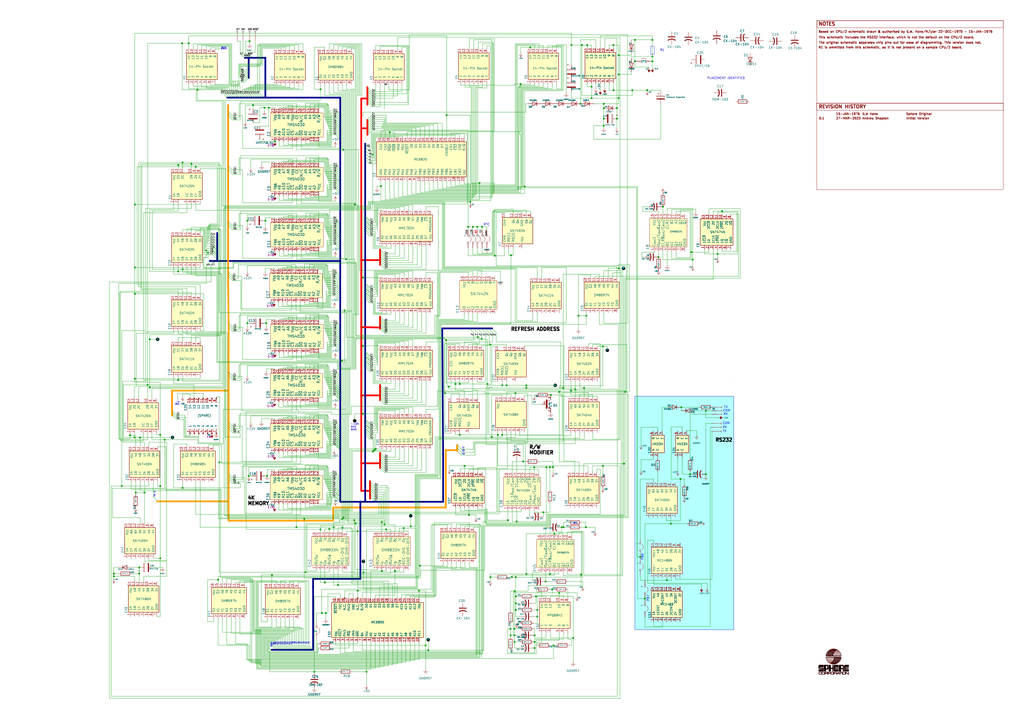
<source format=kicad_sch>
(kicad_sch (version 20230121) (generator eeschema)
  (paper "A2")
  (title_block (title "CPU/2") (date "2023-03-27") (rev "0.1") (comment 1 "                Source: https://github.com/alshapton/sphere-1") (comment 2 "                Author: Andrew Shapton") (comment 3 "                2nd-Generation SPHERE-1 CPU/2 Card"))
  (lib_symbols
    (symbol "Sphere:(SPARE)" (pin_names (offset 1.016))
      (property "Reference" "E25" (at -6.2992 10.16 0))
      (property "Value" "(SPARE)" (at 0 0 90))
      (symbol "(SPARE)_1_1"
        (pin no_connect line (at -10.16 7.62 0) (length 2.54) (name "1") (number "1"))
        (pin no_connect line (at 10.16 -2.54 180) (length 2.54) (name "10") (number "10"))
        (pin no_connect line (at 10.16 0 180) (length 2.54) (name "11") (number "11"))
        (pin no_connect line (at 10.16 2.54 180) (length 2.54) (name "12") (number "12"))
        (pin no_connect line (at 10.16 5.08 180) (length 2.54) (name "13") (number "13"))
        (pin no_connect line (at 10.16 7.62 180) (length 2.54) (name "14") (number "14"))
        (pin no_connect line (at -10.16 5.08 0) (length 2.54) (name "2") (number "2"))
        (pin no_connect line (at -10.16 2.54 0) (length 2.54) (name "3") (number "3"))
        (pin no_connect line (at -10.16 0 0) (length 2.54) (name "4") (number "4"))
        (pin no_connect line (at -10.16 -2.54 0) (length 2.54) (name "5") (number "5"))
        (pin no_connect line (at -10.16 -5.08 0) (length 2.54) (name "6") (number "6"))
        (pin no_connect line (at -10.16 -7.62 0) (length 2.54) (name "7") (number "7"))
        (pin no_connect line (at 10.16 -7.62 180) (length 2.54) (name "8") (number "8"))
        (pin no_connect line (at 10.16 -5.08 180) (length 2.54) (name "9") (number "9"))
      )
    )
    (symbol "Sphere:14-Pin Socket" (pin_names (offset 1.016))
      (property "Reference" "X?" (at -6.2992 10.16 0))
      (property "Value" "14-Pin Socket" (at 0 0 90))
      (symbol "14-Pin Socket_1_1"
        (pin passive line (at -10.16 7.62 0) (length 2.54) (name "1") (number "1"))
        (pin passive line (at 10.16 -2.54 180) (length 2.54) (name "10") (number "10"))
        (pin passive line (at 10.16 0 180) (length 2.54) (name "11") (number "11"))
        (pin passive line (at 10.16 2.54 180) (length 2.54) (name "12") (number "12"))
        (pin passive line (at 10.16 5.08 180) (length 2.54) (name "13") (number "13"))
        (pin passive line (at 10.16 7.62 180) (length 2.54) (name "14") (number "14"))
        (pin passive line (at -10.16 5.08 0) (length 2.54) (name "2") (number "2"))
        (pin passive line (at -10.16 2.54 0) (length 2.54) (name "3") (number "3"))
        (pin passive line (at -10.16 0 0) (length 2.54) (name "4") (number "4"))
        (pin passive line (at -10.16 -2.54 0) (length 2.54) (name "5") (number "5"))
        (pin passive line (at -10.16 -5.08 0) (length 2.54) (name "6") (number "6"))
        (pin passive line (at -10.16 -7.62 0) (length 2.54) (name "7") (number "7"))
        (pin passive line (at 10.16 -7.62 180) (length 2.54) (name "8") (number "8"))
        (pin passive line (at 10.16 -5.08 180) (length 2.54) (name "9") (number "9"))
      )
    )
    (symbol "Sphere:1N4001" (pin_numbers hide) (pin_names hide)
      (property "Reference" "D" (at 0 2.54 0))
      (property "Value" "1N4001" (at 0 -2.54 0))
      (symbol "1N4001_1_1"
        (pin passive line (at -3.81 0 0) (length 2.54) (name "K") (number "1"))
        (pin passive line (at 3.81 0 180) (length 2.54) (name "A") (number "2"))
      )
    )
    (symbol "Sphere:1N5225B" (pin_numbers hide) (pin_names (offset 1.016) hide)
      (property "Reference" "D" (at 0 2.54 0))
      (property "Value" "1N5225B" (at 0 -2.54 0))
      (symbol "1N5225B_1_1"
        (pin passive line (at -3.81 0 0) (length 2.54) (name "A1") (number "1"))
        (pin passive line (at 3.81 0 180) (length 2.54) (name "A2") (number "2"))
      )
    )
    (symbol "Sphere:1N914" (pin_numbers hide) (pin_names hide)
      (property "Reference" "D" (at 0 2.54 0))
      (property "Value" "1N914" (at 0 -2.54 0))
      (symbol "1N914_1_1"
        (pin passive line (at -3.81 0 0) (length 2.54) (name "K") (number "1"))
        (pin passive line (at 3.81 0 180) (length 2.54) (name "A") (number "2"))
      )
    )
    (symbol "Sphere:2N2369A" (pin_names (offset 1.016))
      (property "Reference" "Q1" (at -10.16 7.62 0))
      (symbol "2N2369A_1_1"
        (pin passive line (at 2.54 -5.08 90) (length 2.54) (name "E") (number "1"))
        (pin passive line (at -2.54 0 0) (length 2.54) (name "B") (number "2"))
        (pin passive line (at 2.54 5.08 270) (length 2.54) (name "C") (number "3"))
      )
    )
    (symbol "Sphere:4N33N" (pin_names (offset 1.016))
      (property "Reference" "E?" (at -5.0292 10.16 0))
      (property "Value" "4N33N" (at 0 5.08 90))
      (symbol "4N33N_1_1"
        (pin input line (at -8.89 7.62 0) (length 2.54) (name "A") (number "1"))
        (pin output line (at -8.89 5.08 0) (length 2.54) (name "C") (number "2"))
        (pin no_connect line (at -8.89 2.54 0) (length 2.54) hide (name "N/C") (number "3"))
        (pin output line (at 6.35 2.54 180) (length 2.54) (name "E") (number "4"))
        (pin bidirectional line (at 6.35 5.08 180) (length 2.54) (name "C") (number "5"))
        (pin input line (at 6.35 7.62 180) (length 2.54) (name "B") (number "6"))
      )
    )
    (symbol "Sphere:CK-104" (pin_numbers hide) (pin_names (offset 0.254) hide)
      (property "Reference" "C" (at 0.635 2.54 0))
      (property "Value" "CK-104" (at 0.635 -2.54 0))
      (symbol "CK-104_1_1"
        (pin passive line (at 0 3.81 270) (length 2.794) (name "~") (number "1"))
        (pin passive line (at 0 -3.81 90) (length 3.302) (name "~") (number "2"))
      )
    )
    (symbol "Sphere:DD-101" (pin_numbers hide) (pin_names (offset 0.254) hide)
      (property "Reference" "C" (at 0.635 2.54 0))
      (property "Value" "DD-101" (at 0.635 -2.54 0))
      (symbol "DD-101_1_1"
        (pin passive line (at 0 3.81 270) (length 2.794) (name "~") (number "1"))
        (pin passive line (at 0 -3.81 90) (length 3.302) (name "~") (number "2"))
      )
    )
    (symbol "Sphere:DD-680" (pin_numbers hide) (pin_names (offset 0.254) hide)
      (property "Reference" "C?" (at 0.635 2.54 0))
      (property "Value" "DD-680" (at 0.635 -2.54 0))
      (symbol "DD-680_1_1"
        (pin passive line (at 0 3.81 270) (length 2.794) (name "~") (number "1"))
        (pin passive line (at 0 -3.81 90) (length 3.302) (name "~") (number "2"))
      )
    )
    (symbol "Sphere:DDM-103" (pin_numbers hide) (pin_names (offset 0.254) hide)
      (property "Reference" "C" (at 0.635 2.54 0))
      (property "Value" "DDM-103" (at 0.635 -2.54 0))
      (symbol "DDM-103_1_1"
        (pin passive line (at 0 3.81 270) (length 2.794) (name "~") (number "1"))
        (pin passive line (at 0 -3.81 90) (length 3.302) (name "~") (number "2"))
      )
    )
    (symbol "Sphere:DDM-103'" (pin_numbers hide) (pin_names (offset 0.254) hide)
      (property "Reference" "C" (at 0.635 2.54 0))
      (property "Value" "DDM-103'" (at 0.635 -2.54 0))
      (symbol "DDM-103'_1_1"
        (pin passive line (at 0 3.81 270) (length 2.794) (name "~") (number "1"))
        (pin passive line (at 0 -3.81 90) (length 3.302) (name "~") (number "2"))
      )
    )
    (symbol "Sphere:DM8097N" (pin_names (offset 1.016))
      (property "Reference" "E?" (at -6.2992 10.16 0))
      (property "Value" "DM8097N" (at 0 0 90))
      (symbol "DM8097N_1_1"
        (pin input line (at -10.16 7.62 0) (length 2.54) (name "~{G}1") (number "1"))
        (pin input line (at 10.16 -7.62 180) (length 2.54) (name "A4") (number "10"))
        (pin output line (at 10.16 -5.08 180) (length 2.54) (name "Y5") (number "11"))
        (pin input line (at 10.16 -2.54 180) (length 2.54) (name "A5") (number "12"))
        (pin output line (at 10.16 0 180) (length 2.54) (name "Y6") (number "13"))
        (pin input line (at 10.16 2.54 180) (length 2.54) (name "A6") (number "14"))
        (pin input line (at 10.16 5.08 180) (length 2.54) (name "~{G}2") (number "15"))
        (pin power_in line (at 10.16 7.62 180) (length 2.54) (name "V_{CC}") (number "16"))
        (pin input line (at -10.16 5.08 0) (length 2.54) (name "A1") (number "2"))
        (pin output line (at -10.16 2.54 0) (length 2.54) (name "Y1") (number "3"))
        (pin input line (at -10.16 0 0) (length 2.54) (name "A2") (number "4"))
        (pin output line (at -10.16 -2.54 0) (length 2.54) (name "Y3") (number "5"))
        (pin input line (at -10.16 -5.08 0) (length 2.54) (name "A3") (number "6"))
        (pin output line (at -10.16 -7.62 0) (length 2.54) (name "Y3") (number "7"))
        (pin power_out line (at -10.16 -10.16 0) (length 2.54) (name "GND") (number "8"))
        (pin output line (at 10.16 -10.16 180) (length 2.54) (name "Y4") (number "9"))
      )
    )
    (symbol "Sphere:DM8098N" (pin_names (offset 1.016))
      (property "Reference" "E?" (at -6.2992 10.16 0))
      (property "Value" "DM8098N" (at 0 0 90))
      (symbol "DM8098N_1_1"
        (pin input line (at -10.16 7.62 0) (length 2.54) (name "~{G}1") (number "1"))
        (pin input line (at 10.16 -7.62 180) (length 2.54) (name "A4") (number "10"))
        (pin output line (at 10.16 -5.08 180) (length 2.54) (name "Y5") (number "11"))
        (pin input line (at 10.16 -2.54 180) (length 2.54) (name "A5") (number "12"))
        (pin output line (at 10.16 0 180) (length 2.54) (name "Y6") (number "13"))
        (pin input line (at 10.16 2.54 180) (length 2.54) (name "A6") (number "14"))
        (pin input line (at 10.16 5.08 180) (length 2.54) (name "~{G}2") (number "15"))
        (pin power_in line (at 10.16 7.62 180) (length 2.54) (name "V_{CC}") (number "16"))
        (pin input line (at -10.16 5.08 0) (length 2.54) (name "A1") (number "2"))
        (pin output line (at -10.16 2.54 0) (length 2.54) (name "Y1") (number "3"))
        (pin input line (at -10.16 0 0) (length 2.54) (name "A2") (number "4"))
        (pin output line (at -10.16 -2.54 0) (length 2.54) (name "Y3") (number "5"))
        (pin input line (at -10.16 -5.08 0) (length 2.54) (name "A3") (number "6"))
        (pin output line (at -10.16 -7.62 0) (length 2.54) (name "Y3") (number "7"))
        (pin power_out line (at -10.16 -10.16 0) (length 2.54) (name "GND") (number "8"))
        (pin output line (at 10.16 -10.16 180) (length 2.54) (name "Y4") (number "9"))
      )
    )
    (symbol "Sphere:DM8833N" (pin_names (offset 0.254))
      (property "Reference" "E?" (at -17.78 13.97 0))
      (property "Value" "DM8833N" (at -10.16 3.81 90))
      (symbol "DM8833N_1_1"
        (pin output line (at -21.59 10.16 0) (length 2.54) (name "BUS_{A}") (number "1"))
        (pin output line (at 0 -5.08 180) (length 2.54) (name "O_{C}") (number "10"))
        (pin input line (at 0 -2.54 180) (length 2.54) (name "I_{C}") (number "11"))
        (pin output line (at 0 0 180) (length 2.54) (name "B_{C}") (number "12"))
        (pin output line (at 0 2.54 180) (length 2.54) (name "O_{D}") (number "13"))
        (pin input line (at 0 5.08 180) (length 2.54) (name "I_{D}") (number "14"))
        (pin output line (at 0 7.62 180) (length 2.54) (name "B_{D}") (number "15"))
        (pin power_in line (at 0 10.16 180) (length 2.54) (name "V_{CC}") (number "16"))
        (pin input line (at -21.59 7.62 0) (length 2.54) (name "I_{A}") (number "2"))
        (pin output line (at -21.59 5.08 0) (length 2.54) (name "O_{A}") (number "3"))
        (pin output line (at -21.59 2.54 0) (length 2.54) (name "BUS_{B}") (number "4"))
        (pin input line (at -21.59 0 0) (length 2.54) (name "I_{B}") (number "5"))
        (pin output line (at -21.59 -2.54 0) (length 2.54) (name "O_{B}") (number "6"))
        (pin passive line (at -21.59 -5.08 0) (length 2.54) (name "REC-DIS") (number "7"))
        (pin passive line (at -21.59 -7.62 0) (length 2.54) (name "GND") (number "8"))
        (pin input line (at 0 -7.62 180) (length 2.54) (name "OVR-DIS") (number "9"))
      )
    )
    (symbol "Sphere:DM9602N" (pin_names (offset 0.254))
      (property "Reference" "E?" (at -17.78 13.97 0))
      (property "Value" "DM9602N" (at -10.16 -2.54 90))
      (symbol "DM9602N_1_1"
        (pin input line (at -21.59 10.16 0) (length 2.54) (name "C_{ext}1") (number "1"))
        (pin input line (at 0 -5.08 180) (length 2.54) (name "Q2") (number "10"))
        (pin input line (at 0 -2.54 180) (length 2.54) (name "A2") (number "11"))
        (pin output line (at 0 0 180) (length 2.54) (name "B2") (number "12"))
        (pin output line (at 0 2.54 180) (length 2.54) (name "CLR2") (number "13"))
        (pin input line (at 0 5.08 180) (length 2.54) (name "R_{ext}/C_{ext}2") (number "14"))
        (pin input line (at 0 7.62 180) (length 2.54) (name "C_{ext}2") (number "15"))
        (pin power_in line (at 0 10.16 180) (length 2.54) (name "V_{CC}") (number "16"))
        (pin input line (at -21.59 7.62 0) (length 2.54) (name "R_{ext}/C_{ext}1") (number "2"))
        (pin input line (at -21.59 5.08 0) (length 2.54) (name "CLR1") (number "3"))
        (pin output line (at -21.59 2.54 0) (length 2.54) (name "B1") (number "4"))
        (pin output line (at -21.59 0 0) (length 2.54) (name "A1") (number "5"))
        (pin input line (at -21.59 -2.54 0) (length 2.54) (name "Q1") (number "6"))
        (pin input line (at -21.59 -5.08 0) (length 2.54) (name "~{Q}1") (number "7"))
        (pin passive line (at -21.59 -7.62 0) (length 2.54) (name "GND") (number "8"))
        (pin input line (at 0 -7.62 180) (length 2.54) (name "~{Q}2") (number "9"))
      )
    )
    (symbol "Sphere:EK47/16" (pin_numbers hide) (pin_names (offset 0.254) hide)
      (property "Reference" "C" (at 2.54 7.62 0))
      (property "Value" "EK47/16" (at 2.54 2.54 0))
      (symbol "EK47/16_1_1"
        (pin passive line (at 0 5.08 270) (length 2.54) (name "~") (number "1"))
        (pin passive line (at 0 -2.54 90) (length 2.54) (name "~") (number "2"))
      )
    )
    (symbol "Sphere:GRAPHICS-LOGO" (pin_names (offset 1.016)))
    (symbol "Sphere:Jumper_Open" (pin_names (offset 0) hide)
      (property "Reference" "JP?" (at 0 2.794 0))
      (property "Value" "Jumper_Open" (at 0 -2.286 0))
      (symbol "Jumper_Open_1_1"
        (pin passive line (at -5.08 0 0) (length 2.54) (name "") (number ""))
        (pin passive line (at 5.08 0 180) (length 2.54) (name "") (number ""))
      )
    )
    (symbol "Sphere:MC1488N" (pin_names (offset 1.016))
      (property "Reference" "E?" (at -6.2992 10.16 0))
      (property "Value" "MC1488N" (at 0 0 90))
      (symbol "MC1488N_1_0"
        (pin output line (at 10.16 -7.62 180) (length 2.54) (name "") (number ""))
      )
      (symbol "MC1488N_1_1"
        (pin power_in line (at -10.16 7.62 0) (length 2.54) (name "V_{CC}-") (number "1"))
        (pin input line (at 10.16 -2.54 180) (length 2.54) (name "3B") (number "10"))
        (pin output line (at 10.16 0 180) (length 2.54) (name "4Y") (number "11"))
        (pin input line (at 10.16 2.54 180) (length 2.54) (name "4A") (number "12"))
        (pin output line (at 10.16 5.08 180) (length 2.54) (name "4B") (number "13"))
        (pin power_in line (at 10.16 7.62 180) (length 2.54) (name "V_{CC}+") (number "14"))
        (pin input line (at -10.16 5.08 0) (length 2.54) (name "1A") (number "2"))
        (pin output line (at -10.16 2.54 0) (length 2.54) (name "1Y") (number "3"))
        (pin input line (at -10.16 0 0) (length 2.54) (name "2A") (number "4"))
        (pin input line (at -10.16 -2.54 0) (length 2.54) (name "2B") (number "5"))
        (pin output line (at -10.16 -5.08 0) (length 2.54) (name "2Y") (number "6"))
        (pin passive line (at -10.16 -7.62 0) (length 2.54) (name "GND") (number "7"))
        (pin output line (at 10.16 -7.62 180) (length 2.54) (name "3Y") (number "8"))
        (pin input line (at 10.16 -5.08 180) (length 2.54) (name "3A") (number "9"))
      )
    )
    (symbol "Sphere:MC1489" (pin_names (offset 1.016))
      (property "Reference" "E?" (at -6.2992 10.16 0))
      (property "Value" "MC1489" (at 0 0 90))
      (symbol "MC1489_1_0"
        (pin output line (at 10.16 -7.62 180) (length 2.54) (name "") (number ""))
      )
      (symbol "MC1489_1_1"
        (pin input line (at -10.16 7.62 0) (length 2.54) (name "1A") (number "1"))
        (pin input line (at 10.16 -2.54 180) (length 2.54) (name "3A") (number "10"))
        (pin output line (at 10.16 0 180) (length 2.54) (name "4Y") (number "11"))
        (pin input line (at 10.16 2.54 180) (length 2.54) (name "4CONT") (number "12"))
        (pin input line (at 10.16 5.08 180) (length 2.54) (name "4A") (number "13"))
        (pin power_in line (at 10.16 7.62 180) (length 2.54) (name "V_{CC}") (number "14"))
        (pin input line (at -10.16 5.08 0) (length 2.54) (name "1CONT") (number "2"))
        (pin output line (at -10.16 2.54 0) (length 2.54) (name "1Y") (number "3"))
        (pin input line (at -10.16 0 0) (length 2.54) (name "2A") (number "4"))
        (pin input line (at -10.16 -2.54 0) (length 2.54) (name "2CONT") (number "5"))
        (pin output line (at -10.16 -5.08 0) (length 2.54) (name "2Y") (number "6"))
        (pin passive line (at -10.16 -7.62 0) (length 2.54) (name "GND") (number "7"))
        (pin output line (at 10.16 -7.62 180) (length 2.54) (name "3Y") (number "8"))
        (pin input line (at 10.16 -5.08 180) (length 2.54) (name "3CONT") (number "9"))
      )
    )
    (symbol "Sphere:MC6800"
      (property "Reference" "E" (at -8.89 34.29 0))
      (property "Value" "MC6800" (at -1.27 10.16 90))
      (symbol "MC6800_1_1"
        (pin power_in line (at -12.7 30.48 0) (length 2.54) (name "V_{SS}") (number "1"))
        (pin output line (at -12.7 7.62 0) (length 2.54) (name "A1") (number "10"))
        (pin output line (at -12.7 5.08 0) (length 2.54) (name "A2") (number "11"))
        (pin output line (at -12.7 2.54 0) (length 2.54) (name "A3") (number "12"))
        (pin output line (at -12.7 0 0) (length 2.54) (name "A4") (number "13"))
        (pin output line (at -12.7 -2.54 0) (length 2.54) (name "A5") (number "14"))
        (pin output line (at -12.7 -5.08 0) (length 2.54) (name "A6") (number "15"))
        (pin output line (at -12.7 -7.62 0) (length 2.54) (name "A7") (number "16"))
        (pin output line (at -12.7 -10.16 0) (length 2.54) (name "A8") (number "17"))
        (pin output line (at -12.7 -12.7 0) (length 2.54) (name "A9") (number "18"))
        (pin output line (at -12.7 -15.24 0) (length 2.54) (name "A10") (number "19"))
        (pin input line (at -12.7 27.94 0) (length 2.54) (name "~{HALT}") (number "2"))
        (pin output line (at -12.7 -17.78 0) (length 2.54) (name "A11") (number "20"))
        (pin power_in line (at 12.7 -17.78 180) (length 2.54) (name "V_{SS}") (number "21"))
        (pin output line (at 12.7 -15.24 180) (length 2.54) (name "A12") (number "22"))
        (pin output line (at 12.7 -12.7 180) (length 2.54) (name "A13") (number "23"))
        (pin output line (at 12.7 -10.16 180) (length 2.54) (name "A14") (number "24"))
        (pin output line (at 12.7 -7.62 180) (length 2.54) (name "A15") (number "25"))
        (pin bidirectional line (at 12.7 -5.08 180) (length 2.54) (name "D7") (number "26"))
        (pin bidirectional line (at 12.7 -2.54 180) (length 2.54) (name "D6") (number "27"))
        (pin bidirectional line (at 12.7 0 180) (length 2.54) (name "D5") (number "28"))
        (pin bidirectional line (at 12.7 2.54 180) (length 2.54) (name "D4") (number "29"))
        (pin input line (at -12.7 25.4 0) (length 2.54) (name "Phi1") (number "3"))
        (pin bidirectional line (at 12.7 5.08 180) (length 2.54) (name "D3") (number "30"))
        (pin bidirectional line (at 12.7 7.62 180) (length 2.54) (name "D2") (number "31"))
        (pin bidirectional line (at 12.7 10.16 180) (length 2.54) (name "D1") (number "32"))
        (pin bidirectional line (at 12.7 12.7 180) (length 2.54) (name "D0") (number "33"))
        (pin output line (at 12.7 15.24 180) (length 2.54) (name "R/~{W}") (number "34"))
        (pin no_connect line (at 12.7 17.78 180) (length 2.54) (name "N.C.") (number "35"))
        (pin input line (at 12.7 20.32 180) (length 2.54) (name "DBE") (number "36"))
        (pin input line (at 12.7 22.86 180) (length 2.54) (name "Phi2") (number "37"))
        (pin no_connect line (at 12.7 25.4 180) (length 2.54) (name "N.C.") (number "38"))
        (pin input line (at 12.7 27.94 180) (length 2.54) (name "TSC") (number "39"))
        (pin input line (at -12.7 22.86 0) (length 2.54) (name "~{IRQ}") (number "4"))
        (pin input line (at 12.7 30.48 180) (length 2.54) (name "~{RESET}") (number "40"))
        (pin output line (at -12.7 20.32 0) (length 2.54) (name "VMA") (number "5"))
        (pin input line (at -12.7 17.78 0) (length 2.54) (name "~{NMI}") (number "6"))
        (pin output line (at -12.7 15.24 0) (length 2.54) (name "BA") (number "7"))
        (pin power_in line (at -12.7 12.7 0) (length 2.54) (name "V_{CC}") (number "8"))
        (pin output line (at -12.7 10.16 0) (length 2.54) (name "A0") (number "9"))
      )
    )
    (symbol "Sphere:MC6820" (pin_names (offset 1.016))
      (property "Reference" "E3" (at -35.56 -8.89 90))
      (property "Value" "MC6820" (at -8.89 -1.27 90))
      (symbol "MC6820_1_1"
        (pin power_in line (at -12.7 30.48 0) (length 2.54) (name "VSS") (number "1"))
        (pin bidirectional line (at -12.7 7.62 0) (length 2.54) (name "PB0") (number "10"))
        (pin bidirectional line (at -12.7 5.08 0) (length 2.54) (name "PB1") (number "11"))
        (pin bidirectional line (at -12.7 2.54 0) (length 2.54) (name "PB2") (number "12"))
        (pin bidirectional line (at -12.7 0 0) (length 2.54) (name "PB3") (number "13"))
        (pin bidirectional line (at -12.7 -2.54 0) (length 2.54) (name "PB4") (number "14"))
        (pin bidirectional line (at -12.7 -5.08 0) (length 2.54) (name "PB5") (number "15"))
        (pin bidirectional line (at -12.7 -7.62 0) (length 2.54) (name "PB6") (number "16"))
        (pin bidirectional line (at -12.7 -10.16 0) (length 2.54) (name "PB7") (number "17"))
        (pin input line (at -12.7 -12.7 0) (length 2.54) (name "CB1") (number "18"))
        (pin bidirectional line (at -12.7 -15.24 0) (length 2.54) (name "CB2") (number "19"))
        (pin bidirectional line (at -12.7 27.94 0) (length 2.54) (name "PA0") (number "2"))
        (pin power_in line (at -12.7 -17.78 0) (length 2.54) (name "V_{CC}") (number "20"))
        (pin input line (at 12.7 -17.78 180) (length 2.54) (name "R/~{W}") (number "21"))
        (pin input line (at 12.7 -15.24 180) (length 2.54) (name "CS0") (number "22"))
        (pin input line (at 12.7 -12.7 180) (length 2.54) (name "~{CS2}") (number "23"))
        (pin input line (at 12.7 -10.16 180) (length 2.54) (name "CS1") (number "24"))
        (pin input line (at 12.7 -7.62 180) (length 2.54) (name "ENABLE") (number "25"))
        (pin bidirectional line (at 12.7 -5.08 180) (length 2.54) (name "D7") (number "26"))
        (pin bidirectional line (at 12.7 -2.54 180) (length 2.54) (name "D6") (number "27"))
        (pin bidirectional line (at 12.7 0 180) (length 2.54) (name "D5") (number "28"))
        (pin bidirectional line (at 12.7 2.54 180) (length 2.54) (name "D4") (number "29"))
        (pin bidirectional line (at -12.7 25.4 0) (length 2.54) (name "PA1") (number "3"))
        (pin bidirectional line (at 12.7 5.08 180) (length 2.54) (name "D3") (number "30"))
        (pin bidirectional line (at 12.7 7.62 180) (length 2.54) (name "D2") (number "31"))
        (pin bidirectional line (at 12.7 10.16 180) (length 2.54) (name "D1") (number "32"))
        (pin bidirectional line (at 12.7 12.7 180) (length 2.54) (name "D0") (number "33"))
        (pin input line (at 12.7 15.24 180) (length 2.54) (name "~{RESET}") (number "34"))
        (pin input line (at 12.7 17.78 180) (length 2.54) (name "RS1") (number "35"))
        (pin input line (at 12.7 20.32 180) (length 2.54) (name "RS0") (number "36"))
        (pin open_collector line (at 12.7 22.86 180) (length 2.54) (name "~{IRQB}") (number "37"))
        (pin open_collector line (at 12.7 25.4 180) (length 2.54) (name "~{IRQA}") (number "38"))
        (pin bidirectional line (at 12.7 27.94 180) (length 2.54) (name "CA2") (number "39"))
        (pin bidirectional line (at -12.7 22.86 0) (length 2.54) (name "PA2") (number "4"))
        (pin input line (at 12.7 30.48 180) (length 2.54) (name "CA1") (number "40"))
        (pin bidirectional line (at -12.7 20.32 0) (length 2.54) (name "PA3") (number "5"))
        (pin bidirectional line (at -12.7 17.78 0) (length 2.54) (name "PA4") (number "6"))
        (pin bidirectional line (at -12.7 15.24 0) (length 2.54) (name "PA5") (number "7"))
        (pin bidirectional line (at -12.7 12.7 0) (length 2.54) (name "PA6") (number "8"))
        (pin bidirectional line (at -12.7 10.16 0) (length 2.54) (name "PA7") (number "9"))
      )
    )
    (symbol "Sphere:MM1702A" (pin_names (offset 1.016))
      (property "Reference" "E" (at -8.8392 15.24 0))
      (property "Value" "MM1702A" (at -2.54 -1.27 90))
      (symbol "MM1702A_1_0"
        (pin input line (at 7.62 -15.24 180) (length 2.54) (name "PROGRAM") (number "13"))
        (pin bidirectional line (at 7.62 -10.16 180) (length 2.54) (name "V_{BB}") (number "15"))
        (pin bidirectional line (at 7.62 -7.62 180) (length 2.54) (name "V_{GG}") (number "16"))
      )
      (symbol "MM1702A_1_1"
        (pin input line (at -12.7 12.7 0) (length 2.54) (name "A2") (number "1"))
        (pin output line (at -12.7 -10.16 0) (length 2.54) (name "D6") (number "10"))
        (pin output line (at -12.7 -12.7 0) (length 2.54) (name "D7") (number "11"))
        (pin bidirectional line (at -12.7 -15.24 0) (length 2.54) (name "V_{CC}") (number "12"))
        (pin input line (at 7.62 -12.7 180) (length 2.54) (name "~{CS}") (number "14"))
        (pin input line (at 7.62 -5.08 180) (length 2.54) (name "A7") (number "17"))
        (pin input line (at 7.62 -2.54 180) (length 2.54) (name "A6") (number "18"))
        (pin input line (at 7.62 0 180) (length 2.54) (name "A5") (number "19"))
        (pin input line (at -12.7 10.16 0) (length 2.54) (name "A1") (number "2"))
        (pin input line (at 7.62 2.54 180) (length 2.54) (name "A4") (number "20"))
        (pin input line (at 7.62 5.08 180) (length 2.54) (name "A3") (number "21"))
        (pin bidirectional line (at 7.62 7.62 180) (length 2.54) (name "V_{CC}") (number "22"))
        (pin bidirectional line (at 7.62 10.16 180) (length 2.54) (name "V_{CC}") (number "23"))
        (pin bidirectional line (at 7.62 12.7 180) (length 2.54) (name "V_{DO}") (number "24"))
        (pin input line (at -12.7 7.62 0) (length 2.54) (name "A0") (number "3"))
        (pin output line (at -12.7 5.08 0) (length 2.54) (name "D0") (number "4"))
        (pin output line (at -12.7 2.54 0) (length 2.54) (name "D1") (number "5"))
        (pin output line (at -12.7 0 0) (length 2.54) (name "D2") (number "6"))
        (pin output line (at -12.7 -2.54 0) (length 2.54) (name "D3") (number "7"))
        (pin output line (at -12.7 -5.08 0) (length 2.54) (name "D4") (number "8"))
        (pin output line (at -12.7 -7.62 0) (length 2.54) (name "D5") (number "9"))
      )
    )
    (symbol "Sphere:MPQ6842" (pin_names (offset 1.016))
      (property "Reference" "E?" (at -6.2992 10.16 0))
      (property "Value" "MPQ6842" (at 0 0 90))
      (symbol "MPQ6842_1_1"
        (pin open_collector line (at -10.16 7.62 0) (length 2.54) (name "1") (number "1"))
        (pin open_emitter line (at 10.16 -2.54 180) (length 2.54) (name "10") (number "10"))
        (pin no_connect line (at 10.16 0 180) (length 2.54) hide (name "11") (number "11"))
        (pin open_emitter line (at 10.16 2.54 180) (length 2.54) (name "12") (number "12"))
        (pin passive line (at 10.16 5.08 180) (length 2.54) (name "13") (number "13"))
        (pin open_collector line (at 10.16 7.62 180) (length 2.54) (name "14") (number "14"))
        (pin passive line (at -10.16 5.08 0) (length 2.54) (name "2") (number "2"))
        (pin open_emitter line (at -10.16 2.54 0) (length 2.54) (name "3") (number "3"))
        (pin no_connect line (at -10.16 0 0) (length 2.54) hide (name "4") (number "4"))
        (pin open_emitter line (at -10.16 -2.54 0) (length 2.54) (name "5") (number "5"))
        (pin passive line (at -10.16 -5.08 0) (length 2.54) (name "6") (number "6"))
        (pin open_collector line (at -10.16 -7.62 0) (length 2.54) (name "7") (number "7"))
        (pin open_collector line (at 10.16 -7.62 180) (length 2.54) (name "8") (number "8"))
        (pin passive line (at 10.16 -5.08 180) (length 2.54) (name "9") (number "9"))
      )
    )
    (symbol "Sphere:NULL" (pin_numbers hide) (pin_names (offset 0) hide) (in_bom no)
      (symbol "NULL_1_1"
        (pin passive line (at -5.08 0 0) (length 2.54) (name "0") (number "0"))
      )
    )
    (symbol "Sphere:RC07GF100" (pin_numbers hide) (pin_names (offset 0))
      (property "Reference" "R" (at 2.032 0 90))
      (property "Value" "10 Ohm  ¼W" (at 0 0 90))
      (symbol "RC07GF100_1_1"
        (pin passive line (at 0 3.81 270) (length 1.27) (name "~") (number "1"))
        (pin passive line (at 0 -3.81 90) (length 1.27) (name "~") (number "2"))
      )
    )
    (symbol "Sphere:RC07GF102" (pin_numbers hide) (pin_names (offset 0))
      (property "Reference" "R" (at 2.032 0 90))
      (property "Value" "1 kOhm  ¼W" (at 0 0 90))
      (symbol "RC07GF102_1_1"
        (pin passive line (at 0 3.81 270) (length 1.27) (name "~") (number "1"))
        (pin passive line (at 0 -3.81 90) (length 1.27) (name "~") (number "2"))
      )
    )
    (symbol "Sphere:RC07GF103" (pin_numbers hide) (pin_names (offset 0))
      (property "Reference" "R" (at 2.032 0 90))
      (property "Value" "10 kOhm  ¼W" (at 0 0 90))
      (symbol "RC07GF103_1_1"
        (pin passive line (at 0 3.81 270) (length 1.27) (name "~") (number "1"))
        (pin passive line (at 0 -3.81 90) (length 1.27) (name "~") (number "2"))
      )
    )
    (symbol "Sphere:RC07GF153" (pin_numbers hide) (pin_names (offset 0))
      (property "Reference" "R" (at 2.032 0 90))
      (property "Value" "15 kOhm  ¼W" (at 0 0 90))
      (symbol "RC07GF153_1_1"
        (pin passive line (at 0 3.81 270) (length 1.27) (name "~") (number "1"))
        (pin passive line (at 0 -3.81 90) (length 1.27) (name "~") (number "2"))
      )
    )
    (symbol "Sphere:RC07GF202" (pin_numbers hide) (pin_names (offset 0))
      (property "Reference" "R" (at 2.032 0 90))
      (property "Value" "2 kOhm  ¼W" (at 0 0 90))
      (symbol "RC07GF202_1_1"
        (pin passive line (at 0 3.81 270) (length 1.27) (name "~") (number "1"))
        (pin passive line (at 0 -3.81 90) (length 1.27) (name "~") (number "2"))
      )
    )
    (symbol "Sphere:RC07GF220" (pin_numbers hide) (pin_names (offset 0))
      (property "Reference" "R" (at 2.032 0 90))
      (property "Value" "22 Ohm  ¼W" (at 0 0 90))
      (symbol "RC07GF220_1_1"
        (pin passive line (at 0 3.81 270) (length 1.27) (name "~") (number "1"))
        (pin passive line (at 0 -3.81 90) (length 1.27) (name "~") (number "2"))
      )
    )
    (symbol "Sphere:RC07GF332" (pin_numbers hide) (pin_names (offset 0))
      (property "Reference" "R" (at 2.032 0 90))
      (property "Value" "3.3 kOhm  ¼W" (at 0 0 90))
      (symbol "RC07GF332_1_1"
        (pin passive line (at 0 3.81 270) (length 1.27) (name "~") (number "1"))
        (pin passive line (at 0 -3.81 90) (length 1.27) (name "~") (number "2"))
      )
    )
    (symbol "Sphere:RC07GF363" (pin_numbers hide) (pin_names (offset 0))
      (property "Reference" "R" (at 2.032 0 90))
      (property "Value" "36 kOhm  ¼W" (at 0 0 90))
      (symbol "RC07GF363_1_1"
        (pin passive line (at 0 3.81 270) (length 1.27) (name "~") (number "1"))
        (pin passive line (at 0 -3.81 90) (length 1.27) (name "~") (number "2"))
      )
    )
    (symbol "Sphere:RC07GF471" (pin_numbers hide) (pin_names (offset 0))
      (property "Reference" "R" (at 2.032 0 90))
      (property "Value" "470 Ohm  ¼W" (at 0 0 90))
      (symbol "RC07GF471_1_1"
        (pin passive line (at 0 3.81 270) (length 1.27) (name "~") (number "1"))
        (pin passive line (at 0 -3.81 90) (length 1.27) (name "~") (number "2"))
      )
    )
    (symbol "Sphere:RC07GF472" (pin_numbers hide) (pin_names (offset 0))
      (property "Reference" "R" (at 2.032 0 90))
      (property "Value" "4.7 kOhm  ¼W" (at 0 0 90))
      (symbol "RC07GF472_1_1"
        (pin passive line (at 0 3.81 270) (length 1.27) (name "~") (number "1"))
        (pin passive line (at 0 -3.81 90) (length 1.27) (name "~") (number "2"))
      )
    )
    (symbol "Sphere:RC07GF511" (pin_numbers hide) (pin_names (offset 0))
      (property "Reference" "R" (at 2.032 0 90))
      (property "Value" "512 Ohm  ¼W" (at 0 0 90))
      (symbol "RC07GF511_1_1"
        (pin passive line (at 0 3.81 270) (length 1.27) (name "~") (number "1"))
        (pin passive line (at 0 -3.81 90) (length 1.27) (name "~") (number "2"))
      )
    )
    (symbol "Sphere:RC32GF112" (pin_numbers hide) (pin_names (offset 0))
      (property "Reference" "R" (at 2.032 0 90))
      (property "Value" "1.1 kOhm  1W" (at 0 0 90))
      (symbol "RC32GF112_1_1"
        (pin passive line (at 0 3.81 270) (length 1.27) (name "~") (number "1"))
        (pin passive line (at 0 -3.81 90) (length 1.27) (name "~") (number "2"))
      )
    )
    (symbol "Sphere:RC32GF821" (pin_numbers hide) (pin_names (offset 0))
      (property "Reference" "R" (at 2.032 0 90))
      (property "Value" "820 Ohm  1W" (at 0 0 90))
      (symbol "RC32GF821_1_1"
        (pin passive line (at 0 3.81 270) (length 1.27) (name "~") (number "1"))
        (pin passive line (at 0 -3.81 90) (length 1.27) (name "~") (number "2"))
      )
    )
    (symbol "Sphere:RC42GF131" (pin_numbers hide) (pin_names (offset 0))
      (property "Reference" "R" (at 2.032 0 90))
      (property "Value" "130 Ohm  2W" (at 0 0 90))
      (symbol "RC42GF131_1_1"
        (pin passive line (at 0 3.81 270) (length 1.27) (name "~") (number "1"))
        (pin passive line (at 0 -3.81 90) (length 1.27) (name "~") (number "2"))
      )
    )
    (symbol "Sphere:RC42GF333" (pin_numbers hide) (pin_names (offset 0))
      (property "Reference" "R" (at 2.032 0 90))
      (property "Value" "33 kOhm  ¼W" (at 0 0 90))
      (symbol "RC42GF333_1_1"
        (pin passive line (at 0 3.81 270) (length 1.27) (name "~") (number "1"))
        (pin passive line (at 0 -3.81 90) (length 1.27) (name "~") (number "2"))
      )
    )
    (symbol "Sphere:RNC65H1102F" (pin_numbers hide) (pin_names (offset 0))
      (property "Reference" "R" (at 2.032 0 90))
      (property "Value" "11 kOhm  ¼W" (at 0 0 90))
      (symbol "RNC65H1102F_1_1"
        (pin passive line (at 0 3.81 270) (length 1.27) (name "~") (number "1"))
        (pin passive line (at 0 -3.81 90) (length 1.27) (name "~") (number "2"))
      )
    )
    (symbol "Sphere:RNC65H2712F" (pin_numbers hide) (pin_names (offset 0))
      (property "Reference" "R" (at 2.032 0 90))
      (property "Value" "27.1 kOhm  ¼W  " (at 0 0 90))
      (symbol "RNC65H2712F_1_1"
        (pin passive line (at 0 3.81 270) (length 1.27) (name "~") (number "1"))
        (pin passive line (at 0 -3.81 90) (length 1.27) (name "~") (number "2"))
      )
    )
    (symbol "Sphere:Resistor (R14)" (pin_numbers hide) (pin_names (offset 0))
      (property "Reference" "R" (at 2.032 0 90))
      (property "Value" "Resistor (R14)    " (at 0 0 90))
      (symbol "Resistor (R14)_1_1"
        (pin passive line (at 0 3.81 270) (length 1.27) (name "~") (number "1"))
        (pin passive line (at 0 -3.81 90) (length 1.27) (name "~") (number "2"))
      )
    )
    (symbol "Sphere:SN7400N" (pin_names (offset 1.016))
      (property "Reference" "E?" (at -6.2992 10.16 0))
      (property "Value" "SN7400N" (at 0 0 90))
      (symbol "SN7400N_1_1"
        (pin input line (at -10.16 7.62 0) (length 2.54) (name "1A") (number "1"))
        (pin input line (at 10.16 -2.54 180) (length 2.54) (name "3A") (number "10"))
        (pin output line (at 10.16 0 180) (length 2.54) (name "4Y") (number "11"))
        (pin input line (at 10.16 2.54 180) (length 2.54) (name "4B") (number "12"))
        (pin input line (at 10.16 5.08 180) (length 2.54) (name "4A") (number "13"))
        (pin input line (at 10.16 7.62 180) (length 2.54) (name "V_{CC}") (number "14"))
        (pin input line (at -10.16 5.08 0) (length 2.54) (name "1B") (number "2"))
        (pin output line (at -10.16 2.54 0) (length 2.54) (name "1Y") (number "3"))
        (pin input line (at -10.16 0 0) (length 2.54) (name "2A") (number "4"))
        (pin input line (at -10.16 -2.54 0) (length 2.54) (name "2B") (number "5"))
        (pin output line (at -10.16 -5.08 0) (length 2.54) (name "2Y") (number "6"))
        (pin power_out line (at -10.16 -7.62 0) (length 2.54) (name "GND") (number "7"))
        (pin output line (at 10.16 -7.62 180) (length 2.54) (name "3Y") (number "8"))
        (pin input line (at 10.16 -5.08 180) (length 2.54) (name "3B") (number "9"))
      )
    )
    (symbol "Sphere:SN7402N" (pin_names (offset 1.016))
      (property "Reference" "E" (at -6.2992 10.16 0))
      (property "Value" "SN7402N" (at 0 0 90))
      (symbol "SN7402N_1_1"
        (pin output line (at -10.16 7.62 0) (length 2.54) (name "1Y") (number "1"))
        (pin output line (at 10.16 -2.54 180) (length 2.54) (name "3Y") (number "10"))
        (pin output line (at 10.16 0 180) (length 2.54) (name "4A") (number "11"))
        (pin input line (at 10.16 2.54 180) (length 2.54) (name "4B") (number "12"))
        (pin output line (at 10.16 5.08 180) (length 2.54) (name "4Y") (number "13"))
        (pin power_in line (at 10.16 7.62 180) (length 2.54) (name "V_{CC}") (number "14"))
        (pin input line (at -10.16 5.08 0) (length 2.54) (name "1A") (number "2"))
        (pin input line (at -10.16 2.54 0) (length 2.54) (name "1B") (number "3"))
        (pin output line (at -10.16 0 0) (length 2.54) (name "2Y") (number "4"))
        (pin input line (at -10.16 -2.54 0) (length 2.54) (name "2A") (number "5"))
        (pin input line (at -10.16 -5.08 0) (length 2.54) (name "2B") (number "6"))
        (pin power_in line (at -10.16 -7.62 0) (length 2.54) (name "GND") (number "7"))
        (pin input line (at 10.16 -7.62 180) (length 2.54) (name "3A") (number "8"))
        (pin input line (at 10.16 -5.08 180) (length 2.54) (name "3B") (number "9"))
      )
    )
    (symbol "Sphere:SN7404N" (pin_names (offset 1.016))
      (property "Reference" "E" (at -6.2992 10.16 0))
      (property "Value" "SN7404N" (at 0 0 90))
      (symbol "SN7404N_1_1"
        (pin input line (at -10.16 7.62 0) (length 2.54) (name "1A") (number "1"))
        (pin output line (at 10.16 -2.54 180) (length 2.54) (name "5Y") (number "10"))
        (pin input line (at 10.16 0 180) (length 2.54) (name "5A") (number "11"))
        (pin output line (at 10.16 2.54 180) (length 2.54) (name "6Y") (number "12"))
        (pin input line (at 10.16 5.08 180) (length 2.54) (name "6A") (number "13"))
        (pin power_in line (at 10.16 7.62 180) (length 2.54) (name "V_{CC}") (number "14"))
        (pin output line (at -10.16 5.08 0) (length 2.54) (name "1Y") (number "2"))
        (pin input line (at -10.16 2.54 0) (length 2.54) (name "2A") (number "3"))
        (pin output line (at -10.16 0 0) (length 2.54) (name "2Y") (number "4"))
        (pin input line (at -10.16 -2.54 0) (length 2.54) (name "3A") (number "5"))
        (pin output line (at -10.16 -5.08 0) (length 2.54) (name "3Y") (number "6"))
        (pin power_in line (at -10.16 -7.62 0) (length 2.54) (name "GND") (number "7"))
        (pin output line (at 10.16 -7.62 180) (length 2.54) (name "4Y") (number "8"))
        (pin input line (at 10.16 -5.08 180) (length 2.54) (name "4A") (number "9"))
      )
    )
    (symbol "Sphere:SN7405N" (pin_names (offset 1.016))
      (property "Reference" "E" (at -6.2992 10.16 0))
      (property "Value" "SN7405N" (at 0 0 90))
      (symbol "SN7405N_1_1"
        (pin input line (at -10.16 7.62 0) (length 2.54) (name "1A") (number "1"))
        (pin output line (at 10.16 -2.54 180) (length 2.54) (name "5Y") (number "10"))
        (pin input line (at 10.16 0 180) (length 2.54) (name "5A") (number "11"))
        (pin output line (at 10.16 2.54 180) (length 2.54) (name "6Y") (number "12"))
        (pin input line (at 10.16 5.08 180) (length 2.54) (name "6A") (number "13"))
        (pin power_in line (at 10.16 7.62 180) (length 2.54) (name "V_{CC}") (number "14"))
        (pin output line (at -10.16 5.08 0) (length 2.54) (name "1Y") (number "2"))
        (pin input line (at -10.16 2.54 0) (length 2.54) (name "2A") (number "3"))
        (pin output line (at -10.16 0 0) (length 2.54) (name "2Y") (number "4"))
        (pin input line (at -10.16 -2.54 0) (length 2.54) (name "3A") (number "5"))
        (pin output line (at -10.16 -5.08 0) (length 2.54) (name "3Y") (number "6"))
        (pin power_in line (at -10.16 -7.62 0) (length 2.54) (name "GND") (number "7"))
        (pin output line (at 10.16 -7.62 180) (length 2.54) (name "4Y") (number "8"))
        (pin passive line (at 10.16 -5.08 180) (length 2.54) (name "4A") (number "9"))
      )
    )
    (symbol "Sphere:SN7408N" (pin_names (offset 1.016))
      (property "Reference" "E" (at -6.2992 10.16 0))
      (property "Value" "SN7408N" (at 0 0 90))
      (symbol "SN7408N_1_1"
        (pin input line (at -10.16 7.62 0) (length 2.54) (name "") (number "1"))
        (pin passive line (at 10.16 -2.54 180) (length 2.54) (name "") (number "10"))
        (pin output line (at 10.16 0 180) (length 2.54) (name "") (number "11"))
        (pin input line (at 10.16 2.54 180) (length 2.54) (name "") (number "12"))
        (pin input line (at 10.16 5.08 180) (length 2.54) (name "") (number "13"))
        (pin power_in line (at 10.16 7.62 180) (length 2.54) (name "V_{CC}") (number "14"))
        (pin input line (at -10.16 5.08 0) (length 2.54) (name "") (number "2"))
        (pin output line (at -10.16 2.54 0) (length 2.54) (name "") (number "3"))
        (pin input line (at -10.16 0 0) (length 2.54) (name "") (number "4"))
        (pin input line (at -10.16 -2.54 0) (length 2.54) (name "") (number "5"))
        (pin output line (at -10.16 -5.08 0) (length 2.54) (name "") (number "6"))
        (pin power_in line (at -10.16 -7.62 0) (length 2.54) (name "GND") (number "7"))
        (pin output line (at 10.16 -7.62 180) (length 2.54) (name "") (number "8"))
        (pin passive line (at 10.16 -5.08 180) (length 2.54) (name "") (number "9"))
      )
    )
    (symbol "Sphere:SN7411N" (pin_names (offset 1.016))
      (property "Reference" "E?" (at -6.2992 10.16 0))
      (property "Value" "SN7411N" (at 0 0 90))
      (symbol "SN7411N_1_0"
        (pin output line (at 10.16 -7.62 180) (length 2.54) (name "") (number ""))
      )
      (symbol "SN7411N_1_1"
        (pin input line (at -10.16 7.62 0) (length 2.54) (name "1A") (number "1"))
        (pin input line (at 10.16 -2.54 180) (length 2.54) (name "3B") (number "10"))
        (pin input line (at 10.16 0 180) (length 2.54) (name "3C") (number "11"))
        (pin output line (at 10.16 2.54 180) (length 2.54) (name "1Y") (number "12"))
        (pin input line (at 10.16 5.08 180) (length 2.54) (name "1C") (number "13"))
        (pin power_in line (at 10.16 7.62 180) (length 2.54) (name "V_{CC}") (number "14"))
        (pin input line (at -10.16 5.08 0) (length 2.54) (name "1B") (number "2"))
        (pin input line (at -10.16 2.54 0) (length 2.54) (name "2A") (number "3"))
        (pin input line (at -10.16 0 0) (length 2.54) (name "2B") (number "4"))
        (pin input line (at -10.16 -2.54 0) (length 2.54) (name "2C") (number "5"))
        (pin output line (at -10.16 -5.08 0) (length 2.54) (name "2Y") (number "6"))
        (pin passive line (at -10.16 -7.62 0) (length 2.54) (name "GND") (number "7"))
        (pin output line (at 10.16 -7.62 180) (length 2.54) (name "3Y") (number "8"))
        (pin input line (at 10.16 -5.08 180) (length 2.54) (name "3A") (number "9"))
      )
    )
    (symbol "Sphere:SN74123N" (pin_names (offset 0.254))
      (property "Reference" "E?" (at -17.78 13.97 0))
      (property "Value" "SN74123N" (at -10.16 1.27 90))
      (symbol "SN74123N_1_1"
        (pin input line (at -21.59 10.16 0) (length 2.54) (name "1A") (number "1"))
        (pin input line (at 0 -5.08 180) (length 2.54) (name "2B") (number "10"))
        (pin input line (at 0 -2.54 180) (length 2.54) (name "2~{CLR}") (number "11"))
        (pin output line (at 0 0 180) (length 2.54) (name "2~{Q}") (number "12"))
        (pin output line (at 0 2.54 180) (length 2.54) (name "1Q") (number "13"))
        (pin input line (at 0 5.08 180) (length 2.54) (name "1C_{ext}") (number "14"))
        (pin input line (at 0 7.62 180) (length 2.54) (name "1R_{ext}/C_{ext}") (number "15"))
        (pin power_in line (at 0 10.16 180) (length 2.54) (name "V_{CC}") (number "16"))
        (pin input line (at -21.59 7.62 0) (length 2.54) (name "1B") (number "2"))
        (pin input line (at -21.59 5.08 0) (length 2.54) (name "1~{CLR}") (number "3"))
        (pin output line (at -21.59 2.54 0) (length 2.54) (name "1~{Q}") (number "4"))
        (pin output line (at -21.59 0 0) (length 2.54) (name "2Q") (number "5"))
        (pin input line (at -21.59 -2.54 0) (length 2.54) (name "2C_{ext}") (number "6"))
        (pin input line (at -21.59 -5.08 0) (length 2.54) (name "2R_{ext}/C_{ext}") (number "7"))
        (pin passive line (at -21.59 -7.62 0) (length 2.54) (name "GND") (number "8"))
        (pin input line (at 0 -7.62 180) (length 2.54) (name "2A") (number "9"))
      )
    )
    (symbol "Sphere:SN7420N" (pin_names (offset 1.016))
      (property "Reference" "E" (at -6.2992 10.16 0))
      (property "Value" "SN7420N" (at 0 0 90))
      (symbol "SN7420N_1_1"
        (pin input line (at -10.16 7.62 0) (length 2.54) (name "1A") (number "1"))
        (pin passive line (at 10.16 -2.54 180) (length 2.54) (name "2B") (number "10"))
        (pin no_connect line (at 10.16 0 180) (length 2.54) hide (name "11") (number "11"))
        (pin passive line (at 10.16 2.54 180) (length 2.54) (name "2C") (number "12"))
        (pin input line (at 10.16 5.08 180) (length 2.54) (name "2D") (number "13"))
        (pin power_in line (at 10.16 7.62 180) (length 2.54) (name "V_{CC}") (number "14"))
        (pin input line (at -10.16 5.08 0) (length 2.54) (name "1B") (number "2"))
        (pin no_connect line (at -10.16 2.54 0) (length 2.54) hide (name "N/C") (number "3"))
        (pin input line (at -10.16 0 0) (length 2.54) (name "1C") (number "4"))
        (pin input line (at -10.16 -2.54 0) (length 2.54) (name "1D") (number "5"))
        (pin output line (at -10.16 -5.08 0) (length 2.54) (name "1Y") (number "6"))
        (pin power_in line (at -10.16 -7.62 0) (length 2.54) (name "GND") (number "7"))
        (pin output line (at 10.16 -7.62 180) (length 2.54) (name "2Y") (number "8"))
        (pin passive line (at 10.16 -5.08 180) (length 2.54) (name "2A") (number "9"))
      )
    )
    (symbol "Sphere:SN7442N" (pin_names (offset 0.254))
      (property "Reference" "E?" (at -17.78 13.97 0))
      (property "Value" "SN7442N" (at -11.43 2.54 90))
      (symbol "SN7442N_1_1"
        (pin input line (at -21.59 10.16 0) (length 2.54) (name "0") (number "1"))
        (pin input line (at 0 -5.08 180) (length 2.54) (name "8") (number "10"))
        (pin input line (at 0 -2.54 180) (length 2.54) (name "9") (number "11"))
        (pin output line (at 0 0 180) (length 2.54) (name "D") (number "12"))
        (pin output line (at 0 2.54 180) (length 2.54) (name "C") (number "13"))
        (pin output line (at 0 5.08 180) (length 2.54) (name "B") (number "14"))
        (pin output line (at 0 7.62 180) (length 2.54) (name "A") (number "15"))
        (pin power_in line (at 0 10.16 180) (length 2.54) (name "V_{CC}") (number "16"))
        (pin input line (at -21.59 7.62 0) (length 2.54) (name "1") (number "2"))
        (pin input line (at -21.59 5.08 0) (length 2.54) (name "2") (number "3"))
        (pin input line (at -21.59 2.54 0) (length 2.54) (name "3") (number "4"))
        (pin input line (at -21.59 0 0) (length 2.54) (name "4") (number "5"))
        (pin input line (at -21.59 -2.54 0) (length 2.54) (name "5") (number "6"))
        (pin input line (at -21.59 -5.08 0) (length 2.54) (name "6") (number "7"))
        (pin passive line (at -21.59 -7.62 0) (length 2.54) (name "GND") (number "8"))
        (pin input line (at 0 -7.62 180) (length 2.54) (name "7") (number "9"))
      )
    )
    (symbol "Sphere:SN7474N" (pin_names (offset 1.016))
      (property "Reference" "E" (at -6.35 11.43 0))
      (property "Value" "SN7474N" (at 0 0 90))
      (symbol "SN7474N_1_1"
        (pin input line (at -10.16 7.62 0) (length 2.54) (name "1~{CLR}") (number "1"))
        (pin input line (at 10.16 -2.54 180) (length 2.54) (name "2~{PRE}") (number "10"))
        (pin input line (at 10.16 0 180) (length 2.54) (name "2CLK") (number "11"))
        (pin input line (at 10.16 2.54 180) (length 2.54) (name "2D") (number "12"))
        (pin input line (at 10.16 5.08 180) (length 2.54) (name "2~{CLR}") (number "13"))
        (pin power_in line (at 10.16 7.62 180) (length 2.54) (name "V_{CC}") (number "14"))
        (pin input line (at -10.16 5.08 0) (length 2.54) (name "1D") (number "2"))
        (pin input line (at -10.16 2.54 0) (length 2.54) (name "1CLK") (number "3"))
        (pin input line (at -10.16 0 0) (length 2.54) (name "1~{PRE}") (number "4"))
        (pin output line (at -10.16 -2.54 0) (length 2.54) (name "1Q") (number "5"))
        (pin output line (at -10.16 -5.08 0) (length 2.54) (name "1~{Q}") (number "6"))
        (pin power_in line (at -10.16 -7.62 0) (length 2.54) (name "GND") (number "7"))
        (pin output line (at 10.16 -7.62 180) (length 2.54) (name "2~{Q}") (number "8"))
        (pin output line (at 10.16 -5.08 180) (length 2.54) (name "2Q") (number "9"))
      )
    )
    (symbol "Sphere:SN7486N" (pin_names (offset 1.016))
      (property "Reference" "E?" (at -6.2992 10.16 0))
      (property "Value" "SN7486N" (at 0 0 90))
      (symbol "SN7486N_1_1"
        (pin input line (at -10.16 7.62 0) (length 2.54) (name "1A") (number "1"))
        (pin input line (at 10.16 -2.54 180) (length 2.54) (name "3B") (number "10"))
        (pin output line (at 10.16 0 180) (length 2.54) (name "4Y") (number "11"))
        (pin input line (at 10.16 2.54 180) (length 2.54) (name "4A") (number "12"))
        (pin input line (at 10.16 5.08 180) (length 2.54) (name "4B") (number "13"))
        (pin input line (at 10.16 7.62 180) (length 2.54) (name "V_{CC}") (number "14"))
        (pin input line (at -10.16 5.08 0) (length 2.54) (name "1B") (number "2"))
        (pin output line (at -10.16 2.54 0) (length 2.54) (name "1Y") (number "3"))
        (pin input line (at -10.16 0 0) (length 2.54) (name "2A") (number "4"))
        (pin input line (at -10.16 -2.54 0) (length 2.54) (name "2B") (number "5"))
        (pin output line (at -10.16 -5.08 0) (length 2.54) (name "2Y") (number "6"))
        (pin power_out line (at -10.16 -7.62 0) (length 2.54) (name "GND") (number "7"))
        (pin output line (at 10.16 -7.62 180) (length 2.54) (name "3Y") (number "8"))
        (pin input line (at 10.16 -5.08 180) (length 2.54) (name "3A") (number "9"))
      )
    )
    (symbol "Sphere:SN7493N" (pin_names (offset 1.016))
      (property "Reference" "E?" (at -6.2992 10.16 0))
      (property "Value" "SN7493N" (at 0 0 90))
      (symbol "SN7493N_1_0"
        (pin output line (at 10.16 -7.62 180) (length 2.54) (name "") (number ""))
      )
      (symbol "SN7493N_1_1"
        (pin input line (at -10.16 7.62 0) (length 2.54) (name "CKB") (number "1"))
        (pin power_out line (at 10.16 -2.54 180) (length 2.54) (name "GND") (number "10"))
        (pin output line (at 10.16 0 180) (length 2.54) (name "Q_{D}") (number "11"))
        (pin output line (at 10.16 2.54 180) (length 2.54) (name "Q_{A}") (number "12"))
        (pin no_connect line (at 10.16 5.08 180) (length 2.54) hide (name "N/C") (number "13"))
        (pin input line (at 10.16 7.62 180) (length 2.54) (name "CKA") (number "14"))
        (pin input line (at -10.16 5.08 0) (length 2.54) (name "R0(1)") (number "2"))
        (pin input line (at -10.16 2.54 0) (length 2.54) (name "R0(2)") (number "3"))
        (pin no_connect line (at -10.16 0 0) (length 2.54) hide (name "N/C") (number "4"))
        (pin power_in line (at -10.16 -2.54 0) (length 2.54) (name "V_{CC}") (number "5"))
        (pin no_connect line (at -10.16 -5.08 0) (length 2.54) hide (name "N/C") (number "6"))
        (pin no_connect line (at -10.16 -7.62 0) (length 2.54) hide (name "N/C") (number "7"))
        (pin output line (at 10.16 -7.62 180) (length 2.54) (name "Q_{C}") (number "8"))
        (pin output line (at 10.16 -5.08 180) (length 2.54) (name "Q_{B}") (number "9"))
      )
    )
    (symbol "Sphere:TMS4030" (pin_names (offset 0.762))
      (property "Reference" "E" (at -16.51 25.4 0))
      (property "Value" "TMS4030" (at -10.16 8.89 90))
      (property "Footprint" "Package_DIP:DIP-22_W10.16mm_Socket" (at -11.43 0 0))
      (symbol "TMS4030_1_1"
        (pin power_in line (at -20.32 20.32 0) (length 2.54) (name "V_{BB}") (number "1"))
        (pin input line (at -20.32 -2.54 0) (length 2.54) (name "A2") (number "10"))
        (pin power_in line (at -20.32 -5.08 0) (length 2.54) (name "V_{CC}") (number "11"))
        (pin bidirectional line (at -1.27 -5.08 180) (length 2.54) (name "R/~{W}") (number "12"))
        (pin input line (at -1.27 -2.54 180) (length 2.54) (name "A3") (number "13"))
        (pin input line (at -1.27 0 180) (length 2.54) (name "A4") (number "14"))
        (pin input line (at -1.27 2.54 180) (length 2.54) (name "A5") (number "15"))
        (pin free line (at -1.27 5.08 180) (length 2.54) (name "N/C") (number "16"))
        (pin input line (at -1.27 7.62 180) (length 2.54) (name "CE") (number "17"))
        (pin power_in line (at -1.27 10.16 180) (length 2.54) (name "V_{DD}") (number "18"))
        (pin input line (at -1.27 12.7 180) (length 2.54) (name "A6") (number "19"))
        (pin input line (at -20.32 17.78 0) (length 2.54) (name "A9") (number "2"))
        (pin input line (at -1.27 15.24 180) (length 2.54) (name "A7") (number "20"))
        (pin input line (at -1.27 17.78 180) (length 2.54) (name "A9") (number "21"))
        (pin power_in line (at -1.27 20.32 180) (length 2.54) (name "V_{SS}") (number "22"))
        (pin input line (at -20.32 15.24 0) (length 2.54) (name "A10") (number "3"))
        (pin input line (at -20.32 12.7 0) (length 2.54) (name "A11") (number "4"))
        (pin input line (at -20.32 10.16 0) (length 2.54) (name "~{CS}") (number "5"))
        (pin input line (at -20.32 7.62 0) (length 2.54) (name "DI") (number "6"))
        (pin output line (at -20.32 5.08 0) (length 2.54) (name "~{DO}") (number "7"))
        (pin input line (at -20.32 2.54 0) (length 2.54) (name "A0") (number "8"))
        (pin input line (at -20.32 0 0) (length 2.54) (name "A1") (number "9"))
      )
    )
    (symbol "Sphere:Tantalum Capacitor" (pin_numbers hide) (pin_names (offset 0.254))
      (property "Reference" "C5" (at 0.635 2.54 0))
      (property "Value" "Tantalum Capacitor" (at 0.635 -2.54 0))
      (symbol "Tantalum Capacitor_1_1"
        (pin passive line (at 0 3.81 270) (length 2.794) (name "~") (number "1"))
        (pin passive line (at 0 -3.81 90) (length 2.794) (name "~") (number "2"))
      )
    )
    (symbol "power:+12V" (power) (pin_names (offset 0))
      (property "Value" "+12V" (at 0 3.556 0))
      (symbol "+12V_1_1"
        (pin power_in line (at 0 0 90) (length 0) hide (name "+12V") (number "1"))
      )
    )
    (symbol "power:+5V" (power) (pin_names (offset 0))
      (property "Value" "+5V" (at 0 3.556 0))
      (symbol "+5V_1_1"
        (pin power_in line (at 0 0 90) (length 0) hide (name "+5V") (number "1"))
      )
    )
    (symbol "power:-12V" (power) (pin_names (offset 0))
      (property "Value" "-12V" (at 0 3.81 0))
      (symbol "-12V_0_0"
        (pin power_in line (at 0 0 90) (length 0) hide (name "-12V") (number "1"))
      )
    )
    (symbol "power:-3V3" (power) (pin_names (offset 0))
      (property "Value" "-3V3" (at 0 3.81 0))
      (symbol "-3V3_0_0"
        (pin power_in line (at 0 0 90) (length 0) hide (name "-3V3") (number "1"))
      )
    )
    (symbol "power:-5V" (power) (pin_names (offset 0))
      (property "Value" "-5V" (at 0 3.81 0))
      (symbol "-5V_0_0"
        (pin power_in line (at 0 0 90) (length 0) hide (name "-5V") (number "1"))
      )
    )
    (symbol "power:GNDREF" (power) (pin_names (offset 0))
      (property "Value" "GNDREF" (at 0 -3.81 0))
      (symbol "GNDREF_1_1"
        (pin power_in line (at 0 0 270) (length 0) hide (name "GNDREF") (number "1"))
      )
    )
  )
  (junction (at 243.586 328.168))
  (junction (at 296.418 148.082))
  (junction (at 188.468 337.82))
  (junction (at 401.066 146.304))
  (junction (at 185.928 51.816))
  (junction (at 125.984 151.384))
  (junction (at 153.924 56.642) (diameter 1))
  (junction (at 234.188 306.324))
  (junction (at 266.7 222.758))
  (junction (at 92.964 281.94))
  (junction (at 105.918 94.234))
  (junction (at 265.176 261.112) (diameter 1) (color 255 153 0 1))
  (junction (at 243.078 342.646))
  (junction (at 78.232 170.434))
  (junction (at 310.134 375.92))
  (junction (at 176.53 300.99))
  (junction (at 298.45 372.364))
  (junction (at 248.412 377.19))
  (junction (at 350.266 62.738))
  (junction (at 278.13 106.172))
  (junction (at 294.64 301.752))
  (junction (at 305.308 332.994))
  (junction (at 144.272 276.098))
  (junction (at 191.008 306.832))
  (junction (at 358.902 32.004))
  (junction (at 196.088 339.344))
  (junction (at 296.164 368.554))
  (junction (at 378.46 32.766))
  (junction (at 384.556 119.888))
  (junction (at 299.212 334.772))
  (junction (at 296.926 334.772))
  (junction (at 378.46 35.56))
  (junction (at 109.474 25.146))
  (junction (at 155.956 62.484))
  (junction (at 127.254 268.224))
  (junction (at 266.7 252.222))
  (junction (at 258.826 197.358))
  (junction (at 206.248 303.53))
  (junction (at 199.136 86.868))
  (junction (at 282.702 222.758))
  (junction (at 335.534 183.134))
  (junction (at 350.266 68.834))
  (junction (at 319.024 271.018))
  (junction (at 269.494 270.256))
  (junction (at 366.776 52.324))
  (junction (at 144.272 33.528))
  (junction (at 92.964 252.222))
  (junction (at 386.842 336.55))
  (junction (at 358.902 155.702))
  (junction (at 205.486 301.752))
  (junction (at 361.95 268.986))
  (junction (at 197.358 151.384))
  (junction (at 333.756 225.806))
  (junction (at 153.924 128.016))
  (junction (at 220.472 268.732) (diameter 1) (color 255 0 0 1))
  (junction (at 331.216 226.568))
  (junction (at 95.504 255.016))
  (junction (at 154.94 276.098))
  (junction (at 80.772 329.184))
  (junction (at 395.224 236.22))
  (junction (at 216.408 261.874))
  (junction (at 188.976 355.6))
  (junction (at 246.888 374.396))
  (junction (at 78.232 219.71))
  (junction (at 299.212 345.948))
  (junction (at 103.378 157.48))
  (junction (at 319.532 229.108))
  (junction (at 209.55 150.876) (diameter 1) (color 255 0 0 1))
  (junction (at 326.644 225.044))
  (junction (at 186.69 355.6))
  (junction (at 113.538 96.774))
  (junction (at 389.128 303.784))
  (junction (at 177.292 331.978))
  (junction (at 210.566 240.03))
  (junction (at 81.28 253.746))
  (junction (at 221.488 302.768))
  (junction (at 358.902 56.896))
  (junction (at 105.918 156.21))
  (junction (at 332.486 370.078))
  (junction (at 181.61 340.36))
  (junction (at 92.964 323.85))
  (junction (at 291.338 223.52))
  (junction (at 223.012 304.292))
  (junction (at 357.886 68.834))
  (junction (at 298.45 368.554))
  (junction (at 311.658 357.632))
  (junction (at 285.242 253.492))
  (junction (at 78.232 118.618))
  (junction (at 209.55 268.732) (diameter 1) (color 255 0 0 1))
  (junction (at 209.042 291.084) (diameter 1))
  (junction (at 409.448 238.252))
  (junction (at 310.896 345.948))
  (junction (at 85.598 223.266))
  (junction (at 305.308 223.52))
  (junction (at 320.802 271.018))
  (junction (at 159.512 82.042))
  (junction (at 197.358 82.804))
  (junction (at 217.932 260.35))
  (junction (at 355.854 52.324))
  (junction (at 258.064 228.092))
  (junction (at 210.566 161.036))
  (junction (at 259.08 66.802))
  (junction (at 217.17 261.112))
  (junction (at 340.106 183.134))
  (junction (at 157.734 333.502))
  (junction (at 311.658 353.822))
  (junction (at 374.142 347.218))
  (junction (at 326.898 305.816))
  (junction (at 271.526 131.572))
  (junction (at 339.852 305.816))
  (junction (at 350.266 72.898))
  (junction (at 304.292 108.204))
  (junction (at 171.958 305.816))
  (junction (at 298.958 228.092))
  (junction (at 338.836 225.044))
  (junction (at 66.04 332.74))
  (junction (at 284.48 199.898))
  (junction (at 210.566 200.66))
  (junction (at 144.78 23.876))
  (junction (at 207.518 342.646))
  (junction (at 316.992 271.018))
  (junction (at 209.55 189.738) (diameter 1) (color 255 0 0 1))
  (junction (at 75.438 252.476))
  (junction (at 331.47 26.162))
  (junction (at 207.518 308.102))
  (junction (at 210.82 331.978))
  (junction (at 78.74 285.75))
  (junction (at 77.978 253.746))
  (junction (at 279.4 196.596))
  (junction (at 371.348 323.088))
  (junction (at 416.306 147.32))
  (junction (at 185.928 307.086))
  (junction (at 302.006 48.768))
  (junction (at 343.154 50.292))
  (junction (at 368.3 35.56))
  (junction (at 272.034 298.704))
  (junction (at 120.65 146.558))
  (junction (at 337.058 333.248))
  (junction (at 80.772 332.74))
  (junction (at 310.134 368.554))
  (junction (at 276.86 131.572))
  (junction (at 86.868 196.85))
  (junction (at 321.056 374.396))
  (junction (at 316.484 337.312))
  (junction (at 394.716 277.876))
  (junction (at 401.828 150.622))
  (junction (at 277.114 195.58))
  (junction (at 375.412 52.324))
  (junction (at 220.98 107.95))
  (junction (at 350.266 60.198))
  (junction (at 264.16 222.758))
  (junction (at 303.53 267.716))
  (junction (at 298.45 342.9))
  (junction (at 287.02 148.336))
  (junction (at 86.868 224.79))
  (junction (at 340.614 26.162))
  (junction (at 198.628 306.07))
  (junction (at 199.898 180.086))
  (junction (at 182.372 389.636))
  (junction (at 343.154 56.896))
  (junction (at 349.758 200.914))
  (junction (at 66.04 334.264))
  (junction (at 199.136 300.228))
  (junction (at 153.416 62.484))
  (junction (at 358.902 43.18))
  (junction (at 220.472 229.362) (diameter 1) (color 255 0 0 1))
  (junction (at 296.164 364.744))
  (junction (at 105.918 282.956))
  (junction (at 310.134 372.364))
  (junction (at 324.358 343.916))
  (junction (at 305.308 225.044))
  (junction (at 409.448 275.082))
  (junction (at 320.294 341.884))
  (junction (at 146.812 60.96))
  (junction (at 315.214 297.18))
  (junction (at 321.564 309.626))
  (junction (at 221.488 331.216))
  (junction (at 400.304 275.082))
  (junction (at 198.374 300.99))
  (junction (at 105.664 25.146))
  (junction (at 368.3 23.114))
  (junction (at 355.854 26.162))
  (junction (at 309.88 271.018))
  (junction (at 260.35 224.282))
  (junction (at 378.46 23.114))
  (junction (at 212.598 389.636))
  (junction (at 70.612 281.94))
  (junction (at 216.154 89.662))
  (junction (at 382.016 149.098))
  (junction (at 226.06 76.708))
  (junction (at 198.374 209.296))
  (junction (at 274.32 131.572))
  (junction (at 154.432 187.452))
  (junction (at 357.886 62.738))
  (junction (at 224.028 307.086))
  (junction (at 143.51 128.016))
  (junction (at 319.024 332.994))
  (junction (at 238.252 305.308))
  (junction (at 284.48 334.772))
  (junction (at 209.55 229.362) (diameter 1) (color 255 0 0 1))
  (junction (at 78.232 155.194))
  (junction (at 193.548 305.816))
  (junction (at 362.712 227.33))
  (junction (at 324.358 227.33))
  (junction (at 132.588 226.568) (diameter 1) (color 255 153 0 1))
  (junction (at 110.998 94.996))
  (junction (at 197.358 172.72))
  (junction (at 349.758 270.256))
  (junction (at 298.45 364.744))
  (junction (at 272.796 117.094))
  (junction (at 291.338 252.222))
  (junction (at 293.878 223.52))
  (junction (at 126.492 336.296))
  (junction (at 307.594 27.432))
  (junction (at 299.212 350.012))
  (junction (at 103.378 220.472))
  (junction (at 299.212 353.822))
  (junction (at 119.634 145.288))
  (junction (at 336.804 60.198))
  (junction (at 103.378 95.758))
  (junction (at 325.882 305.816))
  (junction (at 288.798 252.222))
  (junction (at 143.51 187.452))
  (junction (at 200.66 150.368))
  (junction (at 418.846 122.428))
  (junction (at 83.82 285.75))
  (junction (at 229.108 331.216))
  (junction (at 279.654 131.572))
  (junction (at 205.994 118.618) (color 0 132 0 1))
  (junction (at 114.554 52.07))
  (junction (at 220.472 150.876) (diameter 1) (color 255 0 0 1))
  (junction (at 337.566 26.162))
  (junction (at 299.72 302.514))
  (bus_entry (at 214.376 89.662) (size -2.54 -2.54))
  (bus_entry (at 194.818 133.096) (size 2.54 2.54))
  (bus_entry (at 215.646 53.086) (size -2.54 -2.54))
  (bus_entry (at 123.444 142.748) (size 2.54 2.54))
  (bus_entry (at 160.782 374.396) (size 2.54 2.54))
  (bus_entry (at 132.588 216.916) (size 2.54 2.54))
  (bus_entry (at 177.038 374.396) (size 2.54 2.54))
  (bus_entry (at 194.818 224.282) (size 2.54 2.54))
  (bus_entry (at 132.588 215.646) (size 2.54 2.54))
  (bus_entry (at 194.818 198.374) (size 2.54 2.54))
  (bus_entry (at 194.818 109.728) (size 2.54 2.54))
  (bus_entry (at 194.818 75.692) (size 2.54 2.54))
  (bus_entry (at 194.31 171.45) (size 2.54 2.54))
  (bus_entry (at 173.99 374.396) (size 2.54 2.54))
  (bus_entry (at 215.646 58.166) (size -2.54 -2.54))
  (bus_entry (at 217.17 288.036) (size -2.54 -2.54))
  (bus_entry (at 136.652 54.102) (size 2.54 2.54))
  (bus_entry (at 214.376 250.952) (size -2.54 -2.54))
  (bus_entry (at 281.178 190.5) (size 2.54 2.54))
  (bus_entry (at 194.818 284.48) (size 2.54 2.54))
  (bus_entry (at 214.376 166.878) (size -2.54 -2.54))
  (bus_entry (at 215.646 66.802) (size -2.54 2.54))
  (bus_entry (at 194.818 217.932) (size 2.54 2.54))
  (bus_entry (at 217.17 284.226) (size -2.54 -2.54))
  (bus_entry (at 143.002 54.102) (size 2.54 2.54))
  (bus_entry (at 194.818 253.492) (size 2.54 2.54))
  (bus_entry (at 214.376 211.582) (size -2.54 -2.54))
  (bus_entry (at 194.818 223.012) (size 2.54 2.54))
  (bus_entry (at 194.818 134.366) (size 2.54 2.54))
  (bus_entry (at 223.012 228.346) (size -2.54 -2.54))
  (bus_entry (at 163.83 374.396) (size 2.54 2.54))
  (bus_entry (at 194.818 226.822) (size 2.54 2.54))
  (bus_entry (at 141.732 47.752) (size 2.54 -2.54))
  (bus_entry (at 194.31 158.75) (size 2.54 2.54))
  (bus_entry (at 194.818 220.472) (size 2.54 2.54))
  (bus_entry (at 194.818 139.446) (size 2.54 2.54))
  (bus_entry (at 194.31 160.02) (size 2.54 2.54))
  (bus_entry (at 214.376 174.498) (size -2.54 -2.54))
  (bus_entry (at 194.818 105.918) (size 2.54 2.54))
  (bus_entry (at 214.376 254.762) (size -2.54 -2.54))
  (bus_entry (at 279.146 190.5) (size 2.54 2.54))
  (bus_entry (at 141.732 43.942) (size 2.54 -2.54))
  (bus_entry (at 165.862 374.396) (size 2.54 2.54))
  (bus_entry (at 194.818 219.202) (size 2.54 2.54))
  (bus_entry (at 194.31 165.1) (size 2.54 2.54))
  (bus_entry (at 194.818 274.32) (size 2.54 2.54))
  (bus_entry (at 132.588 276.86) (size 2.54 2.54))
  (bus_entry (at 223.012 265.176) (size -2.54 -2.54))
  (bus_entry (at 194.818 73.152) (size 2.54 2.54))
  (bus_entry (at 194.818 193.294) (size 2.54 2.54))
  (bus_entry (at 145.542 54.102) (size 2.54 2.54))
  (bus_entry (at 140.462 54.102) (size 2.54 2.54))
  (bus_entry (at 132.588 246.126) (size 2.54 2.54))
  (bus_entry (at 139.192 54.102) (size 2.54 2.54))
  (bus_entry (at 137.922 54.102) (size 2.54 2.54))
  (bus_entry (at 215.646 73.152) (size -2.54 2.54))
  (bus_entry (at 215.646 61.976) (size -2.54 -2.54))
  (bus_entry (at 194.31 170.18) (size 2.54 2.54))
  (bus_entry (at 194.818 285.75) (size 2.54 2.54))
  (bus_entry (at 214.376 250.952) (size -2.54 -2.54))
  (bus_entry (at 194.818 229.362) (size 2.54 2.54))
  (bus_entry (at 131.826 54.102) (size 2.54 2.54))
  (bus_entry (at 167.894 374.396) (size 2.54 2.54))
  (bus_entry (at 194.31 168.91) (size 2.54 2.54))
  (bus_entry (at 157.734 374.396) (size 2.54 2.54))
  (bus_entry (at 223.012 154.94) (size -2.54 -2.54))
  (bus_entry (at 194.818 135.636) (size 2.54 2.54))
  (bus_entry (at 132.334 157.734) (size 2.54 2.54))
  (bus_entry (at 123.444 139.7) (size 2.54 2.54))
  (bus_entry (at 194.818 288.29) (size 2.54 2.54))
  (bus_entry (at 194.818 136.906) (size 2.54 2.54))
  (bus_entry (at 194.818 249.682) (size 2.54 2.54))
  (bus_entry (at 141.732 46.482) (size 2.54 -2.54))
  (bus_entry (at 223.012 191.262) (size -2.54 -2.54))
  (bus_entry (at 215.646 55.626) (size -2.54 -2.54))
  (bus_entry (at 194.818 225.552) (size 2.54 2.54))
  (bus_entry (at 214.376 130.556) (size -2.54 -2.54))
  (bus_entry (at 176.022 374.396) (size 2.54 2.54))
  (bus_entry (at 139.446 30.988) (size 2.54 2.54))
  (bus_entry (at 148.082 54.102) (size 2.54 2.54))
  (bus_entry (at 274.574 190.5) (size 2.54 2.54))
  (bus_entry (at 194.818 287.02) (size 2.54 2.54))
  (bus_entry (at 215.646 54.356) (size -2.54 -2.54))
  (bus_entry (at 194.818 197.104) (size 2.54 2.54))
  (bus_entry (at 214.376 245.872) (size -2.54 -2.54))
  (bus_entry (at 132.334 129.54) (size 2.54 2.54))
  (bus_entry (at 194.818 78.232) (size 2.54 2.54))
  (bus_entry (at 214.376 93.218) (size -2.54 -2.54))
  (bus_entry (at 123.444 146.558) (size 2.54 2.54))
  (bus_entry (at 214.376 128.016) (size -2.54 -2.54))
  (bus_entry (at 214.376 133.096) (size -2.54 -2.54))
  (bus_entry (at 214.376 169.418) (size -2.54 -2.54))
  (bus_entry (at 214.376 131.826) (size -2.54 -2.54))
  (bus_entry (at 194.818 226.822) (size 2.54 2.54))
  (bus_entry (at 214.376 168.148) (size -2.54 -2.54))
  (bus_entry (at 194.818 257.302) (size 2.54 2.54))
  (bus_entry (at 214.376 130.556) (size -2.54 -2.54))
  (bus_entry (at 194.818 224.282) (size 2.54 2.54))
  (bus_entry (at 194.818 223.012) (size 2.54 2.54))
  (bus_entry (at 223.012 230.886) (size -2.54 -2.54))
  (bus_entry (at 223.012 232.156) (size -2.54 -2.54))
  (bus_entry (at 194.818 103.378) (size 2.54 2.54))
  (bus_entry (at 129.286 54.102) (size 2.54 2.54))
  (bus_entry (at 194.818 224.282) (size 2.54 2.54))
  (bus_entry (at 194.818 229.362) (size 2.54 2.54))
  (bus_entry (at 194.818 98.298) (size 2.54 2.54))
  (bus_entry (at 283.21 190.5) (size 2.54 2.54))
  (bus_entry (at 194.818 194.564) (size 2.54 2.54))
  (bus_entry (at 144.018 30.988) (size 2.54 2.54))
  (bus_entry (at 161.798 374.396) (size 2.54 2.54))
  (bus_entry (at 99.822 238.252) (size 2.54 2.54))
  (bus_entry (at 214.376 173.228) (size -2.54 -2.54))
  (bus_entry (at 223.012 272.796) (size -2.54 -2.54))
  (bus_entry (at 194.818 76.962) (size 2.54 2.54))
  (bus_entry (at 214.376 248.412) (size -2.54 -2.54))
  (bus_entry (at 217.17 289.306) (size -2.54 -2.54))
  (bus_entry (at 214.376 248.412) (size -2.54 -2.54))
  (bus_entry (at 223.012 274.066) (size -2.54 -2.54))
  (bus_entry (at 194.818 104.648) (size 2.54 2.54))
  (bus_entry (at 179.07 374.396) (size 2.54 2.54))
  (bus_entry (at 194.818 225.552) (size 2.54 2.54))
  (bus_entry (at 132.334 128.27) (size 2.54 2.54))
  (bus_entry (at 194.818 141.986) (size 2.54 2.54))
  (bus_entry (at 194.818 285.75) (size 2.54 2.54))
  (bus_entry (at 171.958 374.396) (size 2.54 2.54))
  (bus_entry (at 194.818 65.532) (size 2.54 2.54))
  (bus_entry (at 123.444 141.224) (size 2.54 2.54))
  (bus_entry (at 194.31 163.83) (size 2.54 2.54))
  (bus_entry (at 194.818 186.944) (size 2.54 2.54))
  (bus_entry (at 215.646 56.896) (size -2.54 -2.54))
  (bus_entry (at 132.334 160.274) (size 2.54 2.54))
  (bus_entry (at 223.012 187.198) (size -2.54 -2.54))
  (bus_entry (at 194.818 189.484) (size 2.54 2.54))
  (bus_entry (at 140.97 30.988) (size 2.54 2.54))
  (bus_entry (at 214.376 209.042) (size -2.54 -2.54))
  (bus_entry (at 132.334 159.004) (size 2.54 2.54))
  (bus_entry (at 159.766 374.396) (size 2.54 2.54))
  (bus_entry (at 214.376 171.958) (size -2.54 -2.54))
  (bus_entry (at 150.622 54.102) (size 2.54 2.54))
  (bus_entry (at 223.012 270.256) (size -2.54 -2.54))
  (bus_entry (at 194.818 229.362) (size 2.54 2.54))
  (bus_entry (at 194.818 247.142) (size 2.54 2.54))
  (bus_entry (at 194.818 200.914) (size 2.54 2.54))
  (bus_entry (at 214.376 209.042) (size -2.54 -2.54))
  (bus_entry (at 123.444 136.398) (size 2.54 2.54))
  (bus_entry (at 141.732 45.212) (size 2.54 -2.54))
  (bus_entry (at 194.818 252.222) (size 2.54 2.54))
  (bus_entry (at 194.31 162.56) (size 2.54 2.54))
  (bus_entry (at 215.646 70.612) (size -2.54 2.54))
  (bus_entry (at 214.376 170.688) (size -2.54 -2.54))
  (bus_entry (at 214.376 207.772) (size -2.54 -2.54))
  (bus_entry (at 194.818 285.75) (size 2.54 2.54))
  (bus_entry (at 123.444 145.288) (size 2.54 2.54))
  (bus_entry (at 214.376 130.556) (size -2.54 -2.54))
  (bus_entry (at 194.818 228.092) (size 2.54 2.54))
  (bus_entry (at 214.376 248.412) (size -2.54 -2.54))
  (bus_entry (at 215.646 60.706) (size -2.54 -2.54))
  (bus_entry (at 223.012 233.426) (size -2.54 -2.54))
  (bus_entry (at 88.9 288.29) (size 2.54 2.54))
  (bus_entry (at 99.822 239.522) (size 2.54 2.54))
  (bus_entry (at 144.272 54.102) (size 2.54 2.54))
  (bus_entry (at 217.17 290.576) (size -2.54 -2.54))
  (bus_entry (at 132.588 244.856) (size 2.54 2.54))
  (bus_entry (at 142.494 30.988) (size 2.54 2.54))
  (bus_entry (at 194.818 64.262) (size 2.54 2.54))
  (bus_entry (at 144.272 54.102) (size 2.54 2.54))
  (bus_entry (at 194.818 192.024) (size 2.54 2.54))
  (bus_entry (at 194.818 228.092) (size 2.54 2.54))
  (bus_entry (at 194.31 157.48) (size 2.54 2.54))
  (bus_entry (at 123.444 145.288) (size 2.54 2.54))
  (bus_entry (at 194.818 221.742) (size 2.54 2.54))
  (bus_entry (at 99.822 240.792) (size 2.54 2.54))
  (bus_entry (at 194.818 107.188) (size 2.54 2.54))
  (bus_entry (at 194.818 244.602) (size 2.54 2.54))
  (bus_entry (at 223.012 149.86) (size -2.54 -2.54))
  (bus_entry (at 214.376 206.502) (size -2.54 -2.54))
  (bus_entry (at 194.818 256.032) (size 2.54 2.54))
  (bus_entry (at 133.096 54.102) (size 2.54 2.54))
  (bus_entry (at 194.818 126.746) (size 2.54 2.54))
  (bus_entry (at 194.818 131.826) (size 2.54 2.54))
  (bus_entry (at 215.646 75.692) (size -2.54 2.54))
  (bus_entry (at 169.926 374.396) (size 2.54 2.54))
  (bus_entry (at 194.818 216.662) (size 2.54 2.54))
  (bus_entry (at 223.012 156.21) (size -2.54 -2.54))
  (bus_entry (at 164.846 374.396) (size 2.54 2.54))
  (bus_entry (at 194.818 257.302) (size 2.54 2.54))
  (bus_entry (at 141.732 54.102) (size 2.54 2.54))
  (bus_entry (at 214.376 169.418) (size -2.54 -2.54))
  (bus_entry (at 223.012 225.806) (size -2.54 -2.54))
  (bus_entry (at 194.818 278.13) (size 2.54 2.54))
  (bus_entry (at 215.646 71.882) (size -2.54 2.54))
  (bus_entry (at 265.176 258.064) (size 2.54 2.54))
  (bus_entry (at 214.376 211.582) (size -2.54 -2.54))
  (bus_entry (at 194.818 245.872) (size 2.54 2.54))
  (bus_entry (at 149.352 54.102) (size 2.54 2.54))
  (bus_entry (at 214.376 133.096) (size -2.54 -2.54))
  (bus_entry (at 214.376 136.906) (size -2.54 -2.54))
  (bus_entry (at 132.588 275.844) (size 2.54 2.54))
  (bus_entry (at 123.444 142.748) (size 2.54 2.54))
  (bus_entry (at 214.376 210.312) (size -2.54 -2.54))
  (bus_entry (at 217.17 286.766) (size -2.54 -2.54))
  (bus_entry (at 132.334 65.786) (size 2.54 2.54))
  (bus_entry (at 132.588 247.396) (size 2.54 2.54))
  (bus_entry (at 223.012 268.986) (size -2.54 -2.54))
  (bus_entry (at 132.334 67.056) (size 2.54 2.54))
  (bus_entry (at 123.444 138.176) (size 2.54 2.54))
  (bus_entry (at 194.818 283.21) (size 2.54 2.54))
  (bus_entry (at 214.376 247.142) (size -2.54 -2.54))
  (bus_entry (at 194.818 250.952) (size 2.54 2.54))
  (bus_entry (at 134.366 54.102) (size 2.54 2.54))
  (bus_entry (at 132.588 248.666) (size 2.54 2.54))
  (bus_entry (at 194.818 226.822) (size 2.54 2.54))
  (bus_entry (at 194.818 279.4) (size 2.54 2.54))
  (bus_entry (at 132.334 98.552) (size 2.54 2.54))
  (bus_entry (at 194.818 66.802) (size 2.54 2.54))
  (bus_entry (at 214.376 214.122) (size -2.54 -2.54))
  (bus_entry (at 223.012 271.526) (size -2.54 -2.54))
  (bus_entry (at 223.012 192.278) (size -2.54 -2.54))
  (bus_entry (at 135.636 54.102) (size 2.54 2.54))
  (bus_entry (at 194.818 130.556) (size 2.54 2.54))
  (bus_entry (at 223.012 189.23) (size -2.54 -2.54))
  (bus_entry (at 214.376 86.106) (size -2.54 -2.54))
  (bus_entry (at 194.818 138.176) (size 2.54 2.54))
  (bus_entry (at 194.818 195.834) (size 2.54 2.54))
  (bus_entry (at 214.376 253.492) (size -2.54 -2.54))
  (bus_entry (at 223.012 267.716) (size -2.54 -2.54))
  (bus_entry (at 214.376 175.768) (size -2.54 -2.54))
  (bus_entry (at 194.818 258.318) (size 2.54 2.54))
  (bus_entry (at 132.334 64.516) (size 2.54 2.54))
  (bus_entry (at 172.974 374.396) (size 2.54 2.54))
  (bus_entry (at 194.818 74.422) (size 2.54 2.54))
  (bus_entry (at 194.31 167.64) (size 2.54 2.54))
  (bus_entry (at 194.818 254.762) (size 2.54 2.54))
  (bus_entry (at 194.818 226.822) (size 2.54 2.54))
  (bus_entry (at 223.012 266.446) (size -2.54 -2.54))
  (bus_entry (at 130.556 54.102) (size 2.54 2.54))
  (bus_entry (at 223.012 193.294) (size -2.54 -2.54))
  (bus_entry (at 276.86 190.5) (size 2.54 2.54))
  (bus_entry (at 214.376 87.884) (size -2.54 -2.54))
  (bus_entry (at 223.012 147.32) (size -2.54 -2.54))
  (bus_entry (at 123.444 147.828) (size 2.54 2.54))
  (bus_entry (at 214.376 166.878) (size -2.54 -2.54))
  (bus_entry (at 194.818 256.032) (size 2.54 2.54))
  (bus_entry (at 123.444 144.018) (size 2.54 2.54))
  (bus_entry (at 178.054 374.396) (size 2.54 2.54))
  (bus_entry (at 214.376 212.852) (size -2.54 -2.54))
  (bus_entry (at 194.818 199.644) (size 2.54 2.54))
  (bus_entry (at 194.818 254.762) (size 2.54 2.54))
  (bus_entry (at 215.646 59.436) (size -2.54 -2.54))
  (bus_entry (at 215.646 69.342) (size -2.54 2.54))
  (bus_entry (at 194.818 225.552) (size 2.54 2.54))
  (bus_entry (at 194.818 140.716) (size 2.54 2.54))
  (bus_entry (at 141.732 42.672) (size 2.54 -2.54))
  (bus_entry (at 194.818 129.286) (size 2.54 2.54))
  (bus_entry (at 214.376 94.996) (size -2.54 -2.54))
  (bus_entry (at 223.012 152.4) (size -2.54 -2.54))
  (bus_entry (at 194.818 71.882) (size 2.54 2.54))
  (bus_entry (at 141.732 41.402) (size 2.54 -2.54))
  (bus_entry (at 122.428 153.924) (size 2.54 -2.54))
  (bus_entry (at 217.17 285.496) (size -2.54 -2.54))
  (bus_entry (at 223.012 188.214) (size -2.54 -2.54))
  (bus_entry (at 194.818 253.492) (size 2.54 2.54))
  (bus_entry (at 194.818 248.412) (size 2.54 2.54))
  (bus_entry (at 265.176 259.842) (size 2.54 2.54))
  (bus_entry (at 162.814 374.396) (size 2.54 2.54))
  (bus_entry (at 194.818 108.458) (size 2.54 2.54))
  (bus_entry (at 223.012 227.076) (size -2.54 -2.54))
  (bus_entry (at 194.818 258.318) (size 2.54 2.54))
  (bus_entry (at 223.012 151.13) (size -2.54 -2.54))
  (bus_entry (at 272.288 190.5) (size 2.54 2.54))
  (bus_entry (at 194.818 258.318) (size 2.54 2.54))
  (bus_entry (at 194.31 165.1) (size 2.54 2.54))
  (bus_entry (at 194.818 256.032) (size 2.54 2.54))
  (bus_entry (at 170.942 374.396) (size 2.54 2.54))
  (bus_entry (at 214.376 215.392) (size -2.54 -2.54))
  (bus_entry (at 214.376 135.636) (size -2.54 -2.54))
  (bus_entry (at 214.376 206.502) (size -2.54 -2.54))
  (bus_entry (at 194.818 253.492) (size 2.54 2.54))
  (bus_entry (at 194.818 276.86) (size 2.54 2.54))
  (bus_entry (at 132.588 189.738) (size 2.54 2.54))
  (bus_entry (at 194.818 135.636) (size 2.54 2.54))
  (bus_entry (at 194.818 71.882) (size 2.54 2.54))
  (bus_entry (at 194.818 97.028) (size 2.54 2.54))
  (bus_entry (at 223.012 148.59) (size -2.54 -2.54))
  (bus_entry (at 194.818 68.072) (size 2.54 2.54))
  (bus_entry (at 132.588 274.574) (size 2.54 2.54))
  (bus_entry (at 123.444 145.288) (size 2.54 2.54))
  (bus_entry (at 194.818 70.612) (size 2.54 2.54))
  (bus_entry (at 168.91 374.396) (size 2.54 2.54))
  (bus_entry (at 175.006 374.396) (size 2.54 2.54))
  (bus_entry (at 265.176 261.62) (size 2.54 2.54))
  (bus_entry (at 223.012 229.616) (size -2.54 -2.54))
  (bus_entry (at 223.012 190.246) (size -2.54 -2.54))
  (bus_entry (at 119.634 153.924) (size 2.54 -2.54))
  (bus_entry (at 194.818 275.59) (size 2.54 2.54))
  (bus_entry (at 194.818 215.392) (size 2.54 2.54))
  (bus_entry (at 194.818 280.67) (size 2.54 2.54))
  (bus_entry (at 194.818 249.682) (size 2.54 2.54))
  (bus_entry (at 214.376 134.366) (size -2.54 -2.54))
  (bus_entry (at 214.376 128.016) (size -2.54 -2.54))
  (bus_entry (at 194.818 252.222) (size 2.54 2.54))
  (bus_entry (at 215.646 74.422) (size -2.54 2.54))
  (bus_entry (at 194.818 188.214) (size 2.54 2.54))
  (bus_entry (at 132.334 96.012) (size 2.54 2.54))
  (bus_entry (at 194.818 69.342) (size 2.54 2.54))
  (bus_entry (at 194.31 166.37) (size 2.54 2.54))
  (bus_entry (at 223.012 234.696) (size -2.54 -2.54))
  (bus_entry (at 285.242 190.5) (size 2.54 2.54))
  (bus_entry (at 194.818 248.412) (size 2.54 2.54))
  (bus_entry (at 214.376 171.958) (size -2.54 -2.54))
  (bus_entry (at 214.376 91.44) (size -2.54 -2.54))
  (bus_entry (at 146.812 54.102) (size 2.54 2.54))
  (bus_entry (at 223.012 153.67) (size -2.54 -2.54))
  (bus_entry (at 132.334 130.81) (size 2.54 2.54))
  (bus_entry (at 214.376 252.222) (size -2.54 -2.54))
  (bus_entry (at 166.878 374.396) (size 2.54 2.54))
  (bus_entry (at 194.818 281.94) (size 2.54 2.54))
  (bus_entry (at 194.818 256.032) (size 2.54 2.54))
  (bus_entry (at 132.588 187.198) (size 2.54 2.54))
  (bus_entry (at 158.75 374.396) (size 2.54 2.54))
  (bus_entry (at 132.588 188.468) (size 2.54 2.54))
  (bus_entry (at 194.818 95.758) (size 2.54 2.54))
  (bus_entry (at 194.818 99.568) (size 2.54 2.54))
  (bus_entry (at 194.818 102.108) (size 2.54 2.54))
  (bus_entry (at 194.818 128.016) (size 2.54 2.54))
  (bus_entry (at 214.376 209.042) (size -2.54 -2.54))
  (bus_entry (at 217.17 282.956) (size -2.54 -2.54))
  (bus_entry (at 194.818 190.754) (size 2.54 2.54))
  (bus_entry (at 194.818 288.29) (size 2.54 2.54))
  (bus_entry (at 132.588 278.13) (size 2.54 2.54))
  (bus_entry (at 194.818 283.21) (size 2.54 2.54))
  (bus_entry (at 194.818 194.564) (size 2.54 2.54))
  (bus_entry (at 194.818 250.952) (size 2.54 2.54))
  (bus_entry (at 214.376 129.286) (size -2.54 -2.54))
  (bus_entry (at 217.17 281.686) (size -2.54 -2.54))
  (bus_entry (at 214.376 169.418) (size -2.54 -2.54))
  (bus_entry (at 223.012 186.182) (size -2.54 -2.54))
  (bus_entry (at 132.588 218.186) (size 2.54 2.54))
  (bus_entry (at 214.376 245.872) (size -2.54 -2.54))
  (bus_entry (at 215.646 68.072) (size -2.54 2.54))
  (bus_entry (at 194.818 254.762) (size 2.54 2.54))
  (bus_entry (at 132.334 97.282) (size 2.54 2.54))
  (bus_entry (at 194.818 103.378) (size 2.54 2.54))
  (bus_entry (at 214.376 249.682) (size -2.54 -2.54))
  (bus_entry (at 194.818 100.838) (size 2.54 2.54))
  (bus_entry (at 194.31 161.29) (size 2.54 2.54))
  (wire (pts (xy 105.918 282.956) (xy 139.446 282.956)))
  (wire (pts (xy 114.808 255.016) (xy 114.808 257.302)))
  (wire (pts (xy 109.474 25.146) (xy 109.474 20.828)))
  (bus (pts (xy 211.836 207.772) (xy 211.836 206.502)) (stroke (width 1)))
  (wire (pts (xy 140.716 189.738) (xy 140.716 208.534)))
  (wire (pts (xy 204.978 344.424) (xy 204.978 346.964)))
  (wire (pts (xy 192.278 207.518) (xy 192.278 189.484)))
  (wire (pts (xy 135.636 152.654) (xy 135.636 155.194)))
  (wire (pts (xy 135.128 192.278) (xy 139.446 192.278)))
  (wire (pts (xy 288.798 250.698) (xy 288.798 252.222)))
  (wire (pts (xy 218.694 158.75) (xy 231.902 158.75)))
  (wire (pts (xy 152.908 381) (xy 152.908 369.316)))
  (bus (pts (xy 125.984 143.764) (xy 125.984 145.288)))
  (bus (pts (xy 220.472 189.738) (xy 220.472 190.754)) (stroke (width 1) (color 255 0 0 1)))
  (bus (pts (xy 197.358 260.858) (xy 197.358 276.86)))
  (wire (pts (xy 325.628 51.562) (xy 325.628 27.432)))
  (wire (pts (xy 266.7 222.758) (xy 282.702 222.758)))
  (wire (pts (xy 217.678 142.494) (xy 221.742 142.494)))
  (wire (pts (xy 189.23 61.468) (xy 189.23 70.612)))
  (wire (pts (xy 184.658 375.92) (xy 184.912 375.92)))
  (wire (pts (xy 218.186 209.042) (xy 218.186 198.12)))
  (wire (pts (xy 133.096 50.546) (xy 133.096 54.102)))
  (wire (pts (xy 220.98 76.2) (xy 223.012 76.2)))
  (wire (pts (xy 130.556 253.492) (xy 139.446 253.492)))
  (wire (pts (xy 119.634 145.288) (xy 123.444 145.288)))
  (wire (pts (xy 108.458 171.45) (xy 108.458 167.386)))
  (wire (pts (xy 259.08 66.802) (xy 259.08 79.756)))
  (wire (pts (xy 119.38 132.842) (xy 119.38 144.018)))
  (wire (pts (xy 223.52 68.072) (xy 223.52 71.882)))
  (wire (pts (xy 185.928 58.166) (xy 130.556 58.166)))
  (wire (pts (xy 326.898 345.44) (xy 311.658 345.44)))
  (wire (pts (xy 234.188 331.978) (xy 210.82 331.978)))
  (wire (pts (xy 149.86 337.82) (xy 170.434 337.82)))
  (wire (pts (xy 214.376 89.662) (xy 216.154 89.662)))
  (wire (pts (xy 125.476 230.124) (xy 125.476 231.14)))
  (wire (pts (xy 153.416 380.492) (xy 153.416 369.824)))
  (wire (pts (xy 274.574 270.256) (xy 269.494 270.256)))
  (bus (pts (xy 178.562 376.936) (xy 179.578 376.936)) (stroke (width 1)))
  (wire (pts (xy 348.234 225.044) (xy 348.234 199.39)))
  (wire (pts (xy 428.498 160.274) (xy 345.186 160.274)))
  (wire (pts (xy 188.468 28.702) (xy 188.468 27.432)))
  (wire (pts (xy 83.82 256.54) (xy 83.82 259.08)))
  (wire (pts (xy 214.376 135.636) (xy 217.17 135.636)))
  (wire (pts (xy 279.4 193.04) (xy 279.4 196.596)))
  (wire (pts (xy 229.362 147.32) (xy 223.012 147.32)))
  (wire (pts (xy 182.372 94.488) (xy 182.372 92.456)))
  (wire (pts (xy 223.012 234.696) (xy 247.142 234.696)))
  (wire (pts (xy 216.154 89.662) (xy 216.408 89.662)))
  (wire (pts (xy 305.308 332.994) (xy 284.48 332.994)))
  (wire (pts (xy 185.928 305.054) (xy 185.928 307.086)))
  (wire (pts (xy 299.72 257.81) (xy 299.72 259.334)))
  (bus (pts (xy 197.358 229.362) (xy 197.358 230.632)) (stroke (width 1)))
  (wire (pts (xy 266.7 252.222) (xy 266.7 251.206)))
  (wire (pts (xy 223.012 189.23) (xy 236.982 189.23)))
  (wire (pts (xy 298.958 228.092) (xy 298.958 230.378)))
  (bus (pts (xy 197.358 280.67) (xy 197.358 281.94)))
  (wire (pts (xy 223.012 192.278) (xy 244.602 192.278)))
  (wire (pts (xy 244.602 220.98) (xy 244.602 233.426)))
  (wire (pts (xy 271.526 133.604) (xy 271.526 131.572)))
  (wire (pts (xy 179.578 270.51) (xy 189.992 270.51)))
  (wire (pts (xy 190.246 205.486) (xy 190.246 199.644)))
  (wire (pts (xy 229.362 142.494) (xy 229.362 147.32)))
  (wire (pts (xy 331.216 229.108) (xy 343.916 229.108)))
  (wire (pts (xy 123.952 360.68) (xy 120.396 360.68)))
  (wire (pts (xy 418.846 145.796) (xy 427.482 145.796)))
  (wire (pts (xy 63.5 405.13) (xy 359.664 405.13)))
  (wire (pts (xy 141.224 279.4) (xy 135.128 279.4)))
  (wire (pts (xy 114.808 257.302) (xy 129.54 257.302)))
  (wire (pts (xy 190.246 228.092) (xy 194.818 228.092)))
  (wire (pts (xy 285.75 24.384) (xy 285.75 113.792)))
  (wire (pts (xy 247.142 274.066) (xy 247.142 260.35)))
  (wire (pts (xy 250.952 343.662) (xy 250.952 304.038)))
  (wire (pts (xy 190.246 104.648) (xy 194.818 104.648)))
  (wire (pts (xy 290.322 157.226) (xy 290.322 163.068)))
  (wire (pts (xy 337.312 333.248) (xy 337.058 333.248)))
  (wire (pts (xy 301.498 252.73) (xy 331.216 252.73)))
  (wire (pts (xy 88.9 279.4) (xy 88.9 288.29)))
  (wire (pts (xy 167.132 126.746) (xy 167.132 125.222)))
  (wire (pts (xy 372.872 119.888) (xy 372.872 122.682)))
  (wire (pts (xy 106.68 243.332) (xy 106.68 253.746)))
  (wire (pts (xy 177.038 214.122) (xy 177.038 211.328)))
  (wire (pts (xy 271.78 181.864) (xy 271.78 185.674)))
  (bus (pts (xy 197.358 112.268) (xy 197.358 129.286)) (stroke (width 1)))
  (wire (pts (xy 343.154 56.896) (xy 358.902 56.896)))
  (wire (pts (xy 164.592 113.538) (xy 164.592 115.824)))
  (wire (pts (xy 192.024 247.142) (xy 194.818 247.142)))
  (wire (pts (xy 119.888 133.35) (xy 119.888 142.748)))
  (wire (pts (xy 311.15 371.348) (xy 311.15 379.222)))
  (wire (pts (xy 364.998 153.416) (xy 358.902 153.416)))
  (wire (pts (xy 276.86 221.742) (xy 281.686 221.742)))
  (wire (pts (xy 179.832 82.042) (xy 179.832 82.804)))
  (wire (pts (xy 76.454 332.74) (xy 80.772 332.74)))
  (wire (pts (xy 144.272 271.018) (xy 144.272 276.098)))
  (wire (pts (xy 303.53 52.07) (xy 326.898 52.07)))
  (bus (pts (xy 144.272 41.402) (xy 144.272 42.672)) (stroke (width 1)))
  (wire (pts (xy 274.32 226.314) (xy 274.32 220.98)))
  (bus (pts (xy 143.51 33.528) (xy 144.272 33.528)) (stroke (width 1)))
  (wire (pts (xy 166.878 235.204) (xy 191.262 235.204)))
  (wire (pts (xy 223.774 301.752) (xy 223.774 284.226)))
  (wire (pts (xy 197.358 378.968) (xy 280.162 378.968)))
  (wire (pts (xy 257.556 116.84) (xy 213.614 116.84)))
  (wire (pts (xy 164.084 155.194) (xy 188.214 155.194)))
  (wire (pts (xy 219.202 159.258) (xy 229.362 159.258)))
  (wire (pts (xy 192.278 98.298) (xy 194.818 98.298)))
  (wire (pts (xy 302.006 77.978) (xy 302.006 111.76)))
  (wire (pts (xy 189.992 293.878) (xy 179.578 293.878)))
  (wire (pts (xy 179.578 263.398) (xy 189.992 263.398)))
  (wire (pts (xy 135.128 218.186) (xy 135.128 217.932)))
  (bus (pts (xy 197.358 220.472) (xy 197.358 221.742)) (stroke (width 1)))
  (wire (pts (xy 217.932 260.35) (xy 221.742 260.35)))
  (wire (pts (xy 126.492 358.648) (xy 126.492 374.396)))
  (wire (pts (xy 281.94 258.064) (xy 281.94 224.536)))
  (wire (pts (xy 202.438 375.92) (xy 202.438 372.364)))
  (wire (pts (xy 319.024 332.994) (xy 319.024 331.978)))
  (wire (pts (xy 121.412 130.302) (xy 121.412 138.176)))
  (bus (pts (xy 197.358 199.644) (xy 197.358 200.914)) (stroke (width 1)))
  (wire (pts (xy 199.898 180.086) (xy 204.47 180.086)))
  (wire (pts (xy 196.088 339.344) (xy 193.548 339.344)))
  (wire (pts (xy 336.296 228.6) (xy 364.49 228.6)))
  (bus (pts (xy 197.358 203.454) (xy 197.358 203.708)))
  (wire (pts (xy 119.634 153.924) (xy 119.634 164.338)))
  (wire (pts (xy 247.142 198.374) (xy 247.142 200.66)))
  (wire (pts (xy 324.612 223.774) (xy 349.758 223.774)))
  (bus (pts (xy 141.732 56.642) (xy 143.002 56.642)) (stroke (width 1)))
  (wire (pts (xy 189.484 262.89) (xy 189.484 256.032)))
  (wire (pts (xy 204.47 181.61) (xy 205.74 181.61)))
  (wire (pts (xy 371.348 277.876) (xy 378.968 277.876)))
  (wire (pts (xy 127.508 256.794) (xy 127.508 230.124)))
  (wire (pts (xy 247.142 158.242) (xy 253.746 158.242)))
  (wire (pts (xy 177.292 145.796) (xy 177.292 147.066)))
  (bus (pts (xy 197.358 202.184) (xy 197.358 203.454)) (stroke (width 1)))
  (wire (pts (xy 110.998 198.12) (xy 110.998 194.564)))
  (bus (pts (xy 211.836 90.678) (xy 211.836 92.456)))
  (wire (pts (xy 191.262 115.316) (xy 191.262 95.758)))
  (wire (pts (xy 242.062 232.156) (xy 242.062 220.98)))
  (wire (pts (xy 276.86 181.864) (xy 276.86 186.69)))
  (wire (pts (xy 166.878 262.382) (xy 166.878 264.414)))
  (wire (pts (xy 276.098 330.2) (xy 276.098 379.984)))
  (wire (pts (xy 184.404 156.21) (xy 187.198 156.21)))
  (bus (pts (xy 197.358 82.804) (xy 197.612 82.804)))
  (wire (pts (xy 154.94 371.348) (xy 160.782 371.348)))
  (wire (pts (xy 210.566 161.036) (xy 210.566 200.66)))
  (wire (pts (xy 352.806 155.702) (xy 352.806 161.036)))
  (wire (pts (xy 337.312 305.816) (xy 339.852 305.816)))
  (wire (pts (xy 128.27 283.718) (xy 128.27 300.482)))
  (wire (pts (xy 295.148 148.082) (xy 296.418 148.082)))
  (bus (pts (xy 197.358 283.21) (xy 197.358 284.48)) (stroke (width 1)))
  (wire (pts (xy 189.23 125.222) (xy 189.23 134.366)))
  (wire (pts (xy 269.24 198.374) (xy 269.24 200.66)))
  (wire (pts (xy 284.48 334.772) (xy 287.528 334.772)))
  (wire (pts (xy 159.512 185.166) (xy 154.432 185.166)))
  (bus (pts (xy 180.594 376.936) (xy 181.61 376.936)) (stroke (width 1)))
  (wire (pts (xy 275.59 257.302) (xy 275.59 264.16)))
  (wire (pts (xy 138.938 47.752) (xy 141.732 47.752)))
  (wire (pts (xy 184.658 269.494) (xy 141.224 269.494)))
  (wire (pts (xy 328.422 25.908) (xy 328.422 54.102)))
  (bus (pts (xy 197.358 287.02) (xy 197.358 288.29)) (stroke (width 1)))
  (wire (pts (xy 223.012 151.13) (xy 236.982 151.13)))
  (bus (pts (xy 168.402 376.936) (xy 169.418 376.936)) (stroke (width 1)))
  (bus (pts (xy 132.588 278.13) (xy 132.588 280.67)) (stroke (width 1) (color 255 153 0 1)))
  (bus (pts (xy 197.358 201.422) (xy 197.358 202.184)))
  (wire (pts (xy 177.292 185.674) (xy 177.292 182.626)))
  (wire (pts (xy 169.672 124.714) (xy 169.672 126.746)))
  (wire (pts (xy 243.586 277.622) (xy 255.778 277.622)))
  (wire (pts (xy 298.45 364.744) (xy 298.45 368.554)))
  (wire (pts (xy 135.128 249.936) (xy 139.446 249.936)))
  (wire (pts (xy 189.484 252.222) (xy 193.04 252.222)))
  (wire (pts (xy 130.556 51.562) (xy 109.474 51.562)))
  (wire (pts (xy 174.498 298.45) (xy 174.498 292.354)))
  (wire (pts (xy 336.804 23.114) (xy 345.694 23.114)))
  (wire (pts (xy 145.542 92.456) (xy 169.672 92.456)))
  (wire (pts (xy 296.164 364.744) (xy 296.164 368.554)))
  (wire (pts (xy 190.754 225.552) (xy 190.754 212.344)))
  (bus (pts (xy 175.514 376.936) (xy 176.53 376.936)) (stroke (width 1)))
  (wire (pts (xy 296.164 364.744) (xy 294.386 364.744)))
  (wire (pts (xy 105.918 157.988) (xy 127.762 157.988)))
  (wire (pts (xy 324.612 225.806) (xy 324.612 223.774)))
  (wire (pts (xy 208.026 86.868) (xy 208.026 182.626)))
  (wire (pts (xy 326.644 225.044) (xy 333.756 225.044)))
  (wire (pts (xy 282.702 252.222) (xy 282.702 223.52)))
  (wire (pts (xy 155.956 372.364) (xy 158.75 372.364)))
  (wire (pts (xy 279.654 133.604) (xy 279.654 131.572)))
  (wire (pts (xy 326.898 367.03) (xy 326.898 370.84)))
  (wire (pts (xy 121.412 138.176) (xy 123.444 138.176)))
  (wire (pts (xy 371.348 336.55) (xy 371.348 333.756)))
  (wire (pts (xy 189.738 91.44) (xy 189.738 103.378)))
  (wire (pts (xy 205.486 182.626) (xy 205.486 213.106)))
  (wire (pts (xy 219.71 298.704) (xy 196.85 298.704)))
  (bus (pts (xy 132.588 189.738) (xy 132.588 215.646)) (stroke (width 1) (color 255 153 0 1)))
  (bus (pts (xy 209.55 268.732) (xy 209.55 284.734)) (stroke (width 1) (color 255 0 0 1)))
  (bus (pts (xy 220.472 228.346) (xy 220.472 227.076)) (stroke (width 1) (color 255 0 0 1)))
  (wire (pts (xy 387.096 145.796) (xy 387.096 153.924)))
  (wire (pts (xy 247.142 161.036) (xy 247.142 158.242)))
  (wire (pts (xy 183.642 370.84) (xy 183.642 377.952)))
  (bus (pts (xy 197.358 278.13) (xy 197.358 279.4)) (stroke (width 1)))
  (wire (pts (xy 159.766 371.856) (xy 159.766 374.396)))
  (wire (pts (xy 81.28 284.734) (xy 81.28 279.4)))
  (wire (pts (xy 320.294 341.884) (xy 321.818 341.884)))
  (wire (pts (xy 217.17 206.502) (xy 217.17 197.104)))
  (bus (pts (xy 197.358 231.902) (xy 197.358 247.142)) (stroke (width 1)))
  (wire (pts (xy 144.78 23.876) (xy 144.78 25.654)))
  (wire (pts (xy 341.122 270.256) (xy 341.122 274.066)))
  (wire (pts (xy 269.24 77.47) (xy 215.9 77.47)))
  (wire (pts (xy 225.298 337.058) (xy 225.298 346.964)))
  (bus (pts (xy 125.984 149.098) (xy 125.984 150.368)) (stroke (width 1)))
  (wire (pts (xy 310.134 378.714) (xy 296.164 378.714)))
  (wire (pts (xy 299.466 25.908) (xy 310.134 25.908)))
  (wire (pts (xy 227.838 339.344) (xy 196.088 339.344)))
  (wire (pts (xy 177.292 83.312) (xy 190.754 83.312)))
  (wire (pts (xy 136.652 358.648) (xy 136.652 373.38)))
  (wire (pts (xy 191.262 121.412) (xy 214.63 121.412)))
  (wire (pts (xy 214.376 133.096) (xy 219.202 133.096)))
  (wire (pts (xy 236.982 119.38) (xy 236.982 122.174)))
  (wire (pts (xy 202.438 344.424) (xy 204.978 344.424)))
  (wire (pts (xy 153.416 62.484) (xy 153.416 64.77)))
  (wire (pts (xy 299.212 345.948) (xy 299.212 350.012)))
  (wire (pts (xy 259.08 20.828) (xy 259.08 66.802)))
  (wire (pts (xy 151.892 382.016) (xy 151.892 368.3)))
  (bus (pts (xy 132.334 160.274) (xy 132.334 163.068)) (stroke (width 1) (color 255 153 0 1)))
  (wire (pts (xy 188.722 184.658) (xy 188.722 192.024)))
  (bus (pts (xy 220.472 148.59) (xy 220.472 147.32)) (stroke (width 1) (color 255 0 0 1)))
  (wire (pts (xy 349.758 200.914) (xy 352.298 200.914)))
  (wire (pts (xy 216.408 77.978) (xy 216.408 89.662)))
  (wire (pts (xy 329.438 370.84) (xy 331.47 370.84)))
  (wire (pts (xy 226.06 115.316) (xy 274.066 115.316)))
  (bus (pts (xy 197.358 228.092) (xy 197.358 229.362)))
  (bus (pts (xy 197.358 192.024) (xy 197.358 190.754)) (stroke (width 1)))
  (wire (pts (xy 282.702 222.758) (xy 282.702 196.85)))
  (wire (pts (xy 150.622 82.042) (xy 159.512 82.042)))
  (wire (pts (xy 108.458 257.556) (xy 100.838 257.556)))
  (wire (pts (xy 91.44 279.4) (xy 91.44 281.94)))
  (wire (pts (xy 242.062 191.262) (xy 242.062 181.356)))
  (wire (pts (xy 199.136 54.61) (xy 199.136 86.868)))
  (wire (pts (xy 219.202 211.582) (xy 219.202 199.136)))
  (wire (pts (xy 248.92 105.156) (xy 248.92 110.744)))
  (wire (pts (xy 241.3 275.59) (xy 254.762 275.59)))
  (wire (pts (xy 226.568 330.454) (xy 226.568 332.74)))
  (wire (pts (xy 192.532 375.92) (xy 202.438 375.92)))
  (wire (pts (xy 274.066 50.038) (xy 272.288 50.038)))
  (wire (pts (xy 286.258 25.4) (xy 286.258 112.268)))
  (wire (pts (xy 190.754 177.038) (xy 190.754 157.48)))
  (wire (pts (xy 310.134 364.744) (xy 310.134 368.554)))
  (wire (pts (xy 184.15 373.38) (xy 184.15 378.968)))
  (wire (pts (xy 204.978 372.364) (xy 204.978 377.952)))
  (wire (pts (xy 278.384 382.016) (xy 151.892 382.016)))
  (bus (pts (xy 132.334 60.96) (xy 132.334 64.516)) (stroke (width 1) (color 255 153 0 1)))
  (wire (pts (xy 389.636 145.796) (xy 389.636 150.114)))
  (wire (pts (xy 194.818 249.682) (xy 188.468 249.682)))
  (wire (pts (xy 179.832 204.724) (xy 179.832 205.486)))
  (wire (pts (xy 205.486 301.752) (xy 205.486 332.74)))
  (wire (pts (xy 252.984 329.692) (xy 264.668 329.692)))
  (wire (pts (xy 240.538 372.364) (xy 240.538 383.032)))
  (bus (pts (xy 211.836 92.456) (xy 211.836 113.792)))
  (wire (pts (xy 401.828 120.904) (xy 401.828 150.622)))
  (wire (pts (xy 126.746 130.302) (xy 121.412 130.302)))
  (wire (pts (xy 196.088 306.07) (xy 198.628 306.07)))
  (wire (pts (xy 223.012 228.346) (xy 234.442 228.346)))
  (wire (pts (xy 126.492 334.264) (xy 126.492 336.296)))
  (wire (pts (xy 84.582 192.532) (xy 84.582 221.234)))
  (bus (pts (xy 211.836 88.9) (xy 211.836 90.678)) (stroke (width 1)))
  (wire (pts (xy 164.338 295.402) (xy 191.516 295.402)))
  (wire (pts (xy 127.254 268.224) (xy 171.958 268.224)))
  (wire (pts (xy 205.74 240.03) (xy 205.74 243.586)))
  (bus (pts (xy 213.106 69.596) (xy 213.106 70.612)) (stroke (width 1) (color 255 0 0 1)))
  (wire (pts (xy 163.068 49.53) (xy 163.068 49.022)))
  (wire (pts (xy 329.438 337.312) (xy 338.074 337.312)))
  (wire (pts (xy 168.91 367.284) (xy 168.91 374.396)))
  (bus (pts (xy 160.274 376.936) (xy 161.29 376.936)) (stroke (width 1)))
  (bus (pts (xy 211.836 166.878) (xy 211.836 165.608)))
  (wire (pts (xy 210.82 341.376) (xy 210.82 331.978)))
  (wire (pts (xy 288.798 272.288) (xy 288.798 296.926)))
  (wire (pts (xy 220.218 340.36) (xy 220.218 346.964)))
  (wire (pts (xy 379.222 338.836) (xy 406.908 338.836)))
  (bus (pts (xy 197.358 144.526) (xy 197.358 151.384)) (stroke (width 1)))
  (wire (pts (xy 179.832 82.804) (xy 190.246 82.804)))
  (wire (pts (xy 145.542 49.53) (xy 145.542 54.102)))
  (wire (pts (xy 188.468 49.022) (xy 188.468 55.372)))
  (wire (pts (xy 214.376 130.556) (xy 218.186 130.556)))
  (wire (pts (xy 177.292 147.066) (xy 190.754 147.066)))
  (wire (pts (xy 153.162 187.452) (xy 154.432 187.452)))
  (wire (pts (xy 334.772 343.916) (xy 334.772 345.948)))
  (wire (pts (xy 169.418 212.09) (xy 169.418 214.122)))
  (wire (pts (xy 228.092 56.896) (xy 228.092 49.022)))
  (wire (pts (xy 172.212 209.296) (xy 198.374 209.296)))
  (wire (pts (xy 389.636 121.412) (xy 403.606 121.412)))
  (bus (pts (xy 197.358 151.384) (xy 125.984 151.384)) (stroke (width 1)))
  (wire (pts (xy 210.82 326.39) (xy 210.82 331.724)))
  (wire (pts (xy 164.592 62.992) (xy 164.592 61.976)))
  (wire (pts (xy 100.838 282.956) (xy 105.918 282.956)))
  (wire (pts (xy 188.976 280.67) (xy 194.818 280.67)))
  (wire (pts (xy 182.118 262.89) (xy 189.484 262.89)))
  (wire (pts (xy 83.058 255.778) (xy 69.85 255.778)))
  (wire (pts (xy 296.164 342.9) (xy 296.164 354.33)))
  (wire (pts (xy 364.49 300.228) (xy 319.532 300.228)))
  (wire (pts (xy 191.008 294.894) (xy 191.008 274.32)))
  (wire (pts (xy 225.298 337.058) (xy 204.724 337.058)))
  (wire (pts (xy 172.212 204.724) (xy 172.212 209.296)))
  (wire (pts (xy 277.114 271.272) (xy 288.29 271.272)))
  (wire (pts (xy 177.292 91.44) (xy 189.738 91.44)))
  (wire (pts (xy 222.758 349.504) (xy 212.598 349.504)))
  (wire (pts (xy 279.4 156.718) (xy 208.534 156.718)))
  (wire (pts (xy 223.012 233.426) (xy 244.602 233.426)))
  (wire (pts (xy 223.012 230.886) (xy 239.522 230.886)))
  (wire (pts (xy 416.306 123.19) (xy 416.306 124.46)))
  (wire (pts (xy 163.068 27.94) (xy 163.068 28.702)))
  (wire (pts (xy 154.432 370.84) (xy 161.798 370.84)))
  (wire (pts (xy 389.636 150.114) (xy 401.066 150.114)))
  (bus (pts (xy 211.836 211.582) (xy 211.836 212.852)) (stroke (width 1)))
  (wire (pts (xy 222.504 70.612) (xy 222.504 72.898)))
  (wire (pts (xy 350.266 60.198) (xy 358.902 60.198)))
  (wire (pts (xy 203.708 295.91) (xy 203.708 261.112)))
  (wire (pts (xy 233.68 105.156) (xy 233.68 113.792)))
  (wire (pts (xy 140.208 218.186) (xy 140.208 238.252)))
  (bus (pts (xy 276.86 190.5) (xy 279.146 190.5)) (stroke (width 1)))
  (bus (pts (xy 211.836 211.582) (xy 211.836 210.312)) (stroke (width 1)))
  (wire (pts (xy 107.696 252.73) (xy 110.236 252.73)))
  (wire (pts (xy 359.664 21.59) (xy 359.664 254.762)))
  (wire (pts (xy 142.24 60.96) (xy 146.812 60.96)))
  (wire (pts (xy 86.36 325.12) (xy 86.36 323.85)))
  (wire (pts (xy 258.064 228.092) (xy 258.064 251.206)))
  (wire (pts (xy 83.312 123.444) (xy 108.458 123.444)))
  (wire (pts (xy 219.202 133.096) (xy 219.202 120.904)))
  (wire (pts (xy 255.778 188.214) (xy 340.106 188.214)))
  (wire (pts (xy 134.874 130.81) (xy 140.716 130.81)))
  (wire (pts (xy 214.376 91.44) (xy 216.916 91.44)))
  (wire (pts (xy 217.17 236.22) (xy 239.522 236.22)))
  (wire (pts (xy 193.548 330.454) (xy 193.548 339.344)))
  (wire (pts (xy 177.038 211.328) (xy 189.738 211.328)))
  (wire (pts (xy 169.418 262.382) (xy 169.418 267.716)))
  (wire (pts (xy 264.668 329.692) (xy 264.668 326.39)))
  (wire (pts (xy 71.628 223.266) (xy 85.598 223.266)))
  (wire (pts (xy 107.188 240.792) (xy 107.188 253.238)))
  (wire (pts (xy 307.594 27.432) (xy 302.006 27.432)))
  (wire (pts (xy 64.516 281.94) (xy 64.516 403.86)))
  (wire (pts (xy 127.762 132.842) (xy 119.38 132.842)))
  (wire (pts (xy 408.686 144.78) (xy 408.686 147.32)))
  (wire (pts (xy 188.722 154.686) (xy 188.722 163.83)))
  (wire (pts (xy 239.522 236.22) (xy 239.522 240.03)))
  (wire (pts (xy 271.78 160.274) (xy 271.78 157.988)))
  (wire (pts (xy 287.02 121.412) (xy 297.688 121.412)))
  (wire (pts (xy 218.694 107.95) (xy 218.694 109.22)))
  (bus (pts (xy 211.836 211.582) (xy 211.836 210.312)))
  (wire (pts (xy 191.516 264.922) (xy 191.516 245.872)))
  (wire (pts (xy 311.658 357.632) (xy 311.658 361.442)))
  (wire (pts (xy 296.164 342.9) (xy 298.45 342.9)))
  (wire (pts (xy 196.088 26.67) (xy 196.088 28.702)))
  (wire (pts (xy 314.198 372.618) (xy 311.658 372.618)))
  (wire (pts (xy 151.638 360.68) (xy 151.638 333.502)))
  (wire (pts (xy 231.648 330.454) (xy 231.648 331.216)))
  (wire (pts (xy 253.746 185.674) (xy 271.78 185.674)))
  (wire (pts (xy 126.492 334.264) (xy 243.586 334.264)))
  (wire (pts (xy 161.798 272.542) (xy 187.96 272.542)))
  (bus (pts (xy 209.55 189.738) (xy 220.472 189.992)) (stroke (width 1) (color 255 0 0 1)))
  (wire (pts (xy 102.362 243.332) (xy 106.68 243.332)))
  (wire (pts (xy 136.652 47.498) (xy 136.652 54.102)))
  (wire (pts (xy 116.078 191.77) (xy 118.11 191.77)))
  (wire (pts (xy 294.64 301.752) (xy 294.64 302.514)))
  (bus (pts (xy 138.176 56.642) (xy 139.192 56.642)) (stroke (width 1)))
  (wire (pts (xy 310.134 48.514) (xy 310.134 49.53)))
  (bus (pts (xy 132.588 276.86) (xy 132.588 278.13)) (stroke (width 1) (color 255 153 0 1)))
  (wire (pts (xy 81.28 300.228) (xy 81.28 303.53)))
  (wire (pts (xy 243.84 73.914) (xy 243.84 79.756)))
  (wire (pts (xy 222.758 372.364) (xy 222.758 386.588)))
  (wire (pts (xy 113.538 198.12) (xy 113.538 195.072)))
  (wire (pts (xy 236.982 236.728) (xy 236.982 240.03)))
  (wire (pts (xy 217.17 143.256) (xy 224.282 143.256)))
  (wire (pts (xy 191.262 128.016) (xy 194.818 128.016)))
  (bus (pts (xy 285.242 190.5) (xy 285.496 190.5)) (stroke (width 1)))
  (wire (pts (xy 206.502 214.122) (xy 195.834 214.122)))
  (bus (pts (xy 209.55 268.732) (xy 220.472 268.732)) (stroke (width 1) (color 255 0 0 1)))
  (wire (pts (xy 366.776 52.324) (xy 375.412 52.324)))
  (wire (pts (xy 113.538 121.92) (xy 208.534 121.92)))
  (wire (pts (xy 269.24 79.756) (xy 269.24 77.47)))
  (wire (pts (xy 192.278 66.802) (xy 194.818 66.802)))
  (bus (pts (xy 132.588 226.568) (xy 132.588 244.856)) (stroke (width 1) (color 255 153 0 1)))
  (bus (pts (xy 125.984 150.368) (xy 125.984 151.384)) (stroke (width 1)))
  (wire (pts (xy 197.358 299.466) (xy 220.726 299.466)))
  (wire (pts (xy 299.212 353.822) (xy 299.212 357.632)))
  (wire (pts (xy 219.202 120.904) (xy 229.362 120.904)))
  (wire (pts (xy 300.99 111.252) (xy 300.99 50.038)))
  (wire (pts (xy 300.482 110.236) (xy 300.482 50.546)))
  (wire (pts (xy 244.602 260.35) (xy 244.602 272.796)))
  (wire (pts (xy 218.186 158.242) (xy 234.442 158.242)))
  (wire (pts (xy 283.464 252.222) (xy 283.464 225.044)))
  (wire (pts (xy 165.608 27.432) (xy 151.638 27.432)))
  (wire (pts (xy 306.07 228.092) (xy 306.07 256.794)))
  (wire (pts (xy 200.914 181.356) (xy 200.914 195.58)))
  (wire (pts (xy 331.47 19.304) (xy 331.47 26.162)))
  (wire (pts (xy 75.438 252.476) (xy 75.438 254.508)))
  (wire (pts (xy 84.582 120.904) (xy 84.582 191.77)))
  (wire (pts (xy 259.588 304.546) (xy 250.19 304.546)))
  (wire (pts (xy 214.376 248.412) (xy 218.186 248.412)))
  (wire (pts (xy 157.734 333.502) (xy 157.734 338.582)))
  (wire (pts (xy 297.18 267.716) (xy 303.53 267.716)))
  (wire (pts (xy 204.216 389.636) (xy 212.598 389.636)))
  (wire (pts (xy 416.306 149.86) (xy 416.306 147.32)))
  (bus (pts (xy 197.358 258.572) (xy 197.358 259.842)))
  (wire (pts (xy 151.892 368.3) (xy 166.878 368.3)))
  (wire (pts (xy 349.758 270.256) (xy 359.664 270.256)))
  (wire (pts (xy 382.016 145.796) (xy 382.016 149.098)))
  (wire (pts (xy 139.446 181.864) (xy 139.446 192.278)))
  (wire (pts (xy 174.752 149.86) (xy 199.898 149.86)))
  (bus (pts (xy 213.106 53.086) (xy 213.106 51.816)) (stroke (width 1) (color 255 0 0 1)))
  (wire (pts (xy 355.346 158.242) (xy 355.346 161.036)))
  (bus (pts (xy 220.472 184.658) (xy 220.472 183.642)) (stroke (width 1) (color 255 0 0 1)))
  (wire (pts (xy 75.438 254.508) (xy 68.834 254.508)))
  (wire (pts (xy 207.518 373.38) (xy 192.532 373.38)))
  (bus (pts (xy 197.358 231.902) (xy 197.358 247.142)))
  (bus (pts (xy 197.358 195.834) (xy 197.358 197.104)) (stroke (width 1)))
  (wire (pts (xy 105.918 193.04) (xy 105.918 191.77)))
  (wire (pts (xy 199.136 86.868) (xy 208.026 86.868)))
  (wire (pts (xy 65.278 300.228) (xy 81.28 300.228)))
  (wire (pts (xy 81.28 284.734) (xy 126.746 284.734)))
  (wire (pts (xy 301.498 77.978) (xy 302.006 77.978)))
  (wire (pts (xy 128.27 95.758) (xy 128.27 131.318)))
  (wire (pts (xy 217.17 288.036) (xy 221.488 288.036)))
  (wire (pts (xy 277.876 305.816) (xy 277.876 381.508)))
  (bus (pts (xy 213.106 75.692) (xy 213.106 76.962)) (stroke (width 1) (color 255 0 0 1)))
  (wire (pts (xy 324.104 332.994) (xy 319.024 332.994)))
  (wire (pts (xy 243.586 328.168) (xy 243.586 334.264)))
  (bus (pts (xy 209.55 229.362) (xy 209.55 268.732)) (stroke (width 1) (color 255 0 0 1)))
  (wire (pts (xy 135.128 277.114) (xy 141.986 277.114)))
  (wire (pts (xy 113.538 134.62) (xy 113.538 133.858)))
  (bus (pts (xy 211.836 248.412) (xy 211.836 247.142)) (stroke (width 1)))
  (wire (pts (xy 214.376 134.366) (xy 217.678 134.366)))
  (bus (pts (xy 213.106 76.962) (xy 213.106 78.232)) (stroke (width 1) (color 255 0 0 1)))
  (wire (pts (xy 188.722 100.838) (xy 194.818 100.838)))
  (wire (pts (xy 118.364 155.194) (xy 135.636 155.194)))
  (bus (pts (xy 197.358 279.4) (xy 197.358 280.67)) (stroke (width 1)))
  (wire (pts (xy 252.984 183.388) (xy 255.27 183.388)))
  (wire (pts (xy 202.184 239.014) (xy 202.184 212.344)))
  (wire (pts (xy 167.132 61.468) (xy 189.23 61.468)))
  (wire (pts (xy 378.46 35.56) (xy 378.46 39.37)))
  (wire (pts (xy 189.738 153.67) (xy 189.738 166.37)))
  (wire (pts (xy 310.896 345.948) (xy 310.896 350.012)))
  (wire (pts (xy 247.142 122.174) (xy 247.142 119.888)))
  (wire (pts (xy 80.772 329.184) (xy 80.772 332.74)))
  (bus (pts (xy 211.836 249.682) (xy 211.836 248.412)))
  (wire (pts (xy 189.992 283.21) (xy 194.818 283.21)))
  (wire (pts (xy 127.254 268.224) (xy 127.254 331.978)))
  (wire (pts (xy 147.066 337.82) (xy 147.066 365.76)))
  (wire (pts (xy 119.634 51.054) (xy 119.634 48.768)))
  (wire (pts (xy 150.622 62.484) (xy 153.416 62.484)))
  (wire (pts (xy 196.342 213.614) (xy 205.994 213.614)))
  (wire (pts (xy 182.372 183.642) (xy 190.754 183.642)))
  (wire (pts (xy 164.592 93.472) (xy 188.722 93.472)))
  (wire (pts (xy 184.658 239.776) (xy 139.446 239.776)))
  (wire (pts (xy 337.566 26.162) (xy 331.47 26.162)))
  (wire (pts (xy 112.014 25.4) (xy 134.366 25.4)))
  (wire (pts (xy 207.518 305.308) (xy 207.518 308.102)))
  (wire (pts (xy 161.544 178.054) (xy 191.77 178.054)))
  (wire (pts (xy 326.644 229.108) (xy 326.644 256.286)))
  (bus (pts (xy 197.358 135.636) (xy 197.358 136.906)) (stroke (width 1)))
  (wire (pts (xy 153.416 62.484) (xy 155.956 62.484)))
  (wire (pts (xy 413.766 144.78) (xy 413.766 162.052)))
  (wire (pts (xy 184.658 378.46) (xy 155.448 378.46)))
  (wire (pts (xy 190.754 212.344) (xy 182.118 212.344)))
  (wire (pts (xy 288.798 296.926) (xy 302.26 296.926)))
  (bus (pts (xy 125.984 140.716) (xy 125.984 142.24)) (stroke (width 1)))
  (wire (pts (xy 384.556 150.622) (xy 401.828 150.622)))
  (wire (pts (xy 138.684 123.952) (xy 138.684 132.08)))
  (wire (pts (xy 157.734 358.902) (xy 157.734 363.728)))
  (wire (pts (xy 147.574 365.252) (xy 172.974 365.252)))
  (wire (pts (xy 82.296 95.758) (xy 103.378 95.758)))
  (wire (pts (xy 322.834 25.908) (xy 328.422 25.908)))
  (wire (pts (xy 272.034 272.288) (xy 272.034 274.066)))
  (wire (pts (xy 174.752 117.856) (xy 206.756 117.856)))
  (bus (pts (xy 197.358 100.838) (xy 197.358 102.108)) (stroke (width 1)))
  (wire (pts (xy 338.836 230.632) (xy 338.836 225.044)))
  (wire (pts (xy 411.988 247.904) (xy 413.004 247.904)))
  (bus (pts (xy 220.472 187.706) (xy 220.472 188.722)) (stroke (width 1) (color 255 0 0 1)))
  (wire (pts (xy 366.268 32.004) (xy 358.902 32.004)))
  (wire (pts (xy 210.058 372.364) (xy 210.058 377.19)))
  (bus (pts (xy 211.836 133.096) (xy 211.836 131.826)))
  (wire (pts (xy 236.22 79.756) (xy 236.22 76.454)))
  (wire (pts (xy 317.5 298.196) (xy 348.234 298.196)))
  (wire (pts (xy 299.212 350.012) (xy 299.212 353.822)))
  (wire (pts (xy 411.226 121.158) (xy 429.514 121.158)))
  (wire (pts (xy 241.3 105.156) (xy 241.3 112.268)))
  (wire (pts (xy 391.922 335.28) (xy 391.922 336.042)))
  (wire (pts (xy 284.226 226.568) (xy 325.374 226.568)))
  (wire (pts (xy 191.008 244.602) (xy 194.818 244.602)))
  (wire (pts (xy 217.17 253.492) (xy 217.17 261.112)))
  (wire (pts (xy 192.024 247.142) (xy 192.024 265.43)))
  (wire (pts (xy 75.438 251.46) (xy 75.438 252.476)))
  (wire (pts (xy 139.446 122.682) (xy 139.446 133.35)))
  (wire (pts (xy 409.448 275.082) (xy 409.448 276.098)))
  (wire (pts (xy 225.298 386.08) (xy 150.876 386.08)))
  (wire (pts (xy 177.292 303.53) (xy 197.358 303.53)))
  (bus (pts (xy 211.836 168.148) (xy 211.836 166.878)))
  (wire (pts (xy 139.446 90.424) (xy 139.446 101.092)))
  (wire (pts (xy 143.002 51.054) (xy 170.688 51.054)))
  (bus (pts (xy 197.358 75.692) (xy 197.358 76.962)) (stroke (width 1)))
  (wire (pts (xy 187.96 242.824) (xy 161.798 242.824)))
  (wire (pts (xy 112.014 50.038) (xy 139.192 50.038)))
  (wire (pts (xy 226.06 76.708) (xy 228.6 76.708)))
  (wire (pts (xy 282.702 295.402) (xy 282.702 301.752)))
  (wire (pts (xy 164.592 61.976) (xy 188.722 61.976)))
  (wire (pts (xy 88.138 251.46) (xy 88.138 255.016)))
  (bus (pts (xy 132.588 218.186) (xy 132.588 219.456)))
  (wire (pts (xy 204.47 53.086) (xy 204.47 180.086)))
  (wire (pts (xy 401.828 120.904) (xy 387.096 120.904)))
  (wire (pts (xy 205.74 150.368) (xy 205.74 181.61)))
  (wire (pts (xy 92.964 323.85) (xy 92.964 357.632)))
  (wire (pts (xy 189.484 285.75) (xy 189.484 293.37)))
  (wire (pts (xy 221.996 73.406) (xy 246.38 73.406)))
  (bus (pts (xy 197.358 247.142) (xy 197.358 248.412)) (stroke (width 1)))
  (bus (pts (xy 211.836 210.312) (xy 211.836 209.042)))
  (wire (pts (xy 166.878 271.526) (xy 188.976 271.526)))
  (wire (pts (xy 254 276.606) (xy 242.316 276.606)))
  (wire (pts (xy 175.006 364.236) (xy 175.006 374.396)))
  (wire (pts (xy 264.414 294.386) (xy 264.414 298.704)))
  (wire (pts (xy 287.782 154.178) (xy 363.22 154.178)))
  (wire (pts (xy 276.86 131.572) (xy 276.86 133.604)))
  (wire (pts (xy 203.962 306.07) (xy 198.628 306.07)))
  (wire (pts (xy 266.7 230.886) (xy 266.7 228.092)))
  (wire (pts (xy 246.888 342.646) (xy 246.888 374.396)))
  (wire (pts (xy 389.128 303.784) (xy 398.526 303.784)))
  (wire (pts (xy 162.052 207.518) (xy 192.278 207.518)))
  (wire (pts (xy 119.634 149.098) (xy 119.634 145.288)))
  (wire (pts (xy 394.716 277.876) (xy 394.716 302.006)))
  (wire (pts (xy 177.292 123.698) (xy 189.738 123.698)))
  (bus (pts (xy 213.106 58.166) (xy 213.106 59.436)) (stroke (width 1) (color 255 0 0 1)))
  (wire (pts (xy 305.054 65.024) (xy 305.054 60.198)))
  (bus (pts (xy 211.836 168.148) (xy 211.836 166.878)) (stroke (width 1)))
  (bus (pts (xy 279.146 190.5) (xy 281.178 190.5)) (stroke (width 1)))
  (wire (pts (xy 164.338 292.354) (xy 164.338 295.402)))
  (wire (pts (xy 302.768 122.936) (xy 302.768 123.698)))
  (wire (pts (xy 133.858 25.908) (xy 133.858 47.498)))
  (wire (pts (xy 197.358 346.964) (xy 197.358 344.424)))
  (wire (pts (xy 103.124 228.092) (xy 103.124 232.41)))
  (wire (pts (xy 189.738 82.296) (xy 189.738 75.692)))
  (wire (pts (xy 161.544 156.21) (xy 161.544 155.702)))
  (wire (pts (xy 184.912 149.098) (xy 194.564 149.098)))
  (wire (pts (xy 105.918 194.056) (xy 105.918 198.12)))
  (wire (pts (xy 135.128 219.456) (xy 138.684 219.456)))
  (wire (pts (xy 88.138 255.016) (xy 95.504 255.016)))
  (wire (pts (xy 164.592 184.658) (xy 188.722 184.658)))
  (wire (pts (xy 286.766 106.172) (xy 286.766 112.268)))
  (bus (pts (xy 125.984 147.828) (xy 125.984 149.098)) (stroke (width 1)))
  (wire (pts (xy 128.27 283.718) (xy 76.2 283.718)))
  (wire (pts (xy 346.202 274.066) (xy 346.202 272.288)))
  (bus (pts (xy 144.272 40.132) (xy 144.272 41.402)) (stroke (width 1)))
  (wire (pts (xy 114.554 52.07) (xy 114.554 58.166)))
  (wire (pts (xy 206.248 303.53) (xy 225.552 303.53)))
  (bus (pts (xy 220.472 228.346) (xy 220.472 229.362)) (stroke (width 1) (color 255 0 0 1)))
  (wire (pts (xy 304.8 255.778) (xy 296.418 255.778)))
  (wire (pts (xy 296.418 148.082) (xy 296.418 187.706)))
  (wire (pts (xy 105.918 156.21) (xy 105.918 157.988)))
  (wire (pts (xy 143.51 183.642) (xy 143.51 187.452)))
  (wire (pts (xy 130.048 298.958) (xy 194.31 298.958)))
  (wire (pts (xy 305.308 309.626) (xy 305.308 332.994)))
  (wire (pts (xy 157.734 333.502) (xy 240.792 333.502)))
  (wire (pts (xy 117.856 228.092) (xy 103.124 228.092)))
  (bus (pts (xy 197.358 136.906) (xy 197.358 138.176)) (stroke (width 1)))
  (wire (pts (xy 172.212 145.796) (xy 172.212 150.368)))
  (wire (pts (xy 298.45 368.554) (xy 302.006 368.554)))
  (wire (pts (xy 171.958 292.354) (xy 171.958 305.816)))
  (wire (pts (xy 345.694 48.26) (xy 345.694 51.308)))
  (wire (pts (xy 300.99 50.038) (xy 312.674 50.038)))
  (wire (pts (xy 189.992 253.492) (xy 189.992 240.792)))
  (wire (pts (xy 383.286 60.452) (xy 383.286 80.772)))
  (wire (pts (xy 217.678 197.612) (xy 236.982 197.612)))
  (bus (pts (xy 193.294 294.386) (xy 258.572 294.386)) (stroke (width 1) (color 255 153 0 1)))
  (bus (pts (xy 197.358 291.084) (xy 209.042 291.084)) (stroke (width 1)))
  (wire (pts (xy 374.142 303.784) (xy 374.142 337.058)))
  (wire (pts (xy 176.784 156.21) (xy 176.784 153.162)))
  (wire (pts (xy 116.078 132.334) (xy 127.254 132.334)))
  (wire (pts (xy 188.722 213.36) (xy 188.722 220.472)))
  (wire (pts (xy 164.338 262.382) (xy 164.338 264.922)))
  (wire (pts (xy 120.65 146.558) (xy 123.444 146.558)))
  (wire (pts (xy 395.732 265.176) (xy 395.732 275.082)))
  (wire (pts (xy 217.678 129.286) (xy 217.678 119.38)))
  (wire (pts (xy 247.142 119.888) (xy 254.254 119.888)))
  (wire (pts (xy 400.304 240.284) (xy 413.258 240.284)))
  (wire (pts (xy 192.024 295.91) (xy 192.024 276.86)))
  (wire (pts (xy 169.672 208.534) (xy 169.672 204.724)))
  (wire (pts (xy 231.902 260.35) (xy 231.902 266.446)))
  (wire (pts (xy 299.72 155.702) (xy 257.048 155.702)))
  (wire (pts (xy 169.672 183.642) (xy 169.672 185.674)))
  (wire (pts (xy 83.82 285.75) (xy 83.82 279.4)))
  (wire (pts (xy 178.054 304.292) (xy 178.054 331.216)))
  (wire (pts (xy 217.17 197.104) (xy 239.522 197.104)))
  (wire (pts (xy 190.246 91.948) (xy 190.246 104.648)))
  (wire (pts (xy 105.918 221.234) (xy 105.918 218.44)))
  (wire (pts (xy 190.754 124.714) (xy 190.754 138.176)))
  (wire (pts (xy 158.75 372.364) (xy 158.75 374.396)))
  (bus (pts (xy 211.836 205.232) (xy 211.836 203.962)) (stroke (width 1)))
  (wire (pts (xy 333.502 267.462) (xy 327.152 267.462)))
  (wire (pts (xy 281.686 303.784) (xy 318.008 303.784)))
  (wire (pts (xy 309.88 229.108) (xy 311.15 229.108)))
  (bus (pts (xy 144.272 43.942) (xy 144.272 45.212)) (stroke (width 1)))
  (wire (pts (xy 200.66 210.82) (xy 200.66 237.49)))
  (wire (pts (xy 223.012 190.246) (xy 239.522 190.246)))
  (wire (pts (xy 328.422 155.194) (xy 328.422 187.198)))
  (wire (pts (xy 274.574 256.286) (xy 274.574 260.604)))
  (wire (pts (xy 159.004 155.702) (xy 159.004 156.21)))
  (wire (pts (xy 255.27 157.988) (xy 255.27 183.388)))
  (wire (pts (xy 182.372 204.978) (xy 189.738 204.978)))
  (wire (pts (xy 350.774 22.352) (xy 357.886 22.352)))
  (bus (pts (xy 211.836 247.142) (xy 211.836 245.872)) (stroke (width 1)))
  (wire (pts (xy 229.362 220.98) (xy 229.362 225.806)))
  (wire (pts (xy 217.17 285.496) (xy 223.012 285.496)))
  (wire (pts (xy 224.028 66.802) (xy 224.028 71.374)))
  (wire (pts (xy 80.772 329.184) (xy 76.2 329.184)))
  (wire (pts (xy 164.592 148.082) (xy 191.77 148.082)))
  (wire (pts (xy 272.288 50.038) (xy 272.288 48.514)))
  (wire (pts (xy 113.538 191.77) (xy 113.538 192.532)))
  (wire (pts (xy 141.732 337.312) (xy 147.574 337.312)))
  (wire (pts (xy 215.646 68.072) (xy 223.52 68.072)))
  (wire (pts (xy 381.508 247.904) (xy 371.856 247.904)))
  (wire (pts (xy 128.524 257.81) (xy 121.158 257.81)))
  (wire (pts (xy 248.412 377.19) (xy 210.058 377.19)))
  (bus (pts (xy 197.358 200.914) (xy 197.358 202.184)) (stroke (width 1)))
  (wire (pts (xy 324.358 227.33) (xy 362.712 227.33)))
  (wire (pts (xy 184.912 82.042) (xy 184.912 85.344)))
  (wire (pts (xy 131.064 299.466) (xy 194.818 299.466)))
  (wire (pts (xy 192.024 276.86) (xy 194.818 276.86)))
  (wire (pts (xy 188.468 55.372) (xy 198.374 55.372)))
  (wire (pts (xy 161.798 292.354) (xy 161.798 295.91)))
  (bus (pts (xy 197.358 102.108) (xy 197.358 103.378)) (stroke (width 1)))
  (wire (pts (xy 136.652 337.82) (xy 147.066 337.82)))
  (bus (pts (xy 211.836 210.312) (xy 211.836 209.042)) (stroke (width 1)))
  (wire (pts (xy 139.446 58.928) (xy 139.446 69.596)))
  (wire (pts (xy 174.752 208.534) (xy 201.422 208.534)))
  (wire (pts (xy 130.048 120.396) (xy 215.138 120.396)))
  (bus (pts (xy 220.472 188.722) (xy 220.472 189.738)))
  (bus (pts (xy 197.358 80.772) (xy 197.358 82.804)) (stroke (width 1)))
  (wire (pts (xy 194.31 295.402) (xy 202.946 295.402)))
  (wire (pts (xy 162.052 204.724) (xy 162.052 207.518)))
  (wire (pts (xy 234.188 330.454) (xy 234.188 331.978)))
  (wire (pts (xy 110.236 231.14) (xy 110.236 228.6)))
  (wire (pts (xy 182.118 233.68) (xy 189.738 233.68)))
  (wire (pts (xy 166.878 233.172) (xy 166.878 235.204)))
  (wire (pts (xy 217.678 387.604) (xy 149.352 387.604)))
  (wire (pts (xy 190.754 229.362) (xy 194.818 229.362)))
  (wire (pts (xy 214.376 214.122) (xy 217.17 214.122)))
  (wire (pts (xy 190.754 74.422) (xy 194.818 74.422)))
  (bus (pts (xy 197.358 279.4) (xy 197.358 280.67)))
  (wire (pts (xy 194.818 295.91) (xy 203.708 295.91)))
  (wire (pts (xy 374.142 358.14) (xy 374.142 363.728)))
  (wire (pts (xy 288.036 271.78) (xy 288.036 297.18)))
  (wire (pts (xy 189.23 70.612) (xy 194.818 70.612)))
  (wire (pts (xy 105.918 97.79) (xy 105.918 94.234)))
  (wire (pts (xy 146.05 276.098) (xy 144.272 276.098)))
  (wire (pts (xy 320.294 26.924) (xy 326.136 26.924)))
  (wire (pts (xy 210.566 65.024) (xy 305.054 65.024)))
  (wire (pts (xy 150.622 25.4) (xy 150.622 54.102)))
  (wire (pts (xy 237.49 20.066) (xy 363.982 20.066)))
  (wire (pts (xy 349.758 200.914) (xy 346.456 200.914)))
  (wire (pts (xy 198.628 52.324) (xy 198.628 49.022)))
  (wire (pts (xy 182.372 126.746) (xy 182.372 124.714)))
  (wire (pts (xy 150.622 71.12) (xy 150.622 62.484)))
  (wire (pts (xy 418.846 122.428) (xy 418.846 124.46)))
  (wire (pts (xy 161.544 155.702) (xy 187.706 155.702)))
  (wire (pts (xy 217.17 174.498) (xy 217.17 181.864)))
  (wire (pts (xy 188.214 190.754) (xy 194.818 190.754)))
  (wire (pts (xy 188.214 155.194) (xy 188.214 162.56)))
  (wire (pts (xy 277.114 329.184) (xy 277.114 381)))
  (wire (pts (xy 274.828 48.514) (xy 274.828 114.3)))
  (wire (pts (xy 179.578 262.382) (xy 179.578 263.398)))
  (bus (pts (xy 257.048 291.084) (xy 257.048 264.16)) (stroke (width 1)))
  (wire (pts (xy 187.96 248.412) (xy 187.96 242.824)))
  (bus (pts (xy 209.55 150.876) (xy 209.55 189.738)) (stroke (width 1) (color 255 0 0 1)))
  (wire (pts (xy 312.674 25.4) (xy 312.674 28.194)))
  (wire (pts (xy 177.038 263.906) (xy 190.5 263.906)))
  (wire (pts (xy 307.594 48.768) (xy 307.594 48.514)))
  (wire (pts (xy 83.312 334.264) (xy 96.774 334.264)))
  (wire (pts (xy 298.45 372.364) (xy 298.45 375.92)))
  (wire (pts (xy 127.508 130.81) (xy 120.904 130.81)))
  (wire (pts (xy 141.986 277.114) (xy 141.986 297.688)))
  (wire (pts (xy 222.504 74.93) (xy 238.76 74.93)))
  (wire (pts (xy 267.208 304.546) (xy 279.146 304.546)))
  (wire (pts (xy 302.006 357.632) (xy 299.212 357.632)))
  (wire (pts (xy 276.606 329.692) (xy 276.606 380.492)))
  (wire (pts (xy 296.164 368.554) (xy 296.164 369.57)))
  (wire (pts (xy 169.418 238.252) (xy 140.208 238.252)))
  (wire (pts (xy 144.78 23.622) (xy 144.78 23.876)))
  (wire (pts (xy 223.012 227.076) (xy 231.902 227.076)))
  (wire (pts (xy 218.694 170.688) (xy 218.694 158.75)))
  (wire (pts (xy 217.17 157.226) (xy 239.522 157.226)))
  (wire (pts (xy 193.548 25.908) (xy 209.042 25.908)))
  (wire (pts (xy 179.832 62.992) (xy 179.832 60.452)))
  (wire (pts (xy 285.242 23.114) (xy 285.242 114.808)))
  (wire (pts (xy 195.326 296.418) (xy 195.326 299.974)))
  (bus (pts (xy 148.082 56.642) (xy 149.352 56.642)) (stroke (width 1)))
  (wire (pts (xy 277.114 294.386) (xy 277.114 295.402)))
  (bus (pts (xy 197.358 190.754) (xy 197.358 192.024)))
  (wire (pts (xy 112.522 223.266) (xy 112.522 231.14)))
  (wire (pts (xy 253.746 226.822) (xy 281.178 226.822)))
  (wire (pts (xy 202.946 295.402) (xy 202.946 260.35)))
  (bus (pts (xy 265.176 259.842) (xy 265.176 261.112)) (stroke (width 1) (color 255 153 0 1)))
  (wire (pts (xy 110.236 252.73) (xy 110.236 251.46)))
  (wire (pts (xy 162.052 145.796) (xy 162.052 148.59)))
  (wire (pts (xy 171.958 233.172) (xy 171.958 239.014)))
  (bus (pts (xy 197.358 73.152) (xy 197.358 74.422)) (stroke (width 1)))
  (wire (pts (xy 260.35 224.282) (xy 260.35 225.552)))
  (wire (pts (xy 307.34 295.91) (xy 307.34 299.72)))
  (wire (pts (xy 190.5 294.386) (xy 177.038 294.386)))
  (bus (pts (xy 197.358 230.632) (xy 197.358 231.902)) (stroke (width 1)))
  (wire (pts (xy 239.522 157.226) (xy 239.522 161.036)))
  (wire (pts (xy 214.376 166.878) (xy 217.17 166.878)))
  (wire (pts (xy 217.17 221.742) (xy 224.282 221.742)))
  (wire (pts (xy 303.022 51.562) (xy 320.294 51.562)))
  (bus (pts (xy 132.588 244.856) (xy 132.588 246.126)) (stroke (width 1) (color 255 153 0 1)))
  (wire (pts (xy 190.5 254.762) (xy 194.818 254.762)))
  (wire (pts (xy 222.504 75.692) (xy 222.504 74.93)))
  (wire (pts (xy 202.438 344.424) (xy 202.438 346.964)))
  (wire (pts (xy 215.138 372.364) (xy 215.138 388.112)))
  (bus (pts (xy 125.984 145.288) (xy 125.984 146.558)) (stroke (width 1)))
  (wire (pts (xy 350.774 27.94) (xy 350.774 22.352)))
  (wire (pts (xy 252.476 345.948) (xy 252.476 329.184)))
  (wire (pts (xy 215.646 75.692) (xy 222.504 75.692)))
  (wire (pts (xy 350.266 68.834) (xy 350.266 72.898)))
  (wire (pts (xy 187.198 179.07) (xy 139.7 179.07)))
  (bus (pts (xy 211.836 209.042) (xy 211.836 207.772)) (stroke (width 1)))
  (bus (pts (xy 197.358 209.042) (xy 197.612 209.042)))
  (wire (pts (xy 299.72 266.954) (xy 299.72 274.32)))
  (wire (pts (xy 310.134 368.554) (xy 310.134 370.078)))
  (wire (pts (xy 269.24 181.864) (xy 269.24 185.166)))
  (wire (pts (xy 269.494 295.91) (xy 269.494 294.386)))
  (wire (pts (xy 252.984 345.44) (xy 252.984 329.692)))
  (wire (pts (xy 100.838 222.504) (xy 128.778 222.504)))
  (wire (pts (xy 103.378 95.758) (xy 128.27 95.758)))
  (wire (pts (xy 199.898 53.848) (xy 193.548 53.848)))
  (bus (pts (xy 135.636 56.642) (xy 136.906 56.642)) (stroke (width 1)))
  (wire (pts (xy 274.828 23.114) (xy 274.828 28.194)))
  (bus (pts (xy 132.334 96.012) (xy 132.334 97.282)) (stroke (width 1) (color 255 153 0 1)))
  (wire (pts (xy 167.132 83.82) (xy 191.262 83.82)))
  (wire (pts (xy 213.614 119.38) (xy 129.032 119.38)))
  (wire (pts (xy 201.422 52.324) (xy 198.628 52.324)))
  (wire (pts (xy 139.446 280.67) (xy 139.446 282.956)))
  (wire (pts (xy 110.998 154.94) (xy 110.998 159.512)))
  (wire (pts (xy 129.032 366.776) (xy 169.926 366.776)))
  (wire (pts (xy 182.118 273.304) (xy 182.118 271.018)))
  (wire (pts (xy 109.474 51.562) (xy 109.474 48.768)))
  (wire (pts (xy 171.958 214.122) (xy 171.958 211.582)))
  (wire (pts (xy 398.272 249.936) (xy 404.114 249.936)))
  (wire (pts (xy 204.47 53.086) (xy 207.518 53.086)))
  (wire (pts (xy 196.088 26.67) (xy 208.28 26.67)))
  (wire (pts (xy 331.47 26.162) (xy 331.47 37.592)))
  (bus (pts (xy 132.588 218.186) (xy 132.588 226.568)) (stroke (width 1) (color 255 153 0 1)))
  (wire (pts (xy 170.942 366.268) (xy 170.942 374.396)))
  (wire (pts (xy 198.374 209.296) (xy 198.374 300.99)))
  (wire (pts (xy 242.062 271.526) (xy 242.062 260.35)))
  (wire (pts (xy 133.096 50.546) (xy 117.094 50.546)))
  (wire (pts (xy 121.158 257.81) (xy 121.158 259.08)))
  (wire (pts (xy 110.998 131.826) (xy 110.998 134.62)))
  (bus (pts (xy 220.472 224.536) (xy 220.472 223.266)) (stroke (width 1) (color 255 0 0 1)))
  (wire (pts (xy 68.834 254.508) (xy 68.834 164.338)))
  (wire (pts (xy 140.462 247.396) (xy 140.462 267.716)))
  (wire (pts (xy 229.108 331.216) (xy 231.648 331.216)))
  (wire (pts (xy 253.238 276.098) (xy 253.238 254.254)))
  (wire (pts (xy 252.476 275.082) (xy 252.476 253.492)))
  (wire (pts (xy 303.53 267.716) (xy 305.054 267.716)))
  (wire (pts (xy 153.924 128.016) (xy 153.924 131.572)))
  (wire (pts (xy 218.694 210.312) (xy 218.694 198.628)))
  (wire (pts (xy 175.768 25.4) (xy 150.622 25.4)))
  (bus (pts (xy 214.63 284.226) (xy 214.63 282.956)) (stroke (width 1) (color 255 0 0 1)))
  (wire (pts (xy 86.868 157.48) (xy 103.378 157.48)))
  (bus (pts (xy 197.358 253.492) (xy 197.358 254.762)) (stroke (width 1)))
  (bus (pts (xy 220.472 188.722) (xy 220.472 189.738)) (stroke (width 1) (color 255 0 0 1)))
  (bus (pts (xy 197.358 259.842) (xy 197.358 260.858)))
  (wire (pts (xy 129.54 224.028) (xy 80.518 224.028)))
  (wire (pts (xy 278.13 106.172) (xy 278.13 115.824)))
  (wire (pts (xy 214.376 250.952) (xy 219.202 250.952)))
  (wire (pts (xy 217.17 284.226) (xy 223.774 284.226)))
  (wire (pts (xy 140.462 267.716) (xy 169.418 267.716)))
  (wire (pts (xy 286.766 112.268) (xy 304.292 112.268)))
  (wire (pts (xy 86.868 196.85) (xy 86.868 194.056)))
  (wire (pts (xy 291.338 229.362) (xy 291.338 230.378)))
  (wire (pts (xy 205.994 54.61) (xy 209.042 54.61)))
  (bus (pts (xy 132.588 216.916) (xy 132.588 218.186)) (stroke (width 1) (color 255 153 0 1)))
  (wire (pts (xy 71.628 253.746) (xy 77.978 253.746)))
  (wire (pts (xy 393.192 265.176) (xy 393.192 273.304)))
  (bus (pts (xy 197.358 198.374) (xy 197.358 199.644)) (stroke (width 1)))
  (wire (pts (xy 223.012 75.438) (xy 271.526 75.438)))
  (bus (pts (xy 197.358 256.032) (xy 197.358 257.302)) (stroke (width 1)))
  (wire (pts (xy 358.14 225.806) (xy 358.14 403.86)))
  (wire (pts (xy 83.312 220.472) (xy 103.378 220.472)))
  (wire (pts (xy 179.578 292.354) (xy 179.578 293.878)))
  (wire (pts (xy 146.05 336.296) (xy 146.05 384.556)))
  (wire (pts (xy 320.294 51.562) (xy 320.294 48.514)))
  (wire (pts (xy 233.68 113.792) (xy 285.75 113.792)))
  (wire (pts (xy 259.588 328.676) (xy 259.588 326.39)))
  (wire (pts (xy 251.968 346.456) (xy 251.968 303.276)))
  (bus (pts (xy 197.358 194.564) (xy 197.358 195.834)) (stroke (width 1)))
  (bus (pts (xy 211.836 173.228) (xy 211.836 203.962)) (stroke (width 1)))
  (wire (pts (xy 140.716 130.81) (xy 140.716 149.86)))
  (wire (pts (xy 217.678 119.38) (xy 236.982 119.38)))
  (bus (pts (xy 213.106 71.882) (xy 213.106 73.152)) (stroke (width 1) (color 255 0 0 1)))
  (bus (pts (xy 283.21 190.5) (xy 285.242 190.5)) (stroke (width 1)))
  (wire (pts (xy 261.62 108.204) (xy 304.292 108.204)))
  (wire (pts (xy 243.586 328.168) (xy 243.586 277.622)))
  (wire (pts (xy 234.442 188.214) (xy 234.442 181.356)))
  (bus (pts (xy 220.472 185.674) (xy 220.472 184.658)) (stroke (width 1) (color 255 0 0 1)))
  (wire (pts (xy 174.752 145.796) (xy 174.752 149.86)))
  (wire (pts (xy 127.254 132.334) (xy 127.254 181.356)))
  (wire (pts (xy 164.846 369.316) (xy 164.846 374.396)))
  (wire (pts (xy 191.516 295.402) (xy 191.516 275.59)))
  (wire (pts (xy 236.22 76.454) (xy 302.006 76.454)))
  (wire (pts (xy 223.012 193.294) (xy 247.142 193.294)))
  (wire (pts (xy 127.254 220.472) (xy 127.254 194.056)))
  (wire (pts (xy 307.848 122.428) (xy 307.848 123.698)))
  (bus (pts (xy 132.588 246.126) (xy 132.588 247.396)) (stroke (width 1) (color 255 153 0 1)))
  (wire (pts (xy 266.954 296.418) (xy 281.178 296.418)))
  (wire (pts (xy 298.45 48.768) (xy 302.006 48.768)))
  (wire (pts (xy 307.34 274.32) (xy 307.34 271.018)))
  (wire (pts (xy 188.214 68.072) (xy 194.818 68.072)))
  (bus (pts (xy 99.822 240.792) (xy 99.822 241.046)) (stroke (width 1) (color 255 153 0 1)))
  (bus (pts (xy 256.54 190.5) (xy 272.288 190.5)) (stroke (width 1)))
  (bus (pts (xy 197.358 105.918) (xy 197.358 107.188)) (stroke (width 1)))
  (bus (pts (xy 197.358 108.458) (xy 197.358 109.728)) (stroke (width 1)))
  (bus (pts (xy 211.836 205.232) (xy 211.836 203.962)))
  (wire (pts (xy 226.822 144.018) (xy 226.822 142.494)))
  (wire (pts (xy 173.99 363.728) (xy 173.99 374.396)))
  (wire (pts (xy 139.7 179.07) (xy 139.7 162.814)))
  (wire (pts (xy 151.638 37.084) (xy 138.43 37.084)))
  (wire (pts (xy 325.628 27.432) (xy 307.594 27.432)))
  (wire (pts (xy 81.534 94.996) (xy 110.998 94.996)))
  (bus (pts (xy 197.358 249.682) (xy 197.358 250.952)))
  (wire (pts (xy 335.534 183.134) (xy 335.534 191.008)))
  (wire (pts (xy 277.114 295.402) (xy 282.702 295.402)))
  (wire (pts (xy 129.032 119.38) (xy 129.032 58.674)))
  (wire (pts (xy 214.376 174.498) (xy 217.17 174.498)))
  (bus (pts (xy 220.472 229.362) (xy 220.472 229.616)) (stroke (width 1) (color 255 0 0 1)))
  (wire (pts (xy 174.498 262.382) (xy 174.498 268.986)))
  (wire (pts (xy 222.758 337.82) (xy 188.468 337.82)))
  (wire (pts (xy 116.078 219.71) (xy 78.232 219.71)))
  (bus (pts (xy 132.588 248.666) (xy 132.588 274.574)) (stroke (width 1) (color 255 153 0 1)))
  (wire (pts (xy 299.72 295.91) (xy 299.72 302.514)))
  (bus (pts (xy 100.076 226.568) (xy 126.746 226.568)) (stroke (width 1) (color 255 153 0 1)))
  (bus (pts (xy 197.358 247.142) (xy 197.358 248.412)))
  (wire (pts (xy 119.888 142.748) (xy 123.444 142.748)))
  (wire (pts (xy 274.32 160.274) (xy 274.32 157.48)))
  (wire (pts (xy 203.708 210.82) (xy 200.66 210.82)))
  (wire (pts (xy 273.304 50.546) (xy 269.748 50.546)))
  (wire (pts (xy 189.992 287.02) (xy 189.992 293.878)))
  (wire (pts (xy 252.476 329.184) (xy 269.748 329.184)))
  (wire (pts (xy 221.488 330.454) (xy 221.488 331.216)))
  (wire (pts (xy 401.066 121.92) (xy 394.716 121.92)))
  (bus (pts (xy 125.984 142.24) (xy 125.984 143.764)) (stroke (width 1)))
  (bus (pts (xy 144.272 56.642) (xy 145.542 56.642)) (stroke (width 1)))
  (bus (pts (xy 197.358 285.75) (xy 197.358 287.02)) (stroke (width 1)))
  (wire (pts (xy 217.17 135.636) (xy 217.17 143.256)))
  (wire (pts (xy 343.154 26.162) (xy 340.614 26.162)))
  (wire (pts (xy 167.132 204.724) (xy 167.132 206.502)))
  (wire (pts (xy 221.488 73.914) (xy 243.84 73.914)))
  (wire (pts (xy 214.376 169.418) (xy 218.186 169.418)))
  (wire (pts (xy 189.738 146.05) (xy 189.738 139.446)))
  (wire (pts (xy 264.16 222.758) (xy 266.7 222.758)))
  (wire (pts (xy 188.214 99.568) (xy 194.818 99.568)))
  (wire (pts (xy 288.29 258.064) (xy 281.94 258.064)))
  (wire (pts (xy 309.118 185.928) (xy 299.72 185.928)))
  (wire (pts (xy 371.856 266.7) (xy 371.856 272.796)))
  (wire (pts (xy 179.832 113.538) (xy 179.832 114.3)))
  (wire (pts (xy 318.77 341.884) (xy 320.294 341.884)))
  (wire (pts (xy 190.246 234.188) (xy 190.246 228.092)))
  (wire (pts (xy 217.678 181.356) (xy 221.742 181.356)))
  (wire (pts (xy 178.054 331.216) (xy 183.388 331.216)))
  (wire (pts (xy 209.042 25.908) (xy 209.042 54.61)))
  (wire (pts (xy 395.732 247.65) (xy 389.382 247.65)))
  (wire (pts (xy 118.364 132.842) (xy 118.364 146.558)))
  (wire (pts (xy 266.954 271.78) (xy 266.954 274.066)))
  (wire (pts (xy 231.902 220.98) (xy 231.902 227.076)))
  (wire (pts (xy 219.202 250.952) (xy 219.202 238.252)))
  (wire (pts (xy 149.86 387.096) (xy 149.86 337.82)))
  (wire (pts (xy 294.386 271.78) (xy 288.036 271.78)))
  (wire (pts (xy 194.818 346.202) (xy 194.818 346.964)))
  (wire (pts (xy 276.86 220.98) (xy 276.86 221.742)))
  (wire (pts (xy 148.082 49.022) (xy 160.528 49.022)))
  (wire (pts (xy 164.592 115.824) (xy 191.77 115.824)))
  (wire (pts (xy 215.9 77.47) (xy 215.9 87.884)))
  (wire (pts (xy 215.138 331.216) (xy 221.488 331.216)))
  (wire (pts (xy 206.756 55.372) (xy 209.804 55.372)))
  (wire (pts (xy 204.978 182.118) (xy 207.264 182.118)))
  (wire (pts (xy 326.136 252.222) (xy 326.136 227.838)))
  (wire (pts (xy 100.838 121.666) (xy 86.868 121.666)))
  (wire (pts (xy 189.992 240.792) (xy 179.578 240.792)))
  (wire (pts (xy 69.85 168.91) (xy 103.378 168.91)))
  (wire (pts (xy 188.214 62.484) (xy 188.214 68.072)))
  (wire (pts (xy 154.432 185.166) (xy 154.432 187.452)))
  (bus (pts (xy 258.572 268.732) (xy 258.572 261.112)) (stroke (width 1) (color 255 153 0 1)))
  (wire (pts (xy 395.732 275.082) (xy 400.304 275.082)))
  (wire (pts (xy 155.194 360.68) (xy 151.638 360.68)))
  (wire (pts (xy 142.494 23.876) (xy 144.78 23.876)))
  (wire (pts (xy 66.04 329.184) (xy 66.04 332.74)))
  (wire (pts (xy 192.278 240.284) (xy 203.708 240.284)))
  (wire (pts (xy 83.058 251.46) (xy 83.058 255.778)))
  (wire (pts (xy 284.226 225.552) (xy 284.226 226.568)))
  (wire (pts (xy 216.662 182.372) (xy 226.822 182.372)))
  (wire (pts (xy 285.242 224.536) (xy 285.242 225.806)))
  (wire (pts (xy 251.46 105.156) (xy 251.46 110.236)))
  (bus (pts (xy 220.472 147.32) (xy 220.472 146.05)) (stroke (width 1) (color 255 0 0 1)))
  (wire (pts (xy 156.464 389.636) (xy 156.464 372.872)))
  (wire (pts (xy 135.128 248.666) (xy 138.684 248.666)))
  (wire (pts (xy 344.424 80.772) (xy 344.424 72.898)))
  (wire (pts (xy 302.514 51.054) (xy 317.754 51.054)))
  (wire (pts (xy 400.304 265.938) (xy 400.304 240.284)))
  (wire (pts (xy 288.798 252.222) (xy 283.464 252.222)))
  (wire (pts (xy 304.292 52.578) (xy 304.292 108.204)))
  (bus (pts (xy 144.272 33.528) (xy 144.272 38.862)) (stroke (width 1)))
  (bus (pts (xy 211.836 169.418) (xy 211.836 168.148)))
  (wire (pts (xy 254.254 237.49) (xy 247.142 237.49)))
  (wire (pts (xy 283.718 200.66) (xy 279.4 200.66)))
  (wire (pts (xy 83.82 325.628) (xy 96.774 325.628)))
  (wire (pts (xy 110.998 94.996) (xy 110.998 97.79)))
  (wire (pts (xy 190.246 60.452) (xy 190.246 73.152)))
  (wire (pts (xy 346.202 272.288) (xy 348.234 272.288)))
  (wire (pts (xy 161.798 295.91) (xy 192.024 295.91)))
  (wire (pts (xy 78.232 334.264) (xy 78.232 337.312)))
  (wire (pts (xy 215.646 54.356) (xy 235.966 54.356)))
  (wire (pts (xy 324.358 371.348) (xy 311.15 371.348)))
  (wire (pts (xy 319.024 308.61) (xy 325.882 308.61)))
  (bus (pts (xy 144.272 33.528) (xy 145.034 33.528)) (stroke (width 1)))
  (wire (pts (xy 131.572 338.328) (xy 131.572 335.788)))
  (wire (pts (xy 169.418 271.018) (xy 144.272 271.018)))
  (wire (pts (xy 277.114 195.58) (xy 278.13 195.58)))
  (wire (pts (xy 326.644 256.286) (xy 274.574 256.286)))
  (wire (pts (xy 397.002 277.876) (xy 394.716 277.876)))
  (wire (pts (xy 190.754 200.914) (xy 194.818 200.914)))
  (bus (pts (xy 197.358 130.556) (xy 197.358 131.826)) (stroke (width 1)))
  (wire (pts (xy 176.53 335.28) (xy 244.094 335.28)))
  (wire (pts (xy 318.516 299.212) (xy 318.516 304.292)))
  (wire (pts (xy 188.214 93.98) (xy 188.214 99.568)))
  (wire (pts (xy 389.636 124.206) (xy 389.636 121.412)))
  (wire (pts (xy 321.056 374.396) (xy 321.056 382.016)))
  (wire (pts (xy 277.368 24.384) (xy 277.368 28.194)))
  (wire (pts (xy 148.336 385.064) (xy 148.336 336.804)))
  (wire (pts (xy 217.17 289.306) (xy 220.726 289.306)))
  (wire (pts (xy 148.844 388.112) (xy 148.844 336.804)))
  (wire (pts (xy 140.716 189.738) (xy 135.128 189.738)))
  (wire (pts (xy 358.902 32.004) (xy 358.902 43.18)))
  (wire (pts (xy 191.77 235.712) (xy 191.77 216.662)))
  (wire (pts (xy 137.922 46.99) (xy 134.366 46.99)))
  (wire (pts (xy 207.518 305.308) (xy 238.252 305.308)))
  (wire (pts (xy 164.084 177.546) (xy 191.262 177.546)))
  (wire (pts (xy 384.556 124.206) (xy 384.556 119.888)))
  (wire (pts (xy 115.316 256.794) (xy 127.508 256.794)))
  (wire (pts (xy 230.632 21.59) (xy 359.664 21.59)))
  (wire (pts (xy 109.474 25.146) (xy 105.664 25.146)))
  (wire (pts (xy 362.712 227.33) (xy 362.712 299.212)))
  (wire (pts (xy 177.038 262.382) (xy 177.038 263.906)))
  (wire (pts (xy 235.458 346.964) (xy 235.458 345.44)))
  (wire (pts (xy 310.134 372.364) (xy 310.134 375.92)))
  (wire (pts (xy 246.38 105.156) (xy 246.38 111.252)))
  (wire (pts (xy 190.754 141.986) (xy 194.818 141.986)))
  (bus (pts (xy 197.358 223.012) (xy 197.358 224.282)) (stroke (width 1)))
  (wire (pts (xy 215.138 331.216) (xy 215.138 346.964)))
  (bus (pts (xy 211.836 252.222) (xy 211.836 250.952)))
  (wire (pts (xy 411.988 363.22) (xy 411.988 247.904)))
  (wire (pts (xy 309.626 368.554) (xy 310.134 368.554)))
  (wire (pts (xy 162.052 62.484) (xy 188.214 62.484)))
  (wire (pts (xy 182.118 243.332) (xy 182.118 241.3)))
  (bus (pts (xy 213.106 55.626) (xy 213.106 54.356)) (stroke (width 1) (color 255 0 0 1)))
  (wire (pts (xy 191.262 177.546) (xy 191.262 158.75)))
  (wire (pts (xy 135.636 152.654) (xy 206.756 152.654)))
  (wire (pts (xy 302.006 48.768) (xy 307.594 48.768)))
  (wire (pts (xy 248.92 110.744) (xy 299.974 110.744)))
  (wire (pts (xy 172.974 237.49) (xy 172.974 239.014)))
  (wire (pts (xy 353.314 48.26) (xy 353.314 52.324)))
  (wire (pts (xy 113.538 96.774) (xy 113.538 97.79)))
  (wire (pts (xy 174.752 86.36) (xy 198.374 86.36)))
  (bus (pts (xy 211.836 245.872) (xy 211.836 244.602)) (stroke (width 1)))
  (wire (pts (xy 195.326 299.974) (xy 131.826 299.974)))
  (wire (pts (xy 214.376 175.768) (xy 216.662 175.768)))
  (bus (pts (xy 197.358 189.484) (xy 197.358 190.754)) (stroke (width 1)))
  (wire (pts (xy 287.782 198.374) (xy 325.374 198.374)))
  (wire (pts (xy 205.994 213.614) (xy 205.994 196.596)))
  (wire (pts (xy 100.838 159.004) (xy 128.778 159.004)))
  (wire (pts (xy 336.804 23.114) (xy 336.804 60.198)))
  (wire (pts (xy 171.704 175.26) (xy 171.704 180.086)))
  (wire (pts (xy 361.188 156.972) (xy 350.266 156.972)))
  (wire (pts (xy 152.4 381.508) (xy 152.4 368.808)))
  (bus (pts (xy 211.836 166.878) (xy 211.836 165.608)) (stroke (width 1)))
  (bus (pts (xy 211.836 212.852) (xy 211.836 211.582)))
  (wire (pts (xy 188.722 163.83) (xy 194.31 163.83)))
  (wire (pts (xy 199.136 300.228) (xy 221.488 300.228)))
  (wire (pts (xy 201.422 239.014) (xy 202.184 239.014)))
  (wire (pts (xy 166.878 273.304) (xy 166.878 271.526)))
  (wire (pts (xy 85.598 223.266) (xy 112.522 223.266)))
  (wire (pts (xy 162.052 185.674) (xy 162.052 185.166)))
  (bus (pts (xy 211.836 126.746) (xy 211.836 125.476)) (stroke (width 1)))
  (bus (pts (xy 220.472 270.256) (xy 220.472 269.24)) (stroke (width 1) (color 255 0 0 1)))
  (wire (pts (xy 319.532 300.228) (xy 319.532 305.308)))
  (wire (pts (xy 381.508 273.558) (xy 381.508 279.908)))
  (wire (pts (xy 236.982 260.35) (xy 236.982 268.986)))
  (wire (pts (xy 205.486 213.106) (xy 202.946 213.106)))
  (wire (pts (xy 252.984 183.388) (xy 252.984 195.072)))
  (wire (pts (xy 317.754 48.514) (xy 317.754 51.054)))
  (wire (pts (xy 331.724 308.102) (xy 337.82 308.102)))
  (wire (pts (xy 167.132 147.574) (xy 191.262 147.574)))
  (wire (pts (xy 392.176 122.682) (xy 392.176 124.206)))
  (wire (pts (xy 113.538 298.45) (xy 174.498 298.45)))
  (wire (pts (xy 184.912 126.746) (xy 184.912 122.682)))
  (wire (pts (xy 217.932 26.416) (xy 217.932 28.702)))
  (wire (pts (xy 214.376 253.492) (xy 217.17 253.492)))
  (wire (pts (xy 220.472 49.022) (xy 220.472 61.976)))
  (wire (pts (xy 130.556 51.562) (xy 130.556 54.102)))
  (wire (pts (xy 362.712 227.33) (xy 364.998 227.33)))
  (wire (pts (xy 283.718 193.04) (xy 283.718 200.66)))
  (wire (pts (xy 236.728 308.102) (xy 236.728 308.864)))
  (wire (pts (xy 184.912 85.344) (xy 194.564 85.344)))
  (wire (pts (xy 194.818 372.364) (xy 194.818 374.396)))
  (wire (pts (xy 183.388 331.216) (xy 183.388 330.454)))
  (bus (pts (xy 197.358 143.256) (xy 197.358 144.526)))
  (wire (pts (xy 112.014 25.4) (xy 112.014 28.448)))
  (wire (pts (xy 343.154 56.896) (xy 343.154 50.292)))
  (wire (pts (xy 170.434 364.744) (xy 176.022 364.744)))
  (bus (pts (xy 213.106 58.166) (xy 213.106 57.15)) (stroke (width 1) (color 255 0 0 1)))
  (wire (pts (xy 185.928 51.816) (xy 185.928 58.166)))
  (wire (pts (xy 311.658 161.29) (xy 311.658 155.194)))
  (wire (pts (xy 230.632 49.022) (xy 230.632 55.626)))
  (wire (pts (xy 212.598 372.364) (xy 212.598 389.636)))
  (wire (pts (xy 140.462 52.07) (xy 140.462 54.102)))
  (wire (pts (xy 159.512 93.98) (xy 159.512 94.488)))
  (wire (pts (xy 355.854 48.26) (xy 355.854 52.324)))
  (wire (pts (xy 138.684 60.198) (xy 138.684 68.326)))
  (wire (pts (xy 189.738 176.022) (xy 189.738 170.18)))
  (wire (pts (xy 164.592 82.042) (xy 164.592 84.328)))
  (wire (pts (xy 223.012 271.526) (xy 242.062 271.526)))
  (wire (pts (xy 131.572 335.788) (xy 146.558 335.788)))
  (wire (pts (xy 190.754 205.994) (xy 190.754 200.914)))
  (wire (pts (xy 191.008 306.832) (xy 204.724 306.832)))
  (wire (pts (xy 247.142 156.21) (xy 247.142 142.494)))
  (bus (pts (xy 213.106 51.816) (xy 213.106 50.546)) (stroke (width 1) (color 255 0 0 1)))
  (wire (pts (xy 206.248 330.454) (xy 218.948 330.454)))
  (wire (pts (xy 139.192 358.648) (xy 139.192 367.792)))
  (wire (pts (xy 298.958 186.69) (xy 311.658 186.69)))
  (wire (pts (xy 275.59 50.038) (xy 277.368 50.038)))
  (wire (pts (xy 144.272 276.098) (xy 144.272 276.352)))
  (wire (pts (xy 338.836 250.952) (xy 338.836 254.762)))
  (bus (pts (xy 132.588 280.162) (xy 132.588 280.416)))
  (wire (pts (xy 116.078 165.1) (xy 116.078 171.45)))
  (wire (pts (xy 326.136 26.924) (xy 326.136 52.578)))
  (wire (pts (xy 210.566 161.036) (xy 221.742 161.036)))
  (wire (pts (xy 274.828 193.04) (xy 274.828 197.358)))
  (wire (pts (xy 191.77 84.328) (xy 191.77 65.532)))
  (wire (pts (xy 86.868 194.056) (xy 105.918 194.056)))
  (wire (pts (xy 239.522 270.256) (xy 239.522 260.35)))
  (bus (pts (xy 197.358 68.072) (xy 197.358 69.342)) (stroke (width 1)))
  (wire (pts (xy 188.722 125.73) (xy 188.722 133.096)))
  (wire (pts (xy 75.438 252.476) (xy 78.74 252.476)))
  (wire (pts (xy 379.222 360.68) (xy 379.222 363.22)))
  (wire (pts (xy 80.518 94.234) (xy 105.918 94.234)))
  (wire (pts (xy 137.668 23.876) (xy 139.446 23.876)))
  (wire (pts (xy 324.104 309.118) (xy 324.104 310.388)))
  (wire (pts (xy 210.566 121.92) (xy 210.566 161.036)))
  (wire (pts (xy 279.654 146.812) (xy 285.496 146.812)))
  (wire (pts (xy 155.956 62.484) (xy 159.512 62.484)))
  (wire (pts (xy 170.434 358.902) (xy 170.434 364.744)))
  (wire (pts (xy 282.194 304.292) (xy 282.194 295.91)))
  (wire (pts (xy 298.45 48.768) (xy 298.45 49.53)))
  (wire (pts (xy 375.666 313.436) (xy 375.666 338.328)))
  (wire (pts (xy 218.694 107.95) (xy 220.98 107.95)))
  (wire (pts (xy 71.12 256.54) (xy 83.82 256.54)))
  (wire (pts (xy 143.002 51.054) (xy 143.002 54.102)))
  (wire (pts (xy 195.834 300.482) (xy 128.27 300.482)))
  (wire (pts (xy 88.392 156.21) (xy 105.918 156.21)))
  (wire (pts (xy 192.532 288.798) (xy 194.564 288.798)))
  (wire (pts (xy 149.86 26.416) (xy 170.688 26.416)))
  (bus (pts (xy 220.472 225.806) (xy 220.472 224.536)) (stroke (width 1) (color 255 0 0 1)))
  (wire (pts (xy 218.694 198.628) (xy 231.902 198.628)))
  (wire (pts (xy 223.012 187.198) (xy 231.902 187.198)))
  (wire (pts (xy 258.064 117.094) (xy 272.796 117.094)))
  (wire (pts (xy 306.324 339.852) (xy 337.058 339.852)))
  (bus (pts (xy 213.106 57.15) (xy 209.55 57.15)) (stroke (width 1) (color 255 0 0 1)))
  (bus (pts (xy 211.836 250.952) (xy 211.836 249.682)) (stroke (width 1)))
  (wire (pts (xy 321.564 309.626) (xy 321.564 310.388)))
  (wire (pts (xy 140.97 30.988) (xy 140.97 23.622)))
  (wire (pts (xy 122.174 48.768) (xy 122.174 49.53)))
  (wire (pts (xy 217.17 286.766) (xy 222.25 286.766)))
  (wire (pts (xy 127.762 157.988) (xy 127.762 221.234)))
  (wire (pts (xy 182.372 92.456) (xy 190.754 92.456)))
  (wire (pts (xy 269.748 305.308) (xy 279.654 305.308)))
  (wire (pts (xy 151.638 27.432) (xy 151.638 37.084)))
  (bus (pts (xy 197.358 129.286) (xy 197.358 130.556)) (stroke (width 1)))
  (wire (pts (xy 378.46 32.766) (xy 378.46 35.56)))
  (wire (pts (xy 184.912 122.682) (xy 139.446 122.682)))
  (wire (pts (xy 63.5 163.576) (xy 63.5 405.13)))
  (wire (pts (xy 240.538 383.032) (xy 143.764 383.032)))
  (wire (pts (xy 332.486 345.948) (xy 319.278 345.948)))
  (wire (pts (xy 96.774 256.54) (xy 96.774 325.12)))
  (wire (pts (xy 188.468 337.82) (xy 185.928 337.82)))
  (wire (pts (xy 146.812 50.038) (xy 165.608 50.038)))
  (wire (pts (xy 254.254 185.166) (xy 269.24 185.166)))
  (wire (pts (xy 240.538 346.964) (xy 240.538 346.456)))
  (wire (pts (xy 159.512 126.238) (xy 159.512 126.746)))
  (wire (pts (xy 233.172 28.702) (xy 233.172 27.432)))
  (wire (pts (xy 206.756 27.686) (xy 206.756 52.324)))
  (wire (pts (xy 138.938 47.752) (xy 138.938 49.53)))
  (wire (pts (xy 409.194 275.082) (xy 409.448 275.082)))
  (wire (pts (xy 196.088 306.07) (xy 196.088 308.864)))
  (wire (pts (xy 302.006 375.92) (xy 298.45 375.92)))
  (wire (pts (xy 120.904 139.7) (xy 123.444 139.7)))
  (wire (pts (xy 152.146 38.1) (xy 152.146 27.94)))
  (wire (pts (xy 258.064 154.686) (xy 258.064 117.094)))
  (wire (pts (xy 161.798 213.868) (xy 188.214 213.868)))
  (wire (pts (xy 201.422 238.252) (xy 200.66 238.252)))
  (wire (pts (xy 146.05 336.296) (xy 134.112 336.296)))
  (wire (pts (xy 173.228 49.022) (xy 173.228 51.562)))
  (wire (pts (xy 172.212 185.674) (xy 172.212 182.88)))
  (wire (pts (xy 207.264 118.618) (xy 207.264 182.118)))
  (wire (pts (xy 164.338 235.712) (xy 191.77 235.712)))
  (wire (pts (xy 254.254 119.888) (xy 254.254 185.166)))
  (wire (pts (xy 191.77 148.082) (xy 191.77 129.286)))
  (bus (pts (xy 193.294 302.006) (xy 132.588 302.006)) (stroke (width 1) (color 255 153 0 1)))
  (wire (pts (xy 133.35 26.416) (xy 133.35 48.006)))
  (wire (pts (xy 284.734 26.67) (xy 282.448 26.67)))
  (wire (pts (xy 126.746 195.072) (xy 126.746 131.826)))
  (wire (pts (xy 209.804 25.4) (xy 209.804 55.372)))
  (wire (pts (xy 285.75 193.04) (xy 285.75 198.374)))
  (bus (pts (xy 211.836 244.602) (xy 211.836 243.332)) (stroke (width 1)))
  (wire (pts (xy 189.738 135.636) (xy 194.818 135.636)))
  (wire (pts (xy 103.378 218.44) (xy 103.378 220.472)))
  (wire (pts (xy 165.354 364.236) (xy 175.006 364.236)))
  (wire (pts (xy 146.812 60.96) (xy 146.812 63.5)))
  (wire (pts (xy 202.946 239.776) (xy 202.184 239.776)))
  (wire (pts (xy 350.266 187.452) (xy 363.982 187.452)))
  (wire (pts (xy 358.902 26.162) (xy 358.902 32.004)))
  (wire (pts (xy 223.012 156.21) (xy 247.142 156.21)))
  (bus (pts (xy 181.61 335.788) (xy 209.042 335.788)) (stroke (width 1)))
  (wire (pts (xy 234.442 198.12) (xy 234.442 200.66)))
  (wire (pts (xy 110.998 120.904) (xy 84.582 120.904)))
  (wire (pts (xy 262.128 304.038) (xy 262.128 306.07)))
  (wire (pts (xy 350.266 156.972) (xy 350.266 161.036)))
  (wire (pts (xy 162.052 126.238) (xy 188.214 126.238)))
  (wire (pts (xy 315.214 26.416) (xy 315.214 28.194)))
  (wire (pts (xy 258.064 199.39) (xy 258.064 228.092)))
  (wire (pts (xy 376.428 38.862) (xy 376.428 39.37)))
  (wire (pts (xy 88.392 122.428) (xy 88.392 156.21)))
  (wire (pts (xy 236.22 113.284) (xy 275.59 113.284)))
  (bus (pts (xy 213.106 73.152) (xy 213.106 74.422)) (stroke (width 1) (color 255 0 0 1)))
  (wire (pts (xy 78.74 279.4) (xy 78.74 285.75)))
  (bus (pts (xy 211.836 170.688) (xy 211.836 169.418)))
  (wire (pts (xy 179.578 233.172) (xy 179.578 234.188)))
  (wire (pts (xy 234.442 237.236) (xy 234.442 240.03)))
  (wire (pts (xy 217.932 252.222) (xy 217.932 260.35)))
  (wire (pts (xy 169.926 366.776) (xy 169.926 374.396)))
  (bus (pts (xy 197.358 192.024) (xy 197.358 193.294)) (stroke (width 1)))
  (wire (pts (xy 164.592 125.73) (xy 188.722 125.73)))
  (wire (pts (xy 105.918 193.04) (xy 131.826 193.04)))
  (wire (pts (xy 315.214 297.18) (xy 319.024 297.18)))
  (wire (pts (xy 243.84 105.156) (xy 243.84 111.76)))
  (wire (pts (xy 191.516 264.922) (xy 164.338 264.922)))
  (wire (pts (xy 223.012 154.94) (xy 244.602 154.94)))
  (wire (pts (xy 117.094 26.416) (xy 117.094 28.448)))
  (bus (pts (xy 197.358 193.294) (xy 197.358 194.564)) (stroke (width 1)))
  (wire (pts (xy 231.902 158.75) (xy 231.902 161.036)))
  (wire (pts (xy 236.982 220.98) (xy 236.982 229.616)))
  (wire (pts (xy 134.874 162.814) (xy 139.7 162.814)))
  (wire (pts (xy 135.128 278.384) (xy 140.462 278.384)))
  (bus (pts (xy 211.836 209.042) (xy 211.836 207.772)))
  (wire (pts (xy 276.86 147.32) (xy 286.004 147.32)))
  (wire (pts (xy 214.122 119.888) (xy 129.794 119.888)))
  (wire (pts (xy 276.606 380.492) (xy 153.416 380.492)))
  (wire (pts (xy 165.862 368.808) (xy 165.862 374.396)))
  (wire (pts (xy 381.508 265.938) (xy 381.508 265.176)))
  (wire (pts (xy 338.836 254.762) (xy 254 254.762)))
  (wire (pts (xy 186.69 355.6) (xy 188.976 355.6)))
  (wire (pts (xy 223.52 75.946) (xy 223.52 79.756)))
  (wire (pts (xy 139.446 23.876) (xy 139.446 30.988)))
  (wire (pts (xy 237.998 372.364) (xy 237.998 383.54)))
  (wire (pts (xy 146.812 71.12) (xy 150.622 71.12)))
  (wire (pts (xy 324.358 343.916) (xy 297.688 343.916)))
  (bus (pts (xy 197.358 104.648) (xy 197.358 105.918)) (stroke (width 1)))
  (wire (pts (xy 319.024 271.018) (xy 320.802 271.018)))
  (wire (pts (xy 269.494 270.256) (xy 260.604 270.256)))
  (wire (pts (xy 78.232 170.434) (xy 78.232 219.71)))
  (wire (pts (xy 122.428 153.924) (xy 122.428 163.576)))
  (wire (pts (xy 179.324 176.022) (xy 189.738 176.022)))
  (wire (pts (xy 276.352 50.546) (xy 279.908 50.546)))
  (wire (pts (xy 384.302 363.728) (xy 384.302 360.68)))
  (wire (pts (xy 247.142 193.294) (xy 247.142 181.356)))
  (bus (pts (xy 132.334 128.27) (xy 132.334 129.54)) (stroke (width 1) (color 255 153 0 1)))
  (wire (pts (xy 371.348 336.55) (xy 386.842 336.55)))
  (wire (pts (xy 166.624 156.21) (xy 166.624 154.686)))
  (wire (pts (xy 197.358 303.53) (xy 197.358 299.466)))
  (wire (pts (xy 174.244 175.26) (xy 174.244 180.848)))
  (wire (pts (xy 379.476 145.796) (xy 379.476 146.304)))
  (wire (pts (xy 297.688 368.554) (xy 296.164 368.554)))
  (wire (pts (xy 371.348 322.326) (xy 371.348 323.088)))
  (wire (pts (xy 314.198 343.408) (xy 314.198 346.71)))
  (wire (pts (xy 187.198 156.21) (xy 187.198 179.07)))
  (wire (pts (xy 296.926 334.772) (xy 299.212 334.772)))
  (wire (pts (xy 375.666 338.328) (xy 410.21 338.328)))
  (wire (pts (xy 83.312 123.444) (xy 83.312 220.472)))
  (wire (pts (xy 304.8 255.778) (xy 304.8 274.32)))
  (wire (pts (xy 319.024 284.226) (xy 319.024 271.018)))
  (wire (pts (xy 213.614 116.84) (xy 213.614 119.38)))
  (wire (pts (xy 251.46 72.39) (xy 251.46 79.756)))
  (wire (pts (xy 143.51 154.178) (xy 169.164 154.178)))
  (bus (pts (xy 281.178 190.5) (xy 283.21 190.5)) (stroke (width 1)))
  (wire (pts (xy 129.54 237.49) (xy 172.974 237.49)))
  (wire (pts (xy 239.522 118.872) (xy 239.522 122.174)))
  (wire (pts (xy 359.664 270.256) (xy 359.664 405.13)))
  (wire (pts (xy 217.678 345.186) (xy 217.678 346.964)))
  (wire (pts (xy 66.04 332.74) (xy 66.04 334.264)))
  (wire (pts (xy 236.982 157.734) (xy 236.982 161.036)))
  (wire (pts (xy 184.912 94.488) (xy 184.912 90.424)))
  (bus (pts (xy 197.358 197.104) (xy 197.358 198.374)) (stroke (width 1)))
  (wire (pts (xy 391.922 336.042) (xy 413.004 336.042)))
  (wire (pts (xy 225.552 303.53) (xy 225.552 282.956)))
  (wire (pts (xy 171.704 180.086) (xy 199.898 180.086)))
  (bus (pts (xy 211.836 173.228) (xy 211.836 171.958)))
  (bus (pts (xy 209.55 150.876) (xy 220.472 150.876)) (stroke (width 1) (color 255 0 0 1)))
  (wire (pts (xy 133.35 26.416) (xy 117.094 26.416)))
  (bus (pts (xy 214.63 280.416) (xy 214.63 279.146)) (stroke (width 1) (color 255 0 0 1)))
  (bus (pts (xy 197.358 226.822) (xy 197.358 228.092)))
  (wire (pts (xy 395.224 236.22) (xy 405.638 236.22)))
  (wire (pts (xy 85.598 25.146) (xy 85.598 223.266)))
  (wire (pts (xy 212.598 307.086) (xy 212.598 346.964)))
  (wire (pts (xy 285.496 122.936) (xy 302.768 122.936)))
  (wire (pts (xy 218.694 131.826) (xy 218.694 120.396)))
  (wire (pts (xy 210.566 240.03) (xy 221.742 240.03)))
  (wire (pts (xy 336.296 225.044) (xy 338.836 225.044)))
  (wire (pts (xy 326.644 225.044) (xy 326.644 159.004)))
  (bus (pts (xy 132.588 215.646) (xy 132.588 216.916)) (stroke (width 1) (color 255 153 0 1)))
  (wire (pts (xy 191.008 330.454) (xy 191.008 331.978)))
  (wire (pts (xy 338.074 337.312) (xy 338.074 340.106)))
  (wire (pts (xy 286.258 112.268) (xy 241.3 112.268)))
  (wire (pts (xy 164.592 84.328) (xy 191.77 84.328)))
  (wire (pts (xy 105.664 25.146) (xy 85.598 25.146)))
  (wire (pts (xy 210.058 346.964) (xy 210.058 343.662)))
  (wire (pts (xy 179.578 214.122) (xy 179.578 211.836)))
  (wire (pts (xy 182.118 293.37) (xy 182.118 292.354)))
  (wire (pts (xy 242.316 341.376) (xy 210.82 341.376)))
  (wire (pts (xy 192.278 116.332) (xy 192.278 98.298)))
  (bus (pts (xy 209.042 335.788) (xy 209.042 291.084)) (stroke (width 1)))
  (wire (pts (xy 240.792 275.082) (xy 252.476 275.082)))
  (wire (pts (xy 229.108 331.216) (xy 229.108 345.186)))
  (wire (pts (xy 231.902 181.356) (xy 231.902 187.198)))
  (wire (pts (xy 264.668 304.038) (xy 264.668 306.07)))
  (wire (pts (xy 70.612 191.77) (xy 70.612 281.94)))
  (wire (pts (xy 296.164 377.19) (xy 296.164 378.714)))
  (wire (pts (xy 150.876 386.08) (xy 150.876 364.236)))
  (wire (pts (xy 319.024 310.388) (xy 319.024 308.61)))
  (bus (pts (xy 197.358 254.762) (xy 197.358 256.032)))
  (wire (pts (xy 411.226 146.304) (xy 411.226 144.78)))
  (wire (pts (xy 340.106 183.134) (xy 340.106 188.214)))
  (wire (pts (xy 86.868 224.79) (xy 85.598 224.79)))
  (wire (pts (xy 280.162 378.968) (xy 280.162 302.514)))
  (wire (pts (xy 286.766 22.352) (xy 272.288 22.352)))
  (wire (pts (xy 223.52 115.824) (xy 278.13 115.824)))
  (wire (pts (xy 258.064 199.39) (xy 266.7 199.39)))
  (wire (pts (xy 164.338 214.122) (xy 164.338 213.36)))
  (wire (pts (xy 164.338 213.36) (xy 188.722 213.36)))
  (wire (pts (xy 205.994 28.194) (xy 203.708 28.194)))
  (bus (pts (xy 197.358 252.222) (xy 197.358 253.492)) (stroke (width 1)))
  (bus (pts (xy 134.366 56.642) (xy 135.636 56.642)) (stroke (width 1)))
  (wire (pts (xy 140.462 52.07) (xy 175.768 52.07)))
  (wire (pts (xy 179.578 240.792) (xy 179.578 243.332)))
  (wire (pts (xy 174.752 113.538) (xy 174.752 117.856)))
  (wire (pts (xy 169.418 243.332) (xy 169.418 241.3)))
  (wire (pts (xy 216.408 136.906) (xy 216.408 144.018)))
  (bus (pts (xy 213.106 59.436) (xy 213.106 60.706)) (stroke (width 1) (color 255 0 0 1)))
  (wire (pts (xy 190.246 195.834) (xy 193.294 195.834)))
  (wire (pts (xy 159.258 213.868) (xy 159.258 214.122)))
  (wire (pts (xy 217.932 94.996) (xy 217.932 79.502)))
  (wire (pts (xy 164.592 207.01) (xy 191.77 207.01)))
  (wire (pts (xy 207.518 27.178) (xy 198.628 27.178)))
  (bus (pts (xy 214.63 286.766) (xy 214.63 288.036)) (stroke (width 1) (color 255 0 0 1)))
  (wire (pts (xy 105.918 134.62) (xy 105.918 133.35)))
  (wire (pts (xy 360.68 155.702) (xy 360.68 155.956)))
  (wire (pts (xy 188.468 27.432) (xy 182.372 27.432)))
  (wire (pts (xy 319.024 291.846) (xy 319.024 297.18)))
  (wire (pts (xy 155.448 371.856) (xy 159.766 371.856)))
  (wire (pts (xy 138.43 45.212) (xy 141.732 45.212)))
  (wire (pts (xy 285.242 229.362) (xy 291.338 229.362)))
  (wire (pts (xy 291.338 252.222) (xy 291.338 253.492)))
  (wire (pts (xy 383.286 80.772) (xy 344.424 80.772)))
  (wire (pts (xy 155.194 358.902) (xy 155.194 360.68)))
  (wire (pts (xy 254 254.762) (xy 254 276.606)))
  (wire (pts (xy 145.542 187.452) (xy 143.51 187.452)))
  (wire (pts (xy 289.56 272.288) (xy 289.56 297.942)))
  (wire (pts (xy 161.798 265.43) (xy 192.024 265.43)))
  (bus (pts (xy 141.986 33.528) (xy 143.51 33.528)) (stroke (width 1)))
  (bus (pts (xy 169.418 376.936) (xy 170.434 376.936)) (stroke (width 1)))
  (wire (pts (xy 191.262 126.746) (xy 194.818 126.746)))
  (wire (pts (xy 203.708 28.194) (xy 203.708 28.702)))
  (bus (pts (xy 132.334 97.282) (xy 132.334 98.552)) (stroke (width 1) (color 255 153 0 1)))
  (wire (pts (xy 284.48 199.898) (xy 284.48 221.234)))
  (bus (pts (xy 197.358 253.492) (xy 197.358 254.762)))
  (wire (pts (xy 113.792 52.07) (xy 105.664 52.07)))
  (wire (pts (xy 126.238 159.512) (xy 126.238 209.804)))
  (wire (pts (xy 138.43 46.482) (xy 138.43 49.022)))
  (wire (pts (xy 144.272 50.546) (xy 168.148 50.546)))
  (bus (pts (xy 127 226.568) (xy 132.588 226.568)) (stroke (width 1) (color 255 153 0 1)))
  (wire (pts (xy 108.458 259.08) (xy 108.458 257.556)))
  (wire (pts (xy 176.784 176.53) (xy 190.246 176.53)))
  (wire (pts (xy 190.754 114.808) (xy 190.754 109.728)))
  (bus (pts (xy 197.358 203.454) (xy 197.358 217.932)) (stroke (width 1)))
  (wire (pts (xy 68.834 332.74) (xy 66.04 332.74)))
  (bus (pts (xy 220.472 152.4) (xy 220.472 153.67)) (stroke (width 1) (color 255 0 0 1)))
  (wire (pts (xy 302.514 109.22) (xy 302.514 51.054)))
  (wire (pts (xy 241.3 74.422) (xy 241.3 79.756)))
  (wire (pts (xy 116.078 279.4) (xy 116.078 305.816)))
  (wire (pts (xy 176.784 175.26) (xy 176.784 176.53)))
  (wire (pts (xy 110.998 159.512) (xy 126.238 159.512)))
  (wire (pts (xy 167.132 94.488) (xy 167.132 92.964)))
  (wire (pts (xy 286.512 147.828) (xy 286.512 121.92)))
  (wire (pts (xy 223.012 72.39) (xy 251.46 72.39)))
  (bus (pts (xy 274.574 190.5) (xy 276.86 190.5)) (stroke (width 1)))
  (wire (pts (xy 223.012 75.438) (xy 223.012 76.2)))
  (bus (pts (xy 265.176 261.112) (xy 265.176 261.62)) (stroke (width 1) (color 255 153 0 1)))
  (wire (pts (xy 173.228 25.908) (xy 149.352 25.908)))
  (wire (pts (xy 160.274 363.728) (xy 173.99 363.728)))
  (wire (pts (xy 143.51 212.09) (xy 143.51 218.186)))
  (wire (pts (xy 172.974 337.82) (xy 177.038 337.82)))
  (wire (pts (xy 311.658 353.822) (xy 311.658 357.632)))
  (wire (pts (xy 127.254 181.356) (xy 200.914 181.356)))
  (bus (pts (xy 258.572 261.112) (xy 265.176 261.112)) (stroke (width 1) (color 255 153 0 1)))
  (wire (pts (xy 179.324 156.21) (xy 179.324 153.67)))
  (bus (pts (xy 220.472 267.716) (xy 220.472 266.446)) (stroke (width 1) (color 255 0 0 1)))
  (wire (pts (xy 135.636 48.006) (xy 133.35 48.006)))
  (wire (pts (xy 277.114 381) (xy 152.908 381)))
  (bus (pts (xy 197.358 151.384) (xy 197.358 172.72)))
  (wire (pts (xy 307.34 299.72) (xy 307.594 299.72)))
  (bus (pts (xy 211.836 83.566) (xy 211.836 85.344)))
  (wire (pts (xy 331.724 308.102) (xy 331.724 310.388)))
  (wire (pts (xy 319.278 374.396) (xy 321.056 374.396)))
  (wire (pts (xy 246.38 111.252) (xy 300.99 111.252)))
  (wire (pts (xy 117.856 147.828) (xy 123.444 147.828)))
  (wire (pts (xy 279.4 156.718) (xy 279.4 160.274)))
  (wire (pts (xy 118.364 155.194) (xy 118.364 149.606)))
  (wire (pts (xy 343.916 250.952) (xy 343.916 254.762)))
  (wire (pts (xy 117.856 133.858) (xy 117.856 147.828)))
  (wire (pts (xy 171.958 243.332) (xy 171.958 240.792)))
  (wire (pts (xy 272.288 306.07) (xy 272.288 303.276)))
  (wire (pts (xy 220.98 116.332) (xy 284.734 116.332)))
  (wire (pts (xy 253.746 158.242) (xy 253.746 185.674)))
  (wire (pts (xy 159.258 272.415) (xy 159.258 273.304)))
  (wire (pts (xy 127.508 94.234) (xy 127.508 130.81)))
  (wire (pts (xy 179.578 234.188) (xy 190.246 234.188)))
  (wire (pts (xy 310.134 375.92) (xy 310.134 378.714)))
  (wire (pts (xy 162.814 336.804) (xy 179.07 336.804)))
  (wire (pts (xy 264.16 252.222) (xy 266.7 252.222)))
  (wire (pts (xy 122.174 27.686) (xy 122.174 28.448)))
  (bus (pts (xy 197.358 287.02) (xy 197.358 288.29)))
  (wire (pts (xy 368.3 23.114) (xy 378.46 23.114)))
  (bus (pts (xy 220.472 267.716) (xy 220.472 268.732)) (stroke (width 1) (color 255 0 0 1)))
  (wire (pts (xy 169.164 154.178) (xy 169.164 156.21)))
  (wire (pts (xy 337.312 309.118) (xy 337.312 333.248)))
  (wire (pts (xy 190.754 157.48) (xy 194.31 157.48)))
  (wire (pts (xy 120.904 130.81) (xy 120.904 139.7)))
  (wire (pts (xy 302.006 27.432) (xy 302.006 30.48)))
  (wire (pts (xy 220.218 387.096) (xy 149.86 387.096)))
  (wire (pts (xy 153.924 379.984) (xy 153.924 370.332)))
  (wire (pts (xy 217.678 173.228) (xy 217.678 181.356)))
  (wire (pts (xy 303.022 108.712) (xy 303.022 51.562)))
  (wire (pts (xy 223.52 105.156) (xy 223.52 115.824)))
  (wire (pts (xy 182.372 389.636) (xy 196.596 389.636)))
  (wire (pts (xy 284.48 221.234) (xy 288.798 221.234)))
  (wire (pts (xy 139.446 239.776) (xy 139.446 249.936)))
  (wire (pts (xy 314.198 155.194) (xy 314.198 161.29)))
  (bus (pts (xy 211.836 90.678) (xy 211.836 92.456)) (stroke (width 1)))
  (wire (pts (xy 308.864 331.978) (xy 308.864 337.312)))
  (wire (pts (xy 179.832 183.134) (xy 190.246 183.134)))
  (wire (pts (xy 230.632 21.59) (xy 230.632 28.702)))
  (wire (pts (xy 224.028 307.086) (xy 224.028 308.864)))
  (bus (pts (xy 133.096 56.642) (xy 134.366 56.642)) (stroke (width 1)))
  (wire (pts (xy 257.048 155.702) (xy 257.048 117.348)))
  (wire (pts (xy 184.912 373.38) (xy 184.15 373.38)))
  (wire (pts (xy 179.324 175.26) (xy 179.324 176.022)))
  (wire (pts (xy 363.982 20.066) (xy 363.982 187.452)))
  (wire (pts (xy 233.68 78.994) (xy 217.424 78.994)))
  (wire (pts (xy 364.998 227.33) (xy 364.998 153.416)))
  (wire (pts (xy 214.376 209.042) (xy 218.186 209.042)))
  (wire (pts (xy 66.04 334.264) (xy 78.232 334.264)))
  (bus (pts (xy 211.836 249.682) (xy 211.836 248.412)) (stroke (width 1)))
  (bus (pts (xy 197.358 257.302) (xy 197.358 258.572)))
  (wire (pts (xy 254.762 187.198) (xy 254.762 275.59)))
  (wire (pts (xy 274.32 181.864) (xy 274.32 186.182)))
  (wire (pts (xy 159.258 264.16) (xy 159.258 262.382)))
  (wire (pts (xy 310.134 370.84) (xy 326.898 370.84)))
  (wire (pts (xy 264.16 222.758) (xy 264.16 226.314)))
  (wire (pts (xy 371.856 247.904) (xy 371.856 258.064)))
  (wire (pts (xy 197.358 344.424) (xy 190.246 344.424)))
  (wire (pts (xy 235.458 384.048) (xy 145.288 384.048)))
  (wire (pts (xy 151.13 37.592) (xy 151.13 26.924)))
  (wire (pts (xy 150.622 80.772) (xy 150.622 82.042)))
  (wire (pts (xy 429.514 121.158) (xy 429.514 161.29)))
  (wire (pts (xy 140.716 86.106) (xy 169.672 86.106)))
  (wire (pts (xy 164.338 233.172) (xy 164.338 235.712)))
  (wire (pts (xy 140.716 208.534) (xy 169.672 208.534)))
  (wire (pts (xy 343.154 50.292) (xy 343.154 48.26)))
  (bus (pts (xy 220.472 230.886) (xy 220.472 229.87)) (stroke (width 1) (color 255 0 0 1)))
  (wire (pts (xy 204.47 261.874) (xy 204.47 296.418)))
  (wire (pts (xy 212.598 307.086) (xy 224.028 307.086)))
  (wire (pts (xy 194.564 288.798) (xy 194.564 290.576)))
  (wire (pts (xy 333.756 225.806) (xy 358.14 225.806)))
  (wire (pts (xy 182.118 262.382) (xy 182.118 262.89)))
  (wire (pts (xy 297.688 343.916) (xy 297.688 368.554)))
  (wire (pts (xy 171.958 365.76) (xy 171.958 374.396)))
  (wire (pts (xy 208.534 121.92) (xy 208.534 156.718)))
  (wire (pts (xy 172.974 337.82) (xy 172.974 338.582)))
  (wire (pts (xy 299.212 350.012) (xy 302.006 350.012)))
  (wire (pts (xy 192.278 217.932) (xy 194.818 217.932)))
  (wire (pts (xy 279.654 305.308) (xy 279.654 379.476)))
  (wire (pts (xy 177.038 243.332) (xy 177.038 240.284)))
  (wire (pts (xy 179.07 336.804) (xy 179.07 374.396)))
  (wire (pts (xy 392.176 149.606) (xy 400.304 149.606)))
  (wire (pts (xy 146.558 366.268) (xy 170.942 366.268)))
  (wire (pts (xy 207.518 308.102) (xy 236.728 308.102)))
  (wire (pts (xy 81.28 253.746) (xy 100.838 253.746)))
  (wire (pts (xy 230.378 372.364) (xy 230.378 385.064)))
  (wire (pts (xy 184.658 292.354) (xy 192.532 292.354)))
  (wire (pts (xy 189.23 92.964) (xy 189.23 102.108)))
  (wire (pts (xy 278.13 195.58) (xy 278.13 199.39)))
  (wire (pts (xy 191.262 215.392) (xy 194.818 215.392)))
  (wire (pts (xy 274.32 199.39) (xy 278.13 199.39)))
  (wire (pts (xy 140.716 149.86) (xy 169.672 149.86)))
  (wire (pts (xy 357.886 22.352) (xy 357.886 62.738)))
  (wire (pts (xy 299.72 185.928) (xy 299.72 155.702)))
  (wire (pts (xy 343.154 50.292) (xy 340.614 50.292)))
  (wire (pts (xy 187.706 155.702) (xy 187.706 161.29)))
  (wire (pts (xy 169.418 233.172) (xy 169.418 238.252)))
  (wire (pts (xy 239.522 197.104) (xy 239.522 200.66)))
  (wire (pts (xy 188.214 185.166) (xy 188.214 190.754)))
  (wire (pts (xy 306.07 256.794) (xy 275.082 256.794)))
  (wire (pts (xy 169.164 180.086) (xy 169.164 175.26)))
  (wire (pts (xy 337.058 339.852) (xy 337.058 333.248)))
  (wire (pts (xy 169.418 273.304) (xy 169.418 271.018)))
  (wire (pts (xy 241.3 340.36) (xy 241.3 306.324)))
  (wire (pts (xy 200.66 52.832) (xy 200.66 150.368)))
  (wire (pts (xy 125.73 160.02) (xy 125.73 210.312)))
  (wire (pts (xy 130.556 58.166) (xy 130.556 253.492)))
  (wire (pts (xy 123.698 258.318) (xy 127.254 258.318)))
  (wire (pts (xy 166.878 368.3) (xy 166.878 374.396)))
  (wire (pts (xy 167.132 113.538) (xy 167.132 115.316)))
  (wire (pts (xy 160.782 371.348) (xy 160.782 374.396)))
  (wire (pts (xy 339.852 303.022) (xy 339.852 305.816)))
  (wire (pts (xy 243.078 342.646) (xy 246.888 342.646)))
  (wire (pts (xy 378.968 277.876) (xy 378.968 279.908)))
  (bus (pts (xy 211.836 207.772) (xy 211.836 206.502)))
  (wire (pts (xy 257.048 326.39) (xy 257.048 328.168)))
  (wire (pts (xy 340.106 183.134) (xy 335.534 183.134)))
  (wire (pts (xy 361.95 268.986) (xy 361.95 298.704)))
  (wire (pts (xy 238.76 105.156) (xy 238.76 112.776)))
  (bus (pts (xy 211.836 128.016) (xy 211.836 126.746)))
  (wire (pts (xy 187.96 278.13) (xy 194.818 278.13)))
  (wire (pts (xy 86.868 121.666) (xy 86.868 157.48)))
  (wire (pts (xy 416.306 147.32) (xy 427.99 147.32)))
  (wire (pts (xy 350.266 60.198) (xy 350.266 62.738)))
  (wire (pts (xy 143.51 124.714) (xy 143.51 128.016)))
  (wire (pts (xy 187.706 161.29) (xy 194.31 161.29)))
  (wire (pts (xy 189.738 223.012) (xy 189.738 211.328)))
  (wire (pts (xy 286.766 75.946) (xy 286.766 22.352)))
  (wire (pts (xy 124.714 49.022) (xy 124.714 48.768)))
  (wire (pts (xy 146.812 54.102) (xy 146.812 50.038)))
  (wire (pts (xy 274.828 305.816) (xy 274.828 306.07)))
  (wire (pts (xy 126.746 300.99) (xy 126.746 284.734)))
  (wire (pts (xy 80.772 332.74) (xy 80.772 337.312)))
  (wire (pts (xy 191.77 115.824) (xy 191.77 97.028)))
  (wire (pts (xy 394.97 236.22) (xy 395.224 236.22)))
  (wire (pts (xy 148.844 336.804) (xy 160.274 336.804)))
  (wire (pts (xy 229.362 199.136) (xy 229.362 200.66)))
  (bus (pts (xy 197.358 283.21) (xy 197.358 284.48)))
  (wire (pts (xy 179.832 205.486) (xy 190.246 205.486)))
  (wire (pts (xy 297.688 148.082) (xy 297.688 144.018)))
  (wire (pts (xy 262.128 326.39) (xy 262.128 330.2)))
  (wire (pts (xy 341.376 227.838) (xy 341.376 230.632)))
  (wire (pts (xy 266.954 294.386) (xy 266.954 296.418)))
  (wire (pts (xy 169.418 212.09) (xy 143.51 212.09)))
  (wire (pts (xy 182.372 51.816) (xy 185.928 51.816)))
  (wire (pts (xy 95.504 255.016) (xy 95.504 283.21)))
  (wire (pts (xy 135.128 251.206) (xy 139.446 251.206)))
  (wire (pts (xy 161.798 273.304) (xy 161.798 272.542)))
  (wire (pts (xy 278.13 106.172) (xy 286.766 106.172)))
  (wire (pts (xy 179.578 273.304) (xy 179.578 270.51)))
  (wire (pts (xy 269.494 270.256) (xy 269.494 274.066)))
  (wire (pts (xy 215.646 74.422) (xy 241.3 74.422)))
  (wire (pts (xy 191.77 178.054) (xy 191.77 160.02)))
  (wire (pts (xy 182.372 124.714) (xy 190.754 124.714)))
  (bus (pts (xy 197.358 285.75) (xy 197.358 287.02)))
  (wire (pts (xy 243.84 111.76) (xy 302.006 111.76)))
  (wire (pts (xy 191.77 129.286) (xy 194.818 129.286)))
  (wire (pts (xy 267.208 326.39) (xy 267.208 329.692)))
  (wire (pts (xy 169.672 117.602) (xy 169.672 113.538)))
  (wire (pts (xy 374.142 363.728) (xy 384.302 363.728)))
  (wire (pts (xy 103.378 195.834) (xy 116.078 195.834)))
  (wire (pts (xy 186.69 341.884) (xy 186.69 355.6)))
  (wire (pts (xy 193.548 303.022) (xy 193.548 305.816)))
  (wire (pts (xy 214.376 170.688) (xy 218.694 170.688)))
  (wire (pts (xy 272.796 117.094) (xy 272.796 117.856)))
  (wire (pts (xy 285.242 200.914) (xy 288.798 200.914)))
  (wire (pts (xy 155.956 62.484) (xy 155.956 73.152)))
  (wire (pts (xy 177.038 273.304) (xy 177.038 270.002)))
  (wire (pts (xy 224.282 142.494) (xy 224.282 143.256)))
  (bus (pts (xy 212.09 291.084) (xy 257.048 291.084)) (stroke (width 1)))
  (wire (pts (xy 78.232 155.194) (xy 78.232 170.434)))
  (wire (pts (xy 400.304 275.082) (xy 401.574 275.082)))
  (wire (pts (xy 204.978 182.118) (xy 204.978 212.344)))
  (wire (pts (xy 409.448 238.252) (xy 413.258 238.252)))
  (bus (pts (xy 145.034 33.528) (xy 146.558 33.528)) (stroke (width 1)))
  (wire (pts (xy 294.386 364.744) (xy 294.386 379.222)))
  (wire (pts (xy 134.874 161.544) (xy 138.176 161.544)))
  (wire (pts (xy 189.23 168.91) (xy 194.31 168.91)))
  (wire (pts (xy 288.29 271.272) (xy 288.29 258.064)))
  (wire (pts (xy 324.358 227.33) (xy 324.358 267.97)))
  (wire (pts (xy 358.902 255.27) (xy 293.878 255.27)))
  (wire (pts (xy 236.474 26.924) (xy 220.472 26.924)))
  (wire (pts (xy 282.448 26.67) (xy 282.448 28.194)))
  (wire (pts (xy 216.408 254.762) (xy 216.408 261.874)))
  (wire (pts (xy 193.548 28.702) (xy 193.548 25.908)))
  (wire (pts (xy 162.052 94.488) (xy 162.052 93.98)))
  (wire (pts (xy 119.38 144.018) (xy 123.444 144.018)))
  (wire (pts (xy 137.922 46.99) (xy 137.922 54.102)))
  (wire (pts (xy 172.212 94.488) (xy 172.212 91.694)))
  (wire (pts (xy 331.47 56.896) (xy 343.154 56.896)))
  (wire (pts (xy 149.352 337.312) (xy 165.354 337.312)))
  (wire (pts (xy 254 109.728) (xy 254 105.156)))
  (wire (pts (xy 172.212 86.868) (xy 199.136 86.868)))
  (wire (pts (xy 299.212 353.822) (xy 301.752 353.822)))
  (wire (pts (xy 220.218 372.364) (xy 220.218 387.096)))
  (wire (pts (xy 401.828 150.622) (xy 401.828 154.432)))
  (wire (pts (xy 190.754 234.696) (xy 190.754 229.362)))
  (wire (pts (xy 64.516 281.94) (xy 70.612 281.94)))
  (bus (pts (xy 197.358 278.13) (xy 197.358 279.4)))
  (wire (pts (xy 206.248 152.146) (xy 206.248 194.564)))
  (wire (pts (xy 69.342 169.672) (xy 69.342 255.016)))
  (wire (pts (xy 214.376 136.906) (xy 216.408 136.906)))
  (wire (pts (xy 201.168 49.022) (xy 201.168 51.816)))
  (wire (pts (xy 218.186 169.418) (xy 218.186 158.242)))
  (bus (pts (xy 214.63 289.306) (xy 214.63 288.036)) (stroke (width 1) (color 255 0 0 1)))
  (wire (pts (xy 251.46 344.932) (xy 251.46 328.676)))
  (wire (pts (xy 234.442 158.242) (xy 234.442 161.036)))
  (wire (pts (xy 217.17 290.576) (xy 219.71 290.576)))
  (wire (pts (xy 187.96 272.542) (xy 187.96 278.13)))
  (wire (pts (xy 223.012 274.066) (xy 247.142 274.066)))
  (bus (pts (xy 197.358 76.962) (xy 197.358 78.232)) (stroke (width 1)))
  (wire (pts (xy 216.916 78.486) (xy 216.916 91.44)))
  (wire (pts (xy 324.358 267.97) (xy 336.042 267.97)))
  (wire (pts (xy 138.938 37.592) (xy 151.13 37.592)))
  (wire (pts (xy 151.384 364.744) (xy 167.894 364.744)))
  (wire (pts (xy 134.874 98.552) (xy 140.716 98.552)))
  (bus (pts (xy 256.54 190.5) (xy 257.048 264.16)) (stroke (width 1)))
  (wire (pts (xy 395.224 236.22) (xy 395.224 238.252)))
  (bus (pts (xy 197.358 98.298) (xy 197.358 99.568)) (stroke (width 1)))
  (wire (pts (xy 264.16 251.206) (xy 264.16 252.222)))
  (wire (pts (xy 336.296 250.952) (xy 336.296 254.254)))
  (wire (pts (xy 216.154 89.662) (xy 216.154 120.904)))
  (wire (pts (xy 215.646 70.612) (xy 222.504 70.612)))
  (wire (pts (xy 182.118 241.3) (xy 190.5 241.3)))
  (bus (pts (xy 220.472 149.86) (xy 220.472 148.59)) (stroke (width 1) (color 255 0 0 1)))
  (wire (pts (xy 188.468 306.832) (xy 188.468 308.864)))
  (wire (pts (xy 169.418 297.688) (xy 169.418 292.354)))
  (wire (pts (xy 215.392 76.708) (xy 215.392 86.106)))
  (wire (pts (xy 190.246 136.906) (xy 194.818 136.906)))
  (wire (pts (xy 215.646 55.626) (xy 230.632 55.626)))
  (wire (pts (xy 312.674 50.038) (xy 312.674 48.514)))
  (bus (pts (xy 197.358 225.552) (xy 197.358 226.822)))
  (wire (pts (xy 190.246 211.836) (xy 190.246 224.282)))
  (wire (pts (xy 325.374 226.568) (xy 325.374 229.87)))
  (wire (pts (xy 176.784 153.162) (xy 189.23 153.162)))
  (wire (pts (xy 286.004 147.32) (xy 286.004 122.428)))
  (wire (pts (xy 102.362 242.062) (xy 107.696 242.062)))
  (wire (pts (xy 222.25 300.99) (xy 198.374 300.99)))
  (wire (pts (xy 274.32 227.33) (xy 257.556 227.33)))
  (wire (pts (xy 287.782 154.178) (xy 287.782 123.444)))
  (wire (pts (xy 192.278 84.836) (xy 192.278 66.802)))
  (wire (pts (xy 184.404 175.26) (xy 184.404 178.562)))
  (wire (pts (xy 188.468 249.682) (xy 188.468 242.316)))
  (wire (pts (xy 188.214 162.56) (xy 194.31 162.56)))
  (wire (pts (xy 139.446 251.206) (xy 139.446 253.492)))
  (bus (pts (xy 211.836 134.366) (xy 211.836 133.096)))
  (wire (pts (xy 358.902 56.896) (xy 358.902 60.198)))
  (wire (pts (xy 226.06 76.708) (xy 226.06 79.756)))
  (wire (pts (xy 198.628 306.07) (xy 198.628 308.864)))
  (wire (pts (xy 319.532 229.108) (xy 319.532 229.362)))
  (bus (pts (xy 220.472 146.05) (xy 220.472 144.78)) (stroke (width 1) (color 255 0 0 1)))
  (wire (pts (xy 229.362 265.176) (xy 223.012 265.176)))
  (wire (pts (xy 181.864 175.514) (xy 189.23 175.514)))
  (wire (pts (xy 138.43 46.482) (xy 141.732 46.482)))
  (wire (pts (xy 214.376 215.392) (xy 216.408 215.392)))
  (wire (pts (xy 82.296 167.386) (xy 82.296 95.758)))
  (wire (pts (xy 301.752 372.364) (xy 298.45 372.364)))
  (wire (pts (xy 281.686 303.784) (xy 281.686 271.78)))
  (wire (pts (xy 261.62 220.98) (xy 261.62 224.282)))
  (wire (pts (xy 162.052 148.59) (xy 192.278 148.59)))
  (wire (pts (xy 382.016 122.682) (xy 382.016 124.206)))
  (wire (pts (xy 174.244 180.848) (xy 205.232 180.848)))
  (wire (pts (xy 134.112 367.284) (xy 168.91 367.284)))
  (wire (pts (xy 427.99 122.428) (xy 418.846 122.428)))
  (bus (pts (xy 213.106 74.422) (xy 213.106 75.692)) (stroke (width 1) (color 255 0 0 1)))
  (bus (pts (xy 197.358 71.882) (xy 197.358 73.152)) (stroke (width 1)))
  (wire (pts (xy 219.202 238.252) (xy 229.362 238.252)))
  (wire (pts (xy 167.132 92.964) (xy 189.23 92.964)))
  (wire (pts (xy 308.61 229.362) (xy 308.61 234.442)))
  (wire (pts (xy 162.052 62.992) (xy 162.052 62.484)))
  (wire (pts (xy 177.292 94.488) (xy 177.292 91.44)))
  (wire (pts (xy 232.918 372.364) (xy 232.918 384.556)))
  (bus (pts (xy 214.63 284.226) (xy 214.63 285.496)) (stroke (width 1) (color 255 0 0 1)))
  (wire (pts (xy 79.502 96.774) (xy 113.538 96.774)))
  (wire (pts (xy 243.078 382.524) (xy 143.002 382.524)))
  (wire (pts (xy 169.672 60.96) (xy 169.672 62.992)))
  (wire (pts (xy 116.078 118.618) (xy 78.232 118.618)))
  (wire (pts (xy 271.78 220.98) (xy 271.78 221.996)))
  (wire (pts (xy 223.012 266.446) (xy 231.902 266.446)))
  (wire (pts (xy 118.872 145.288) (xy 119.634 145.288)))
  (wire (pts (xy 378.46 23.114) (xy 378.46 32.766)))
  (wire (pts (xy 214.376 94.996) (xy 217.932 94.996)))
  (wire (pts (xy 184.912 113.538) (xy 184.912 116.84)))
  (wire (pts (xy 191.77 188.214) (xy 194.818 188.214)))
  (wire (pts (xy 358.902 188.214) (xy 358.902 255.27)))
  (wire (pts (xy 381.508 249.936) (xy 381.508 247.904)))
  (wire (pts (xy 138.684 182.88) (xy 138.684 191.008)))
  (wire (pts (xy 320.802 271.018) (xy 320.802 274.066)))
  (wire (pts (xy 313.944 331.978) (xy 308.864 331.978)))
  (wire (pts (xy 189.23 153.162) (xy 189.23 165.1)))
  (bus (pts (xy 197.358 172.72) (xy 197.358 189.484)) (stroke (width 1)))
  (wire (pts (xy 379.222 363.22) (xy 411.988 363.22)))
  (wire (pts (xy 319.278 370.078) (xy 319.278 367.03)))
  (bus (pts (xy 211.836 252.222) (xy 211.836 291.084)) (stroke (width 1)))
  (wire (pts (xy 162.052 93.98) (xy 188.214 93.98)))
  (wire (pts (xy 128.27 158.496) (xy 108.458 158.496)))
  (wire (pts (xy 189.484 281.94) (xy 194.818 281.94)))
  (wire (pts (xy 284.734 116.332) (xy 284.734 26.67)))
  (bus (pts (xy 132.588 280.67) (xy 132.334 280.67)) (stroke (width 0) (color 255 153 0 1)))
  (wire (pts (xy 316.484 337.312) (xy 321.818 337.312)))
  (wire (pts (xy 223.012 270.256) (xy 239.522 270.256)))
  (bus (pts (xy 209.55 229.362) (xy 220.472 229.362)) (stroke (width 1) (color 255 0 0 1)))
  (wire (pts (xy 184.912 58.928) (xy 139.446 58.928)))
  (wire (pts (xy 337.566 55.372) (xy 366.776 55.372)))
  (wire (pts (xy 316.738 346.71) (xy 316.738 345.948)))
  (wire (pts (xy 108.458 134.62) (xy 108.458 132.842)))
  (wire (pts (xy 220.218 340.36) (xy 241.3 340.36)))
  (wire (pts (xy 392.176 145.796) (xy 392.176 149.606)))
  (wire (pts (xy 194.818 374.396) (xy 246.888 374.396)))
  (wire (pts (xy 345.694 27.94) (xy 345.694 23.114)))
  (wire (pts (xy 326.898 26.416) (xy 317.754 26.416)))
  (wire (pts (xy 297.18 295.91) (xy 297.18 302.514)))
  (bus (pts (xy 132.588 274.574) (xy 132.588 275.844)) (stroke (width 1) (color 255 153 0 1)))
  (wire (pts (xy 130.048 224.79) (xy 86.868 224.79)))
  (wire (pts (xy 201.168 308.102) (xy 201.168 308.864)))
  (wire (pts (xy 236.982 60.706) (xy 236.982 26.416)))
  (wire (pts (xy 191.008 49.022) (xy 191.008 54.61)))
  (wire (pts (xy 285.242 23.114) (xy 274.828 23.114)))
  (wire (pts (xy 191.77 97.028) (xy 194.818 97.028)))
  (wire (pts (xy 276.86 198.882) (xy 276.86 200.66)))
  (wire (pts (xy 347.726 188.214) (xy 358.902 188.214)))
  (wire (pts (xy 277.114 193.04) (xy 277.114 195.58)))
  (bus (pts (xy 197.358 133.096) (xy 197.358 134.366)) (stroke (width 1)))
  (bus (pts (xy 220.472 265.176) (xy 220.472 263.906)) (stroke (width 1) (color 255 0 0 1)))
  (wire (pts (xy 326.644 334.01) (xy 361.188 334.01)))
  (wire (pts (xy 92.964 281.94) (xy 92.964 323.85)))
  (wire (pts (xy 379.476 146.304) (xy 372.364 146.304)))
  (wire (pts (xy 229.108 304.292) (xy 229.108 308.864)))
  (wire (pts (xy 171.958 211.582) (xy 138.684 211.582)))
  (wire (pts (xy 188.722 61.976) (xy 188.722 69.342)))
  (wire (pts (xy 223.012 229.616) (xy 236.982 229.616)))
  (wire (pts (xy 201.422 303.53) (xy 201.422 239.014)))
  (wire (pts (xy 236.982 181.356) (xy 236.982 189.23)))
  (wire (pts (xy 383.286 52.324) (xy 383.286 52.832)))
  (wire (pts (xy 409.448 242.316) (xy 409.448 238.252)))
  (wire (pts (xy 139.192 50.038) (xy 139.192 54.102)))
  (wire (pts (xy 172.212 150.368) (xy 200.66 150.368)))
  (bus (pts (xy 197.358 248.412) (xy 197.358 249.682)))
  (wire (pts (xy 326.898 303.022) (xy 329.692 303.022)))
  (wire (pts (xy 309.372 372.364) (xy 310.134 372.364)))
  (wire (pts (xy 103.378 122.428) (xy 88.392 122.428)))
  (wire (pts (xy 216.662 175.768) (xy 216.662 182.372)))
  (wire (pts (xy 301.498 49.53) (xy 310.134 49.53)))
  (wire (pts (xy 256.54 109.22) (xy 256.54 105.156)))
  (wire (pts (xy 202.184 302.768) (xy 221.488 302.768)))
  (wire (pts (xy 363.728 199.898) (xy 363.728 299.72)))
  (wire (pts (xy 384.048 119.888) (xy 384.556 119.888)))
  (wire (pts (xy 188.468 279.4) (xy 194.818 279.4)))
  (bus (pts (xy 197.358 225.552) (xy 197.358 226.822)) (stroke (width 1)))
  (bus (pts (xy 125.984 143.764) (xy 125.984 145.288)) (stroke (width 1)))
  (bus (pts (xy 211.836 244.602) (xy 211.836 243.332)))
  (wire (pts (xy 191.008 264.414) (xy 191.008 244.602)))
  (wire (pts (xy 264.16 78.486) (xy 216.916 78.486)))
  (wire (pts (xy 131.064 193.548) (xy 131.064 299.466)))
  (wire (pts (xy 189.992 263.398) (xy 189.992 257.302)))
  (wire (pts (xy 217.424 78.994) (xy 217.424 93.218)))
  (wire (pts (xy 312.42 274.32) (xy 312.42 272.288)))
  (wire (pts (xy 172.212 60.198) (xy 138.684 60.198)))
  (wire (pts (xy 135.636 48.006) (xy 135.636 54.102)))
  (wire (pts (xy 115.316 253.746) (xy 106.68 253.746)))
  (wire (pts (xy 190.754 105.918) (xy 194.818 105.918)))
  (wire (pts (xy 117.856 155.702) (xy 117.856 149.098)))
  (wire (pts (xy 153.67 276.098) (xy 154.94 276.098)))
  (wire (pts (xy 301.498 77.978) (xy 301.498 49.53)))
  (wire (pts (xy 182.372 346.202) (xy 182.372 389.636)))
  (wire (pts (xy 376.428 38.862) (xy 368.3 38.862)))
  (wire (pts (xy 126.746 131.826) (xy 110.998 131.826)))
  (wire (pts (xy 333.756 225.806) (xy 325.374 225.806)))
  (wire (pts (xy 193.548 308.864) (xy 193.548 305.816)))
  (wire (pts (xy 297.18 302.514) (xy 299.72 302.514)))
  (wire (pts (xy 266.7 220.98) (xy 266.7 222.758)))
  (wire (pts (xy 317.5 298.196) (xy 317.5 303.276)))
  (wire (pts (xy 258.826 197.358) (xy 274.828 197.358)))
  (wire (pts (xy 309.372 353.822) (xy 311.658 353.822)))
  (wire (pts (xy 164.592 145.796) (xy 164.592 148.082)))
  (wire (pts (xy 191.77 216.662) (xy 194.818 216.662)))
  (wire (pts (xy 314.198 367.03) (xy 314.198 372.618)))
  (wire (pts (xy 217.17 118.872) (xy 239.522 118.872)))
  (wire (pts (xy 237.998 345.948) (xy 252.476 345.948)))
  (wire (pts (xy 105.918 156.21) (xy 128.27 156.21)))
  (wire (pts (xy 122.174 49.53) (xy 138.938 49.53)))
  (wire (pts (xy 110.998 171.45) (xy 110.998 169.672)))
  (wire (pts (xy 305.308 223.52) (xy 322.58 223.52)))
  (wire (pts (xy 364.49 228.6) (xy 364.49 300.228)))
  (wire (pts (xy 227.838 372.364) (xy 227.838 385.572)))
  (wire (pts (xy 219.202 199.136) (xy 229.362 199.136)))
  (wire (pts (xy 267.208 304.546) (xy 267.208 306.07)))
  (wire (pts (xy 129.286 52.07) (xy 114.554 52.07)))
  (wire (pts (xy 259.588 306.07) (xy 259.588 304.546)))
  (wire (pts (xy 299.974 26.416) (xy 315.214 26.416)))
  (wire (pts (xy 236.982 197.612) (xy 236.982 200.66)))
  (wire (pts (xy 212.598 389.636) (xy 212.598 397.256)))
  (wire (pts (xy 280.67 304.8) (xy 280.67 377.19)))
  (wire (pts (xy 86.36 259.08) (xy 86.36 256.54)))
  (wire (pts (xy 157.734 372.872) (xy 157.734 374.396)))
  (wire (pts (xy 292.608 144.018) (xy 292.608 148.336)))
  (wire (pts (xy 164.592 185.674) (xy 164.592 184.658)))
  (wire (pts (xy 138.684 91.694) (xy 138.684 99.822)))
  (wire (pts (xy 196.85 298.704) (xy 196.85 303.022)))
  (wire (pts (xy 254.254 186.69) (xy 254.254 237.49)))
  (bus (pts (xy 220.472 230.886) (xy 220.472 232.156)) (stroke (width 1) (color 255 0 0 1)))
  (bus (pts (xy 211.836 250.952) (xy 211.836 252.222)) (stroke (width 1)))
  (wire (pts (xy 259.08 108.712) (xy 303.022 108.712)))
  (wire (pts (xy 296.164 364.744) (xy 296.164 361.95)))
  (wire (pts (xy 282.702 222.758) (xy 285.242 222.758)))
  (wire (pts (xy 277.876 381.508) (xy 152.4 381.508)))
  (wire (pts (xy 217.17 181.864) (xy 224.282 181.864)))
  (wire (pts (xy 321.564 333.756) (xy 321.564 331.978)))
  (wire (pts (xy 110.998 191.77) (xy 110.998 192.532)))
  (wire (pts (xy 161.798 214.122) (xy 161.798 213.868)))
  (wire (pts (xy 96.774 325.12) (xy 86.36 325.12)))
  (wire (pts (xy 293.878 221.234) (xy 293.878 223.52)))
  (wire (pts (xy 138.684 248.666) (xy 138.684 240.792)))
  (wire (pts (xy 123.444 136.398) (xy 121.92 136.398)))
  (wire (pts (xy 138.684 240.792) (xy 171.958 240.792)))
  (wire (pts (xy 215.138 388.112) (xy 148.844 388.112)))
  (wire (pts (xy 155.956 377.952) (xy 183.642 377.952)))
  (wire (pts (xy 423.926 124.206) (xy 428.498 124.206)))
  (wire (pts (xy 207.518 27.178) (xy 207.518 53.086)))
  (wire (pts (xy 189.738 139.446) (xy 194.818 139.446)))
  (wire (pts (xy 172.212 126.746) (xy 172.212 123.952)))
  (wire (pts (xy 214.376 93.218) (xy 217.424 93.218)))
  (wire (pts (xy 191.77 207.01) (xy 191.77 188.214)))
  (wire (pts (xy 140.716 117.602) (xy 169.672 117.602)))
  (wire (pts (xy 118.364 146.558) (xy 120.65 146.558)))
  (wire (pts (xy 303.53 257.81) (xy 303.53 267.716)))
  (wire (pts (xy 195.834 297.18) (xy 195.834 300.482)))
  (wire (pts (xy 119.634 26.924) (xy 119.634 28.448)))
  (wire (pts (xy 220.726 299.466) (xy 220.726 289.306)))
  (wire (pts (xy 184.912 208.026) (xy 194.564 208.026)))
  (wire (pts (xy 203.962 338.582) (xy 203.962 306.07)))
  (wire (pts (xy 135.128 218.186) (xy 140.208 218.186)))
  (wire (pts (xy 192.278 130.556) (xy 194.818 130.556)))
  (wire (pts (xy 164.338 242.316) (xy 164.338 243.332)))
  (wire (pts (xy 134.366 48.514) (xy 132.842 48.514)))
  (wire (pts (xy 189.23 165.1) (xy 194.31 165.1)))
  (wire (pts (xy 225.298 372.364) (xy 225.298 386.08)))
  (wire (pts (xy 205.994 28.194) (xy 205.994 51.816)))
  (wire (pts (xy 214.376 171.958) (xy 219.202 171.958)))
  (wire (pts (xy 280.67 304.8) (xy 319.024 304.8)))
  (wire (pts (xy 222.504 72.898) (xy 248.92 72.898)))
  (wire (pts (xy 171.704 156.21) (xy 171.704 153.67)))
  (wire (pts (xy 318.516 304.292) (xy 282.194 304.292)))
  (wire (pts (xy 194.818 250.952) (xy 188.976 250.952)))
  (wire (pts (xy 120.396 336.296) (xy 126.492 336.296)))
  (wire (pts (xy 181.864 175.26) (xy 181.864 175.514)))
  (wire (pts (xy 282.448 133.604) (xy 282.448 131.572)))
  (wire (pts (xy 185.928 307.086) (xy 142.748 307.086)))
  (wire (pts (xy 269.24 230.886) (xy 269.24 226.314)))
  (wire (pts (xy 167.132 206.502) (xy 191.262 206.502)))
  (wire (pts (xy 231.902 120.396) (xy 231.902 122.174)))
  (wire (pts (xy 179.832 145.796) (xy 179.832 146.558)))
  (wire (pts (xy 143.51 187.452) (xy 143.51 189.738)))
  (wire (pts (xy 223.012 63.246) (xy 223.012 49.022)))
  (wire (pts (xy 233.68 79.756) (xy 233.68 78.994)))
  (wire (pts (xy 340.614 26.162) (xy 340.614 27.94)))
  (wire (pts (xy 92.964 221.742) (xy 92.964 252.222)))
  (wire (pts (xy 194.818 288.29) (xy 190.5 288.29)))
  (wire (pts (xy 306.324 339.852) (xy 306.324 342.9)))
  (wire (pts (xy 223.012 148.59) (xy 231.902 148.59)))
  (wire (pts (xy 166.878 294.894) (xy 191.008 294.894)))
  (bus (pts (xy 197.358 284.48) (xy 197.358 285.75)) (stroke (width 1)))
  (wire (pts (xy 164.084 156.21) (xy 164.084 155.194)))
  (wire (pts (xy 131.572 358.648) (xy 131.572 373.888)))
  (wire (pts (xy 235.458 345.44) (xy 252.984 345.44)))
  (wire (pts (xy 182.372 27.432) (xy 182.372 51.816)))
  (bus (pts (xy 140.462 56.642) (xy 141.732 56.642)) (stroke (width 1)))
  (wire (pts (xy 189.738 166.37) (xy 192.786 166.37)))
  (wire (pts (xy 235.966 27.432) (xy 235.966 54.356)))
  (bus (pts (xy 211.836 130.556) (xy 211.836 129.286)) (stroke (width 1)))
  (wire (pts (xy 358.902 155.702) (xy 360.68 155.702)))
  (bus (pts (xy 211.836 128.016) (xy 211.836 126.746)) (stroke (width 1)))
  (wire (pts (xy 165.608 50.038) (xy 165.608 49.022)))
  (wire (pts (xy 116.078 305.816) (xy 171.958 305.816)))
  (wire (pts (xy 286.512 121.92) (xy 305.308 121.92)))
  (wire (pts (xy 366.268 41.656) (xy 366.268 43.18)))
  (wire (pts (xy 142.24 60.96) (xy 142.24 70.612)))
  (bus (pts (xy 171.45 376.936) (xy 172.466 376.936)) (stroke (width 1)))
  (wire (pts (xy 352.806 155.702) (xy 358.902 155.702)))
  (wire (pts (xy 324.104 331.978) (xy 324.104 332.994)))
  (bus (pts (xy 197.358 258.572) (xy 197.358 259.842)) (stroke (width 1)))
  (wire (pts (xy 267.716 264.16) (xy 275.59 264.16)))
  (bus (pts (xy 212.344 74.422) (xy 209.804 74.422)) (stroke (width 1) (color 255 0 0 1)))
  (wire (pts (xy 141.732 51.562) (xy 173.228 51.562)))
  (wire (pts (xy 215.646 60.706) (xy 236.982 60.706)))
  (wire (pts (xy 279.908 25.4) (xy 286.258 25.4)))
  (wire (pts (xy 229.362 181.356) (xy 229.362 186.182)))
  (wire (pts (xy 132.842 26.924) (xy 119.634 26.924)))
  (wire (pts (xy 271.78 200.66) (xy 271.78 199.898)))
  (wire (pts (xy 77.978 253.746) (xy 81.28 253.746)))
  (wire (pts (xy 329.184 333.248) (xy 337.058 333.248)))
  (wire (pts (xy 95.504 255.016) (xy 114.808 255.016)))
  (bus (pts (xy 132.334 67.056) (xy 132.334 96.012)) (stroke (width 1) (color 255 153 0 1)))
  (wire (pts (xy 159.258 242.824) (xy 151.638 242.824)))
  (wire (pts (xy 138.176 153.67) (xy 138.176 161.544)))
  (wire (pts (xy 307.594 27.432) (xy 307.594 28.194)))
  (wire (pts (xy 329.438 367.03) (xy 329.438 370.84)))
  (wire (pts (xy 343.916 199.898) (xy 363.728 199.898)))
  (wire (pts (xy 64.516 403.86) (xy 358.14 403.86)))
  (wire (pts (xy 276.86 226.314) (xy 274.32 226.314)))
  (wire (pts (xy 125.73 210.312) (xy 195.834 210.312)))
  (wire (pts (xy 264.414 298.704) (xy 272.034 298.704)))
  (bus (pts (xy 209.042 291.084) (xy 211.836 291.084)) (stroke (width 1)))
  (wire (pts (xy 162.814 364.236) (xy 162.814 358.902)))
  (wire (pts (xy 348.234 20.828) (xy 378.46 20.828)))
  (wire (pts (xy 176.022 364.744) (xy 176.022 374.396)))
  (wire (pts (xy 229.362 186.182) (xy 223.012 186.182)))
  (wire (pts (xy 293.878 223.52) (xy 305.308 223.52)))
  (wire (pts (xy 253.746 198.374) (xy 247.142 198.374)))
  (wire (pts (xy 386.842 335.28) (xy 386.842 336.55)))
  (wire (pts (xy 207.264 118.618) (xy 205.994 118.618)))
  (wire (pts (xy 182.118 212.344) (xy 182.118 214.122)))
  (wire (pts (xy 133.858 25.908) (xy 114.554 25.908)))
  (wire (pts (xy 100.838 154.94) (xy 100.838 159.004)))
  (wire (pts (xy 205.994 196.596) (xy 279.4 196.596)))
  (wire (pts (xy 179.832 146.558) (xy 190.246 146.558)))
  (wire (pts (xy 139.192 336.804) (xy 139.192 338.328)))
  (wire (pts (xy 136.652 338.328) (xy 136.652 337.82)))
  (wire (pts (xy 214.376 211.582) (xy 219.202 211.582)))
  (wire (pts (xy 210.566 65.024) (xy 210.566 67.818)))
  (wire (pts (xy 108.458 118.11) (xy 108.458 123.444)))
  (wire (pts (xy 360.426 158.242) (xy 355.346 158.242)))
  (wire (pts (xy 333.756 221.234) (xy 333.756 225.044)))
  (wire (pts (xy 154.432 379.476) (xy 154.432 370.84)))
  (wire (pts (xy 305.308 121.92) (xy 305.308 123.698)))
  (wire (pts (xy 374.142 347.218) (xy 374.142 347.98)))
  (wire (pts (xy 363.728 299.72) (xy 319.024 299.72)))
  (wire (pts (xy 372.364 146.304) (xy 372.364 149.098)))
  (wire (pts (xy 149.352 25.908) (xy 149.352 54.102)))
  (bus (pts (xy 211.836 165.608) (xy 211.836 164.338)) (stroke (width 1)))
  (wire (pts (xy 192.278 239.014) (xy 192.278 240.284)))
  (bus (pts (xy 220.472 227.076) (xy 220.472 225.806)) (stroke (width 1) (color 255 0 0 1)))
  (wire (pts (xy 293.878 199.898) (xy 293.878 200.914)))
  (wire (pts (xy 343.154 27.94) (xy 343.154 26.162)))
  (wire (pts (xy 311.658 345.44) (xy 311.658 353.822)))
  (wire (pts (xy 189.23 102.108) (xy 194.818 102.108)))
  (wire (pts (xy 167.132 145.796) (xy 167.132 147.574)))
  (wire (pts (xy 138.938 43.942) (xy 138.938 37.592)))
  (wire (pts (xy 347.726 181.356) (xy 347.726 188.214)))
  (wire (pts (xy 304.292 52.578) (xy 326.136 52.578)))
  (bus (pts (xy 197.358 139.446) (xy 197.358 140.716)) (stroke (width 1)))
  (wire (pts (xy 172.974 365.252) (xy 172.974 374.396)))
  (wire (pts (xy 236.474 59.436) (xy 236.474 26.924)))
  (wire (pts (xy 218.694 249.682) (xy 218.694 237.744)))
  (wire (pts (xy 338.582 333.248) (xy 360.426 333.248)))
  (wire (pts (xy 325.374 198.374) (xy 325.374 225.806)))
  (wire (pts (xy 218.186 130.556) (xy 218.186 119.888)))
  (wire (pts (xy 100.838 218.44) (xy 100.838 222.504)))
  (wire (pts (xy 105.918 279.4) (xy 105.918 282.956)))
  (wire (pts (xy 188.214 131.826) (xy 194.818 131.826)))
  (wire (pts (xy 135.128 155.702) (xy 117.856 155.702)))
  (wire (pts (xy 386.588 302.006) (xy 386.588 300.228)))
  (wire (pts (xy 177.292 303.53) (xy 177.292 331.978)))
  (wire (pts (xy 225.552 49.022) (xy 225.552 52.07)))
  (wire (pts (xy 266.7 107.188) (xy 298.958 107.188)))
  (wire (pts (xy 159.512 185.166) (xy 159.512 185.674)))
  (wire (pts (xy 413.004 250.19) (xy 413.004 336.042)))
  (wire (pts (xy 257.556 227.33) (xy 257.556 198.882)))
  (wire (pts (xy 217.678 345.186) (xy 229.108 345.186)))
  (wire (pts (xy 353.314 26.162) (xy 355.854 26.162)))
  (wire (pts (xy 274.32 131.572) (xy 276.86 131.572)))
  (wire (pts (xy 264.16 222.758) (xy 264.16 220.98)))
  (wire (pts (xy 201.422 208.534) (xy 201.422 52.324)))
  (wire (pts (xy 281.178 305.308) (xy 281.178 330.708)))
  (wire (pts (xy 170.688 51.054) (xy 170.688 49.022)))
  (wire (pts (xy 299.466 107.696) (xy 299.466 25.908)))
  (wire (pts (xy 258.064 197.358) (xy 258.826 197.358)))
  (wire (pts (xy 134.874 132.08) (xy 138.684 132.08)))
  (wire (pts (xy 169.672 149.86) (xy 169.672 145.796)))
  (wire (pts (xy 215.646 59.436) (xy 236.474 59.436)))
  (wire (pts (xy 318.008 298.704) (xy 318.008 303.784)))
  (wire (pts (xy 184.15 378.968) (xy 154.94 378.968)))
  (wire (pts (xy 140.208 160.274) (xy 140.208 180.086)))
  (wire (pts (xy 316.484 305.816) (xy 316.484 310.388)))
  (wire (pts (xy 110.998 169.672) (xy 69.342 169.672)))
  (bus (pts (xy 162.306 376.936) (xy 163.322 376.936)) (stroke (width 1)))
  (wire (pts (xy 112.014 50.038) (xy 112.014 48.768)))
  (wire (pts (xy 411.226 124.46) (xy 411.226 121.158)))
  (bus (pts (xy 121.666 151.384) (xy 122.174 151.384)) (stroke (width 1)))
  (wire (pts (xy 128.27 158.496) (xy 128.27 194.564)))
  (wire (pts (xy 339.852 305.816) (xy 345.186 305.816)))
  (wire (pts (xy 69.85 255.778) (xy 69.85 168.91)))
  (bus (pts (xy 197.358 221.742) (xy 197.358 223.012)) (stroke (width 1)))
  (wire (pts (xy 248.92 72.898) (xy 248.92 79.756)))
  (wire (pts (xy 194.818 346.202) (xy 182.372 346.202)))
  (wire (pts (xy 95.504 283.21) (xy 65.278 283.21)))
  (wire (pts (xy 166.878 264.414) (xy 191.008 264.414)))
  (wire (pts (xy 309.372 364.744) (xy 310.134 364.744)))
  (wire (pts (xy 224.028 330.454) (xy 224.028 331.216)))
  (wire (pts (xy 170.434 337.82) (xy 170.434 338.582)))
  (wire (pts (xy 389.382 247.65) (xy 389.382 277.876)))
  (wire (pts (xy 135.128 152.146) (xy 135.128 155.702)))
  (wire (pts (xy 279.654 143.764) (xy 279.654 146.812)))
  (wire (pts (xy 269.24 106.68) (xy 269.24 105.156)))
  (wire (pts (xy 81.534 168.148) (xy 81.534 94.996)))
  (wire (pts (xy 247.142 234.696) (xy 247.142 220.98)))
  (wire (pts (xy 142.748 239.014) (xy 171.958 239.014)))
  (wire (pts (xy 326.898 26.416) (xy 326.898 52.07)))
  (wire (pts (xy 321.056 374.396) (xy 322.58 374.396)))
  (wire (pts (xy 206.248 303.53) (xy 201.422 303.53)))
  (wire (pts (xy 332.486 345.948) (xy 332.486 370.078)))
  (wire (pts (xy 152.146 27.94) (xy 163.068 27.94)))
  (bus (pts (xy 220.472 263.906) (xy 220.472 262.636)) (stroke (width 1) (color 255 0 0 1)))
  (bus (pts (xy 177.546 376.936) (xy 178.562 376.936)) (stroke (width 1)))
  (wire (pts (xy 143.51 154.178) (xy 143.51 157.734)))
  (bus (pts (xy 197.358 288.29) (xy 197.358 289.56)))
  (wire (pts (xy 205.74 150.368) (xy 200.66 150.368)))
  (wire (pts (xy 244.094 330.708) (xy 244.094 335.28)))
  (wire (pts (xy 160.274 336.804) (xy 160.274 338.582)))
  (wire (pts (xy 171.958 270.51) (xy 140.462 270.51)))
  (wire (pts (xy 271.526 75.438) (xy 271.526 131.572)))
  (wire (pts (xy 103.378 118.11) (xy 103.378 122.428)))
  (wire (pts (xy 233.172 49.022) (xy 233.172 53.086)))
  (wire (pts (xy 331.216 252.73) (xy 331.216 250.952)))
  (wire (pts (xy 283.464 225.044) (xy 305.308 225.044)))
  (wire (pts (xy 190.246 124.206) (xy 190.246 136.906)))
  (wire (pts (xy 267.208 329.692) (xy 276.606 329.692)))
  (wire (pts (xy 191.262 158.75) (xy 194.31 158.75)))
  (wire (pts (xy 77.978 253.746) (xy 77.978 251.46)))
  (bus (pts (xy 197.358 257.302) (xy 197.358 258.572)) (stroke (width 1)))
  (bus (pts (xy 197.358 223.012) (xy 197.358 224.282)))
  (wire (pts (xy 298.45 342.9) (xy 298.45 364.744)))
  (wire (pts (xy 127.254 331.978) (xy 177.292 331.978)))
  (bus (pts (xy 197.358 259.842) (xy 197.358 260.858)) (stroke (width 1)))
  (bus (pts (xy 143.002 56.642) (xy 144.272 56.642)) (stroke (width 1)))
  (wire (pts (xy 369.316 323.088) (xy 371.348 323.088)))
  (wire (pts (xy 198.374 300.99) (xy 198.374 304.292)))
  (wire (pts (xy 366.268 43.18) (xy 358.902 43.18)))
  (wire (pts (xy 250.19 304.546) (xy 250.19 341.884)))
  (wire (pts (xy 169.418 241.3) (xy 145.542 241.3)))
  (wire (pts (xy 305.308 332.994) (xy 319.024 332.994)))
  (wire (pts (xy 127.508 230.124) (xy 125.476 230.124)))
  (wire (pts (xy 202.946 51.816) (xy 205.994 51.816)))
  (wire (pts (xy 271.526 148.336) (xy 287.02 148.336)))
  (wire (pts (xy 317.754 26.416) (xy 317.754 28.194)))
  (wire (pts (xy 311.15 341.884) (xy 311.15 343.408)))
  (wire (pts (xy 215.646 73.152) (xy 221.488 73.152)))
  (wire (pts (xy 310.896 350.012) (xy 309.626 350.012)))
  (wire (pts (xy 139.446 42.672) (xy 139.446 38.1)))
  (bus (pts (xy 132.588 188.468) (xy 132.588 189.738)) (stroke (width 1) (color 255 153 0 1)))
  (wire (pts (xy 190.246 199.644) (xy 194.818 199.644)))
  (wire (pts (xy 162.814 370.332) (xy 162.814 374.396)))
  (wire (pts (xy 243.078 342.646) (xy 243.078 346.964)))
  (wire (pts (xy 215.646 58.166) (xy 217.932 58.166)))
  (wire (pts (xy 274.828 305.816) (xy 277.876 305.816)))
  (bus (pts (xy 124.968 151.384) (xy 125.984 151.384)) (stroke (width 1)))
  (wire (pts (xy 349.758 270.256) (xy 349.758 275.336)))
  (wire (pts (xy 167.132 184.15) (xy 189.23 184.15)))
  (wire (pts (xy 188.468 242.316) (xy 164.338 242.316)))
  (bus (pts (xy 173.482 376.936) (xy 174.498 376.936)) (stroke (width 1)))
  (wire (pts (xy 134.874 69.596) (xy 139.446 69.596)))
  (wire (pts (xy 129.032 335.28) (xy 129.032 338.328)))
  (wire (pts (xy 326.898 303.022) (xy 326.898 305.816)))
  (wire (pts (xy 190.246 224.282) (xy 194.818 224.282)))
  (wire (pts (xy 214.376 131.826) (xy 218.694 131.826)))
  (bus (pts (xy 197.358 56.642) (xy 197.358 66.802)) (stroke (width 1)))
  (wire (pts (xy 261.62 79.756) (xy 261.62 77.216)))
  (wire (pts (xy 353.314 52.324) (xy 355.854 52.324)))
  (bus (pts (xy 163.322 376.936) (xy 164.338 376.936)) (stroke (width 1)))
  (wire (pts (xy 299.212 334.772) (xy 337.82 334.772)))
  (wire (pts (xy 189.484 270.002) (xy 189.484 281.94)))
  (bus (pts (xy 91.186 290.83) (xy 91.44 290.83)) (stroke (width 1) (color 255 153 0 1)))
  (wire (pts (xy 110.236 228.6) (xy 105.918 228.6)))
  (wire (pts (xy 350.266 181.356) (xy 350.266 187.452)))
  (wire (pts (xy 274.32 143.764) (xy 274.32 147.828)))
  (wire (pts (xy 177.292 62.992) (xy 177.292 59.944)))
  (wire (pts (xy 190.754 92.456) (xy 190.754 105.918)))
  (wire (pts (xy 126.238 209.804) (xy 196.342 209.804)))
  (bus (pts (xy 197.358 230.632) (xy 197.358 231.902)))
  (bus (pts (xy 145.542 56.642) (xy 146.812 56.642)) (stroke (width 1)))
  (wire (pts (xy 113.538 166.37) (xy 80.518 166.37)))
  (wire (pts (xy 131.064 97.79) (xy 116.078 97.79)))
  (wire (pts (xy 79.502 165.1) (xy 79.502 96.774)))
  (bus (pts (xy 211.836 83.566) (xy 211.836 85.344)) (stroke (width 1)))
  (wire (pts (xy 326.898 305.816) (xy 329.692 305.816)))
  (wire (pts (xy 324.358 367.03) (xy 324.358 371.348)))
  (wire (pts (xy 222.758 337.82) (xy 222.758 346.964)))
  (bus (pts (xy 211.836 250.952) (xy 211.836 249.682)))
  (wire (pts (xy 127.254 258.318) (xy 127.254 268.224)))
  (wire (pts (xy 251.46 328.676) (xy 259.588 328.676)))
  (wire (pts (xy 368.3 23.114) (xy 366.268 23.114)))
  (wire (pts (xy 327.152 267.462) (xy 327.152 200.66)))
  (wire (pts (xy 350.266 72.898) (xy 350.266 74.422)))
  (wire (pts (xy 337.312 309.118) (xy 324.104 309.118)))
  (wire (pts (xy 309.626 357.632) (xy 311.658 357.632)))
  (wire (pts (xy 203.708 52.324) (xy 206.756 52.324)))
  (wire (pts (xy 261.62 251.206) (xy 258.064 251.206)))
  (wire (pts (xy 223.012 232.156) (xy 242.062 232.156)))
  (wire (pts (xy 194.818 287.02) (xy 189.992 287.02)))
  (wire (pts (xy 159.004 155.702) (xy 153.924 155.702)))
  (wire (pts (xy 190.246 183.134) (xy 190.246 195.834)))
  (bus (pts (xy 197.358 143.256) (xy 197.358 144.526)) (stroke (width 1)))
  (wire (pts (xy 122.174 27.686) (xy 127.508 27.686)))
  (wire (pts (xy 189.738 204.978) (xy 189.738 198.374)))
  (wire (pts (xy 144.018 30.988) (xy 144.018 30.226)))
  (wire (pts (xy 218.186 119.888) (xy 234.442 119.888)))
  (wire (pts (xy 69.342 255.016) (xy 85.598 255.016)))
  (wire (pts (xy 129.794 119.888) (xy 129.794 58.166)))
  (wire (pts (xy 271.78 199.898) (xy 284.48 199.898)))
  (wire (pts (xy 193.548 53.848) (xy 193.548 49.022)))
  (bus (pts (xy 132.334 129.54) (xy 132.334 130.81)) (stroke (width 1) (color 255 153 0 1)))
  (wire (pts (xy 296.418 250.698) (xy 296.418 255.778)))
  (wire (pts (xy 103.378 198.12) (xy 103.378 195.834)))
  (wire (pts (xy 298.45 364.744) (xy 301.752 364.744)))
  (wire (pts (xy 203.708 235.712) (xy 253.746 235.712)))
  (wire (pts (xy 191.262 121.412) (xy 191.262 126.746)))
  (wire (pts (xy 274.32 230.886) (xy 274.32 227.33)))
  (wire (pts (xy 304.038 200.66) (xy 304.038 200.914)))
  (wire (pts (xy 174.498 233.172) (xy 174.498 237.49)))
  (wire (pts (xy 118.11 170.434) (xy 78.232 170.434)))
  (wire (pts (xy 234.442 267.716) (xy 234.442 260.35)))
  (wire (pts (xy 361.95 161.29) (xy 361.95 268.986)))
  (wire (pts (xy 78.994 193.294) (xy 100.838 193.294)))
  (wire (pts (xy 204.47 211.582) (xy 201.422 211.582)))
  (wire (pts (xy 154.432 213.868) (xy 154.432 215.646)))
  (wire (pts (xy 190.246 167.64) (xy 194.31 167.64)))
  (wire (pts (xy 194.564 207.772) (xy 194.564 208.026)))
  (wire (pts (xy 138.684 211.582) (xy 138.684 219.456)))
  (wire (pts (xy 166.624 154.686) (xy 188.722 154.686)))
  (wire (pts (xy 191.008 54.61) (xy 199.136 54.61)))
  (wire (pts (xy 198.374 86.36) (xy 198.374 55.372)))
  (wire (pts (xy 296.926 333.756) (xy 321.564 333.756)))
  (bus (pts (xy 211.836 134.366) (xy 211.836 164.338)) (stroke (width 1)))
  (bus (pts (xy 211.836 85.344) (xy 211.836 87.122)) (stroke (width 1)))
  (wire (pts (xy 224.028 307.086) (xy 226.568 307.086)))
  (wire (pts (xy 110.998 192.532) (xy 84.582 192.532)))
  (wire (pts (xy 368.3 38.862) (xy 368.3 35.56)))
  (wire (pts (xy 182.372 389.636) (xy 182.372 391.16)))
  (bus (pts (xy 146.812 56.642) (xy 148.082 56.642)) (stroke (width 1)))
  (wire (pts (xy 276.098 298.704) (xy 276.098 300.228)))
  (wire (pts (xy 224.282 181.356) (xy 224.282 181.864)))
  (wire (pts (xy 215.646 61.976) (xy 220.472 61.976)))
  (wire (pts (xy 207.518 342.646) (xy 207.518 346.964)))
  (wire (pts (xy 207.518 372.364) (xy 207.518 373.38)))
  (wire (pts (xy 298.45 342.9) (xy 306.324 342.9)))
  (bus (pts (xy 197.358 66.802) (xy 197.358 68.072)) (stroke (width 1)))
  (wire (pts (xy 71.628 223.266) (xy 71.628 253.746)))
  (wire (pts (xy 214.122 117.348) (xy 214.122 119.888)))
  (wire (pts (xy 127.762 334.772) (xy 242.824 334.772)))
  (wire (pts (xy 311.658 361.442) (xy 309.372 361.442)))
  (wire (pts (xy 322.834 25.908) (xy 322.834 28.194)))
  (wire (pts (xy 154.94 378.968) (xy 154.94 371.348)))
  (bus (pts (xy 197.358 248.412) (xy 197.358 249.682)) (stroke (width 1)))
  (wire (pts (xy 172.212 62.992) (xy 172.212 60.198)))
  (wire (pts (xy 189.738 198.374) (xy 194.818 198.374)))
  (wire (pts (xy 366.268 30.988) (xy 366.268 32.004)))
  (wire (pts (xy 179.832 91.948) (xy 190.246 91.948)))
  (wire (pts (xy 350.774 48.26) (xy 350.774 51.308)))
  (wire (pts (xy 188.214 126.238) (xy 188.214 131.826)))
  (wire (pts (xy 179.832 124.206) (xy 190.246 124.206)))
  (wire (pts (xy 223.012 304.292) (xy 229.108 304.292)))
  (bus (pts (xy 211.836 245.872) (xy 211.836 244.602)))
  (bus (pts (xy 197.358 140.716) (xy 197.358 141.986)))
  (wire (pts (xy 155.448 378.46) (xy 155.448 371.856)))
  (wire (pts (xy 188.976 355.6) (xy 188.976 359.156)))
  (wire (pts (xy 266.7 105.156) (xy 266.7 107.188)))
  (wire (pts (xy 169.672 86.106) (xy 169.672 82.042)))
  (wire (pts (xy 299.974 110.744) (xy 299.974 26.416)))
  (wire (pts (xy 199.898 342.646) (xy 207.518 342.646)))
  (wire (pts (xy 217.678 157.734) (xy 236.982 157.734)))
  (wire (pts (xy 161.798 242.824) (xy 161.798 243.332)))
  (wire (pts (xy 246.888 374.396) (xy 246.888 388.366)))
  (wire (pts (xy 191.008 274.32) (xy 194.818 274.32)))
  (wire (pts (xy 231.648 306.324) (xy 231.648 308.864)))
  (wire (pts (xy 389.382 336.55) (xy 389.382 335.28)))
  (wire (pts (xy 143.51 128.016) (xy 143.51 131.064)))
  (bus (pts (xy 136.906 56.642) (xy 138.176 56.642)) (stroke (width 1)))
  (wire (pts (xy 226.822 222.504) (xy 226.822 220.98)))
  (wire (pts (xy 279.654 131.572) (xy 282.448 131.572)))
  (wire (pts (xy 320.802 267.716) (xy 320.802 271.018)))
  (wire (pts (xy 299.212 345.948) (xy 301.752 345.948)))
  (wire (pts (xy 225.552 52.07) (xy 237.49 52.07)))
  (wire (pts (xy 190.246 140.716) (xy 194.818 140.716)))
  (wire (pts (xy 282.702 223.52) (xy 291.338 223.52)))
  (wire (pts (xy 121.92 136.398) (xy 121.92 129.794)))
  (wire (pts (xy 179.324 153.67) (xy 189.738 153.67)))
  (wire (pts (xy 172.212 118.618) (xy 205.994 118.618)))
  (wire (pts (xy 341.376 199.39) (xy 341.376 200.914)))
  (wire (pts (xy 376.428 119.888) (xy 372.872 119.888)))
  (wire (pts (xy 145.542 241.3) (xy 145.542 245.11)))
  (wire (pts (xy 134.874 67.056) (xy 140.716 67.056)))
  (wire (pts (xy 278.384 304.038) (xy 278.384 382.016)))
  (wire (pts (xy 248.412 371.856) (xy 248.412 377.19)))
  (wire (pts (xy 189.23 212.852) (xy 189.23 221.742)))
  (wire (pts (xy 194.564 116.586) (xy 194.564 116.84)))
  (wire (pts (xy 167.894 338.582) (xy 167.894 337.312)))
  (wire (pts (xy 80.518 224.028) (xy 80.518 231.14)))
  (wire (pts (xy 256.54 156.21) (xy 298.958 156.21)))
  (bus (pts (xy 211.836 129.286) (xy 211.836 128.016)))
  (wire (pts (xy 103.378 154.94) (xy 103.378 157.48)))
  (wire (pts (xy 182.118 271.018) (xy 190.5 271.018)))
  (wire (pts (xy 184.658 265.938) (xy 193.802 265.938)))
  (wire (pts (xy 296.418 228.6) (xy 261.62 228.6)))
  (wire (pts (xy 338.582 268.986) (xy 338.582 274.066)))
  (wire (pts (xy 184.404 178.562) (xy 194.056 178.562)))
  (wire (pts (xy 274.066 115.316) (xy 274.066 50.038)))
  (wire (pts (xy 177.292 331.978) (xy 191.008 331.978)))
  (wire (pts (xy 281.178 303.276) (xy 281.178 296.418)))
  (wire (pts (xy 291.338 252.222) (xy 326.136 252.222)))
  (wire (pts (xy 177.292 59.944) (xy 189.738 59.944)))
  (bus (pts (xy 211.836 129.286) (xy 211.836 128.016)) (stroke (width 1)))
  (bus (pts (xy 132.334 98.552) (xy 132.334 128.27)) (stroke (width 1) (color 255 153 0 1)))
  (wire (pts (xy 215.392 76.708) (xy 226.06 76.708)))
  (wire (pts (xy 221.742 121.92) (xy 210.566 121.92)))
  (wire (pts (xy 329.184 310.388) (xy 329.184 308.61)))
  (wire (pts (xy 217.678 247.142) (xy 217.678 236.728)))
  (bus (pts (xy 132.588 247.396) (xy 132.588 248.666)) (stroke (width 1) (color 255 153 0 1)))
  (wire (pts (xy 141.732 54.102) (xy 141.732 51.562)))
  (wire (pts (xy 189.23 175.514) (xy 189.23 168.91)))
  (wire (pts (xy 242.062 153.67) (xy 242.062 142.494)))
  (wire (pts (xy 231.14 105.156) (xy 231.14 114.3)))
  (wire (pts (xy 190.5 258.318) (xy 194.818 258.318)))
  (wire (pts (xy 88.9 323.85) (xy 92.964 323.85)))
  (wire (pts (xy 169.672 92.456) (xy 169.672 94.488)))
  (wire (pts (xy 179.832 126.746) (xy 179.832 124.206)))
  (wire (pts (xy 269.24 226.314) (xy 264.16 226.314)))
  (wire (pts (xy 389.128 300.228) (xy 389.128 303.784)))
  (wire (pts (xy 162.052 185.166) (xy 188.214 185.166)))
  (wire (pts (xy 272.034 272.288) (xy 288.798 272.288)))
  (wire (pts (xy 309.88 229.108) (xy 309.88 229.616)))
  (wire (pts (xy 115.316 253.746) (xy 115.316 256.794)))
  (wire (pts (xy 276.86 186.69) (xy 254.254 186.69)))
  (wire (pts (xy 214.376 252.222) (xy 217.932 252.222)))
  (wire (pts (xy 320.294 341.884) (xy 320.294 344.424)))
  (wire (pts (xy 269.24 198.374) (xy 285.75 198.374)))
  (wire (pts (xy 273.304 106.172) (xy 278.13 106.172)))
  (bus (pts (xy 197.358 109.728) (xy 197.358 110.998)) (stroke (width 1)))
  (wire (pts (xy 315.214 297.18) (xy 315.214 299.72)))
  (wire (pts (xy 164.592 204.724) (xy 164.592 207.01)))
  (wire (pts (xy 274.32 199.39) (xy 274.32 200.66)))
  (wire (pts (xy 273.304 106.172) (xy 273.304 50.546)))
  (wire (pts (xy 214.63 121.412) (xy 214.63 117.856)))
  (wire (pts (xy 243.586 328.168) (xy 257.048 328.168)))
  (wire (pts (xy 281.178 226.822) (xy 281.178 228.092)))
  (wire (pts (xy 309.88 295.91) (xy 309.88 297.18)))
  (bus (pts (xy 197.358 224.282) (xy 197.358 225.552)))
  (wire (pts (xy 331.47 370.84) (xy 331.47 374.396)))
  (wire (pts (xy 244.602 181.356) (xy 244.602 192.278)))
  (wire (pts (xy 310.134 25.908) (xy 310.134 28.194)))
  (wire (pts (xy 214.376 173.228) (xy 217.678 173.228)))
  (bus (pts (xy 197.358 276.86) (xy 197.358 278.13)) (stroke (width 1)))
  (wire (pts (xy 230.378 338.582) (xy 230.378 346.964)))
  (wire (pts (xy 188.468 272.034) (xy 188.468 279.4)))
  (bus (pts (xy 197.358 141.986) (xy 197.358 143.256)) (stroke (width 1)))
  (wire (pts (xy 170.688 26.416) (xy 170.688 28.702)))
  (wire (pts (xy 189.23 134.366) (xy 194.818 134.366)))
  (wire (pts (xy 191.77 65.532) (xy 194.818 65.532)))
  (wire (pts (xy 159.258 294.132) (xy 159.258 292.354)))
  (wire (pts (xy 146.812 60.96) (xy 169.672 60.96)))
  (wire (pts (xy 287.782 193.04) (xy 287.782 198.374)))
  (wire (pts (xy 215.646 71.882) (xy 221.996 71.882)))
  (wire (pts (xy 252.476 253.492) (xy 285.242 253.492)))
  (wire (pts (xy 237.49 52.07) (xy 237.49 20.066)))
  (wire (pts (xy 343.916 254.762) (xy 359.664 254.762)))
  (wire (pts (xy 226.06 105.156) (xy 226.06 115.316)))
  (wire (pts (xy 194.818 285.75) (xy 189.484 285.75)))
  (wire (pts (xy 214.376 254.762) (xy 216.408 254.762)))
  (bus (pts (xy 211.836 85.344) (xy 211.836 87.122)))
  (wire (pts (xy 192.532 292.354) (xy 192.532 288.798)))
  (wire (pts (xy 192.278 148.59) (xy 192.278 130.556)))
  (wire (pts (xy 337.82 334.772) (xy 337.82 308.102)))
  (wire (pts (xy 331.47 52.832) (xy 331.47 56.896)))
  (wire (pts (xy 108.458 132.842) (xy 118.364 132.842)))
  (wire (pts (xy 167.132 82.042) (xy 167.132 83.82)))
  (bus (pts (xy 181.61 340.36) (xy 181.356 340.36)))
  (wire (pts (xy 196.088 52.832) (xy 200.66 52.832)))
  (wire (pts (xy 252.222 182.88) (xy 252.222 194.564)))
  (wire (pts (xy 120.396 360.68) (xy 120.396 336.296)))
  (bus (pts (xy 209.55 57.15) (xy 209.55 150.876)) (stroke (width 1) (color 255 0 0 1)))
  (wire (pts (xy 103.378 157.48) (xy 127.762 157.48)))
  (wire (pts (xy 229.362 260.35) (xy 229.362 265.176)))
  (wire (pts (xy 427.99 147.32) (xy 427.99 122.428)))
  (wire (pts (xy 117.856 149.098) (xy 119.634 149.098)))
  (wire (pts (xy 232.918 384.556) (xy 146.05 384.556)))
  (wire (pts (xy 291.338 253.492) (xy 285.242 253.492)))
  (wire (pts (xy 144.272 50.546) (xy 144.272 54.102)))
  (wire (pts (xy 190.5 288.29) (xy 190.5 294.386)))
  (bus (pts (xy 166.37 376.936) (xy 167.386 376.936)) (stroke (width 1)))
  (bus (pts (xy 193.294 294.386) (xy 193.294 302.006)) (stroke (width 1) (color 255 153 0 1)))
  (wire (pts (xy 141.986 297.688) (xy 169.418 297.688)))
  (wire (pts (xy 305.054 60.198) (xy 306.324 60.198)))
  (wire (pts (xy 88.392 329.184) (xy 94.234 329.184)))
  (wire (pts (xy 206.502 196.088) (xy 258.064 196.088)))
  (wire (pts (xy 305.308 225.044) (xy 305.308 223.52)))
  (wire (pts (xy 185.928 49.022) (xy 185.928 51.816)))
  (wire (pts (xy 217.678 168.148) (xy 217.678 157.734)))
  (wire (pts (xy 231.902 198.628) (xy 231.902 200.66)))
  (wire (pts (xy 260.35 224.282) (xy 261.62 224.282)))
  (bus (pts (xy 214.63 281.686) (xy 214.63 280.416)) (stroke (width 1) (color 255 0 0 1)))
  (wire (pts (xy 153.416 369.824) (xy 163.83 369.824)))
  (bus (pts (xy 211.836 131.826) (xy 211.836 130.556)) (stroke (width 1)))
  (wire (pts (xy 229.108 330.454) (xy 229.108 331.216)))
  (wire (pts (xy 182.372 113.538) (xy 182.372 113.792)))
  (wire (pts (xy 70.612 281.94) (xy 86.36 281.94)))
  (wire (pts (xy 181.864 156.21) (xy 181.864 154.178)))
  (wire (pts (xy 214.376 249.682) (xy 218.694 249.682)))
  (wire (pts (xy 116.078 134.62) (xy 116.078 132.334)))
  (wire (pts (xy 288.798 270.256) (xy 341.122 270.256)))
  (wire (pts (xy 295.148 334.772) (xy 296.926 334.772)))
  (wire (pts (xy 379.222 313.436) (xy 375.666 313.436)))
  (wire (pts (xy 184.912 90.424) (xy 139.446 90.424)))
  (wire (pts (xy 303.53 109.728) (xy 303.53 52.07)))
  (wire (pts (xy 259.08 108.712) (xy 259.08 105.156)))
  (wire (pts (xy 371.348 312.166) (xy 371.348 277.876)))
  (wire (pts (xy 293.878 250.698) (xy 293.878 255.27)))
  (bus (pts (xy 211.836 247.142) (xy 211.836 245.872)))
  (wire (pts (xy 418.846 122.428) (xy 413.766 122.428)))
  (wire (pts (xy 413.766 122.428) (xy 413.766 124.46)))
  (wire (pts (xy 362.712 162.052) (xy 413.766 162.052)))
  (bus (pts (xy 197.358 70.612) (xy 197.358 71.882)) (stroke (width 1)))
  (bus (pts (xy 211.836 248.412) (xy 211.836 247.142)))
  (bus (pts (xy 213.106 71.882) (xy 213.106 70.612)) (stroke (width 1) (color 255 0 0 1)))
  (wire (pts (xy 140.716 67.056) (xy 140.716 86.106)))
  (wire (pts (xy 178.054 337.312) (xy 178.054 374.396)))
  (wire (pts (xy 418.846 144.78) (xy 418.846 145.796)))
  (wire (pts (xy 199.898 53.848) (xy 199.898 149.86)))
  (wire (pts (xy 311.658 372.618) (xy 311.658 374.396)))
  (wire (pts (xy 234.442 228.346) (xy 234.442 220.98)))
  (wire (pts (xy 129.032 358.648) (xy 129.032 366.776)))
  (wire (pts (xy 348.234 48.26) (xy 348.234 52.324)))
  (wire (pts (xy 411.226 146.304) (xy 401.066 146.304)))
  (wire (pts (xy 150.876 364.236) (xy 162.814 364.236)))
  (wire (pts (xy 184.912 185.674) (xy 184.912 181.864)))
  (wire (pts (xy 217.17 282.956) (xy 225.552 282.956)))
  (wire (pts (xy 189.992 257.302) (xy 194.818 257.302)))
  (wire (pts (xy 107.696 242.062) (xy 107.696 252.73)))
  (wire (pts (xy 298.958 228.092) (xy 306.07 228.092)))
  (wire (pts (xy 214.376 129.286) (xy 217.678 129.286)))
  (wire (pts (xy 196.088 330.454) (xy 196.088 339.344)))
  (wire (pts (xy 222.758 386.588) (xy 151.384 386.588)))
  (bus (pts (xy 265.176 258.064) (xy 265.176 259.842)) (stroke (width 1) (color 255 153 0 1)))
  (wire (pts (xy 134.874 133.35) (xy 139.446 133.35)))
  (wire (pts (xy 117.856 231.14) (xy 117.856 228.092)))
  (wire (pts (xy 129.54 120.904) (xy 129.54 224.028)))
  (wire (pts (xy 90.678 251.46) (xy 90.678 252.222)))
  (wire (pts (xy 189.738 107.188) (xy 194.818 107.188)))
  (wire (pts (xy 292.608 123.444) (xy 292.608 123.698)))
  (wire (pts (xy 190.754 147.066) (xy 190.754 141.986)))
  (wire (pts (xy 189.738 113.792) (xy 189.738 107.188)))
  (wire (pts (xy 139.192 367.792) (xy 167.894 367.792)))
  (wire (pts (xy 336.042 274.066) (xy 336.042 267.97)))
  (wire (pts (xy 184.658 210.82) (xy 139.446 210.82)))
  (wire (pts (xy 210.058 343.662) (xy 250.952 343.662)))
  (wire (pts (xy 274.32 131.572) (xy 274.32 133.604)))
  (wire (pts (xy 143.51 124.714) (xy 169.672 124.714)))
  (wire (pts (xy 113.538 192.532) (xy 131.064 192.532)))
  (wire (pts (xy 239.522 152.4) (xy 239.522 142.494)))
  (wire (pts (xy 259.334 224.282) (xy 260.35 224.282)))
  (wire (pts (xy 188.976 355.6) (xy 190.246 355.6)))
  (wire (pts (xy 384.048 236.22) (xy 387.35 236.22)))
  (wire (pts (xy 198.628 330.454) (xy 198.628 331.978)))
  (wire (pts (xy 196.342 297.942) (xy 196.342 300.99)))
  (wire (pts (xy 115.316 253.238) (xy 115.316 251.46)))
  (wire (pts (xy 291.338 221.234) (xy 291.338 223.52)))
  (wire (pts (xy 315.214 50.546) (xy 315.214 48.514)))
  (wire (pts (xy 182.372 60.96) (xy 190.754 60.96)))
  (wire (pts (xy 130.048 120.396) (xy 130.048 224.79)))
  (wire (pts (xy 255.27 187.706) (xy 296.418 187.706)))
  (bus (pts (xy 99.822 238.252) (xy 99.822 239.522)) (stroke (width 1) (color 255 153 0 1)))
  (wire (pts (xy 333.756 230.632) (xy 333.756 225.806)))
  (wire (pts (xy 320.294 26.924) (xy 320.294 28.194)))
  (wire (pts (xy 254.762 157.48) (xy 254.762 182.88)))
  (wire (pts (xy 159.258 242.824) (xy 159.258 243.332)))
  (wire (pts (xy 199.898 378.46) (xy 279.146 378.46)))
  (wire (pts (xy 128.778 222.504) (xy 128.778 159.004)))
  (wire (pts (xy 194.564 148.844) (xy 194.564 149.098)))
  (bus (pts (xy 211.836 165.608) (xy 211.836 164.338)))
  (wire (pts (xy 275.59 113.284) (xy 275.59 50.038)))
  (wire (pts (xy 134.874 99.822) (xy 138.684 99.822)))
  (wire (pts (xy 269.24 106.68) (xy 277.114 106.68)))
  (wire (pts (xy 154.94 272.415) (xy 154.94 276.098)))
  (wire (pts (xy 189.738 123.698) (xy 189.738 135.636)))
  (wire (pts (xy 161.544 175.26) (xy 161.544 178.054)))
  (wire (pts (xy 229.362 238.252) (xy 229.362 240.03)))
  (wire (pts (xy 400.304 122.682) (xy 392.176 122.682)))
  (wire (pts (xy 319.532 305.308) (xy 281.178 305.308)))
  (wire (pts (xy 118.364 149.606) (xy 120.65 149.606)))
  (wire (pts (xy 220.98 107.95) (xy 220.98 116.332)))
  (bus (pts (xy 165.354 376.936) (xy 166.37 376.936)) (stroke (width 1)))
  (bus (pts (xy 132.588 280.924) (xy 132.588 302.006)) (stroke (width 1) (color 255 153 0 1)))
  (wire (pts (xy 138.43 37.084) (xy 138.43 45.212)))
  (wire (pts (xy 194.564 85.09) (xy 194.564 85.344)))
  (wire (pts (xy 258.826 197.358) (xy 258.826 221.996)))
  (wire (pts (xy 145.288 384.048) (xy 145.288 335.28)))
  (wire (pts (xy 164.338 272.034) (xy 188.468 272.034)))
  (wire (pts (xy 357.886 154.686) (xy 357.886 161.036)))
  (wire (pts (xy 255.778 188.214) (xy 255.778 277.622)))
  (wire (pts (xy 113.538 96.774) (xy 125.984 96.774)))
  (wire (pts (xy 232.918 344.932) (xy 251.46 344.932)))
  (wire (pts (xy 189.738 71.882) (xy 194.818 71.882)))
  (wire (pts (xy 234.442 119.888) (xy 234.442 122.174)))
  (wire (pts (xy 76.2 283.718) (xy 76.2 279.4)))
  (wire (pts (xy 177.038 294.386) (xy 177.038 292.354)))
  (wire (pts (xy 206.756 55.372) (xy 206.756 117.856)))
  (wire (pts (xy 226.568 332.74) (xy 205.486 332.74)))
  (wire (pts (xy 191.262 95.758) (xy 194.818 95.758)))
  (wire (pts (xy 189.484 256.032) (xy 194.818 256.032)))
  (wire (pts (xy 298.958 250.698) (xy 298.958 253.746)))
  (bus (pts (xy 211.836 126.746) (xy 211.836 125.476)))
  (wire (pts (xy 294.64 295.91) (xy 294.64 301.752)))
  (wire (pts (xy 223.012 149.86) (xy 234.442 149.86)))
  (wire (pts (xy 168.148 50.546) (xy 168.148 49.022)))
  (wire (pts (xy 285.496 146.812) (xy 285.496 122.936)))
  (bus (pts (xy 151.892 56.642) (xy 153.162 56.642)) (stroke (width 1)))
  (wire (pts (xy 92.964 252.222) (xy 92.964 281.94)))
  (wire (pts (xy 372.872 122.682) (xy 382.016 122.682)))
  (wire (pts (xy 304.038 200.66) (xy 327.152 200.66)))
  (wire (pts (xy 241.808 276.098) (xy 253.238 276.098)))
  (wire (pts (xy 139.446 38.1) (xy 152.146 38.1)))
  (wire (pts (xy 343.662 274.066) (xy 343.662 270.256)))
  (wire (pts (xy 234.442 149.86) (xy 234.442 142.494)))
  (wire (pts (xy 161.798 236.22) (xy 192.278 236.22)))
  (wire (pts (xy 128.524 268.986) (xy 128.524 257.81)))
  (wire (pts (xy 123.698 258.318) (xy 123.698 259.08)))
  (wire (pts (xy 401.066 146.304) (xy 401.066 150.114)))
  (wire (pts (xy 340.614 26.162) (xy 337.566 26.162)))
  (wire (pts (xy 185.928 330.454) (xy 185.928 337.82)))
  (wire (pts (xy 196.342 297.942) (xy 289.56 297.942)))
  (wire (pts (xy 100.838 257.556) (xy 100.838 282.956)))
  (wire (pts (xy 156.464 372.872) (xy 157.734 372.872)))
  (wire (pts (xy 272.288 22.352) (xy 272.288 28.194)))
  (bus (pts (xy 213.106 56.896) (xy 213.106 55.626)) (stroke (width 1) (color 255 0 0 1)))
  (wire (pts (xy 216.408 215.392) (xy 216.408 222.504)))
  (wire (pts (xy 310.896 345.948) (xy 316.738 345.948)))
  (wire (pts (xy 305.308 309.626) (xy 321.564 309.626)))
  (wire (pts (xy 220.472 26.924) (xy 220.472 28.702)))
  (wire (pts (xy 319.278 370.078) (xy 332.486 370.078)))
  (wire (pts (xy 217.17 281.686) (xy 224.536 281.686)))
  (wire (pts (xy 167.132 185.674) (xy 167.132 184.15)))
  (wire (pts (xy 85.598 224.79) (xy 85.598 231.14)))
  (wire (pts (xy 205.486 182.626) (xy 208.026 182.626)))
  (wire (pts (xy 316.484 331.978) (xy 316.484 337.312)))
  (wire (pts (xy 148.336 336.804) (xy 139.192 336.804)))
  (wire (pts (xy 182.118 233.172) (xy 182.118 233.68)))
  (wire (pts (xy 109.474 25.146) (xy 109.474 28.448)))
  (wire (pts (xy 78.232 19.304) (xy 78.232 118.618)))
  (bus (pts (xy 213.106 54.356) (xy 213.106 53.086)) (stroke (width 1) (color 255 0 0 1)))
  (wire (pts (xy 250.952 304.038) (xy 262.128 304.038)))
  (wire (pts (xy 113.538 171.45) (xy 113.538 166.37)))
  (wire (pts (xy 63.5 163.576) (xy 122.428 163.576)))
  (bus (pts (xy 197.358 82.804) (xy 197.358 98.298)) (stroke (width 1)))
  (wire (pts (xy 231.902 237.744) (xy 231.902 240.03)))
  (wire (pts (xy 140.208 180.086) (xy 169.164 180.086)))
  (wire (pts (xy 318.008 298.704) (xy 361.95 298.704)))
  (wire (pts (xy 152.908 369.316) (xy 164.846 369.316)))
  (wire (pts (xy 135.128 280.67) (xy 139.446 280.67)))
  (wire (pts (xy 401.066 121.92) (xy 401.066 146.304)))
  (bus (pts (xy 132.334 159.004) (xy 132.334 160.274)) (stroke (width 1) (color 255 153 0 1)))
  (wire (pts (xy 191.262 186.944) (xy 194.818 186.944)))
  (wire (pts (xy 145.288 335.28) (xy 129.032 335.28)))
  (wire (pts (xy 190.246 82.804) (xy 190.246 76.962)))
  (wire (pts (xy 267.716 260.604) (xy 274.574 260.604)))
  (wire (pts (xy 226.822 261.874) (xy 226.822 260.35)))
  (wire (pts (xy 202.184 239.776) (xy 202.184 302.768)))
  (wire (pts (xy 127.254 194.056) (xy 108.458 194.056)))
  (wire (pts (xy 276.86 143.764) (xy 276.86 147.32)))
  (wire (pts (xy 165.608 28.702) (xy 165.608 27.432)))
  (wire (pts (xy 255.27 277.114) (xy 242.824 277.114)))
  (wire (pts (xy 202.946 260.35) (xy 217.932 260.35)))
  (wire (pts (xy 196.85 303.022) (xy 193.548 303.022)))
  (wire (pts (xy 282.448 48.514) (xy 282.448 51.054)))
  (wire (pts (xy 309.88 271.018) (xy 316.992 271.018)))
  (wire (pts (xy 190.246 108.458) (xy 194.818 108.458)))
  (wire (pts (xy 179.578 211.836) (xy 190.246 211.836)))
  (wire (pts (xy 261.62 228.6) (xy 261.62 230.886)))
  (wire (pts (xy 206.248 152.146) (xy 135.128 152.146)))
  (wire (pts (xy 362.712 162.052) (xy 362.712 227.33)))
  (wire (pts (xy 328.422 187.198) (xy 254.762 187.198)))
  (wire (pts (xy 240.538 346.456) (xy 251.968 346.456)))
  (bus (pts (xy 144.272 38.862) (xy 144.272 40.132)) (stroke (width 1)))
  (wire (pts (xy 309.372 345.948) (xy 310.896 345.948)))
  (wire (pts (xy 105.918 171.45) (xy 105.918 168.148)))
  (wire (pts (xy 195.834 297.18) (xy 288.036 297.18)))
  (bus (pts (xy 211.836 206.502) (xy 211.836 205.232)))
  (wire (pts (xy 371.856 266.7) (xy 378.968 266.7)))
  (wire (pts (xy 316.484 305.816) (xy 317.754 305.816)))
  (wire (pts (xy 274.32 157.48) (xy 254.762 157.48)))
  (wire (pts (xy 127.762 334.772) (xy 127.762 284.226)))
  (wire (pts (xy 325.882 308.61) (xy 325.882 305.816)))
  (wire (pts (xy 236.982 142.494) (xy 236.982 151.13)))
  (wire (pts (xy 144.018 30.226) (xy 148.082 30.226)))
  (wire (pts (xy 217.17 245.872) (xy 217.17 236.22)))
  (wire (pts (xy 154.432 187.452) (xy 154.432 189.738)))
  (wire (pts (xy 427.482 123.19) (xy 416.306 123.19)))
  (wire (pts (xy 151.13 26.924) (xy 168.148 26.924)))
  (wire (pts (xy 201.168 27.686) (xy 206.756 27.686)))
  (wire (pts (xy 190.754 109.728) (xy 194.818 109.728)))
  (wire (pts (xy 139.954 38.608) (xy 149.86 38.608)))
  (wire (pts (xy 331.47 374.396) (xy 330.2 374.396)))
  (wire (pts (xy 219.202 171.958) (xy 219.202 159.258)))
  (wire (pts (xy 189.738 59.944) (xy 189.738 71.882)))
  (wire (pts (xy 182.372 82.296) (xy 189.738 82.296)))
  (bus (pts (xy 197.358 217.932) (xy 197.358 219.202)))
  (wire (pts (xy 296.418 230.378) (xy 296.418 228.6)))
  (wire (pts (xy 182.372 113.792) (xy 189.738 113.792)))
  (wire (pts (xy 264.16 199.898) (xy 259.334 199.898)))
  (wire (pts (xy 81.28 253.746) (xy 81.28 259.08)))
  (wire (pts (xy 151.638 242.824) (xy 151.638 244.856)))
  (wire (pts (xy 326.644 310.388) (xy 326.644 309.626)))
  (bus (pts (xy 211.836 206.502) (xy 211.836 205.232)) (stroke (width 1)))
  (wire (pts (xy 251.968 303.276) (xy 272.288 303.276)))
  (wire (pts (xy 336.296 221.234) (xy 336.296 225.044)))
  (bus (pts (xy 209.55 284.734) (xy 214.63 284.734)) (stroke (width 1) (color 255 0 0 1)))
  (wire (pts (xy 78.994 224.282) (xy 77.978 224.282)))
  (wire (pts (xy 192.278 217.932) (xy 192.278 236.22)))
  (wire (pts (xy 164.338 273.304) (xy 164.338 272.034)))
  (wire (pts (xy 282.702 196.85) (xy 279.4 196.85)))
  (wire (pts (xy 190.246 176.53) (xy 190.246 171.45)))
  (wire (pts (xy 286.004 122.428) (xy 307.848 122.428)))
  (wire (pts (xy 331.216 226.568) (xy 331.216 229.108)))
  (bus (pts (xy 122.174 151.384) (xy 124.968 151.384)) (stroke (width 1)))
  (wire (pts (xy 207.518 340.868) (xy 241.808 340.868)))
  (wire (pts (xy 116.078 218.44) (xy 116.078 219.71)))
  (wire (pts (xy 179.832 60.452) (xy 190.246 60.452)))
  (wire (pts (xy 182.372 145.796) (xy 182.372 146.05)))
  (wire (pts (xy 177.292 126.746) (xy 177.292 123.698)))
  (wire (pts (xy 167.132 62.992) (xy 167.132 61.468)))
  (bus (pts (xy 99.822 226.568) (xy 99.822 238.252)) (stroke (width 1) (color 255 153 0 1)))
  (wire (pts (xy 151.384 386.588) (xy 151.384 364.744)))
  (bus (pts (xy 197.358 140.716) (xy 197.358 141.986)) (stroke (width 1)))
  (wire (pts (xy 264.16 79.756) (xy 264.16 78.486)))
  (wire (pts (xy 159.258 272.415) (xy 154.94 272.415)))
  (wire (pts (xy 219.71 290.576) (xy 219.71 298.704)))
  (wire (pts (xy 295.148 144.018) (xy 295.148 148.082)))
  (wire (pts (xy 182.372 82.042) (xy 182.372 82.296)))
  (wire (pts (xy 194.818 248.412) (xy 187.96 248.412)))
  (wire (pts (xy 203.708 240.284) (xy 203.708 235.712)))
  (bus (pts (xy 197.358 138.176) (xy 197.358 139.446)) (stroke (width 1)))
  (wire (pts (xy 198.374 209.296) (xy 202.184 209.296)))
  (wire (pts (xy 368.3 23.114) (xy 368.3 35.56)))
  (wire (pts (xy 236.982 26.416) (xy 217.932 26.416)))
  (wire (pts (xy 184.912 62.992) (xy 184.912 58.928)))
  (wire (pts (xy 78.232 221.742) (xy 92.964 221.742)))
  (wire (pts (xy 78.232 19.304) (xy 331.47 19.304)))
  (wire (pts (xy 304.038 229.362) (xy 308.61 229.362)))
  (wire (pts (xy 118.11 191.77) (xy 118.11 170.434)))
  (wire (pts (xy 301.752 361.442) (xy 299.72 361.442)))
  (wire (pts (xy 164.084 175.26) (xy 164.084 177.546)))
  (wire (pts (xy 172.212 113.538) (xy 172.212 118.618)))
  (wire (pts (xy 289.56 272.288) (xy 312.42 272.288)))
  (wire (pts (xy 279.146 382.016) (xy 321.056 382.016)))
  (wire (pts (xy 162.814 338.582) (xy 162.814 336.804)))
  (wire (pts (xy 319.532 229.108) (xy 318.77 229.108)))
  (wire (pts (xy 172.212 82.042) (xy 172.212 86.868)))
  (wire (pts (xy 216.408 261.874) (xy 204.47 261.874)))
  (wire (pts (xy 343.916 200.914) (xy 343.916 199.898)))
  (wire (pts (xy 358.902 153.416) (xy 358.902 155.702)))
  (wire (pts (xy 255.27 187.706) (xy 255.27 277.114)))
  (wire (pts (xy 237.998 383.54) (xy 144.526 383.54)))
  (wire (pts (xy 394.716 302.006) (xy 386.588 302.006)))
  (wire (pts (xy 199.898 180.086) (xy 199.898 304.292)))
  (wire (pts (xy 201.422 211.582) (xy 201.422 238.252)))
  (bus (pts (xy 197.358 260.858) (xy 197.358 276.86)) (stroke (width 1)))
  (wire (pts (xy 150.622 73.152) (xy 155.956 73.152)))
  (bus (pts (xy 209.55 189.738) (xy 209.55 229.362)) (stroke (width 1) (color 255 0 0 1)))
  (wire (pts (xy 275.082 256.794) (xy 275.082 262.382)))
  (wire (pts (xy 214.376 168.148) (xy 217.678 168.148)))
  (wire (pts (xy 134.366 54.102) (xy 134.366 48.514)))
  (wire (pts (xy 333.756 250.952) (xy 333.756 257.302)))
  (wire (pts (xy 141.732 338.328) (xy 141.732 337.312)))
  (wire (pts (xy 194.818 225.552) (xy 190.754 225.552)))
  (wire (pts (xy 190.246 73.152) (xy 194.818 73.152)))
  (wire (pts (xy 126.746 130.302) (xy 126.746 94.996)))
  (wire (pts (xy 324.358 346.71) (xy 324.358 343.916)))
  (wire (pts (xy 239.522 190.246) (xy 239.522 181.356)))
  (bus (pts (xy 197.358 172.72) (xy 197.612 172.72)))
  (wire (pts (xy 284.48 332.994) (xy 284.48 334.772)))
  (wire (pts (xy 77.978 224.282) (xy 77.978 231.14)))
  (wire (pts (xy 90.932 357.632) (xy 92.964 357.632)))
  (wire (pts (xy 333.502 274.066) (xy 333.502 267.462)))
  (wire (pts (xy 108.458 191.77) (xy 108.458 194.056)))
  (wire (pts (xy 302.26 295.91) (xy 302.26 296.926)))
  (wire (pts (xy 231.902 142.494) (xy 231.902 148.59)))
  (bus (pts (xy 197.358 256.032) (xy 197.358 257.302)))
  (wire (pts (xy 353.314 27.94) (xy 353.314 26.162)))
  (wire (pts (xy 234.188 306.324) (xy 234.188 308.864)))
  (wire (pts (xy 337.566 26.162) (xy 337.566 55.372)))
  (wire (pts (xy 191.262 147.574) (xy 191.262 128.016)))
  (wire (pts (xy 125.73 160.02) (xy 113.538 160.02)))
  (wire (pts (xy 352.298 200.914) (xy 352.298 202.438)))
  (wire (pts (xy 162.052 116.332) (xy 192.278 116.332)))
  (wire (pts (xy 317.5 303.276) (xy 281.178 303.276)))
  (wire (pts (xy 369.824 347.218) (xy 374.142 347.218)))
  (wire (pts (xy 189.992 270.51) (xy 189.992 283.21)))
  (wire (pts (xy 183.642 360.68) (xy 183.642 355.6)))
  (wire (pts (xy 152.4 368.808) (xy 165.862 368.808)))
  (wire (pts (xy 191.008 25.4) (xy 191.008 28.702)))
  (wire (pts (xy 229.362 225.806) (xy 223.012 225.806)))
  (wire (pts (xy 189.738 226.822) (xy 194.818 226.822)))
  (wire (pts (xy 208.28 26.67) (xy 208.28 53.848)))
  (wire (pts (xy 266.7 228.092) (xy 258.064 228.092)))
  (wire (pts (xy 140.716 98.552) (xy 140.716 117.602)))
  (wire (pts (xy 297.18 267.716) (xy 297.18 274.32)))
  (wire (pts (xy 110.998 194.564) (xy 128.27 194.564)))
  (wire (pts (xy 262.128 330.2) (xy 276.098 330.2)))
  (bus (pts (xy 211.836 134.366) (xy 211.836 133.096)) (stroke (width 1)))
  (wire (pts (xy 103.378 97.79) (xy 103.378 95.758)))
  (wire (pts (xy 190.754 197.104) (xy 194.818 197.104)))
  (wire (pts (xy 148.082 30.226) (xy 148.082 23.622)))
  (bus (pts (xy 211.836 87.122) (xy 211.836 88.9)) (stroke (width 1)))
  (bus (pts (xy 132.588 226.568) (xy 132.588 226.06)))
  (wire (pts (xy 272.034 298.704) (xy 276.098 298.704)))
  (wire (pts (xy 228.6 114.808) (xy 285.242 114.808)))
  (bus (pts (xy 197.358 131.826) (xy 197.358 133.096)) (stroke (width 1)))
  (wire (pts (xy 191.262 206.502) (xy 191.262 186.944)))
  (wire (pts (xy 159.512 126.238) (xy 153.924 126.238)))
  (bus (pts (xy 176.53 376.936) (xy 177.546 376.936)) (stroke (width 1)))
  (wire (pts (xy 387.096 120.904) (xy 387.096 124.206)))
  (wire (pts (xy 174.498 237.49) (xy 200.66 237.49)))
  (wire (pts (xy 105.918 168.148) (xy 81.534 168.148)))
  (wire (pts (xy 274.32 147.828) (xy 286.512 147.828)))
  (wire (pts (xy 78.74 286.766) (xy 78.74 285.75)))
  (wire (pts (xy 279.654 379.476) (xy 154.432 379.476)))
  (bus (pts (xy 125.984 135.128) (xy 125.984 138.938)) (stroke (width 1)))
  (bus (pts (xy 197.358 250.952) (xy 197.358 252.222)))
  (wire (pts (xy 231.14 79.502) (xy 231.14 79.756)))
  (wire (pts (xy 171.958 262.382) (xy 171.958 268.224)))
  (wire (pts (xy 416.56 242.316) (xy 409.448 242.316)))
  (wire (pts (xy 357.886 154.686) (xy 258.064 154.686)))
  (wire (pts (xy 281.178 330.708) (xy 244.094 330.708)))
  (wire (pts (xy 252.222 182.88) (xy 254.762 182.88)))
  (wire (pts (xy 193.04 253.492) (xy 189.992 253.492)))
  (wire (pts (xy 366.268 32.766) (xy 366.268 34.036)))
  (wire (pts (xy 216.408 222.504) (xy 226.822 222.504)))
  (wire (pts (xy 83.82 285.75) (xy 83.82 303.53)))
  (wire (pts (xy 217.678 220.98) (xy 221.742 220.98)))
  (wire (pts (xy 287.02 148.336) (xy 292.608 148.336)))
  (wire (pts (xy 166.624 177.038) (xy 190.754 177.038)))
  (wire (pts (xy 132.842 48.514) (xy 132.842 26.924)))
  (wire (pts (xy 190.754 138.176) (xy 194.818 138.176)))
  (wire (pts (xy 189.738 75.692) (xy 194.818 75.692)))
  (wire (pts (xy 191.262 64.262) (xy 194.818 64.262)))
  (wire (pts (xy 119.888 133.35) (xy 128.27 133.35)))
  (wire (pts (xy 299.72 257.81) (xy 303.53 257.81)))
  (wire (pts (xy 214.376 247.142) (xy 217.678 247.142)))
  (bus (pts (xy 167.386 376.936) (xy 168.402 376.936)) (stroke (width 1)))
  (bus (pts (xy 197.358 281.94) (xy 197.358 283.21)) (stroke (width 1)))
  (wire (pts (xy 257.556 155.194) (xy 257.556 116.84)))
  (wire (pts (xy 348.234 27.94) (xy 348.234 20.828)))
  (wire (pts (xy 189.738 103.378) (xy 194.818 103.378)))
  (wire (pts (xy 357.886 62.738) (xy 357.886 68.834)))
  (wire (pts (xy 355.854 52.324) (xy 366.776 52.324)))
  (wire (pts (xy 325.374 229.87) (xy 346.456 229.87)))
  (wire (pts (xy 319.532 229.108) (xy 326.644 229.108)))
  (bus (pts (xy 211.836 170.688) (xy 211.836 169.418)) (stroke (width 1)))
  (wire (pts (xy 129.286 54.102) (xy 129.286 52.07)))
  (bus (pts (xy 197.358 69.342) (xy 197.358 70.612)) (stroke (width 1)))
  (wire (pts (xy 120.396 131.318) (xy 128.27 131.318)))
  (wire (pts (xy 228.6 105.156) (xy 228.6 114.808)))
  (wire (pts (xy 409.448 245.618) (xy 413.004 245.618)))
  (wire (pts (xy 203.708 261.112) (xy 217.17 261.112)))
  (wire (pts (xy 88.138 231.14) (xy 88.138 225.298)))
  (bus (pts (xy 211.836 87.122) (xy 211.836 88.9)))
  (wire (pts (xy 223.52 75.946) (xy 286.766 75.946)))
  (wire (pts (xy 217.678 212.852) (xy 217.678 220.98)))
  (wire (pts (xy 192.278 189.484) (xy 194.818 189.484)))
  (wire (pts (xy 274.574 274.066) (xy 274.574 270.256)))
  (wire (pts (xy 116.078 165.1) (xy 79.502 165.1)))
  (wire (pts (xy 240.792 333.502) (xy 240.792 275.082)))
  (bus (pts (xy 197.358 219.202) (xy 197.358 220.472)) (stroke (width 1)))
  (wire (pts (xy 298.45 368.554) (xy 298.45 372.364)))
  (wire (pts (xy 141.732 41.402) (xy 139.954 41.402)))
  (wire (pts (xy 207.518 342.646) (xy 243.078 342.646)))
  (wire (pts (xy 105.918 154.94) (xy 105.918 156.21)))
  (wire (pts (xy 204.47 181.61) (xy 204.47 211.582)))
  (wire (pts (xy 177.292 205.994) (xy 190.754 205.994)))
  (wire (pts (xy 324.358 343.916) (xy 334.772 343.916)))
  (wire (pts (xy 271.526 143.764) (xy 271.526 148.336)))
  (wire (pts (xy 216.408 261.874) (xy 226.822 261.874)))
  (bus (pts (xy 197.358 103.378) (xy 197.358 104.648)) (stroke (width 1)))
  (bus (pts (xy 125.984 146.812) (xy 125.984 147.828)) (stroke (width 1)))
  (wire (pts (xy 191.262 83.82) (xy 191.262 64.262)))
  (wire (pts (xy 256.54 109.22) (xy 302.514 109.22)))
  (wire (pts (xy 137.668 23.622) (xy 137.668 23.876)))
  (wire (pts (xy 165.354 337.312) (xy 165.354 338.582)))
  (wire (pts (xy 345.186 160.274) (xy 345.186 161.036)))
  (bus (pts (xy 197.358 192.024) (xy 197.358 193.04)))
  (wire (pts (xy 279.908 48.514) (xy 279.908 50.546)))
  (wire (pts (xy 103.378 168.91) (xy 103.378 171.45)))
  (wire (pts (xy 294.386 253.746) (xy 294.386 271.78)))
  (wire (pts (xy 188.722 69.342) (xy 194.818 69.342)))
  (wire (pts (xy 120.65 146.558) (xy 120.65 149.606)))
  (wire (pts (xy 261.62 77.216) (xy 271.018 77.216)))
  (wire (pts (xy 316.992 271.018) (xy 319.024 271.018)))
  (wire (pts (xy 171.958 273.304) (xy 171.958 270.51)))
  (wire (pts (xy 199.136 210.058) (xy 199.136 300.228)))
  (wire (pts (xy 272.288 329.184) (xy 277.114 329.184)))
  (wire (pts (xy 162.052 113.538) (xy 162.052 116.332)))
  (wire (pts (xy 340.614 50.292) (xy 340.614 48.26)))
  (wire (pts (xy 175.768 49.022) (xy 175.768 52.07)))
  (wire (pts (xy 128.27 156.21) (xy 128.27 133.35)))
  (wire (pts (xy 141.224 269.494) (xy 141.224 279.4)))
  (wire (pts (xy 145.542 49.53) (xy 163.068 49.53)))
  (wire (pts (xy 272.796 66.802) (xy 272.796 117.094)))
  (wire (pts (xy 86.868 224.79) (xy 86.868 196.85)))
  (wire (pts (xy 287.02 121.412) (xy 287.02 148.336)))
  (wire (pts (xy 159.512 62.484) (xy 159.512 62.992)))
  (wire (pts (xy 229.362 120.904) (xy 229.362 122.174)))
  (wire (pts (xy 232.918 346.964) (xy 232.918 344.932)))
  (wire (pts (xy 216.154 120.904) (xy 129.54 120.904)))
  (wire (pts (xy 215.138 118.364) (xy 215.138 120.396)))
  (wire (pts (xy 307.34 271.018) (xy 309.88 271.018)))
  (wire (pts (xy 188.468 306.832) (xy 191.008 306.832)))
  (wire (pts (xy 231.14 114.3) (xy 274.828 114.3)))
  (wire (pts (xy 83.82 323.85) (xy 83.82 325.628)))
  (bus (pts (xy 197.358 289.56) (xy 197.358 290.83)))
  (wire (pts (xy 322.834 51.562) (xy 325.628 51.562)))
  (wire (pts (xy 357.886 68.834) (xy 357.886 74.422)))
  (wire (pts (xy 189.738 233.68) (xy 189.738 226.822)))
  (bus (pts (xy 153.924 33.528) (xy 153.924 56.642)) (stroke (width 1)))
  (bus (pts (xy 220.472 270.256) (xy 220.472 271.526)) (stroke (width 1) (color 255 0 0 1)))
  (wire (pts (xy 276.352 112.776) (xy 276.352 50.546)))
  (bus (pts (xy 132.334 163.322) (xy 132.588 187.198)) (stroke (width 1) (color 255 153 0 1)))
  (wire (pts (xy 134.874 101.092) (xy 139.446 101.092)))
  (wire (pts (xy 282.448 51.054) (xy 277.114 51.054)))
  (bus (pts (xy 197.358 151.384) (xy 197.358 172.72)) (stroke (width 1)))
  (wire (pts (xy 78.232 155.194) (xy 78.232 118.618)))
  (wire (pts (xy 223.012 272.796) (xy 244.602 272.796)))
  (wire (pts (xy 215.646 53.086) (xy 233.172 53.086)))
  (wire (pts (xy 175.768 28.702) (xy 175.768 25.4)))
  (wire (pts (xy 145.542 92.456) (xy 145.542 97.536)))
  (bus (pts (xy 132.334 157.734) (xy 132.334 159.004)) (stroke (width 1) (color 255 153 0 1)))
  (wire (pts (xy 134.874 68.326) (xy 138.684 68.326)))
  (wire (pts (xy 201.168 51.816) (xy 202.184 51.816)))
  (wire (pts (xy 107.188 240.792) (xy 102.362 240.792)))
  (wire (pts (xy 86.36 279.4) (xy 86.36 281.94)))
  (bus (pts (xy 197.358 228.092) (xy 197.358 229.362)) (stroke (width 1)))
  (wire (pts (xy 276.098 379.984) (xy 153.924 379.984)))
  (wire (pts (xy 152.654 128.016) (xy 153.924 128.016)))
  (wire (pts (xy 136.652 373.38) (xy 143.002 373.38)))
  (wire (pts (xy 349.758 223.774) (xy 349.758 200.914)))
  (wire (pts (xy 279.146 378.46) (xy 279.146 382.016)))
  (wire (pts (xy 164.592 126.746) (xy 164.592 125.73)))
  (wire (pts (xy 166.878 212.852) (xy 189.23 212.852)))
  (wire (pts (xy 301.498 250.698) (xy 301.498 252.73)))
  (wire (pts (xy 68.834 164.338) (xy 119.634 164.338)))
  (wire (pts (xy 143.764 383.032) (xy 143.764 373.888)))
  (wire (pts (xy 215.392 86.106) (xy 214.376 86.106)))
  (wire (pts (xy 281.94 224.536) (xy 285.242 224.536)))
  (wire (pts (xy 165.354 358.902) (xy 165.354 364.236)))
  (wire (pts (xy 210.566 200.66) (xy 210.566 240.03)))
  (wire (pts (xy 199.136 210.058) (xy 202.946 210.058)))
  (wire (pts (xy 202.946 213.106) (xy 202.946 239.776)))
  (wire (pts (xy 149.86 38.608) (xy 149.86 26.416)))
  (bus (pts (xy 132.334 65.786) (xy 132.334 67.056)) (stroke (width 1) (color 255 153 0 1)))
  (bus (pts (xy 220.472 268.732) (xy 220.472 268.986)) (stroke (width 1) (color 255 0 0 1)))
  (bus (pts (xy 220.472 152.4) (xy 220.472 151.384)) (stroke (width 1) (color 255 0 0 1)))
  (wire (pts (xy 241.808 340.868) (xy 241.808 276.098)))
  (wire (pts (xy 224.536 302.768) (xy 221.488 302.768)))
  (wire (pts (xy 85.598 255.016) (xy 85.598 251.46)))
  (wire (pts (xy 190.246 344.424) (xy 190.246 355.6)))
  (wire (pts (xy 375.412 52.324) (xy 383.286 52.324)))
  (wire (pts (xy 329.184 308.61) (xy 338.582 308.61)))
  (wire (pts (xy 105.918 228.6) (xy 105.918 229.87)))
  (wire (pts (xy 188.976 241.808) (xy 166.878 241.808)))
  (wire (pts (xy 96.266 259.08) (xy 91.44 259.08)))
  (wire (pts (xy 254 71.882) (xy 254 79.756)))
  (wire (pts (xy 214.376 210.312) (xy 218.694 210.312)))
  (wire (pts (xy 190.246 76.962) (xy 194.818 76.962)))
  (wire (pts (xy 189.484 240.284) (xy 189.484 252.222)))
  (wire (pts (xy 204.724 337.058) (xy 204.724 306.832)))
  (wire (pts (xy 144.526 383.54) (xy 144.526 374.396)))
  (wire (pts (xy 123.952 358.648) (xy 123.952 360.68)))
  (wire (pts (xy 202.184 212.344) (xy 204.978 212.344)))
  (wire (pts (xy 189.23 193.294) (xy 194.818 193.294)))
  (wire (pts (xy 348.234 199.39) (xy 341.376 199.39)))
  (wire (pts (xy 193.802 264.668) (xy 193.802 265.938)))
  (wire (pts (xy 280.67 377.19) (xy 248.412 377.19)))
  (wire (pts (xy 311.15 379.222) (xy 294.386 379.222)))
  (wire (pts (xy 285.242 253.492) (xy 285.242 229.362)))
  (wire (pts (xy 275.59 257.302) (xy 333.756 257.302)))
  (wire (pts (xy 204.978 377.952) (xy 279.146 377.952)))
  (wire (pts (xy 226.822 182.372) (xy 226.822 181.356)))
  (wire (pts (xy 366.268 32.766) (xy 378.46 32.766)))
  (wire (pts (xy 66.04 334.264) (xy 66.04 335.788)))
  (wire (pts (xy 86.36 256.54) (xy 96.774 256.54)))
  (wire (pts (xy 96.266 284.226) (xy 96.266 259.08)))
  (wire (pts (xy 223.012 153.67) (xy 242.062 153.67)))
  (wire (pts (xy 176.53 300.99) (xy 176.53 335.28)))
  (wire (pts (xy 156.464 389.636) (xy 182.372 389.636)))
  (wire (pts (xy 206.502 196.088) (xy 206.502 214.122)))
  (bus (pts (xy 174.498 376.936) (xy 175.514 376.936)) (stroke (width 1)))
  (wire (pts (xy 83.312 334.264) (xy 83.312 337.312)))
  (bus (pts (xy 131.826 56.642) (xy 133.096 56.642)) (stroke (width 1)))
  (wire (pts (xy 253.238 254.254) (xy 336.296 254.254)))
  (wire (pts (xy 238.76 112.776) (xy 276.352 112.776)))
  (wire (pts (xy 190.246 154.178) (xy 190.246 167.64)))
  (wire (pts (xy 237.998 346.964) (xy 237.998 345.948)))
  (wire (pts (xy 299.212 334.772) (xy 299.212 345.948)))
  (wire (pts (xy 129.032 58.674) (xy 113.792 58.674)))
  (wire (pts (xy 124.714 49.022) (xy 138.43 49.022)))
  (wire (pts (xy 394.716 121.92) (xy 394.716 124.206)))
  (wire (pts (xy 105.918 94.234) (xy 127.508 94.234)))
  (wire (pts (xy 217.17 128.016) (xy 217.17 118.872)))
  (wire (pts (xy 311.658 155.194) (xy 257.556 155.194)))
  (wire (pts (xy 147.066 365.76) (xy 171.958 365.76)))
  (wire (pts (xy 374.142 303.784) (xy 389.128 303.784)))
  (wire (pts (xy 325.882 305.816) (xy 326.898 305.816)))
  (bus (pts (xy 197.358 79.502) (xy 197.358 80.772)) (stroke (width 1)))
  (wire (pts (xy 205.994 54.61) (xy 205.994 118.618)))
  (bus (pts (xy 197.358 217.932) (xy 197.358 219.202)) (stroke (width 1)))
  (wire (pts (xy 361.188 156.972) (xy 361.188 334.01)))
  (wire (pts (xy 244.602 142.494) (xy 244.602 154.94)))
  (wire (pts (xy 250.19 341.884) (xy 186.69 341.884)))
  (wire (pts (xy 143.764 373.888) (xy 131.572 373.888)))
  (bus (pts (xy 157.48 376.936) (xy 160.274 376.936)) (stroke (width 1)))
  (wire (pts (xy 253.746 235.712) (xy 253.746 226.822)))
  (bus (pts (xy 211.836 173.228) (xy 211.836 171.958)) (stroke (width 1)))
  (bus (pts (xy 197.358 99.568) (xy 197.358 100.838)) (stroke (width 1)))
  (wire (pts (xy 140.462 270.51) (xy 140.462 278.384)))
  (wire (pts (xy 128.524 268.986) (xy 174.498 268.986)))
  (wire (pts (xy 266.7 252.222) (xy 282.702 252.222)))
  (wire (pts (xy 151.638 333.502) (xy 157.734 333.502)))
  (wire (pts (xy 310.134 372.364) (xy 310.134 370.84)))
  (wire (pts (xy 395.732 249.936) (xy 395.732 247.65)))
  (wire (pts (xy 340.106 181.356) (xy 340.106 183.134)))
  (wire (pts (xy 120.396 131.318) (xy 120.396 141.224)))
  (wire (pts (xy 113.538 195.072) (xy 126.746 195.072)))
  (wire (pts (xy 194.056 178.308) (xy 194.056 178.562)))
  (wire (pts (xy 185.928 307.086) (xy 185.928 308.864)))
  (wire (pts (xy 276.86 160.274) (xy 276.86 157.226)))
  (wire (pts (xy 161.798 262.382) (xy 161.798 265.43)))
  (wire (pts (xy 260.604 270.256) (xy 260.604 272.288)))
  (wire (pts (xy 221.488 300.228) (xy 221.488 288.036)))
  (wire (pts (xy 312.674 267.716) (xy 320.802 267.716)))
  (wire (pts (xy 131.826 51.054) (xy 119.634 51.054)))
  (bus (pts (xy 150.622 56.642) (xy 151.892 56.642)) (stroke (width 1)))
  (wire (pts (xy 105.918 133.35) (xy 118.872 133.35)))
  (wire (pts (xy 191.008 306.832) (xy 191.008 308.864)))
  (wire (pts (xy 253.746 186.182) (xy 274.32 186.182)))
  (wire (pts (xy 161.798 233.172) (xy 161.798 236.22)))
  (wire (pts (xy 130.048 225.298) (xy 130.048 298.958)))
  (bus (pts (xy 197.358 220.472) (xy 197.358 221.742)))
  (wire (pts (xy 427.482 145.796) (xy 427.482 123.19)))
  (wire (pts (xy 224.282 260.35) (xy 224.282 261.112)))
  (wire (pts (xy 410.21 338.328) (xy 410.21 340.868)))
  (wire (pts (xy 329.438 341.884) (xy 329.438 346.71)))
  (wire (pts (xy 155.956 372.364) (xy 155.956 377.952)))
  (wire (pts (xy 344.424 60.198) (xy 350.266 60.198)))
  (wire (pts (xy 277.368 50.038) (xy 277.368 48.514)))
  (wire (pts (xy 188.722 133.096) (xy 194.818 133.096)))
  (wire (pts (xy 266.7 77.978) (xy 216.408 77.978)))
  (wire (pts (xy 247.142 237.49) (xy 247.142 239.776)))
  (wire (pts (xy 243.078 372.364) (xy 243.078 382.524)))
  (wire (pts (xy 91.44 281.94) (xy 92.964 281.94)))
  (wire (pts (xy 86.868 196.85) (xy 92.202 196.85)))
  (wire (pts (xy 199.898 346.964) (xy 199.898 342.646)))
  (wire (pts (xy 257.556 198.882) (xy 276.86 198.882)))
  (wire (pts (xy 144.526 374.396) (xy 126.492 374.396)))
  (wire (pts (xy 331.216 221.234) (xy 331.216 226.568)))
  (wire (pts (xy 71.12 221.234) (xy 84.582 221.234)))
  (wire (pts (xy 127.762 221.234) (xy 105.918 221.234)))
  (wire (pts (xy 78.994 224.282) (xy 78.994 193.294)))
  (wire (pts (xy 214.63 117.856) (xy 256.54 117.856)))
  (wire (pts (xy 214.376 245.872) (xy 217.17 245.872)))
  (wire (pts (xy 366.268 23.114) (xy 366.268 23.368)))
  (wire (pts (xy 194.818 299.466) (xy 194.818 295.91)))
  (wire (pts (xy 189.738 182.626) (xy 189.738 194.564)))
  (wire (pts (xy 173.228 28.702) (xy 173.228 25.908)))
  (wire (pts (xy 167.132 125.222) (xy 189.23 125.222)))
  (wire (pts (xy 177.292 204.724) (xy 177.292 205.994)))
  (wire (pts (xy 304.292 108.204) (xy 369.824 108.204)))
  (wire (pts (xy 188.722 220.472) (xy 194.818 220.472)))
  (wire (pts (xy 199.898 304.292) (xy 223.012 304.292)))
  (wire (pts (xy 184.658 273.304) (xy 184.658 269.494)))
  (wire (pts (xy 361.95 268.986) (xy 338.582 268.986)))
  (wire (pts (xy 184.658 236.728) (xy 194.564 236.728)))
  (wire (pts (xy 264.16 200.66) (xy 264.16 199.898)))
  (wire (pts (xy 121.92 129.794) (xy 125.984 129.794)))
  (wire (pts (xy 224.028 71.374) (xy 256.54 71.374)))
  (wire (pts (xy 159.258 213.868) (xy 154.432 213.868)))
  (wire (pts (xy 183.642 355.6) (xy 186.69 355.6)))
  (wire (pts (xy 190.754 83.312) (xy 190.754 78.232)))
  (bus (pts (xy 197.358 289.56) (xy 197.358 290.83)) (stroke (width 1)))
  (wire (pts (xy 177.292 82.042) (xy 177.292 83.312)))
  (wire (pts (xy 172.212 182.88) (xy 138.684 182.88)))
  (wire (pts (xy 207.518 308.102) (xy 207.518 340.868)))
  (bus (pts (xy 149.352 56.642) (xy 150.622 56.642)) (stroke (width 1)))
  (wire (pts (xy 329.184 331.978) (xy 329.184 333.248)))
  (wire (pts (xy 182.372 62.992) (xy 182.372 60.96)))
  (bus (pts (xy 211.836 92.456) (xy 211.836 125.476)) (stroke (width 1)))
  (wire (pts (xy 167.132 115.316) (xy 191.262 115.316)))
  (wire (pts (xy 100.838 193.294) (xy 100.838 191.77)))
  (wire (pts (xy 171.958 305.816) (xy 193.548 305.816)))
  (wire (pts (xy 231.648 306.324) (xy 234.188 306.324)))
  (wire (pts (xy 100.838 118.11) (xy 100.838 121.666)))
  (wire (pts (xy 309.88 297.18) (xy 315.214 297.18)))
  (wire (pts (xy 190.246 114.3) (xy 190.246 108.458)))
  (bus (pts (xy 197.358 249.682) (xy 197.358 250.952)) (stroke (width 1)))
  (wire (pts (xy 153.924 155.702) (xy 153.924 157.988)))
  (bus (pts (xy 170.434 376.936) (xy 171.45 376.936)) (stroke (width 1)))
  (wire (pts (xy 78.74 252.476) (xy 78.74 259.08)))
  (wire (pts (xy 190.754 78.232) (xy 194.818 78.232)))
  (wire (pts (xy 146.558 335.788) (xy 146.558 366.268)))
  (wire (pts (xy 139.954 41.402) (xy 139.954 38.608)))
  (wire (pts (xy 163.83 369.824) (xy 163.83 374.396)))
  (bus (pts (xy 211.836 171.958) (xy 211.836 170.688)))
  (wire (pts (xy 105.664 52.07) (xy 105.664 25.146)))
  (wire (pts (xy 216.408 144.018) (xy 226.822 144.018)))
  (wire (pts (xy 103.378 193.548) (xy 103.378 191.77)))
  (wire (pts (xy 134.112 358.648) (xy 134.112 367.284)))
  (wire (pts (xy 400.304 275.082) (xy 400.304 273.558)))
  (wire (pts (xy 215.646 66.802) (xy 224.028 66.802)))
  (wire (pts (xy 166.878 292.354) (xy 166.878 294.894)))
  (wire (pts (xy 229.362 159.258) (xy 229.362 161.036)))
  (bus (pts (xy 211.836 212.852) (xy 211.836 243.332)) (stroke (width 1)))
  (wire (pts (xy 257.048 117.348) (xy 214.122 117.348)))
  (wire (pts (xy 379.222 314.96) (xy 379.222 313.436)))
  (wire (pts (xy 326.136 227.838) (xy 341.376 227.838)))
  (wire (pts (xy 113.538 160.02) (xy 113.538 154.94)))
  (wire (pts (xy 326.644 159.004) (xy 347.726 159.004)))
  (wire (pts (xy 71.12 221.234) (xy 71.12 256.54)))
  (wire (pts (xy 143.51 128.016) (xy 145.034 128.016)))
  (bus (pts (xy 132.588 187.198) (xy 132.588 188.468)) (stroke (width 1) (color 255 153 0 1)))
  (wire (pts (xy 78.232 219.71) (xy 78.232 221.742)))
  (wire (pts (xy 280.162 302.514) (xy 294.64 302.514)))
  (wire (pts (xy 233.172 27.432) (xy 235.966 27.432)))
  (wire (pts (xy 210.566 200.66) (xy 221.742 200.66)))
  (bus (pts (xy 181.61 340.36) (xy 181.61 376.428)) (stroke (width 1)))
  (wire (pts (xy 235.458 372.364) (xy 235.458 384.048)))
  (wire (pts (xy 143.002 382.524) (xy 143.002 373.38)))
  (wire (pts (xy 300.482 50.546) (xy 315.214 50.546)))
  (bus (pts (xy 181.61 335.788) (xy 181.61 340.36)) (stroke (width 1)))
  (wire (pts (xy 184.912 116.84) (xy 194.564 116.84)))
  (bus (pts (xy 197.358 229.362) (xy 197.358 230.632)))
  (wire (pts (xy 279.146 377.952) (xy 279.146 304.546)))
  (wire (pts (xy 285.242 222.758) (xy 285.242 200.914)))
  (wire (pts (xy 126.492 336.296) (xy 126.492 338.328)))
  (wire (pts (xy 184.912 204.724) (xy 184.912 208.026)))
  (wire (pts (xy 113.538 279.4) (xy 113.538 298.45)))
  (wire (pts (xy 150.368 385.572) (xy 150.368 363.728)))
  (bus (pts (xy 132.588 275.844) (xy 132.588 276.86)) (stroke (width 1) (color 255 153 0 1)))
  (wire (pts (xy 134.366 46.99) (xy 134.366 25.4)))
  (wire (pts (xy 342.646 159.512) (xy 335.534 159.512)))
  (wire (pts (xy 326.898 346.71) (xy 326.898 345.44)))
  (wire (pts (xy 338.836 225.044) (xy 348.234 225.044)))
  (wire (pts (xy 188.976 250.952) (xy 188.976 241.808)))
  (wire (pts (xy 279.908 28.194) (xy 279.908 25.4)))
  (wire (pts (xy 261.62 108.204) (xy 261.62 105.156)))
  (wire (pts (xy 282.194 295.91) (xy 269.494 295.91)))
  (wire (pts (xy 172.212 123.952) (xy 138.684 123.952)))
  (wire (pts (xy 198.628 27.178) (xy 198.628 28.702)))
  (wire (pts (xy 189.23 184.15) (xy 189.23 193.294)))
  (wire (pts (xy 316.738 367.03) (xy 316.738 370.078)))
  (wire (pts (xy 322.834 48.514) (xy 322.834 51.562)))
  (wire (pts (xy 428.498 124.206) (xy 428.498 160.274)))
  (wire (pts (xy 162.052 84.836) (xy 192.278 84.836)))
  (wire (pts (xy 205.486 301.752) (xy 223.774 301.752)))
  (wire (pts (xy 199.898 372.364) (xy 199.898 378.46)))
  (wire (pts (xy 267.716 262.382) (xy 275.082 262.382)))
  (wire (pts (xy 190.246 171.45) (xy 194.31 171.45)))
  (wire (pts (xy 131.064 97.79) (xy 131.064 192.532)))
  (wire (pts (xy 191.516 275.59) (xy 194.818 275.59)))
  (wire (pts (xy 118.872 133.35) (xy 118.872 145.288)))
  (wire (pts (xy 266.7 199.39) (xy 266.7 200.66)))
  (wire (pts (xy 110.998 118.11) (xy 110.998 120.904)))
  (wire (pts (xy 302.006 48.768) (xy 302.006 76.454)))
  (wire (pts (xy 164.592 94.488) (xy 164.592 93.472)))
  (wire (pts (xy 217.678 372.364) (xy 217.678 387.604)))
  (wire (pts (xy 197.358 372.364) (xy 197.358 378.968)))
  (wire (pts (xy 117.094 50.546) (xy 117.094 48.768)))
  (bus (pts (xy 197.358 226.822) (xy 197.358 228.092)) (stroke (width 1)))
  (wire (pts (xy 369.824 108.204) (xy 369.824 347.218)))
  (wire (pts (xy 109.474 20.828) (xy 259.08 20.828)))
  (wire (pts (xy 188.214 219.202) (xy 194.818 219.202)))
  (wire (pts (xy 189.23 221.742) (xy 194.818 221.742)))
  (wire (pts (xy 267.208 48.514) (xy 267.208 49.53)))
  (wire (pts (xy 177.038 234.696) (xy 190.754 234.696)))
  (wire (pts (xy 205.232 53.848) (xy 205.232 180.848)))
  (wire (pts (xy 279.4 196.596) (xy 279.4 196.85)))
  (wire (pts (xy 298.958 25.4) (xy 312.674 25.4)))
  (wire (pts (xy 342.646 161.036) (xy 342.646 159.512)))
  (bus (pts (xy 197.358 281.94) (xy 197.358 283.21)))
  (wire (pts (xy 256.54 71.374) (xy 256.54 79.756)))
  (wire (pts (xy 201.168 27.686) (xy 201.168 28.702)))
  (bus (pts (xy 197.358 280.67) (xy 197.358 281.94)) (stroke (width 1)))
  (wire (pts (xy 116.078 155.194) (xy 78.232 155.194)))
  (wire (pts (xy 276.86 157.226) (xy 290.322 157.226)))
  (wire (pts (xy 195.834 214.122) (xy 195.834 210.312)))
  (wire (pts (xy 217.17 214.122) (xy 217.17 221.742)))
  (wire (pts (xy 116.078 118.11) (xy 116.078 118.618)))
  (wire (pts (xy 227.838 339.344) (xy 227.838 346.964)))
  (wire (pts (xy 406.908 338.836) (xy 406.908 340.868)))
  (wire (pts (xy 217.17 166.878) (xy 217.17 157.226)))
  (wire (pts (xy 217.678 134.366) (xy 217.678 142.494)))
  (wire (pts (xy 234.188 306.324) (xy 241.3 306.324)))
  (wire (pts (xy 184.658 262.382) (xy 184.658 265.938)))
  (wire (pts (xy 114.554 25.908) (xy 114.554 28.448)))
  (bus (pts (xy 211.836 169.418) (xy 211.836 168.148)) (stroke (width 1)))
  (wire (pts (xy 288.798 252.222) (xy 288.798 270.256)))
  (wire (pts (xy 218.694 237.744) (xy 231.902 237.744)))
  (wire (pts (xy 120.396 141.224) (xy 123.444 141.224)))
  (wire (pts (xy 282.702 301.752) (xy 294.64 301.752)))
  (wire (pts (xy 378.46 20.828) (xy 378.46 23.114)))
  (wire (pts (xy 285.75 24.384) (xy 277.368 24.384)))
  (wire (pts (xy 196.342 209.804) (xy 196.342 213.614)))
  (wire (pts (xy 223.012 285.496) (xy 223.012 304.292)))
  (wire (pts (xy 264.16 107.696) (xy 299.466 107.696)))
  (wire (pts (xy 272.288 326.39) (xy 272.288 329.184)))
  (wire (pts (xy 166.878 214.122) (xy 166.878 212.852)))
  (wire (pts (xy 318.516 299.212) (xy 362.712 299.212)))
  (wire (pts (xy 215.646 69.342) (xy 223.012 69.342)))
  (wire (pts (xy 201.168 308.102) (xy 207.518 308.102)))
  (wire (pts (xy 114.554 58.166) (xy 129.794 58.166)))
  (bus (pts (xy 139.192 56.642) (xy 140.462 56.642)) (stroke (width 1)))
  (wire (pts (xy 190.754 183.642) (xy 190.754 197.104)))
  (wire (pts (xy 172.974 239.014) (xy 192.278 239.014)))
  (wire (pts (xy 217.932 79.502) (xy 231.14 79.502)))
  (wire (pts (xy 238.252 299.974) (xy 238.252 305.308)))
  (wire (pts (xy 226.568 308.864) (xy 226.568 307.086)))
  (wire (pts (xy 269.748 326.39) (xy 269.748 329.184)))
  (wire (pts (xy 96.774 325.628) (xy 96.774 334.264)))
  (wire (pts (xy 161.798 370.84) (xy 161.798 374.396)))
  (wire (pts (xy 324.358 227.33) (xy 293.878 227.33)))
  (wire (pts (xy 182.372 204.724) (xy 182.372 204.978)))
  (wire (pts (xy 223.52 71.882) (xy 254 71.882)))
  (wire (pts (xy 134.112 336.296) (xy 134.112 338.328)))
  (wire (pts (xy 221.488 73.152) (xy 221.488 73.914)))
  (wire (pts (xy 332.486 370.078) (xy 332.486 384.048)))
  (wire (pts (xy 314.198 155.194) (xy 328.422 155.194)))
  (wire (pts (xy 285.242 225.806) (xy 324.612 225.806)))
  (wire (pts (xy 386.842 336.55) (xy 389.382 336.55)))
  (wire (pts (xy 291.338 250.698) (xy 291.338 252.222)))
  (wire (pts (xy 166.624 175.26) (xy 166.624 177.038)))
  (wire (pts (xy 189.484 293.37) (xy 182.118 293.37)))
  (wire (pts (xy 198.374 304.292) (xy 178.054 304.292)))
  (wire (pts (xy 172.212 91.694) (xy 138.684 91.694)))
  (bus (pts (xy 146.558 33.528) (xy 153.924 33.528)) (stroke (width 1)))
  (wire (pts (xy 177.292 113.538) (xy 177.292 114.808)))
  (wire (pts (xy 221.742 121.92) (xy 221.742 122.174)))
  (wire (pts (xy 190.5 271.018) (xy 190.5 284.48)))
  (wire (pts (xy 171.704 153.67) (xy 138.176 153.67)))
  (wire (pts (xy 182.372 398.78) (xy 182.372 399.034)))
  (wire (pts (xy 246.38 73.406) (xy 246.38 79.756)))
  (bus (pts (xy 220.472 186.69) (xy 220.472 185.674)) (stroke (width 1) (color 255 0 0 1)))
  (wire (pts (xy 177.038 240.284) (xy 189.484 240.284)))
  (wire (pts (xy 304.292 108.966) (xy 369.316 108.966)))
  (wire (pts (xy 217.17 261.112) (xy 224.282 261.112)))
  (wire (pts (xy 114.554 48.768) (xy 114.554 52.07)))
  (wire (pts (xy 230.378 385.064) (xy 148.336 385.064)))
  (wire (pts (xy 140.462 247.396) (xy 135.128 247.396)))
  (wire (pts (xy 350.266 62.738) (xy 350.266 68.834)))
  (bus (pts (xy 132.588 216.916) (xy 132.588 215.646)))
  (wire (pts (xy 238.76 74.93) (xy 238.76 79.756)))
  (wire (pts (xy 384.556 145.796) (xy 384.556 150.622)))
  (wire (pts (xy 214.376 87.884) (xy 215.9 87.884)))
  (bus (pts (xy 125.984 138.938) (xy 125.984 140.716)) (stroke (width 1)))
  (wire (pts (xy 167.894 337.312) (xy 178.054 337.312)))
  (wire (pts (xy 389.382 277.876) (xy 394.716 277.876)))
  (wire (pts (xy 162.052 82.042) (xy 162.052 84.836)))
  (wire (pts (xy 221.488 302.768) (xy 221.488 308.864)))
  (wire (pts (xy 103.378 220.472) (xy 127.254 220.472)))
  (bus (pts (xy 211.836 88.9) (xy 211.836 90.678)))
  (wire (pts (xy 355.854 26.162) (xy 358.902 26.162)))
  (wire (pts (xy 103.378 193.548) (xy 131.064 193.548)))
  (wire (pts (xy 205.232 53.848) (xy 208.28 53.848)))
  (wire (pts (xy 176.53 300.99) (xy 196.342 300.99)))
  (wire (pts (xy 281.686 193.04) (xy 281.686 221.742)))
  (wire (pts (xy 256.54 117.856) (xy 256.54 156.21)))
  (bus (pts (xy 197.358 74.422) (xy 197.358 75.692)) (stroke (width 1)))
  (wire (pts (xy 124.714 28.448) (xy 127.508 28.448)))
  (bus (pts (xy 179.578 376.936) (xy 180.594 376.936)) (stroke (width 1)))
  (wire (pts (xy 214.376 206.502) (xy 217.17 206.502)))
  (wire (pts (xy 252.984 195.072) (xy 206.756 195.072)))
  (wire (pts (xy 281.686 271.78) (xy 266.954 271.78)))
  (wire (pts (xy 191.77 160.02) (xy 194.31 160.02)))
  (wire (pts (xy 116.078 154.94) (xy 116.078 155.194)))
  (wire (pts (xy 363.22 226.568) (xy 363.22 154.178)))
  (wire (pts (xy 214.376 207.772) (xy 217.678 207.772)))
  (wire (pts (xy 189.738 170.18) (xy 194.31 170.18)))
  (bus (pts (xy 197.358 284.48) (xy 197.358 285.75)))
  (wire (pts (xy 272.034 294.386) (xy 272.034 298.704)))
  (wire (pts (xy 271.78 221.996) (xy 258.826 221.996)))
  (wire (pts (xy 223.012 69.342) (xy 223.012 72.39)))
  (wire (pts (xy 220.98 79.756) (xy 220.98 76.2)))
  (wire (pts (xy 200.66 238.252) (xy 200.66 301.752)))
  (wire (pts (xy 166.878 241.808) (xy 166.878 243.332)))
  (wire (pts (xy 409.448 275.082) (xy 409.448 245.618)))
  (wire (pts (xy 281.178 228.092) (xy 298.958 228.092)))
  (wire (pts (xy 298.958 156.21) (xy 298.958 186.69)))
  (wire (pts (xy 319.278 345.948) (xy 319.278 346.71)))
  (wire (pts (xy 174.752 204.724) (xy 174.752 208.534)))
  (wire (pts (xy 188.722 93.472) (xy 188.722 100.838)))
  (wire (pts (xy 177.292 114.808) (xy 190.754 114.808)))
  (bus (pts (xy 197.358 224.282) (xy 197.358 225.552)) (stroke (width 1)))
  (wire (pts (xy 298.958 253.746) (xy 294.386 253.746)))
  (wire (pts (xy 238.252 305.308) (xy 241.3 305.308)))
  (wire (pts (xy 366.776 55.372) (xy 366.776 52.324)))
  (wire (pts (xy 264.668 304.038) (xy 278.384 304.038)))
  (bus (pts (xy 197.358 288.29) (xy 197.358 289.56)) (stroke (width 1)))
  (wire (pts (xy 298.958 107.188) (xy 298.958 25.4)))
  (wire (pts (xy 131.826 54.102) (xy 131.826 51.054)))
  (wire (pts (xy 311.15 343.408) (xy 314.198 343.408)))
  (wire (pts (xy 206.248 194.564) (xy 252.222 194.564)))
  (wire (pts (xy 210.566 240.03) (xy 205.74 240.03)))
  (wire (pts (xy 236.22 105.156) (xy 236.22 113.284)))
  (wire (pts (xy 287.782 123.444) (xy 292.608 123.444)))
  (wire (pts (xy 223.012 191.262) (xy 242.062 191.262)))
  (wire (pts (xy 309.118 181.61) (xy 309.118 185.928)))
  (bus (pts (xy 197.358 276.86) (xy 197.358 278.13)))
  (wire (pts (xy 378.968 265.176) (xy 378.968 266.7)))
  (wire (pts (xy 184.658 378.46) (xy 184.658 375.92)))
  (wire (pts (xy 206.248 303.53) (xy 206.248 330.454)))
  (bus (pts (xy 197.358 144.526) (xy 197.358 151.384)))
  (wire (pts (xy 224.536 281.686) (xy 224.536 302.768)))
  (wire (pts (xy 355.854 27.94) (xy 355.854 26.162)))
  (wire (pts (xy 203.708 52.324) (xy 203.708 210.82)))
  (wire (pts (xy 298.45 49.53) (xy 267.208 49.53)))
  (wire (pts (xy 153.924 370.332) (xy 162.814 370.332)))
  (wire (pts (xy 397.002 281.178) (xy 397.002 277.876)))
  (wire (pts (xy 348.234 272.288) (xy 348.234 298.196)))
  (wire (pts (xy 217.678 236.728) (xy 236.982 236.728)))
  (wire (pts (xy 181.864 154.178) (xy 190.246 154.178)))
  (wire (pts (xy 316.992 271.018) (xy 316.992 302.514)))
  (bus (pts (xy 211.836 131.826) (xy 211.836 130.556)))
  (wire (pts (xy 224.282 220.98) (xy 224.282 221.742)))
  (wire (pts (xy 136.652 47.498) (xy 133.858 47.498)))
  (bus (pts (xy 144.272 42.672) (xy 144.272 43.942)) (stroke (width 1)))
  (bus (pts (xy 132.334 130.81) (xy 132.334 157.734)) (stroke (width 1) (color 255 153 0 1)))
  (wire (pts (xy 108.458 158.496) (xy 108.458 154.94)))
  (wire (pts (xy 276.86 131.572) (xy 279.654 131.572)))
  (wire (pts (xy 259.08 66.802) (xy 272.796 66.802)))
  (wire (pts (xy 264.16 105.156) (xy 264.16 107.696)))
  (wire (pts (xy 190.5 241.3) (xy 190.5 254.762)))
  (wire (pts (xy 346.456 229.87) (xy 346.456 230.632)))
  (wire (pts (xy 194.31 298.958) (xy 194.31 295.402)))
  (wire (pts (xy 217.932 49.022) (xy 217.932 58.166)))
  (wire (pts (xy 371.348 323.088) (xy 371.348 323.596)))
  (wire (pts (xy 113.538 133.858) (xy 117.856 133.858)))
  (bus (pts (xy 99.822 239.522) (xy 99.822 240.792)) (stroke (width 1) (color 255 153 0 1)))
  (bus (pts (xy 172.466 376.936) (xy 173.482 376.936)) (stroke (width 1)))
  (wire (pts (xy 142.494 30.988) (xy 142.494 23.876)))
  (wire (pts (xy 190.5 284.48) (xy 194.818 284.48)))
  (wire (pts (xy 191.262 235.204) (xy 191.262 215.392)))
  (bus (pts (xy 214.63 282.956) (xy 214.63 281.686)) (stroke (width 1) (color 255 0 0 1)))
  (wire (pts (xy 220.98 105.156) (xy 220.98 107.95)))
  (wire (pts (xy 217.678 207.772) (xy 217.678 197.612)))
  (wire (pts (xy 78.74 285.75) (xy 83.82 285.75)))
  (wire (pts (xy 177.038 233.172) (xy 177.038 234.696)))
  (wire (pts (xy 176.53 300.99) (xy 126.746 300.99)))
  (bus (pts (xy 197.358 219.202) (xy 197.358 220.472)))
  (bus (pts (xy 153.924 56.642) (xy 197.358 56.642)) (stroke (width 1)))
  (wire (pts (xy 88.138 225.298) (xy 130.048 225.298)))
  (wire (pts (xy 135.128 191.008) (xy 138.684 191.008)))
  (wire (pts (xy 127.762 284.226) (xy 96.266 284.226)))
  (bus (pts (xy 197.358 107.188) (xy 197.358 108.458)) (stroke (width 1)))
  (wire (pts (xy 296.926 333.756) (xy 296.926 334.772)))
  (wire (pts (xy 260.35 225.552) (xy 284.226 225.552)))
  (wire (pts (xy 131.826 299.974) (xy 131.826 193.04)))
  (wire (pts (xy 337.312 303.022) (xy 339.852 303.022)))
  (wire (pts (xy 65.278 283.21) (xy 65.278 300.228)))
  (wire (pts (xy 304.038 230.378) (xy 304.038 229.362)))
  (wire (pts (xy 227.838 385.572) (xy 150.368 385.572)))
  (wire (pts (xy 214.376 212.852) (xy 217.678 212.852)))
  (wire (pts (xy 141.732 42.672) (xy 139.446 42.672)))
  (wire (pts (xy 305.308 225.044) (xy 326.644 225.044)))
  (wire (pts (xy 375.412 52.324) (xy 375.412 52.578)))
  (wire (pts (xy 199.136 300.228) (xy 199.136 305.054)))
  (wire (pts (xy 228.6 76.708) (xy 228.6 79.756)))
  (bus (pts (xy 197.358 78.232) (xy 197.358 79.502)) (stroke (width 1)))
  (wire (pts (xy 271.78 157.988) (xy 255.27 157.988)))
  (wire (pts (xy 147.574 337.312) (xy 147.574 365.252)))
  (wire (pts (xy 314.452 234.442) (xy 308.61 234.442)))
  (wire (pts (xy 381.762 161.29) (xy 361.95 161.29)))
  (wire (pts (xy 141.732 43.942) (xy 138.938 43.942)))
  (wire (pts (xy 188.976 271.526) (xy 188.976 280.67)))
  (wire (pts (xy 196.088 49.022) (xy 196.088 52.832)))
  (wire (pts (xy 242.316 276.606) (xy 242.316 341.376)))
  (bus (pts (xy 181.61 376.682) (xy 181.61 376.936)) (stroke (width 1)))
  (wire (pts (xy 271.018 77.216) (xy 271.018 118.364)))
  (bus (pts (xy 220.472 149.86) (xy 220.472 150.876)) (stroke (width 1) (color 255 0 0 1)))
  (wire (pts (xy 241.3 305.308) (xy 241.3 275.59)))
  (wire (pts (xy 209.804 25.4) (xy 191.008 25.4)))
  (wire (pts (xy 291.338 223.52) (xy 293.878 223.52)))
  (wire (pts (xy 259.334 199.898) (xy 259.334 224.282)))
  (wire (pts (xy 223.012 188.214) (xy 234.442 188.214)))
  (wire (pts (xy 360.426 158.242) (xy 360.426 333.248)))
  (wire (pts (xy 167.894 358.902) (xy 167.894 364.744)))
  (wire (pts (xy 338.582 308.61) (xy 338.582 333.248)))
  (wire (pts (xy 143.51 183.642) (xy 169.672 183.642)))
  (wire (pts (xy 358.902 43.18) (xy 358.902 56.896)))
  (wire (pts (xy 271.018 118.364) (xy 215.138 118.364)))
  (wire (pts (xy 369.316 108.966) (xy 369.316 323.088)))
  (wire (pts (xy 311.658 181.61) (xy 311.658 186.69)))
  (wire (pts (xy 188.214 213.868) (xy 188.214 219.202)))
  (wire (pts (xy 309.88 271.018) (xy 309.88 274.32)))
  (wire (pts (xy 190.754 60.96) (xy 190.754 74.422)))
  (wire (pts (xy 304.292 108.966) (xy 304.292 112.268)))
  (wire (pts (xy 168.148 26.924) (xy 168.148 28.702)))
  (wire (pts (xy 142.748 239.014) (xy 142.748 307.086)))
  (bus (pts (xy 197.358 134.366) (xy 197.358 135.636)) (stroke (width 1)))
  (wire (pts (xy 269.748 48.514) (xy 269.748 50.546)))
  (wire (pts (xy 80.518 166.37) (xy 80.518 94.234)))
  (wire (pts (xy 331.216 226.568) (xy 363.22 226.568)))
  (wire (pts (xy 191.516 245.872) (xy 194.818 245.872)))
  (wire (pts (xy 160.274 358.902) (xy 160.274 363.728)))
  (wire (pts (xy 214.376 128.016) (xy 217.17 128.016)))
  (wire (pts (xy 223.012 267.716) (xy 234.442 267.716)))
  (wire (pts (xy 218.186 198.12) (xy 234.442 198.12)))
  (wire (pts (xy 343.662 270.256) (xy 349.758 270.256)))
  (wire (pts (xy 140.208 160.274) (xy 134.874 160.274)))
  (wire (pts (xy 182.372 185.674) (xy 182.372 183.642)))
  (wire (pts (xy 309.626 375.92) (xy 310.134 375.92)))
  (wire (pts (xy 336.296 230.632) (xy 336.296 228.6)))
  (wire (pts (xy 403.606 121.412) (xy 403.606 123.19)))
  (wire (pts (xy 139.446 210.82) (xy 139.446 220.726)))
  (wire (pts (xy 345.186 305.816) (xy 345.186 308.102)))
  (wire (pts (xy 190.246 146.558) (xy 190.246 140.716)))
  (wire (pts (xy 277.114 51.054) (xy 277.114 106.68)))
  (wire (pts (xy 277.114 271.272) (xy 277.114 274.066)))
  (wire (pts (xy 151.892 93.98) (xy 151.892 96.012)))
  (wire (pts (xy 126.746 94.996) (xy 110.998 94.996)))
  (wire (pts (xy 68.58 329.184) (xy 66.04 329.184)))
  (bus (pts (xy 211.836 133.096) (xy 211.836 131.826)) (stroke (width 1)))
  (wire (pts (xy 202.946 51.816) (xy 202.946 210.058)))
  (wire (pts (xy 84.582 191.77) (xy 70.612 191.77)))
  (wire (pts (xy 404.114 249.936) (xy 404.114 252.476)))
  (wire (pts (xy 293.878 227.33) (xy 293.878 230.378)))
  (wire (pts (xy 416.306 144.78) (xy 416.306 147.32)))
  (wire (pts (xy 113.538 121.92) (xy 113.538 118.11)))
  (wire (pts (xy 408.686 147.32) (xy 416.306 147.32)))
  (wire (pts (xy 251.46 110.236) (xy 300.482 110.236)))
  (wire (pts (xy 162.052 126.746) (xy 162.052 126.238)))
  (wire (pts (xy 242.824 277.114) (xy 242.824 334.772)))
  (wire (pts (xy 284.48 199.898) (xy 293.878 199.898)))
  (wire (pts (xy 200.914 195.58) (xy 277.114 195.58)))
  (wire (pts (xy 202.184 51.816) (xy 202.184 209.296)))
  (wire (pts (xy 319.024 299.72) (xy 319.024 304.8)))
  (wire (pts (xy 127.762 157.48) (xy 127.762 132.842)))
  (wire (pts (xy 218.186 237.236) (xy 234.442 237.236)))
  (bus (pts (xy 220.472 150.876) (xy 220.472 151.13)) (stroke (width 1) (color 255 0 0 1)))
  (wire (pts (xy 179.832 185.674) (xy 179.832 183.134)))
  (bus (pts (xy 132.588 216.916) (xy 132.588 218.186)) (stroke (width 0) (color 255 153 0 1)))
  (bus (pts (xy 197.358 250.952) (xy 197.358 252.222)) (stroke (width 1)))
  (wire (pts (xy 149.352 387.604) (xy 149.352 337.312)))
  (wire (pts (xy 150.368 363.728) (xy 157.734 363.728)))
  (wire (pts (xy 400.304 149.606) (xy 400.304 122.682)))
  (wire (pts (xy 182.372 146.05) (xy 189.738 146.05)))
  (wire (pts (xy 325.374 305.816) (xy 325.882 305.816)))
  (wire (pts (xy 179.832 94.488) (xy 179.832 91.948)))
  (bus (pts (xy 197.358 254.762) (xy 197.358 256.032)) (stroke (width 1)))
  (bus (pts (xy 132.334 64.516) (xy 132.334 65.786)) (stroke (width 1) (color 255 153 0 1)))
  (bus (pts (xy 197.358 252.222) (xy 197.358 253.492)))
  (wire (pts (xy 177.038 270.002) (xy 189.484 270.002)))
  (wire (pts (xy 90.678 252.222) (xy 92.964 252.222)))
  (wire (pts (xy 335.534 159.512) (xy 335.534 183.134)))
  (wire (pts (xy 222.25 286.766) (xy 222.25 300.99)))
  (wire (pts (xy 310.134 370.078) (xy 316.738 370.078)))
  (wire (pts (xy 266.7 79.756) (xy 266.7 77.978)))
  (bus (pts (xy 220.472 266.446) (xy 220.472 265.176)) (stroke (width 1) (color 255 0 0 1)))
  (wire (pts (xy 221.996 71.882) (xy 221.996 73.406)))
  (wire (pts (xy 129.54 257.302) (xy 129.54 237.49)))
  (wire (pts (xy 177.292 182.626) (xy 189.738 182.626)))
  (wire (pts (xy 223.012 152.4) (xy 239.522 152.4)))
  (wire (pts (xy 372.364 149.098) (xy 374.396 149.098)))
  (wire (pts (xy 200.66 301.752) (xy 205.486 301.752)))
  (wire (pts (xy 218.186 248.412) (xy 218.186 237.236)))
  (wire (pts (xy 148.082 54.102) (xy 148.082 49.022)))
  (wire (pts (xy 239.522 230.886) (xy 239.522 220.98)))
  (wire (pts (xy 194.818 223.012) (xy 189.738 223.012)))
  (wire (pts (xy 382.016 161.29) (xy 429.514 161.29)))
  (wire (pts (xy 179.832 114.3) (xy 190.246 114.3)))
  (bus (pts (xy 220.472 187.706) (xy 220.472 186.69)) (stroke (width 1) (color 255 0 0 1)))
  (bus (pts (xy 153.162 56.642) (xy 153.924 56.642)) (stroke (width 1)))
  (wire (pts (xy 402.844 238.252) (xy 409.448 238.252)))
  (wire (pts (xy 218.694 120.396) (xy 231.902 120.396)))
  (wire (pts (xy 153.924 126.238) (xy 153.924 128.016)))
  (wire (pts (xy 116.078 195.834) (xy 116.078 198.12)))
  (wire (pts (xy 271.526 131.572) (xy 274.32 131.572)))
  (wire (pts (xy 210.82 331.978) (xy 198.628 331.978)))
  (wire (pts (xy 184.658 233.172) (xy 184.658 236.728)))
  (bus (pts (xy 164.338 376.936) (xy 165.354 376.936)) (stroke (width 1)))
  (wire (pts (xy 204.47 296.418) (xy 195.326 296.418)))
  (wire (pts (xy 184.912 181.864) (xy 139.446 181.864)))
  (wire (pts (xy 223.012 268.986) (xy 236.982 268.986)))
  (bus (pts (xy 91.44 290.83) (xy 132.334 290.83)) (stroke (width 1) (color 255 153 0 1)))
  (wire (pts (xy 82.296 167.386) (xy 108.458 167.386)))
  (wire (pts (xy 343.916 229.108) (xy 343.916 230.632)))
  (wire (pts (xy 199.136 305.054) (xy 185.928 305.054)))
  (bus (pts (xy 211.836 130.556) (xy 211.836 129.286)))
  (bus (pts (xy 258.572 268.986) (xy 258.572 294.386)) (stroke (width 1) (color 255 153 0 1)))
  (wire (pts (xy 299.72 302.514) (xy 316.992 302.514)))
  (wire (pts (xy 344.424 72.898) (xy 350.266 72.898)))
  (wire (pts (xy 296.418 148.082) (xy 297.688 148.082)))
  (bus (pts (xy 197.358 110.998) (xy 197.358 112.268)) (stroke (width 1)))
  (wire (pts (xy 107.188 253.238) (xy 115.316 253.238)))
  (wire (pts (xy 174.752 82.042) (xy 174.752 86.36)))
  (wire (pts (xy 221.488 331.216) (xy 224.028 331.216)))
  (wire (pts (xy 321.564 309.626) (xy 326.644 309.626)))
  (bus (pts (xy 214.63 286.766) (xy 214.63 285.75)) (stroke (width 1) (color 255 0 0 1)))
  (wire (pts (xy 258.064 196.088) (xy 258.064 197.358)))
  (wire (pts (xy 206.756 152.654) (xy 206.756 195.072)))
  (wire (pts (xy 347.726 159.004) (xy 347.726 161.036)))
  (wire (pts (xy 276.86 230.886) (xy 276.86 226.314)))
  (wire (pts (xy 379.222 335.28) (xy 379.222 338.836)))
  (wire (pts (xy 167.894 367.792) (xy 167.894 374.396)))
  (wire (pts (xy 184.658 214.122) (xy 184.658 210.82)))
  (wire (pts (xy 254 109.728) (xy 303.53 109.728)))
  (wire (pts (xy 184.912 145.796) (xy 184.912 149.098)))
  (wire (pts (xy 159.512 93.98) (xy 151.892 93.98)))
  (wire (pts (xy 230.378 338.582) (xy 203.962 338.582)))
  (wire (pts (xy 215.646 56.896) (xy 228.092 56.896)))
  (wire (pts (xy 184.658 243.332) (xy 184.658 239.776)))
  (bus (pts (xy 272.288 190.5) (xy 274.574 190.5)) (stroke (width 1)))
  (wire (pts (xy 269.748 306.07) (xy 269.748 305.308)))
  (wire (pts (xy 113.792 58.674) (xy 113.792 52.07)))
  (bus (pts (xy 211.836 171.958) (xy 211.836 170.688)) (stroke (width 1)))
  (wire (pts (xy 135.128 220.726) (xy 139.446 220.726)))
  (wire (pts (xy 188.468 330.454) (xy 188.468 337.82)))
  (bus (pts (xy 211.836 83.312) (xy 211.836 83.566)) (stroke (width 1)))
  (wire (pts (xy 384.048 249.936) (xy 384.048 236.22)))
  (wire (pts (xy 189.738 194.564) (xy 194.818 194.564)))
  (wire (pts (xy 282.448 144.018) (xy 282.448 143.764)))
  (wire (pts (xy 297.688 121.412) (xy 297.688 123.698)))
  (wire (pts (xy 326.644 331.978) (xy 326.644 334.01)))
  (wire (pts (xy 284.48 334.772) (xy 284.48 337.058)))
  (wire (pts (xy 190.5 263.906) (xy 190.5 258.318)))
  (wire (pts (xy 177.038 337.82) (xy 177.038 374.396)))
  (wire (pts (xy 253.746 186.182) (xy 253.746 198.374)))
  (bus (pts (xy 197.358 141.986) (xy 197.358 143.256)))
  (bus (pts (xy 161.29 376.936) (xy 162.306 376.936)) (stroke (width 1)))
  (wire (pts (xy 188.722 192.024) (xy 194.818 192.024)))
  (wire (pts (xy 125.984 129.794) (xy 125.984 96.774)))
  (circle (center 361.696 155.702) (radius 0.9158) (stroke (width 0) (color 0 0 0 1)) (fill (type color) (color 0 0 0 1)))
  (circle (center 238.252 299.212) (radius 0.9158) (stroke (width 0) (color 0 0 0 1)) (fill (type color) (color 0 0 0 1)))
  (rectangle (start 424.18 219.456) (end 424.18 219.456))
  (circle (center 322.072 223.52) (radius 0.9158) (stroke (width 0) (color 0 0 0 1)) (fill (type color) (color 0 0 0 1)))
  (rectangle (start 368.554 42.926) (end 368.554 42.926))
  (rectangle (start 149.098 19.558) (end 149.098 19.558))
  (rectangle (start 473.964 11.938) (end 581.914 16.002) (stroke (width 0) (color 132 0 0 1)))
  (circle (center 248.412 371.094) (radius 0.9158) (stroke (width 0) (color 0 0 0 1)) (fill (type color) (color 0 0 0 1)))
  (rectangle (start 473.71 59.944) (end 581.914 109.982) (stroke (width 0) (color 132 0 0 1)))
  (circle (center 100.076 253.746) (radius 0.9158) (stroke (width 0) (color 0 0 0 1)) (fill (type color) (color 0 0 0 1)))
  (rectangle (start 368.3 229.87) (end 425.704 365.252) (fill (type color) (color 0 255 255 0.29)))
  (rectangle (start 148.844 20.32) (end 148.844 20.32))
  (circle (center 205.74 244.094) (radius 0.9158) (stroke (width 0) (color 0 0 0 1)) (fill (type color) (color 0 0 0 1)))
  (rectangle (start 148.844 20.066) (end 148.844 20.066))
  (rectangle (start 147.574 19.558) (end 147.574 19.558))
  (circle (center 352.298 203.2) (radius 0.9158) (stroke (width 0) (color 0 0 0 1)) (fill (type color) (color 0 0 0 1)))
  (rectangle (start 150.114 16.256) (end 150.114 16.256))
  (rectangle (start 473.71 11.938) (end 581.914 59.944) (stroke (width 0) (color 132 0 0 1)))
  (circle (center 91.44 196.85) (radius 0.9158) (stroke (width 0) (color 0 0 0 1)) (fill (type color) (color 0 0 0 1)))
  (rectangle (start 374.396 41.656) (end 374.396 41.656))
  (rectangle (start 473.71 59.944) (end 581.914 64.008) (stroke (width 0) (color 132 0 0 1)))
  (circle (center 210.82 325.628) (radius 0.9158) (stroke (width 0) (color 0 0 0 1)) (fill (type color) (color 0 0 0 1)))
  (rectangle (start 377.444 26.924) (end 379.476 31.496))
  (text "_{A14}\n" (at 164.084 374.142 90) (effects (font (size 0.75 0.75)) (justify left bottom)))
  (text "_{~{HLT}}" (at 139.192 31.75 0) (effects (font (size 0.75 0.75)) (justify left bottom)))
  (text "_{A13}\n" (at 165.1 374.142 90) (effects (font (size 0.75 0.75)) (justify left bottom)))
  (text "4K\nMEMORY" (at 143.51 293.37 0) (effects (font (size 2 2) (thickness 0.5) bold) (justify left bottom)))
  (text "~{GND}" (at 143.764 17.78 0) (effects (font (size 0.75 0.75)) (justify left bottom)))
  (text "_{~{RESET}}" (at 143.764 31.75 0) (effects (font (size 0.75 0.75)) (justify left bottom)))
  (text "~{CS}" (at 267.97 262.128 0) (effects (font (size 0.75 0.75)) (justify left bottom)))
  (text "REFRESH ADDRESS" (at 296.164 192.278 0) (effects (font (size 2 2) (thickness 0.5) bold) (justify left bottom)))
  (text "COM" (at 419.354 239.014 0) (effects (font (size 1.27 1.27)) (justify left bottom)))
  (text "COM" (at 419.1 246.38 0) (effects (font (size 1.27 1.27)) (justify left bottom)))
  (text "_{~{HLT}}" (at 139.7 47.498 0) (effects (font (size 0.75 0.75)) (justify left bottom)))
  (text "~{HLT}" (at 136.906 17.78 0) (effects (font (size 0.75 0.75)) (justify left bottom)))
  (text "_{A9}\n" (at 170.18 373.634 90) (effects (font (size 0.75 0.75)) (justify left bottom)))
  (text "_{A10}\n" (at 169.164 374.142 90) (effects (font (size 0.75 0.75)) (justify left bottom)))
  (text "_{~{NMI}}\n" (at 161.036 374.142 90) (effects (font (size 0.75 0.75)) (justify left bottom)))
  (text "~{NMI}" (at 139.954 17.78 0) (effects (font (size 0.75 0.75)) (justify left bottom)))
  (text "_{~{GND}}" (at 143.002 32.766 0) (effects (font (size 0.75 0.75)) (justify left bottom)))
  (text "PB0" (at 373.38 325.12 90) (effects (font (size 1.27 1.27)) (justify left bottom)))
  (text "_{A11}\n" (at 168.148 374.142 90) (effects (font (size 0.75 0.75)) (justify left bottom)))
  (text "The original schematic separates chip pins out for ease of diagramming. This version does not." (at 474.98 25.654 0) (effects (font (size 1.27 1.27) bold) (justify left bottom)))
  (text "_{~{IRQ}}\n" (at 160.02 374.142 90) (effects (font (size 0.75 0.75)) (justify left bottom)))
  (text "~-10V\nNEG\nBIAS" (at 203.454 249.936 0) (effects (font (size 1 1)) (justify left bottom)))
  (text "F" (at 352.806 203.962 0) (effects (font (size 1 1)) (justify right bottom)))
  (text "_{~{NMI}}" (at 139.7 46.228 0) (effects (font (size 0.75 0.75)) (justify left bottom)))
  (text "REVISION HISTORY" (at 474.726 63.246 0) (effects (font (size 2 2) (thickness 0.4) bold) (justify left bottom)))
  (text "-ve\nBias" (at 104.14 234.95 0) (effects (font (size 0.75 0.75)) (justify right bottom)))
  (text "_{A15}\n" (at 163.068 374.142 90) (effects (font (size 0.75 0.75)) (justify left bottom)))
  (text "_{~{RESET}}" (at 139.192 44.958 0) (effects (font (size 0.75 0.75)) (justify left bottom)))
  (text "PLACEMENT IDENTIFIED" (at 410.21 46.228 0) (effects (font (size 1.27 1.27)) (justify left bottom)))
  (text "R1" (at 382.778 29.972 0) (effects (font (size 1.27 1.27)) (justify left bottom)))
  (text "TX" (at 419.1 250.952 0) (effects (font (size 1.27 1.27)) (justify left bottom)))
  (text "0.1		27-MAR-2023	Andrew Shapton		Initial Version" (at 474.98 69.596 0) (effects (font (size 1.27 1.27) bold) (justify left bottom)))
  (text "_{A6}\n" (at 173.228 373.634 90) (effects (font (size 0.75 0.75)) (justify left bottom)))
  (text "_{~{RESET}}\n" (at 157.988 375.412 90) (effects (font (size 0.75 0.75)) (justify left bottom)))
  (text "_{A2}\n" (at 177.292 373.634 90) (effects (font (size 0.75 0.75)) (justify left bottom)))
  (text "_{AB}" (at 362.204 155.956 0) (effects (font (size 1 1)) (justify right bottom)))
  (text "_{(SEL)}" (at 332.486 303.784 0) (effects (font (size 0.75 0.75)) (justify left bottom)))
  (text "C" (at 99.568 254.508 0) (effects (font (size 1 1)) (justify left bottom)))
  (text "CE" (at 267.97 260.35 0) (effects (font (size 0.75 0.75)) (justify left bottom)))
  (text "_{A1}\n" (at 178.308 373.634 90) (effects (font (size 0.75 0.75)) (justify left bottom)))
  (text "_{A12}\n" (at 166.116 374.142 90) (effects (font (size 0.75 0.75)) (justify left bottom)))
  (text "_{~{IRQ}}" (at 139.7 41.148 0) (effects (font (size 0.75 0.75)) (justify left bottom)))
  (text "H" (at 210.312 326.136 0) (effects (font (size 1 1)) (justify left bottom)))
  (text "_{TSC}" (at 139.7 42.418 0) (effects (font (size 0.75 0.75)) (justify left bottom)))
  (text "RW'" (at 267.97 263.906 0) (effects (font (size 0.75 0.75)) (justify left bottom)))
  (text "		15-JAN-1976	G.W Hone			Sphere Original" (at 474.98 67.056 0) (effects (font (size 1.27 1.27) bold) (justify left bottom)))
  (text "RS232" (at 414.782 256.54 0) (effects (font (size 2 2) (thickness 0.5) bold) (justify left bottom)))
  (text "R1 is ommitted from this schematic, as it is not present on a sample CPU/2 board." (at 474.726 28.448 0) (effects (font (size 1.27 1.27) bold) (justify left bottom)))
  (text "Based on CPU/2 schematic drawn & authorised by G.W. Hone/M.Tyler 22-DEC-1975 - 15-JAN-1976" (at 474.726 19.304 0) (effects (font (size 1.27 1.27) bold) (justify left bottom)))
  (text "RX" (at 419.1 248.666 0) (effects (font (size 1.27 1.27)) (justify left bottom)))
  (text "_{VMA}\n" (at 162.052 374.142 90) (effects (font (size 0.75 0.75)) (justify left bottom)))
  (text "This schematic includes the RS232 interface, which is not the default on the CPU/2 board." (at 474.726 22.606 0) (effects (font (size 1.27 1.27) bold) (justify left bottom)))
  (text "RTC" (at 280.416 131.064 0) (effects (font (size 1.27 1.27)) (justify left bottom)))
  (text "_{1Mhz}" (at 139.446 43.688 0) (effects (font (size 0.75 0.75)) (justify left bottom)))
  (text "_{A7}\n" (at 172.212 373.634 90) (effects (font (size 0.75 0.75)) (justify left bottom)))
  (text "_{A3}\n" (at 176.276 373.634 90) (effects (font (size 0.75 0.75)) (justify left bottom)))
  (text "G" (at 322.58 224.282 0) (effects (font (size 1 1)) (justify right bottom)))
  (text "R/W\nMODIFIER" (at 306.832 263.906 0) (effects (font (size 2 2) (thickness 0.5) bold) (justify left bottom)))
  (text "NOTES" (at 474.726 15.24 0) (effects (font (size 2 2) (thickness 0.4) bold) (justify left bottom)))
  (text "_{A8}\n" (at 171.196 373.634 90) (effects (font (size 0.75 0.75)) (justify left bottom)))
  (text "RX" (at 419.608 241.046 0) (effects (font (size 1.27 1.27)) (justify left bottom)))
  (text "J" (at 237.744 299.72 0) (effects (font (size 1 1)) (justify left bottom)))
  (text "_{TSC}\n" (at 159.004 374.396 90) (effects (font (size 0.75 0.75)) (justify left bottom)))
  (text "D" (at 247.904 371.602 0) (effects (font (size 1 1)) (justify left bottom)))
  (text "_{A5}\n" (at 174.244 373.634 90) (effects (font (size 0.75 0.75)) (justify left bottom)))
  (text "_{625Khz}\n" (at 128.016 28.702 0) (effects (font (size 0.75 0.75)) (justify left bottom)))
  (text "TX" (at 419.862 236.982 0) (effects (font (size 1.27 1.27)) (justify left bottom)))
  (text "_{A4}\n" (at 175.26 373.634 90) (effects (font (size 0.75 0.75)) (justify left bottom)))
  (text "_{A0}\n" (at 179.324 373.634 90) (effects (font (size 0.75 0.75)) (justify left bottom)))
  (text "A" (at 90.932 197.612 0) (effects (font (size 1 1)) (justify left bottom)))
  (text "_{RW}\n" (at 167.132 373.888 90) (effects (font (size 0.75 0.75)) (justify left bottom)))
  (text "PB7" (at 376.682 348.996 90) (effects (font (size 1.27 1.27)) (justify left bottom)))
  (text "_{454Khz}\n" (at 128.016 27.94 0) (effects (font (size 0.75 0.75)) (justify left bottom)))
  (text "~{RESET}" (at 146.558 17.78 0) (effects (font (size 0.75 0.75)) (justify left bottom)))
  (text "TRI-S" (at 90.17 284.988 90) (effects (font (size 0.75 0.75)) (justify right bottom)))
  (text "_{~{NMI}}" (at 141.478 32.766 0) (effects (font (size 0.75 0.75)) (justify left bottom)))
  (label "_{RW}" (at 135.382 133.35 0) (effects (font (size 1 1))))
  (label "A_{1}" (at 193.294 76.962 0) (effects (font (size 1 1))))
  (label "A_{12}" (at 121.92 141.224 0) (effects (font (size 1 1))))
  (label "_{D_{5}}" (at 223.012 191.262 0) (effects (font (size 1 1))))
  (label "A_{4}" (at 277.114 194.818 180) (effects (font (size 1 1))))
  (label "A_{7}" (at 193.294 133.096 0) (effects (font (size 1 1))))
  (label "A_{3}" (at 192.786 167.64 0) (effects (font (size 1 1))))
  (label "A_{8}" (at 192.786 278.13 0) (effects (font (size 1 1))))
  (label "_{VMA}" (at 119.634 154.178 0) (effects (font (size 1 1))))
  (label "A_{8}" (at 193.294 131.826 0) (effects (font (size 1 1))))
  (label "A_{8}" (at 193.294 99.568 0) (effects (font (size 1 1))))
  (label "A_{9}" (at 193.294 189.484 0) (effects (font (size 1 1))))
  (label "A_{0}" (at 193.04 258.318 0) (effects (font (size 1 1))))
  (label "A_{13}" (at 121.92 139.7 0) (effects (font (size 1 1))))
  (label "A_{9}" (at 193.294 98.298 0) (effects (font (size 1 1))))
  (label "D_{5}" (at 223.012 232.156 0) (effects (font (size 1 1))))
  (label "A_{9}" (at 193.04 217.932 0) (effects (font (size 1 1))))
  (label "A_{3}" (at 193.04 254.762 0) (effects (font (size 1 1))))
  (label "_{TRI-S}" (at 135.128 251.206 0) (effects (font (size 1 1))))
  (label "A_{0}" (at 193.04 229.362 0) (effects (font (size 1 1))))
  (label "_{CE}" (at 135.128 219.456 0) (effects (font (size 1 1))))
  (label "_{RW }" (at 215.9 87.884 180) (effects (font (size 1 1))))
  (label "A_{3}" (at 193.294 105.918 0) (effects (font (size 1 1))))
  (label "A_{14}" (at 133.096 52.07 270) (effects (font (size 1 1))))
  (label "A_{14}" (at 121.92 138.176 0) (effects (font (size 1 1))))
  (label "A_{11}" (at 121.92 142.748 0) (effects (font (size 1 1))))
  (label "A_{1}" (at 193.04 257.302 0) (effects (font (size 1 1))))
  (label "A_{0}" (at 193.294 141.986 0) (effects (font (size 1 1))))
  (label "A_{9}" (at 139.192 52.578 270) (effects (font (size 1 1))))
  (label "A_{11}" (at 193.04 244.602 0) (effects (font (size 1 1))))
  (label "_{CE}" (at 135.128 248.666 0) (effects (font (size 1 1))))
  (label "_{CE}" (at 135.382 99.822 0) (effects (font (size 1 1))))
  (label "D_{2}" (at 215.646 73.152 0) (effects (font (size 1 1))))
  (label "A_{8}" (at 193.04 248.412 0) (effects (font (size 1 1))))
  (label "D_{1}" (at 217.17 282.956 0) (effects (font (size 1 1))))
  (label "_{CE}" (at 102.362 242.062 0) (effects (font (size 1 1))))
  (label "A_{2}" (at 216.408 173.228 180) (effects (font (size 1 1))))
  (label "_{VMA}" (at 129.286 52.07 270) (effects (font (size 1 1))))
  (label "A_{2}" (at 193.04 226.822 0) (effects (font (size 1 1))))
  (label "A_{11}" (at 193.294 128.016 0) (effects (font (size 1 1))))
  (label "D_{4}" (at 215.646 70.612 0) (effects (font (size 1 1))))
  (label "D_{2}" (at 223.012 228.346 0) (effects (font (size 1 1))))
  (label "A_{4}" (at 193.04 253.492 0) (effects (font (size 1 1))))
  (label "_{A1}" (at 215.646 93.218 180) (effects (font (size 1 1))))
  (label "A_{8}" (at 192.786 161.29 0) (effects (font (size 1 1))))
  (label "A_{0}" (at 193.294 109.728 0) (effects (font (size 1 1))))
  (label "A_{4}" (at 192.786 283.21 0) (effects (font (size 1 1))))
  (label "D_{0}" (at 223.012 265.176 0) (effects (font (size 1 1))))
  (label "D_{0}" (at 217.17 281.686 0) (effects (font (size 1 1))))
  (label "A_{3}" (at 193.04 225.552 0) (effects (font (size 1 1))))
  (label "D_{6}" (at 223.012 272.796 0) (effects (font (size 1 1))))
  (label "D_{4}" (at 215.646 58.166 0) (effects (font (size 1 1))))
  (label "A_{6}" (at 143.002 52.578 270) (effects (font (size 1 1))))
  (label "D_{2}" (at 223.012 267.716 0) (effects (font (size 1 1))))
  (label "A_{0}" (at 150.622 52.578 270) (effects (font (size 1 1))))
  (label "D_{7}" (at 223.012 274.066 0) (effects (font (size 1 1))))
  (label "A_{7}" (at 193.294 69.342 0) (effects (font (size 1 1))))
  (label "D_{3}" (at 215.646 56.896 0) (effects (font (size 1 1))))
  (label "A_{9}" (at 121.92 145.288 0) (effects (font (size 1 1))))
  (label "A_{1}" (at 283.718 194.818 180) (effects (font (size 1 1))))
  (label "D_{3}" (at 223.012 151.13 0) (effects (font (size 1 1))))
  (label "A_{4}" (at 193.294 73.152 0) (effects (font (size 1 1))))
  (label "A_{11}" (at 193.294 95.758 0) (effects (font (size 1 1))))
  (label "A_{7}" (at 216.408 128.016 180) (effects (font (size 1 1))))
  (label "D_{5}" (at 223.012 271.526 0) (effects (font (size 1 1))))
  (label "D_{6}" (at 217.17 289.306 0) (effects (font (size 1 1))))
  (label "256" (at 271.526 133.096 270) (effects (font (size 1 1))))
  (label "D_{2}" (at 223.012 149.86 0) (effects (font (size 1 1))))
  (label "A_{10}" (at 121.92 144.018 0) (effects (font (size 1 1))))
  (label "_{A0}" (at 215.646 94.996 180) (effects (font (size 1 1))))
  (label "A_{6}" (at 193.294 70.612 0) (effects (font (size 1 1))))
  (label "A_{6}" (at 216.408 129.286 180) (effects (font (size 1 1))))
  (label "A_{9}" (at 192.786 276.86 0) (effects (font (size 1 1))))
  (label "_{~{HLT}}" (at 122.428 154.178 0) (effects (font (size 1 1))))
  (label "A_{7}" (at 193.294 100.838 0) (effects (font (size 1 1))))
  (label "A_{3}" (at 216.408 250.952 180) (effects (font (size 1 1))))
  (label "_{CE}" (at 135.382 68.326 0) (effects (font (size 1 1))))
  (label "A_{4}" (at 193.294 195.834 0) (effects (font (size 1 1))))
  (label "A_{10}" (at 193.294 129.286 0) (effects (font (size 1 1))))
  (label "D_{6}" (at 215.646 60.706 0) (effects (font (size 1 1))))
  (label "_{RW}" (at 135.128 220.726 0) (effects (font (size 1 1))))
  (label "A_{1}" (at 193.294 140.716 0) (effects (font (size 1 1))))
  (label "A_{10}" (at 193.294 97.028 0) (effects (font (size 1 1))))
  (label "D_{1}" (at 215.646 54.356 0) (effects (font (size 1 1))))
  (label "A_{13}" (at 134.366 52.07 270) (effects (font (size 1 1))))
  (label "A_{7}" (at 192.786 279.4 0) (effects (font (size 1 1))))
  (label "A_{8}" (at 193.294 68.072 0) (effects (font (size 1 1))))
  (label "D_{6}" (at 223.012 233.426 0) (effects (font (size 1 1))))
  (label "A_{2}" (at 192.786 168.91 0) (effects (font (size 1 1))))
  (label "A_{4}" (at 216.408 170.688 180) (effects (font (size 1 1))))
  (label "A_{5}" (at 193.294 103.378 0) (effects (font (size 1 1))))
  (label "A_{5}" (at 144.272 52.578 270) (effects (font (size 1 1))))
  (label "A_{11}" (at 193.294 186.944 0) (effects (font (size 1 1))))
  (label "A_{5}" (at 193.294 135.636 0) (effects (font (size 1 1))))
  (label "D_{7}" (at 215.646 66.802 0) (effects (font (size 1 1))))
  (label "A_{5}" (at 216.408 130.556 180) (effects (font (size 1 1))))
  (label "_{~{CS}}" (at 135.382 98.552 0) (effects (font (size 1 1))))
  (label "A_{10}" (at 193.294 188.214 0) (effects (font (size 1 1))))
  (label "_{RW}" (at 135.382 192.278 0) (effects (font (size 1 1))))
  (label "_{D_{1}}" (at 223.012 187.198 0) (effects (font (size 1 1))))
  (label "D_{3}" (at 223.012 268.986 0) (effects (font (size 1 1))))
  (label "A_{5}" (at 216.408 248.412 180) (effects (font (size 1 1))))
  (label "A_{5}" (at 193.294 71.882 0) (effects (font (size 1 1))))
  (label "_{~{CS}}" (at 135.382 189.738 0) (effects (font (size 1 1))))
  (label "A_{7}" (at 193.04 249.682 0) (effects (font (size 1 1))))
  (label "A_{6}" (at 216.408 207.772 180) (effects (font (size 1 1))))
  (label "A_{2}" (at 281.686 194.818 180) (effects (font (size 1 1))))
  (label "A_{7}" (at 141.732 52.578 270) (effects (font (size 1 1))))
  (label "A_{4}" (at 216.408 210.312 180) (effects (font (size 1 1))))
  (label "D_{5}" (at 215.646 59.436 0) (effects (font (size 1 1))))
  (label "A_{1}" (at 216.408 135.636 180) (effects (font (size 1 1))))
  (label "A_{3}" (at 216.408 133.096 180) (effects (font (size 1 1))))
  (label "D_{2}" (at 215.646 55.626 0) (effects (font (size 1 1))))
  (label "A_{4}" (at 193.294 136.906 0) (effects (font (size 1 1))))
  (label "A_{1}" (at 193.04 228.092 0) (effects (font (size 1 1))))
  (label "_{DISABLE}" (at 282.448 133.096 270) (effects (font (size 0.75 0.75))))
  (label "A_{4}" (at 145.542 52.578 270) (effects (font (size 1 1))))
  (label "_{TRI-S}" (at 135.128 280.67 0) (effects (font (size 1 1))))
  (label "A_{0}" (at 216.408 136.906 180) (effects (font (size 1 1))))
  (label "A_{7}" (at 192.786 162.56 0) (effects (font (size 1 1))))
  (label "A_{5}" (at 193.294 194.564 0) (effects (font (size 1 1))))
  (label "A_{0}" (at 216.408 175.768 180) (effects (font (size 1 1))))
  (label "D_{6}" (at 223.012 154.94 0) (effects (font (size 1 1))))
  (label "A_{6}" (at 193.04 221.742 0) (effects (font (size 1 1))))
  (label "_{A6}" (at 215.646 89.662 180) (effects (font (size 1 1))))
  (label "A_{6}" (at 193.294 193.294 0) (effects (font (size 1 1))))
  (label "A_{0}" (at 193.294 78.232 0) (effects (font (size 1 1))))
  (label "A_{3}" (at 216.408 211.582 180) (effects (font (size 1 1))))
  (label "D_{4}" (at 223.012 152.4 0) (effects (font (size 1 1))))
  (label "_{BA'}" (at 223.012 49.53 0) (effects (font (size 1 1))))
  (label "A_{3}" (at 193.294 197.104 0) (effects (font (size 1 1))))
  (label "D_{1}" (at 223.012 227.076 0) (effects (font (size 1 1))))
  (label "D_{0}" (at 215.646 75.692 0) (effects (font (size 1 1))))
  (label "A_{7}" (at 216.408 166.878 180) (effects (font (size 1 1))))
  (label "D_{0}" (at 223.012 225.806 0) (effects (font (size 1 1))))
  (label "A_{2}" (at 216.408 134.366 180) (effects (font (size 1 1))))
  (label "D_{1}" (at 223.012 148.59 0) (effects (font (size 1 1))))
  (label "A_{11}" (at 192.786 274.32 0) (effects (font (size 1 1))))
  (label "A_{1}" (at 192.786 170.18 0) (effects (font (size 1 1))))
  (label "A_{8}" (at 193.294 190.754 0) (effects (font (size 1 1))))
  (label "_{RW}" (at 135.128 249.936 0) (effects (font (size 1 1))))
  (label "D_{0}" (at 215.646 53.086 0) (effects (font (size 1 1))))
  (label "_{RW}" (at 135.382 69.596 0) (effects (font (size 1 1))))
  (label "_{D_{2}}" (at 223.012 188.214 0) (effects (font (size 1 1))))
  (label "128" (at 274.32 133.096 270) (effects (font (size 1 1))))
  (label "A_{7}" (at 216.408 245.872 180) (effects (font (size 1 1))))
  (label "D_{7}" (at 217.17 290.576 0) (effects (font (size 1 1))))
  (label "_{~{CS}}" (at 134.874 160.274 0) (effects (font (size 1 1))))
  (label "A_{5}" (at 193.04 223.012 0) (effects (font (size 1 1))))
  (label "A_{5}" (at 216.408 169.418 180) (effects (font (size 1 1))))
  (label "_{RW}" (at 134.874 162.814 0) (effects (font (size 1 1))))
  (label "A_{10}" (at 193.04 216.662 0) (effects (font (size 1 1))))
  (label "_{~{CS}}" (at 135.128 218.186 0) (effects (font (size 1 1))))
  (label "A_{9}" (at 193.294 130.556 0) (effects (font (size 1 1))))
  (label "D_{4}" (at 223.012 230.886 0) (effects (font (size 1 1))))
  (label " 64" (at 276.86 133.096 270) (effects (font (size 1 1) (thickness 0.2) bold)))
  (label "_{~{IRQ} }" (at 215.392 85.344 180) (effects (font (size 1 1))))
  (label "A_{0}" (at 192.786 171.45 0) (effects (font (size 1 1))))
  (label "D_{5}" (at 215.646 69.342 0) (effects (font (size 1 1))))
  (label "D_{3}" (at 215.646 71.882 0) (effects (font (size 1 1))))
  (label "A_{2}" (at 193.294 107.188 0) (effects (font (size 1 1))))
  (label "A_{6}" (at 193.294 134.366 0) (effects (font (size 1 1))))
  (label "A_{4}" (at 193.294 104.648 0) (effects (font (size 1 1))))
  (label "A_{0}" (at 193.294 200.914 0) (effects (font (size 1 1))))
  (label "A_{9}" (at 193.294 66.802 0) (effects (font (size 1 1))))
  (label "_{D_{0}}" (at 223.012 186.182 0) (effects (font (size 1 1))))
  (label "A_{2}" (at 148.082 52.578 270) (effects (font (size 1 1))))
  (label "A_{0}" (at 192.786 288.29 0) (effects (font (size 1 1))))
  (label "_{CE}" (at 135.128 278.384 0) (effects (font (size 1 1))))
  (label "A_{6}" (at 192.786 280.67 0) (effects (font (size 1 1))))
  (label "A_{5}" (at 274.828 194.818 180) (effects (font (size 1 1))))
  (label "A_{9}" (at 192.786 160.02 0) (effects (font (size 1 1))))
  (label "_{~{CS}}" (at 102.362 240.792 0) (effects (font (size 1 1))))
  (label "_{CE}" (at 134.874 161.544 0) (effects (font (size 1 1))))
  (label "D_{3}" (at 223.012 229.616 0) (effects (font (size 1 1))))
  (label "A_{3}" (at 279.4 194.818 180) (effects (font (size 1 1))))
  (label "A_{4}" (at 216.408 131.826 180) (effects (font (size 1 1))))
  (label "A_{11}" (at 193.294 64.262 0) (effects (font (size 1 1))))
  (label "_{CE}" (at 135.382 132.08 0) (effects (font (size 1 1))))
  (label "A_{10}" (at 193.04 245.872 0) (effects (font (size 1 1))))
  (label "A_{2}" (at 216.408 252.222 180) (effects (font (size 1 1))))
  (label "A_{1}" (at 193.294 199.644 0) (effects (font (size 1 1))))
  (label "A_{6}" (at 193.294 102.108 0) (effects (font (size 1 1))))
  (label "D_{4}" (at 217.17 286.766 0) (effects (font (size 1 1))))
  (label "A_{4}" (at 216.408 249.682 180) (effects (font (size 1 1))))
  (label "A_{6}" (at 216.408 168.148 180) (effects (font (size 1 1))))
  (label "A_{15}" (at 122.174 136.398 0) (effects (font (size 1 1))))
  (label "_{RW}" (at 130.556 52.07 270) (effects (font (size 1 1))))
  (label "A_{2}" (at 193.04 256.032 0) (effects (font (size 1 1))))
  (label "A_{12}" (at 135.636 52.07 270) (effects (font (size 1 1))))
  (label "_{RW}" (at 135.382 101.092 0) (effects (font (size 1 1))))
  (label "D_{7}" (at 223.012 156.21 0) (effects (font (size 1 1))))
  (label "A_{2}" (at 193.294 75.692 0) (effects (font (size 1 1))))
  (label "A_{1}" (at 192.786 287.02 0) (effects (font (size 1 1))))
  (label "_{RW}" (at 102.362 243.332 0) (effects (font (size 1 1))))
  (label "D_{1}" (at 215.646 74.422 0) (effects (font (size 1 1))))
  (label "A_{6}" (at 216.408 247.142 180) (effects (font (size 1 1))))
  (label "A_{0}" (at 216.408 254.762 180) (effects (font (size 1 1))))
  (label "A_{11}" (at 193.04 215.392 0) (effects (font (size 1 1))))
  (label "_{~{CS}}" (at 135.128 277.114 0) (effects (font (size 1 1))))
  (label "A_{2}" (at 193.294 139.446 0) (effects (font (size 1 1))))
  (label "A_{10}" (at 192.786 275.59 0) (effects (font (size 1 1))))
  (label "D_{5}" (at 223.012 153.67 0) (effects (font (size 1 1))))
  (label "D_{0}" (at 223.012 147.32 0) (effects (font (size 1 1))))
  (label "A_{15}" (at 131.826 52.07 270) (effects (font (size 1 1))))
  (label "D_{2}" (at 217.17 284.226 0) (effects (font (size 1 1))))
  (label "A_{11}" (at 136.652 52.07 270) (effects (font (size 1 1))))
  (label "_{~{CS}}" (at 135.382 67.056 0) (effects (font (size 1 1))))
  (label "_{CE}" (at 135.382 191.008 0) (effects (font (size 1 1))))
  (label "A_{5}" (at 192.786 281.94 0) (effects (font (size 1 1))))
  (label "A_{2}" (at 216.408 212.852 180) (effects (font (size 1 1))))
  (label "_{RW}" (at 287.782 194.818 180) (effects (font (size 1 1))))
  (label "A_{7}" (at 216.408 206.502 180) (effects (font (size 1 1))))
  (label "A_{0}" (at 216.408 215.392 180) (effects (font (size 1 1))))
  (label "A_{3}" (at 216.408 171.958 180) (effects (font (size 1 1))))
  (label "A_{5}" (at 216.408 209.042 180) (effects (font (size 1 1))))
  (label "A_{7}" (at 193.294 192.024 0) (effects (font (size 1 1))))
  (label "A_{9}" (at 193.04 247.142 0) (effects (font (size 1 1))))
  (label "A_{10}" (at 192.786 158.75 0) (effects (font (size 1 1))))
  (label "A_{2}" (at 192.786 285.75 0) (effects (font (size 1 1))))
  (label "_{RW}" (at 135.128 279.4 0) (effects (font (size 1 1))))
  (label "A_{1}" (at 216.408 253.492 180) (effects (font (size 1 1))))
  (label "_{D_{7}}" (at 223.012 193.294 0) (effects (font (size 1 1))))
  (label "_{D_{3}}" (at 223.012 189.23 0) (effects (font (size 1 1))))
  (label "A_{6}" (at 193.04 250.952 0) (effects (font (size 1 1))))
  (label "D_{7}" (at 215.646 61.976 0) (effects (font (size 1 1))))
  (label "D_{4}" (at 223.012 270.256 0) (effects (font (size 1 1))))
  (label "A_{0}" (at 285.75 194.818 180) (effects (font (size 1 1))))
  (label "D_{3}" (at 217.17 285.496 0) (effects (font (size 1 1))))
  (label "A_{7}" (at 193.04 220.472 0) (effects (font (size 1 1))))
  (label "A_{7}" (at 121.92 147.828 0) (effects (font (size 1 1))))
  (label "A_{11}" (at 192.786 157.48 0) (effects (font (size 1 1))))
  (label " 32" (at 279.654 133.096 270) (effects (font (size 1 1))))
  (label "A_{2}" (at 193.294 198.374 0) (effects (font (size 1 1))))
  (label "A_{8}" (at 193.04 219.202 0) (effects (font (size 1 1))))
  (label "D_{6}" (at 215.646 68.072 0) (effects (font (size 1 1))))
  (label "A_{3}" (at 146.812 52.578 270) (effects (font (size 1 1))))
  (label "A_{5}" (at 193.04 252.222 0) (effects (font (size 1 1))))
  (label "A_{3}" (at 193.294 138.176 0) (effects (font (size 1 1))))
  (label "A_{1}" (at 216.408 214.122 180) (effects (font (size 1 1))))
  (label "_{RW}" (at 193.294 126.746 0) (effects (font (size 1 1))))
  (label "_{D_{4}}" (at 223.012 190.246 0) (effects (font (size 1 1))))
  (label "A_{1}" (at 149.352 52.578 270) (effects (font (size 1 1))))
  (label "_{D_{6}}" (at 223.012 192.278 0) (effects (font (size 1 1))))
  (label "_{A2}" (at 215.646 91.44 180) (effects (font (size 1 1))))
  (label "A_{10}" (at 137.922 52.07 270) (effects (font (size 1 1))))
  (label "A_{4}" (at 192.786 166.37 0) (effects (font (size 1 1))))
  (label "D_{5}" (at 217.17 288.036 0) (effects (font (size 1 1))))
  (label "A_{10}" (at 193.294 65.532 0) (effects (font (size 1 1))))
  (label "A_{5}" (at 192.786 165.1 0) (effects (font (size 1 1))))
  (label "A_{3}" (at 193.294 74.422 0) (effects (font (size 1 1))))
  (label "A_{6}" (at 192.786 163.83 0) (effects (font (size 1 1))))
  (label "A_{8}" (at 140.462 52.578 270) (effects (font (size 1 1))))
  (label "A_{1}" (at 216.408 174.498 180) (effects (font (size 1 1))))
  (label "_{~{CS}}" (at 135.382 130.81 0) (effects (font (size 1 1))))
  (label "D_{1}" (at 223.012 266.446 0) (effects (font (size 1 1))))
  (label "A_{3}" (at 192.786 284.48 0) (effects (font (size 1 1))))
  (label "A_{4}" (at 193.04 224.282 0) (effects (font (size 1 1))))
  (label "A_{8}" (at 121.92 146.558 0) (effects (font (size 1 1))))
  (label "D_{7}" (at 223.012 234.696 0) (effects (font (size 1 1))))
  (label "_{~{CS}}" (at 135.128 247.396 0) (effects (font (size 1 1))))
  (label "A_{1}" (at 193.294 108.458 0) (effects (font (size 1 1))))
  (symbol (lib_id "Sphere:DDM-103'") (at 299.72 263.144 0) (unit 1)
    (property "Reference" "C16" (at 300.482 261.112 90) (effects (font (size 0.75 0.75))))
    (property "Value" "DDM-103'" (at 298.704 259.842 90) (effects (font (size 0.5 0.5))))
    (property "Footprint" "Capacitor_THT:C_Disc_D10.5mm_W5.0mm_P10.00mm" (effects hide))
  )
  (symbol (lib_id "Sphere:TMS4030") (at 179.578 212.852 90) (unit 1)
    (property "Reference" "E26" (at 155.448 228.854 0) (effects (font (size 1.524 1.524))))
    (property "Value" "TMS4030" (at 171.958 223.52 90) (effects (font (size 1.524 1.524))))
    (property "Footprint" "Package_DIP:DIP-22_W10.16mm_Socket" (effects hide))
  )
  (symbol (lib_id "power:+12V") (at 393.192 273.304 180) (unit 1)
    (property "Reference" "#PWR056" (effects hide))
    (property "Value" "+12V" (at 391.414 273.812 0) (effects (font (size 0.75 0.75))))
  )
  (symbol (lib_id "Sphere:EK47/16") (at 331.47 50.292 0) (unit 1)
    (property "Reference" "C32" (at 331.47 47.244 0) (effects (font (size 0.75 0.75)) (justify left)))
    (property "Value" "EK47/16" (at 331.47 51.562 0) (effects (font (size 0.75 0.75)) (justify left)))
    (property "Footprint" "Capacitor_THT:CP_Radial_D7.5mm_P2.50mm" (effects hide))
  )
  (symbol (lib_id "power:+5V") (at 272.796 117.856 0) (mirror x) (unit 1)
    (property "Reference" "#PWR050" (effects hide))
    (property "Value" "+5V" (at 273.812 118.618 0) (effects (font (size 0.75 0.75))))
  )
  (symbol (lib_id "Sphere:MC1489") (at 386.842 350.52 90) (unit 1)
    (property "Reference" "E52" (at 376.936 356.616 0))
    (property "Value" "MC1489" (at 386.842 350.52 90))
    (property "Footprint" "Package_DIP:DIP-14_W10.16mm" (effects hide))
  )
  (symbol (lib_id "Sphere:Jumper_Open") (at 371.348 317.246 270) (unit 1)
    (property "Reference" "TSC8" (effects hide))
    (property "Value" "~" (at 370.078 315.341 90) (effects (justify right)))
    (property "Footprint" "Connector_PinHeader_1.00mm:PinHeader_1x02_P1.00mm_Vertical" (effects hide))
  )
  (symbol (lib_id "power:GNDREF") (at 332.486 384.048 0) (unit 1)
    (property "Reference" "#PWR013" (effects hide))
    (property "Value" "GNDREF" (at 332.486 389.128 0))
  )
  (symbol (lib_id "Sphere:RC07GF472") (at 305.562 353.822 90) (unit 1)
    (property "Reference" "R24" (at 302.768 353.06 90) (effects (font (size 0.75 0.75)) (justify left)))
    (property "Value" "4.7 kOhm  ¼W" (at 306.832 353.822 90) (effects (font (size 0.36 0.36)) (justify left)))
    (property "Footprint" "Resistor_THT:R_Axial_DIN0204_L3.6mm_D1.6mm_P7.62mm_Horizontal" (effects hide))
  )
  (symbol (lib_id "Sphere:DM9602N") (at 389.636 124.206 90) (unit 1)
    (property "Reference" "E8" (at 375.666 143.256 0) (effects (font (size 1.524 1.524))))
    (property "Value" "DM9602N" (at 392.176 134.366 90) (effects (font (size 1 1))))
    (property "Footprint" "Package_DIP:DIP-16_W7.62mm" (effects hide))
  )
  (symbol (lib_id "Sphere:14-Pin Socket") (at 348.234 38.1 90) (unit 1)
    (property "Reference" "X6" (at 338.328 43.18 0) (effects (justify right)))
    (property "Value" "14-Pin Socket" (at 341.884 39.37 90) (effects (justify right)))
    (property "Footprint" "Package_DIP:DIP-14_W10.16mm" (effects hide))
  )
  (symbol (lib_id "power:GNDREF") (at 319.532 239.522 0) (unit 1)
    (property "Reference" "#PWR072" (effects hide))
    (property "Value" "GNDREF" (at 319.532 243.078 0) (effects (font (size 0.5 0.5))))
  )
  (symbol (lib_id "Sphere:NULL") (at 418.084 250.19 0) (unit 1) (in_bom no)
    (property "Reference" "P10" (effects hide))
    (property "Value" "~" (at 413.004 250.19 0))
    (property "Footprint" "Connector_PinHeader_1.00mm:PinHeader_1x01_P1.00mm_Vertical" (effects hide))
  )
  (symbol (lib_id "Sphere:DDM-103") (at 417.83 53.848 270) (unit 1)
    (property "Reference" "C17" (at 417.83 50.038 90))
    (property "Value" "DDM-103" (at 417.83 57.658 90))
    (property "Footprint" "Capacitor_THT:C_Disc_D10.5mm_W5.0mm_P10.00mm" (effects hide))
  )
  (symbol (lib_id "Sphere:1N914") (at 354.076 62.738 180) (unit 1)
    (property "Reference" "D9" (at 352.298 61.976 0) (effects (font (size 0.75 0.75)) (justify left)))
    (property "Value" "1N914" (at 355.346 64.77 0) (effects (font (size 0.75 0.75)) (justify left)))
    (property "Footprint" "Diode_THT:D_DO-35_SOD27_P7.62mm_Horizontal" (effects hide))
    (property "Datasheet" "http://www.vishay.com/docs/85622/1n914.pdf" (effects hide))
    (property "Sim.Device" "D" (effects hide))
    (property "Sim.Pins" "1=K 2=A" (effects hide))
  )
  (symbol (lib_id "Sphere:EK47/16") (at 150.622 75.692 180) (unit 1)
    (property "Reference" "C2" (at 147.32 74.168 0) (effects (justify right)))
    (property "Value" "_{EK47/16}" (at 148.336 82.55 0) (effects (justify right)))
    (property "Footprint" "Capacitor_THT:CP_Radial_D7.5mm_P2.50mm" (effects hide))
  )
  (symbol (lib_id "Sphere:RC07GF102") (at 296.164 373.38 180) (unit 1)
    (property "Reference" "R32" (at 296.926 376.428 90) (effects (font (size 0.75 0.75)) (justify left)))
    (property "Value" "1 kOhm  ¼W" (at 296.164 372.11 90) (effects (font (size 0.36 0.36)) (justify left)))
    (property "Footprint" "Resistor_THT:R_Axial_DIN0204_L3.6mm_D1.6mm_P7.62mm_Horizontal" (effects hide))
  )
  (symbol (lib_id "power:+12V") (at 144.272 276.352 0) (mirror x) (unit 1)
    (property "Reference" "#PWR018" (effects hide))
    (property "Value" "+12V" (at 144.272 279.908 0) (effects (font (size 0.5 0.5))))
  )
  (symbol (lib_id "power:GNDREF") (at 151.892 96.012 0) (unit 1)
    (property "Reference" "#PWR031" (effects hide))
    (property "Value" "GNDREF" (at 153.162 99.568 0))
  )
  (symbol (lib_id "Sphere:14-Pin Socket") (at 117.094 38.608 90) (unit 1)
    (property "Reference" "X1" (at 106.934 43.688 0) (effects (justify right)))
    (property "Value" "14-Pin Socket" (at 109.474 38.608 90) (effects (justify right)))
    (property "Footprint" "Package_DIP:DIP-14_W10.16mm" (effects hide))
  )
  (symbol (lib_id "Sphere:RC07GF332") (at 188.722 375.92 90) (unit 1)
    (property "Reference" "R20" (at 193.548 376.682 90) (effects (font (size 0.75 0.75)) (justify left)))
    (property "Value" "3.3 kOhm  ¼W" (at 191.262 375.92 90) (effects (font (size 0.36 0.36)) (justify left)))
    (property "Footprint" "Resistor_THT:R_Axial_DIN0204_L3.6mm_D1.6mm_P7.62mm_Horizontal" (effects hide))
  )
  (symbol (lib_id "power:-5V") (at 159.512 145.796 0) (mirror x) (unit 1)
    (property "Reference" "#PWR029" (effects hide))
    (property "Value" "-5V" (at 157.226 146.304 0))
    (property "Value2" "_{(-3)}" (at 157.226 147.574 0))
  )
  (symbol (lib_id "Sphere:DD-680") (at 305.816 350.012 270) (unit 1)
    (property "Reference" "C24" (at 302.26 349.25 90) (effects (font (size 0.75 0.75)) (justify left)))
    (property "Value" "DD-680" (at 300.228 350.774 90) (effects (font (size 0.75 0.75)) (justify left)))
    (property "Footprint" "Capacitor_THT:C_Disc_D10.5mm_W5.0mm_P10.00mm" (effects hide))
  )
  (symbol (lib_id "Sphere:SN7474N") (at 272.034 284.226 90) (unit 1)
    (property "Reference" "E37" (at 260.604 290.322 0))
    (property "Value" "SN7474N" (at 272.034 284.226 90))
    (property "Footprint" "Package_DIP:DIP-14_W10.16mm" (effects hide))
  )
  (symbol (lib_id "Sphere:EK47/16") (at 146.812 68.58 0) (unit 1)
    (property "Reference" "C3" (at 147.066 64.77 0) (effects (justify left)))
    (property "Value" "EK47/16" (at 143.256 69.85 0) (effects (font (size 0.5 0.5)) (justify left)))
    (property "Footprint" "Capacitor_THT:CP_Radial_D7.5mm_P2.50mm" (effects hide))
  )
  (symbol (lib_id "Sphere:RC07GF472") (at 305.562 372.364 90) (unit 1)
    (property "Reference" "R27" (at 302.768 371.348 90) (effects (font (size 0.75 0.75)) (justify left)))
    (property "Value" "4.7 kOhm  ¼W" (at 306.832 372.364 90) (effects (font (size 0.36 0.36)) (justify left)))
    (property "Footprint" "Resistor_THT:R_Axial_DIN0204_L3.6mm_D1.6mm_P7.62mm_Horizontal" (effects hide))
  )
  (symbol (lib_id "Sphere:EK47/16") (at 151.13 276.098 90) (unit 1)
    (property "Reference" "C18" (at 146.558 274.828 90))
    (property "Value" "EK47/16" (at 150.114 279.908 90) (effects (font (size 0.5 0.5))))
    (property "Footprint" "Capacitor_THT:CP_Radial_D7.5mm_P2.50mm" (effects hide))
  )
  (symbol (lib_id "power:+5V") (at 78.74 294.386 180) (unit 1)
    (property "Reference" "#PWR074" (effects hide))
    (property "Value" "+5V" (at 78.486 297.688 0) (effects (font (size 0.75 0.75))))
  )
  (symbol (lib_id "Sphere:(SPARE)") (at 117.856 241.3 90) (unit 1)
    (property "Reference" "E25" (at 107.696 234.442 0) (effects (justify right)))
    (property "Value" "(SPARE)" (at 114.554 241.046 90) (effects (justify right)))
    (property "Footprint" "Package_DIP:DIP-14_W10.16mm" (effects hide))
    (property "Sim.Enable" "0" (effects hide))
  )
  (symbol (lib_id "power:+5V") (at 194.564 236.728 0) (unit 1)
    (property "Reference" "#PWR020" (effects hide))
    (property "Value" "+5V" (at 194.564 232.41 0))
  )
  (symbol (lib_id "power:+12V") (at 309.88 229.616 0) (mirror x) (unit 1)
    (property "Reference" "#PWR071" (effects hide))
    (property "Value" "+12V" (at 309.88 233.172 0) (effects (font (size 0.5 0.5))))
  )
  (symbol (lib_id "power:GNDREF") (at 387.096 153.924 0) (unit 1)
    (property "Reference" "#PWR064" (effects hide))
    (property "Value" "GNDREF" (at 387.096 156.972 0) (effects (font (size 0.5 0.5))))
  )
  (symbol (lib_id "Sphere:SN7402N") (at 108.458 181.61 90) (unit 1)
    (property "Reference" "E16" (at 98.298 189.23 0))
    (property "Value" "SN7402N" (at 108.458 181.61 90))
    (property "Footprint" "Package_DIP:DIP-14_W10.16mm" (effects hide))
  )
  (symbol (lib_id "power:GNDREF") (at 125.476 251.46 0) (unit 1)
    (property "Reference" "#PWR042" (effects hide))
    (property "Value" "GNDREF" (at 125.476 255.016 0) (effects (font (size 0.5 0.5))))
  )
  (symbol (lib_id "Sphere:Jumper_Open") (at 374.142 353.06 270) (unit 1)
    (property "Reference" "TSC6" (effects hide))
    (property "Value" "~" (at 372.872 351.155 90) (effects (justify right)))
    (property "Footprint" "Connector_PinHeader_1.00mm:PinHeader_1x02_P1.00mm_Vertical" (effects hide))
  )
  (symbol (lib_id "power:GNDREF") (at 153.924 157.988 0) (unit 1)
    (property "Reference" "#PWR026" (effects hide))
    (property "Value" "GNDREF" (at 154.178 161.544 0) (effects (font (size 0.5 0.5))))
  )
  (symbol (lib_id "power:+12V") (at 410.21 340.868 180) (unit 1)
    (property "Reference" "#PWR062" (effects hide))
    (property "Value" "+12V" (at 409.956 344.17 0) (effects (font (size 0.75 0.75))))
  )
  (symbol (lib_id "Sphere:1N5225B") (at 366.268 37.846 90) (unit 1)
    (property "Reference" "D1" (at 364.744 35.814 90) (effects (font (size 0.75 0.75)) (justify right)))
    (property "Value" "1N5225B" (at 364.49 39.878 90) (effects (font (size 0.5 0.5)) (justify right)))
    (property "Footprint" "Diode_THT:D_DO-201AE_P15.24mm_Horizontal" (effects hide))
  )
  (symbol (lib_id "Sphere:Jumper_Open") (at 371.348 328.676 270) (unit 1)
    (property "Reference" "TSC9" (effects hide))
    (property "Value" "~" (at 370.078 326.771 90) (effects (justify right)))
    (property "Footprint" "Connector_PinHeader_1.00mm:PinHeader_1x02_P1.00mm_Vertical" (effects hide))
  )
  (symbol (lib_id "power:+5V") (at 194.564 290.576 180) (unit 1)
    (property "Reference" "#PWR015" (effects hide))
    (property "Value" "+5V" (at 194.818 290.576 0) (effects (font (size 0.75 0.75))))
  )
  (symbol (lib_id "Sphere:RC32GF821") (at 409.448 236.22 90) (unit 1)
    (property "Reference" "R5" (at 414.782 237.236 90) (effects (font (size 0.75 0.75)) (justify left)))
    (property "Value" "820 Ohm  1W" (at 411.988 236.22 90) (effects (font (size 0.36 0.36)) (justify left)))
    (property "Footprint" "Resistor_THT:R_Axial_DIN0204_L3.6mm_D1.6mm_P7.62mm_Horizontal" (effects hide))
  )
  (symbol (lib_id "Sphere:4N33N") (at 400.812 256.286 90) (unit 1)
    (property "Reference" "E31" (at 390.906 261.112 0))
    (property "Value" "4N33N" (at 395.732 257.556 90))
    (property "Footprint" "Package_DIP:DIP-6_W10.16mm" (effects hide))
  )
  (symbol (lib_id "power:-5V") (at 348.234 52.324 0) (mirror x) (unit 1)
    (property "Reference" "#PWR079" (effects hide))
    (property "Value" "-5V" (at 347.472 50.292 90))
    (property "Value2" "_{(-3)}" (effects hide))
  )
  (symbol (lib_id "power:+12V") (at 143.51 218.186 0) (mirror x) (unit 1)
    (property "Reference" "#PWR022" (effects hide))
    (property "Value" "+12V" (at 143.51 221.742 0))
  )
  (symbol (lib_id "Sphere:CK-104") (at 389.636 22.098 0) (unit 1)
    (property "Reference" "C1" (at 390.906 19.558 0) (effects (justify left)))
    (property "Value" "CK-104" (at 387.096 27.178 0) (effects (justify left)))
    (property "Footprint" "Capacitor_THT:CP_Axial_L10.0mm_D4.5mm_P15.00mm_Horizontal" (effects hide))
  )
  (symbol (lib_id "power:+12V") (at 371.856 258.064 180) (unit 1)
    (property "Reference" "#PWR054" (effects hide))
    (property "Value" "+12V" (at 373.634 258.572 0) (effects (font (size 0.75 0.75))))
  )
  (symbol (lib_id "Sphere:NULL") (at 137.668 18.542 90) (unit 1) (in_bom no)
    (property "Reference" "P3" (effects hide))
    (property "Value" "~" (at 137.668 18.542 0))
    (property "Footprint" "Connector_PinHeader_1.00mm:PinHeader_1x01_P1.00mm_Vertical" (effects hide))
  )
  (symbol (lib_id "Sphere:CK-104") (at 430.53 21.844 90) (unit 1)
    (property "Reference" "C7" (at 430.53 18.034 90))
    (property "Value" "CK-104" (at 430.53 25.654 90))
    (property "Footprint" "Capacitor_THT:CP_Axial_L10.0mm_D4.5mm_P15.00mm_Horizontal" (effects hide))
  )
  (symbol (lib_id "power:+12V") (at 143.51 131.064 0) (mirror x) (unit 1)
    (property "Reference" "#PWR010" (effects hide))
    (property "Value" "+12V" (at 143.51 135.128 0) (effects (font (size 0.5 0.5))))
  )
  (symbol (lib_id "Sphere:NULL") (at 418.084 245.618 0) (unit 1) (in_bom no)
    (property "Reference" "P8" (effects hide))
    (property "Value" "~" (at 413.004 245.618 0))
    (property "Footprint" "Connector_PinHeader_1.00mm:PinHeader_1x01_P1.00mm_Vertical" (effects hide))
  )
  (symbol (lib_id "Sphere:CK-104") (at 439.166 23.622 90) (unit 1)
    (property "Reference" "C14" (at 439.166 19.812 90))
    (property "Value" "CK-104" (at 439.166 27.432 90))
    (property "Footprint" "Capacitor_THT:CP_Axial_L10.0mm_D4.5mm_P15.00mm_Horizontal" (effects hide))
  )
  (symbol (lib_id "Sphere:MM1702A") (at 234.442 129.794 90) (unit 1)
    (property "Reference" "E6" (at 219.202 138.6332 0))
    (property "Value" "MM1702A" (at 235.712 132.334 90))
    (property "Footprint" "Package_DIP:DIP-24_W10.16mm_Socket" (effects hide))
    (property "Datasheet" "https://deramp.com/downloads/eprom_programmers/NM1702A%20datasheet.pdf" (effects hide))
  )
  (symbol (lib_id "power:+5V") (at 260.604 272.288 0) (mirror x) (unit 1)
    (property "Reference" "#PWR077" (effects hide))
    (property "Value" "+5V" (at 262.128 273.05 0) (effects (font (size 0.75 0.75))))
  )
  (symbol (lib_id "power:+5V") (at 194.564 207.772 0) (unit 1)
    (property "Reference" "#PWR024" (effects hide))
    (property "Value" "+5V" (at 194.564 203.454 0))
  )
  (symbol (lib_id "Sphere:SN7493N") (at 296.418 211.074 90) (unit 1)
    (property "Reference" "E22" (at 286.258 218.694 0))
    (property "Value" "SN7493N" (at 296.418 211.074 90))
    (property "Footprint" "Package_DIP:DIP-14_W10.16mm" (effects hide))
  )
  (symbol (lib_id "Sphere:NULL") (at 148.082 18.542 90) (unit 1) (in_bom no) (on_board no)
    (property "Reference" "P4" (effects hide))
    (property "Value" "~" (at 148.082 18.542 0))
    (property "Footprint" "Connector_PinHeader_1.00mm:PinHeader_1x01_P1.00mm_Vertical" (effects hide))
  )
  (symbol (lib_id "Sphere:1N4001") (at 325.374 60.198 0) (mirror y) (unit 1)
    (property "Reference" "D6" (at 320.929 61.849 0) (effects (font (size 1 1)) (justify right)))
    (property "Value" "1N4001" (at 322.326 58.166 0) (effects (font (size 0.75 0.75)) (justify right)))
    (property "Footprint" "Diode_THT:D_DO-41_SOD81_P10.16mm_Horizontal" (effects hide))
    (property "Datasheet" "http://www.vishay.com/docs/88503/1n4001.pdf" (effects hide))
    (property "Sim.Device" "D" (effects hide))
    (property "Sim.Pins" "1=K 2=A" (effects hide))
  )
  (symbol (lib_id "Sphere:CK-104") (at 405.384 275.082 90) (unit 1)
    (property "Reference" "C12" (at 403.098 274.32 90) (effects (font (size 0.75 0.75))))
    (property "Value" "CK-104" (at 401.828 276.352 90) (effects (font (size 0.75 0.75))))
    (property "Footprint" "Capacitor_THT:CP_Axial_L10.0mm_D4.5mm_P15.00mm_Horizontal" (effects hide))
  )
  (symbol (lib_id "Sphere:DM8097N") (at 264.668 316.23 90) (unit 1)
    (property "Reference" "E44" (at 254.508 322.326 0))
    (property "Value" "DM8097N" (at 265.938 316.23 90))
    (property "Footprint" "Package_DIP:DIP-16_W7.62mm" (effects hide))
  )
  (symbol (lib_id "power:-5V") (at 159.258 264.16 180) (unit 1)
    (property "Reference" "#PWR016" (effects hide))
    (property "Value" "-5V" (at 156.972 263.144 0))
    (property "Value2" "_{(-3)}" (at 157.226 264.414 0))
  )
  (symbol (lib_id "Sphere:DDM-103") (at 321.564 305.816 90) (unit 1)
    (property "Reference" "C22" (at 324.866 305.054 90) (effects (font (size 0.75 0.75)) (justify left)))
    (property "Value" "DDM-103" (at 320.548 306.578 90) (effects (font (size 0.75 0.75)) (justify left)))
    (property "Footprint" "Capacitor_THT:C_Disc_D10.5mm_W5.0mm_P10.00mm" (effects hide))
  )
  (symbol (lib_id "power:+5V") (at 194.564 85.09 0) (unit 1)
    (property "Reference" "#PWR037" (effects hide))
    (property "Value" "+5V" (at 194.564 80.772 0))
  )
  (symbol (lib_id "Sphere:DM8097N") (at 347.726 171.196 90) (unit 1)
    (property "Reference" "E15" (at 337.566 178.816 0))
    (property "Value" "DM8097N" (at 348.996 171.196 90))
    (property "Footprint" "Package_DIP:DIP-16_W7.62mm" (effects hide))
  )
  (symbol (lib_id "Sphere:RNC65H1102F") (at 325.628 337.312 90) (unit 1)
    (property "Reference" "R12" (at 322.58 336.296 90) (effects (font (size 0.75 0.75)) (justify left)))
    (property "Value" "11 kOhm  ¼W" (at 326.898 337.312 90) (effects (font (size 0.36 0.36)) (justify left)))
    (property "Footprint" "Resistor_THT:R_Axial_DIN0204_L3.6mm_D1.6mm_P7.62mm_Horizontal" (effects hide))
  )
  (symbol (lib_id "power:+5V") (at 320.802 274.066 0) (mirror x) (unit 1)
    (property "Reference" "#PWR073" (effects hide))
    (property "Value" "+5V" (at 322.326 274.828 0) (effects (font (size 0.75 0.75))))
  )
  (symbol (lib_id "power:-12V") (at 406.908 340.868 180) (unit 1)
    (property "Reference" "#PWR061" (effects hide))
    (property "Value" "-12V" (at 406.654 344.17 0) (effects (font (size 0.75 0.75))))
  )
  (symbol (lib_id "Sphere:DDM-103'") (at 182.372 394.97 0) (unit 1)
    (property "Reference" "C26" (at 180.848 392.43 0) (effects (justify left)))
    (property "Value" "_{DDM-103'}" (at 179.324 397.002 0) (effects (justify left)))
    (property "Footprint" "Capacitor_THT:C_Disc_D10.5mm_W5.0mm_P10.00mm" (effects hide))
  )
  (symbol (lib_id "Sphere:NULL") (at 418.084 247.904 0) (unit 1) (in_bom no)
    (property "Reference" "P9" (effects hide))
    (property "Value" "~" (at 413.004 247.904 0))
    (property "Footprint" "Connector_PinHeader_1.00mm:PinHeader_1x01_P1.00mm_Vertical" (effects hide))
  )
  (symbol (lib_id "Sphere:RC07GF202") (at 381.508 269.748 180) (unit 1)
    (property "Reference" "R9" (at 380.238 269.748 0) (effects (justify left)))
    (property "Value" "2 kOhm  ¼W" (at 381.508 268.478 90) (effects (font (size 0.36 0.36)) (justify left)))
    (property "Footprint" "Resistor_THT:R_Axial_DIN0204_L3.6mm_D1.6mm_P7.62mm_Horizontal" (effects hide))
  )
  (symbol (lib_id "Sphere:NULL") (at 144.78 18.542 90) (unit 1) (in_bom no)
    (property "Reference" "P1" (effects hide))
    (property "Value" "~" (at 144.78 18.542 0))
    (property "Footprint" "Connector_PinHeader_1.00mm:PinHeader_1x01_P1.00mm_Vertical" (effects hide))
  )
  (symbol (lib_id "Sphere:DM9602N") (at 324.104 310.388 90) (unit 1)
    (property "Reference" "E45" (at 310.134 329.438 0) (effects (font (size 1.524 1.524))))
    (property "Value" "DM9602N" (at 326.644 320.548 90) (effects (font (size 1 1))))
    (property "Footprint" "Package_DIP:DIP-16_W7.62mm" (effects hide))
  )
  (symbol (lib_id "power:+5V") (at 334.772 345.948 0) (mirror x) (unit 1)
    (property "Reference" "#PWR043" (effects hide))
    (property "Value" "+5V" (at 335.788 346.71 0) (effects (font (size 0.75 0.75))))
  )
  (symbol (lib_id "Sphere:1N914") (at 366.268 27.178 90) (unit 1)
    (property "Reference" "D3" (at 364.744 25.146 90) (effects (font (size 0.75 0.75)) (justify right)))
    (property "Value" "1N914" (at 364.236 29.718 90) (effects (font (size 0.75 0.75)) (justify right)))
    (property "Footprint" "Diode_THT:D_DO-35_SOD27_P7.62mm_Horizontal" (effects hide))
    (property "Datasheet" "http://www.vishay.com/docs/85622/1n914.pdf" (effects hide))
    (property "Sim.Device" "D" (effects hide))
    (property "Sim.Pins" "1=K 2=A" (effects hide))
  )
  (symbol (lib_id "Sphere:Resistor (R14)") (at 333.502 303.022 90) (unit 1)
    (property "Reference" "R14" (at 330.708 302.006 90) (effects (font (size 0.75 0.75)) (justify left)))
    (property "Value" "Resistor (R14)    " (at 333.502 303.022 90) (effects (font (size 0.36 0.36)) (justify top)))
    (property "Footprint" "Resistor_THT:R_Axial_DIN0204_L3.6mm_D1.6mm_P7.62mm_Horizontal" (effects hide))
  )
  (symbol (lib_id "Sphere:SN7408N") (at 296.418 240.538 90) (unit 1)
    (property "Reference" "E28" (at 286.258 248.158 0))
    (property "Value" "SN7408N" (at 296.418 240.538 90))
    (property "Footprint" "Package_DIP:DIP-14_W10.16mm" (effects hide))
  )
  (symbol (lib_id "Sphere:EK47/16") (at 406.146 34.544 90) (unit 1)
    (property "Reference" "C25" (at 406.146 30.554 90))
    (property "Value" "EK47/16" (at 407.416 38.174 90))
    (property "Footprint" "Capacitor_THT:CP_Radial_D7.5mm_P2.50mm" (effects hide))
  )
  (symbol (lib_id "power:+5V") (at 212.598 397.256 0) (mirror x) (unit 1)
    (property "Reference" "#PWR02" (effects hide))
    (property "Value" "+5V" (at 212.598 400.812 0))
  )
  (symbol (lib_id "Sphere:DM8098N") (at 193.548 38.862 90) (unit 1)
    (property "Reference" "E1" (at 183.642 45.466 0))
    (property "Value" "DM8098N" (at 194.818 38.862 90))
    (property "Footprint" "Package_DIP:DIP-16_W7.62mm" (effects hide))
  )
  (symbol (lib_id "power:GNDREF") (at 188.976 359.156 0) (unit 1)
    (property "Reference" "#PWR04" (effects hide))
    (property "Value" "GNDREF" (at 186.944 362.458 0) (effects (font (size 0.75 0.75)) (justify left)))
  )
  (symbol (lib_id "power:+5V") (at 401.828 154.432 0) (mirror x) (unit 1)
    (property "Reference" "#PWR063" (effects hide))
    (property "Value" "+5V" (at 400.558 154.94 0) (effects (font (size 0.75 0.75))))
  )
  (symbol (lib_id "Sphere:RC07GF332") (at 349.758 279.146 180) (unit 1)
    (property "Reference" "R7" (at 350.52 274.828 90) (effects (font (size 0.75 0.75)) (justify left)))
    (property "Value" "3.3 kOhm  ¼W" (at 349.758 276.606 90) (effects (font (size 0.36 0.36)) (justify left)))
    (property "Footprint" "Resistor_THT:R_Axial_DIN0204_L3.6mm_D1.6mm_P7.62mm_Horizontal" (effects hide))
  )
  (symbol (lib_id "power:+12V") (at 143.51 189.738 0) (mirror x) (unit 1)
    (property "Reference" "#PWR023" (effects hide))
    (property "Value" "+12V" (at 143.51 193.294 0))
  )
  (symbol (lib_id "Sphere:SN74123N") (at 304.8 274.32 90) (unit 1)
    (property "Reference" "E38" (at 290.83 292.1 0) (effects (font (size 1.524 1.524))))
    (property "Value" "SN74123N" (at 303.53 284.48 90) (effects (font (size 1 1))))
    (property "Footprint" "Package_DIP:DIP-16_W10.16mm" (effects hide))
  )
  (symbol (lib_id "Sphere:SN7402N") (at 338.836 211.074 90) (unit 1)
    (property "Reference" "E23" (at 328.676 218.694 0))
    (property "Value" "SN7402N" (at 338.836 211.074 90))
    (property "Footprint" "Package_DIP:DIP-14_W10.16mm" (effects hide))
  )
  (symbol (lib_id "Sphere:1N914") (at 72.39 329.184 0) (unit 1)
    (property "Reference" "D12" (at 69.596 330.2 0) (effects (font (size 0.75 0.75))))
    (property "Value" "1N914" (at 75.946 330.2 0) (effects (font (size 0.75 0.75))))
    (property "Footprint" "Diode_THT:D_DO-35_SOD27_P7.62mm_Horizontal" (effects hide))
    (property "Datasheet" "http://www.vishay.com/docs/85622/1n914.pdf" (effects hide))
    (property "Sim.Device" "D" (effects hide))
    (property "Sim.Pins" "1=K 2=A" (effects hide))
  )
  (symbol (lib_id "Sphere:SN7400N") (at 338.582 284.226 90) (unit 1)
    (property "Reference" "E39" (at 328.422 291.846 0))
    (property "Value" "SN7400N" (at 338.582 284.226 90))
    (property "Footprint" "Package_DIP:DIP-14_W10.16mm" (effects hide))
  )
  (symbol (lib_id "Sphere:EK47/16") (at 352.806 68.834 270) (unit 1)
    (property "Reference" "C10" (at 351.028 67.31 90) (effects (font (size 0.75 0.75))))
    (property "Value" "EK47/16" (at 353.822 72.39 90) (effects (font (size 0.75 0.75))))
    (property "Footprint" "Capacitor_THT:CP_Radial_D7.5mm_P2.50mm" (effects hide))
  )
  (symbol (lib_id "power:GNDREF") (at 290.322 163.068 0) (unit 1)
    (property "Reference" "#PWR078" (effects hide))
    (property "Value" "GNDREF" (at 290.322 163.83 0) (effects (font (size 0.5 0.5))))
  )
  (symbol (lib_id "power:GNDREF") (at 182.372 399.034 0) (unit 1)
    (property "Reference" "#PWR03" (effects hide))
    (property "Value" "GNDREF" (at 182.372 402.844 0))
  )
  (symbol (lib_id "Sphere:SN7405N") (at 384.048 290.068 90) (unit 1)
    (property "Reference" "E40" (at 373.888 295.148 0))
    (property "Value" "SN7405N" (at 384.048 290.068 90))
    (property "Footprint" "Package_DIP:DIP-14_W10.16mm" (effects hide))
  )
  (symbol (lib_id "Sphere:RC07GF103") (at 305.562 364.744 90) (unit 1)
    (property "Reference" "R30" (at 302.768 363.982 90) (effects (font (size 0.75 0.75)) (justify left)))
    (property "Value" "10 kOhm  ¼W" (at 305.562 364.744 90) (effects (font (size 0.36 0.36))))
    (property "Footprint" "Resistor_THT:R_Axial_DIN0204_L3.6mm_D1.6mm_P7.62mm_Horizontal" (effects hide))
  )
  (symbol (lib_id "Sphere:TMS4030") (at 179.324 154.94 90) (unit 1)
    (property "Reference" "E17" (at 155.448 170.942 0) (effects (font (size 1.524 1.524))))
    (property "Value" "TMS4030" (at 171.196 165.608 90) (effects (font (size 1.524 1.524))))
    (property "Footprint" "Package_DIP:DIP-22_W10.16mm_Socket" (effects hide))
  )
  (symbol (lib_id "power:GNDREF") (at 246.888 388.366 0) (unit 1)
    (property "Reference" "#PWR01" (effects hide))
    (property "Value" "GNDREF" (at 246.888 393.446 0))
  )
  (symbol (lib_id "power:+12V") (at 145.542 97.536 0) (mirror x) (unit 1)
    (property "Reference" "#PWR012" (effects hide))
    (property "Value" "+12V" (at 145.542 101.092 0))
  )
  (symbol (lib_id "Sphere:14-Pin Socket") (at 315.214 38.354 90) (unit 1)
    (property "Reference" "X5" (at 305.054 43.434 0) (effects (justify right)))
    (property "Value" "14-Pin Socket" (at 308.864 39.624 90) (effects (justify right)))
    (property "Footprint" "Package_DIP:DIP-14_W10.16mm" (effects hide))
  )
  (symbol (lib_id "power:+5V") (at 284.48 337.058 0) (mirror x) (unit 1)
    (property "Reference" "#PWR044" (effects hide))
    (property "Value" "+5V" (at 283.21 337.566 0) (effects (font (size 0.75 0.75))))
  )
  (symbol (lib_id "power:GNDREF") (at 144.78 25.654 0) (unit 1)
    (property "Reference" "#PWR038" (effects hide))
    (property "Value" "GNDREF" (at 144.78 29.21 0) (effects (font (size 0.5 0.5))))
  )
  (symbol (lib_id "power:+5V") (at 375.412 52.578 0) (mirror x) (unit 1)
    (property "Reference" "#PWR084" (effects hide))
    (property "Value" "+5V" (at 376.936 53.34 0) (effects (font (size 0.75 0.75))))
  )
  (symbol (lib_id "power:+5V") (at 397.002 288.798 0) (mirror x) (unit 1)
    (property "Reference" "#PWR059" (effects hide))
    (property "Value" "+5V" (at 398.272 289.306 0) (effects (font (size 0.75 0.75))))
  )
  (symbol (lib_id "Sphere:RC07GF153") (at 308.864 267.716 90) (unit 1)
    (property "Reference" "R10" (effects hide))
    (property "Value" "15 kOhm  ¼W" (at 310.134 267.716 90) (effects (font (size 0.36 0.36)) (justify left)))
    (property "Footprint" "Resistor_THT:R_Axial_DIN0204_L3.6mm_D1.6mm_P7.62mm_Horizontal" (effects hide))
  )
  (symbol (lib_id "Sphere:MC6820") (at 251.46 92.456 90) (unit 1)
    (property "Reference" "E3" (at 217.17 100.076 0) (effects (justify right)))
    (property "Value" "MC6820" (at 240.03 92.456 90) (effects (justify right)))
    (property "Footprint" "Package_DIP:DIP-40_W25.4mm" (effects hide))
    (property "Datasheet" "http://pdf.datasheetcatalog.com/datasheet/motorola/6821.pdf" (effects hide))
  )
  (symbol (lib_id "Sphere:TMS4030") (at 179.832 125.476 90) (unit 1)
    (property "Reference" "E11" (at 155.956 141.478 0) (effects (font (size 1.524 1.524))))
    (property "Value" "TMS4030" (at 171.704 136.144 90) (effects (font (size 1.524 1.524))))
    (property "Footprint" "Package_DIP:DIP-22_W10.16mm_Socket" (effects hide))
  )
  (symbol (lib_id "power:GNDREF") (at 335.534 191.008 0) (unit 1)
    (property "Reference" "#PWR047" (effects hide))
    (property "Value" "GNDREF" (at 335.534 196.088 0))
  )
  (symbol (lib_id "Sphere:SN7405N") (at 81.28 313.69 90) (unit 1)
    (property "Reference" "E41" (at 71.12 318.77 0))
    (property "Value" "SN7405N" (at 81.28 313.69 90))
    (property "Footprint" "Package_DIP:DIP-14_W10.16mm" (effects hide))
  )
  (symbol (lib_id "Sphere:CK-104") (at 380.238 119.888 270) (unit 1)
    (property "Reference" "C8" (at 378.206 119.126 90) (effects (font (size 0.75 0.75))))
    (property "Value" "CK-104" (at 376.682 121.158 90) (effects (font (size 0.75 0.75))))
    (property "Footprint" "Capacitor_THT:CP_Axial_L10.0mm_D4.5mm_P15.00mm_Horizontal" (effects hide))
  )
  (symbol (lib_id "Sphere:EK47/16") (at 331.47 42.672 0) (unit 1)
    (property "Reference" "C28" (at 331.47 39.624 0) (effects (font (size 0.75 0.75)) (justify left)))
    (property "Value" "EK47/16" (at 331.47 43.942 0) (effects (font (size 0.75 0.75)) (justify left)))
    (property "Footprint" "Capacitor_THT:CP_Radial_D7.5mm_P2.50mm" (effects hide))
  )
  (symbol (lib_id "Sphere:CK-104") (at 399.288 22.352 0) (unit 1)
    (property "Reference" "C4" (at 403.098 21.971 0) (effects (justify left)))
    (property "Value" "CK-104" (at 403.098 24.511 0) (effects (justify left)))
    (property "Footprint" "Capacitor_THT:CP_Axial_L10.0mm_D4.5mm_P15.00mm_Horizontal" (effects hide))
  )
  (symbol (lib_id "Sphere:TMS4030") (at 179.832 93.218 90) (unit 1)
    (property "Reference" "E5" (at 155.956 109.22 0) (effects (font (size 1.524 1.524))))
    (property "Value" "TMS4030" (at 171.704 103.886 90) (effects (font (size 1.524 1.524))))
    (property "Footprint" "Package_DIP:DIP-22_W10.16mm_Socket" (effects hide))
  )
  (symbol (lib_id "Sphere:SN7486N") (at 83.312 347.472 90) (unit 1)
    (property "Reference" "E49" (at 73.152 353.822 0))
    (property "Value" "SN7486N" (at 83.312 347.472 90))
    (property "Footprint" "Package_DIP:DIP-14_W10.16mm" (effects hide))
  )
  (symbol (lib_id "power:+5V") (at 416.306 149.86 0) (mirror x) (unit 1)
    (property "Reference" "#PWR068" (effects hide))
    (property "Value" "+5V" (at 415.036 150.368 0) (effects (font (size 0.75 0.75))))
  )
  (symbol (lib_id "Sphere:RC07GF103") (at 72.644 332.74 90) (unit 1)
    (property "Reference" "R28" (at 77.724 331.978 90) (effects (font (size 0.75 0.75)) (justify left)))
    (property "Value" "10 kOhm  ¼W" (at 72.644 332.74 90) (effects (font (size 0.36 0.36))))
    (property "Footprint" "Resistor_THT:R_Axial_DIN0204_L3.6mm_D1.6mm_P7.62mm_Horizontal" (effects hide))
  )
  (symbol (lib_id "power:GNDREF") (at 154.432 215.646 0) (unit 1)
    (property "Reference" "#PWR07" (effects hide))
    (property "Value" "GNDREF" (at 154.432 219.202 0) (effects (font (size 0.5 0.5))))
  )
  (symbol (lib_id "power:GNDREF") (at 218.694 109.22 0) (unit 1)
    (property "Reference" "#PWR051" (effects hide))
    (property "Value" "GNDREF" (at 218.694 112.776 0) (effects (font (size 0.75 0.75))))
  )
  (symbol (lib_id "Sphere:TMS4030") (at 179.578 272.034 90) (unit 1)
    (property "Reference" "E36" (at 155.448 288.036 0) (effects (font (size 1.524 1.524))))
    (property "Value" "TMS4030" (at 171.704 283.464 90) (effects (font (size 1.524 1.524))))
    (property "Footprint" "Package_DIP:DIP-22_W10.16mm_Socket" (effects hide))
  )
  (symbol (lib_id "Sphere:DM8097N") (at 269.24 210.82 90) (unit 1)
    (property "Reference" "E21" (at 261.62 210.82 0))
    (property "Value" "DM8097N" (at 270.51 210.82 90))
    (property "Footprint" "Package_DIP:DIP-16_W7.62mm" (effects hide))
  )
  (symbol (lib_id "Sphere:RC07GF332") (at 188.722 373.38 90) (unit 1)
    (property "Reference" "R29" (at 193.548 372.618 90) (effects (font (size 0.75 0.75)) (justify left)))
    (property "Value" "3.3 kOhm  ¼W" (at 191.262 373.38 90) (effects (font (size 0.36 0.36)) (justify left)))
    (property "Footprint" "Resistor_THT:R_Axial_DIN0204_L3.6mm_D1.6mm_P7.62mm_Horizontal" (effects hide))
  )
  (symbol (lib_id "Sphere:CK-104") (at 449.834 23.876 270) (unit 1)
    (property "Reference" "C15" (at 449.834 20.066 90))
    (property "Value" "CK-104" (at 449.834 27.686 90))
    (property "Footprint" "Capacitor_THT:CP_Axial_L10.0mm_D4.5mm_P15.00mm_Horizontal" (effects hide))
  )
  (symbol (lib_id "power:+5V") (at 194.564 148.844 0) (unit 1)
    (property "Reference" "#PWR030" (effects hide))
    (property "Value" "+5V" (at 194.564 144.526 0))
  )
  (symbol (lib_id "Sphere:SN7402N") (at 108.458 144.78 90) (unit 1)
    (property "Reference" "E10" (at 98.298 152.4 0))
    (property "Value" "SN7402N" (at 108.458 144.78 90))
    (property "Footprint" "Package_DIP:DIP-14_W10.16mm" (effects hide))
  )
  (symbol (lib_id "Sphere:MC6800") (at 225.298 359.664 90) (unit 1)
    (property "Reference" "E50" (at 191.008 366.014 0) (effects (justify right)))
    (property "Value" "MC6800" (at 215.138 360.934 90) (effects (justify right)))
    (property "Footprint" "Package_DIP:DIP-40_W25.4mm" (effects hide))
    (property "Datasheet" "http://pdf.datasheetcatalog.com/datasheet/motorola/MC68A00L.pdf" (effects hide))
  )
  (symbol (lib_id "power:+12V") (at 145.542 245.11 0) (mirror x) (unit 1)
    (property "Reference" "#PWR019" (effects hide))
    (property "Value" "+12V" (at 145.542 248.666 0))
  )
  (symbol (lib_id "Sphere:EK47/16") (at 85.852 329.184 90) (unit 1)
    (property "Reference" "C29" (at 88.138 328.168 90) (effects (font (size 0.75 0.75))))
    (property "Value" "EK47/16" (at 89.154 329.946 90) (effects (font (size 0.75 0.75))))
    (property "Footprint" "Capacitor_THT:CP_Radial_D7.5mm_P2.50mm" (effects hide))
  )
  (symbol (lib_id "Sphere:NULL") (at 418.338 238.252 0) (unit 1) (in_bom no)
    (property "Reference" "P6" (effects hide))
    (property "Value" "~" (at 413.258 238.252 0))
    (property "Footprint" "Connector_PinHeader_1.00mm:PinHeader_1x01_P1.00mm_Vertical" (effects hide))
  )
  (symbol (lib_id "power:-5V") (at 159.512 204.724 0) (mirror x) (unit 1)
    (property "Reference" "#PWR025" (effects hide))
    (property "Value" "-5V" (at 157.226 205.232 0))
    (property "Value2" "_{(-3)}" (at 157.226 206.502 0))
  )
  (symbol (lib_id "power:+5V") (at 382.016 156.718 0) (mirror x) (unit 1)
    (property "Reference" "#PWR066" (effects hide))
    (property "Value" "+5V" (at 380.746 157.226 0) (effects (font (size 0.75 0.75))))
  )
  (symbol (lib_id "Sphere:2N2369A") (at 316.992 234.442 0) (unit 1)
    (property "Reference" "Q1" (at 320.802 235.077 0) (effects (justify left)))
    (property "Value" "2N2369A" (effects hide))
    (property "Footprint" "transistor-TO18" (effects hide))
  )
  (symbol (lib_id "Sphere:4N33N") (at 386.588 256.286 90) (unit 1)
    (property "Reference" "E30" (at 376.682 261.112 0))
    (property "Value" "4N33N" (at 381.508 257.556 90))
    (property "Footprint" "Package_DIP:DIP-6_W10.16mm" (effects hide))
  )
  (symbol (lib_id "Sphere:CK-104") (at 378.206 149.098 270) (unit 1)
    (property "Reference" "C9" (at 375.92 148.082 90) (effects (font (size 0.75 0.75))))
    (property "Value" "CK-104" (at 374.65 150.114 90) (effects (font (size 0.75 0.75))))
    (property "Footprint" "Capacitor_THT:CP_Axial_L10.0mm_D4.5mm_P15.00mm_Horizontal" (effects hide))
  )
  (symbol (lib_id "Sphere:SN7420N") (at 108.458 107.95 90) (unit 1)
    (property "Reference" "E4" (at 98.552 114.3 0))
    (property "Value" "SN7420N" (at 108.458 107.95 90))
    (property "Footprint" "Package_DIP:DIP-14_W10.16mm" (effects hide))
  )
  (symbol (lib_id "Sphere:DDM-103") (at 312.674 337.312 270) (unit 1)
    (property "Reference" "C23" (at 310.642 336.55 90) (effects (font (size 0.75 0.75))))
    (property "Value" "DDM-103" (at 308.864 338.074 90) (effects (font (size 0.75 0.75))))
    (property "Footprint" "Capacitor_THT:C_Disc_D10.5mm_W5.0mm_P10.00mm" (effects hide))
  )
  (symbol (lib_id "Sphere:DM8833N") (at 193.548 308.864 90) (unit 1)
    (property "Reference" "E42" (at 179.578 326.644 0) (effects (font (size 1.524 1.524))))
    (property "Value" "DM8833N" (at 191.008 319.024 90) (effects (font (size 1.524 1.524))))
    (property "Footprint" "Package_DIP:DIP-16_W7.62mm" (effects hide))
  )
  (symbol (lib_id "Sphere:SN7411N") (at 316.738 171.45 90) (unit 1)
    (property "Reference" "E14" (at 306.578 179.07 0))
    (property "Value" "SN7411N" (at 316.738 171.45 90))
    (property "Footprint" "Package_DIP:DIP-14_W10.16mm" (effects hide))
  )
  (symbol (lib_id "power:-12V") (at 416.56 242.316 270) (unit 1)
    (property "Reference" "#PWR055" (effects hide))
    (property "Value" "-12V" (at 420.878 242.316 90) (effects (font (size 0.75 0.75))))
  )
  (symbol (lib_id "Sphere:RC07GF103") (at 305.562 345.948 90) (unit 1)
    (property "Reference" "R21" (at 302.514 345.186 90) (effects (font (size 0.75 0.75)) (justify left)))
    (property "Value" "10 kOhm  ¼W" (at 305.562 346.202 90) (effects (font (size 0.36 0.36))))
    (property "Footprint" "Resistor_THT:R_Axial_DIN0204_L3.6mm_D1.6mm_P7.62mm_Horizontal" (effects hide))
  )
  (symbol (lib_id "Sphere:GRAPHICS-LOGO") (at 483.616 383.794 0) (unit 1)
    (property "Reference" "#G1" (effects hide))
    (property "Value" "LOGO" (effects hide))
  )
  (symbol (lib_id "power:+5V") (at 194.056 178.308 0) (unit 1)
    (property "Reference" "#PWR028" (effects hide))
    (property "Value" "+5V" (at 194.056 173.99 0))
  )
  (symbol (lib_id "Sphere:14-Pin Socket") (at 225.552 38.862 90) (unit 1)
    (property "Reference" "X3" (at 215.392 43.942 0) (effects (justify right)))
    (property "Value" "14-Pin Socket" (at 219.202 40.132 90) (effects (justify right)))
    (property "Footprint" "Package_DIP:DIP-14_W10.16mm" (effects hide))
  )
  (symbol (lib_id "Sphere:DM8097N") (at 131.572 348.488 90) (unit 1)
    (property "Reference" "E47" (at 121.412 356.108 0))
    (property "Value" "DM8097N" (at 132.842 348.488 90))
    (property "Footprint" "Package_DIP:DIP-16_W7.62mm" (effects hide))
  )
  (symbol (lib_id "power:GNDREF") (at 328.422 54.102 0) (unit 1)
    (property "Reference" "#PWR048" (effects hide))
    (property "Value" "GNDREF" (at 328.422 57.658 0) (effects (font (size 0.5 0.5))))
  )
  (symbol (lib_id "Sphere:NULL") (at 140.97 18.542 90) (unit 1) (in_bom no)
    (property "Reference" "P2" (effects hide))
    (property "Value" "~" (at 140.97 18.542 0))
    (property "Footprint" "Connector_PinHeader_1.00mm:PinHeader_1x01_P1.00mm_Vertical" (effects hide))
  )
  (symbol (lib_id "power:+5V") (at 384.556 112.268 0) (mirror y) (unit 1)
    (property "Reference" "#PWR067" (effects hide))
    (property "Value" "+5V" (at 385.826 111.76 0) (effects (font (size 0.75 0.75))))
  )
  (symbol (lib_id "power:GNDREF") (at 153.416 64.77 0) (unit 1)
    (property "Reference" "#PWR035" (effects hide))
    (property "Value" "GNDREF" (at 153.416 68.326 0) (effects (font (size 0.5 0.5))))
  )
  (symbol (lib_id "Sphere:1N4001") (at 317.754 60.198 0) (mirror y) (unit 1)
    (property "Reference" "D5" (at 314.198 61.976 0) (effects (font (size 1 1)) (justify right)))
    (property "Value" "1N4001" (at 314.452 58.166 0) (effects (font (size 0.75 0.75)) (justify right)))
    (property "Footprint" "Diode_THT:D_DO-41_SOD81_P10.16mm_Horizontal" (effects hide))
    (property "Datasheet" "http://www.vishay.com/docs/88503/1n4001.pdf" (effects hide))
    (property "Sim.Device" "D" (effects hide))
    (property "Sim.Pins" "1=K 2=A" (effects hide))
  )
  (symbol (lib_id "Sphere:Jumper_Open") (at 374.142 342.138 270) (unit 1)
    (property "Reference" "TSC7" (effects hide))
    (property "Value" "~" (at 372.872 340.233 90) (effects (justify right)))
    (property "Footprint" "Connector_PinHeader_1.00mm:PinHeader_1x02_P1.00mm_Vertical" (effects hide))
  )
  (symbol (lib_id "power:+12V") (at 357.886 74.422 0) (mirror x) (unit 1)
    (property "Reference" "#PWR083" (effects hide))
    (property "Value" "+12V" (at 357.886 77.978 0) (effects (font (size 0.5 0.5))))
  )
  (symbol (lib_id "Sphere:EK47/16") (at 150.622 187.452 90) (unit 1)
    (property "Reference" "C13" (at 146.05 185.928 90))
    (property "Value" "EK47/16" (at 149.606 190.754 90) (effects (font (size 0.5 0.5))))
    (property "Footprint" "Capacitor_THT:CP_Radial_D7.5mm_P2.50mm" (effects hide))
  )
  (symbol (lib_id "Sphere:1N4001") (at 391.16 236.22 180) (unit 1)
    (property "Reference" "D11" (at 388.366 235.204 0) (effects (font (size 0.75 0.75))))
    (property "Value" "1N4001" (at 387.35 237.236 0) (effects (font (size 0.75 0.75))))
    (property "Footprint" "Diode_THT:D_DO-41_SOD81_P10.16mm_Horizontal" (effects hide))
    (property "Datasheet" "http://www.vishay.com/docs/88503/1n4001.pdf" (effects hide))
    (property "Sim.Device" "D" (effects hide))
    (property "Sim.Pins" "1=K 2=A" (effects hide))
  )
  (symbol (lib_id "Sphere:1N4001") (at 399.034 238.252 0) (unit 1)
    (property "Reference" "D10" (at 401.828 239.014 0) (effects (font (size 0.75 0.75))))
    (property "Value" "1N4001" (at 402.844 237.236 0) (effects (font (size 0.75 0.75))))
    (property "Footprint" "Diode_THT:D_DO-41_SOD81_P10.16mm_Horizontal" (effects hide))
    (property "Datasheet" "http://www.vishay.com/docs/88503/1n4001.pdf" (effects hide))
    (property "Sim.Device" "D" (effects hide))
    (property "Sim.Pins" "1=K 2=A" (effects hide))
  )
  (symbol (lib_id "power:-5V") (at 159.512 113.538 0) (mirror x) (unit 1)
    (property "Reference" "#PWR032" (effects hide))
    (property "Value" "-5V" (at 157.226 114.046 0))
    (property "Value2" "_{(-3)}" (at 157.226 115.316 0))
  )
  (symbol (lib_id "Sphere:1N4001") (at 310.134 60.198 0) (mirror y) (unit 1)
    (property "Reference" "D8" (at 306.578 61.976 0) (effects (font (size 1 1)) (justify right)))
    (property "Value" "1N4001" (at 307.086 58.166 0) (effects (font (size 0.75 0.75)) (justify right)))
    (property "Footprint" "Diode_THT:D_DO-41_SOD81_P10.16mm_Horizontal" (effects hide))
    (property "Datasheet" "http://www.vishay.com/docs/88503/1n4001.pdf" (effects hide))
    (property "Sim.Device" "D" (effects hide))
    (property "Sim.Pins" "1=K 2=A" (effects hide))
  )
  (symbol (lib_id "Sphere:RC07GF100") (at 314.96 341.884 90) (unit 1)
    (property "Reference" "R23" (at 312.166 341.122 90) (effects (font (size 0.75 0.75)) (justify left)))
    (property "Value" "10 Ohm  ¼W" (at 316.23 341.884 90) (effects (font (size 0.36 0.36)) (justify left)))
    (property "Footprint" "Resistor_THT:R_Axial_DIN0204_L3.6mm_D1.6mm_P7.62mm_Horizontal" (effects hide))
  )
  (symbol (lib_id "Sphere:RC07GF220") (at 325.628 341.884 90) (unit 1)
    (property "Reference" "R22" (at 322.834 341.122 90) (effects (font (size 0.75 0.75)) (justify left)))
    (property "Value" "22 Ohm  ¼W" (at 325.628 341.884 90) (effects (font (size 0.36 0.36))))
    (property "Footprint" "Resistor_THT:R_Axial_DIN0204_L3.6mm_D1.6mm_P7.62mm_Horizontal" (effects hide))
  )
  (symbol (lib_id "Sphere:DD-101") (at 305.816 357.632 270) (mirror x) (unit 1)
    (property "Reference" "C27" (at 302.768 356.362 90) (effects (font (size 0.75 0.75))))
    (property "Value" "DD-101" (at 302.006 358.902 90) (effects (font (size 0.75 0.75))))
    (property "Footprint" "Capacitor_THT:C_Disc_D10.5mm_W5.0mm_P10.00mm" (effects hide))
  )
  (symbol (lib_id "Sphere:RC07GF471") (at 296.164 358.14 180) (unit 1)
    (property "Reference" "R33" (at 295.402 360.934 90) (effects (font (size 0.75 0.75)) (justify left)))
    (property "Value" "470 Ohm  ¼W" (at 296.164 356.87 90) (effects (font (size 0.36 0.36)) (justify left)))
    (property "Footprint" "Resistor_THT:R_Axial_DIN0204_L3.6mm_D1.6mm_P7.62mm_Horizontal" (effects hide))
  )
  (symbol (lib_id "Sphere:14-Pin Socket") (at 168.148 38.862 90) (unit 1)
    (property "Reference" "X2" (at 157.988 43.942 0) (effects (justify right)))
    (property "Value" "14-Pin Socket" (at 161.798 40.132 90) (effects (justify right)))
    (property "Footprint" "Package_DIP:DIP-14_W10.16mm" (effects hide))
  )
  (symbol (lib_id "power:+5V") (at 193.802 264.668 0) (unit 1)
    (property "Reference" "#PWR017" (effects hide))
    (property "Value" "+5V" (at 194.31 264.414 0))
  )
  (symbol (lib_id "Sphere:Jumper_Open") (at 183.642 365.76 270) (unit 1)
    (property "Reference" "TSC10" (at 183.896 366.268 90) (effects (font (size 0.5 0.5)) (justify right)))
    (property "Value" "~" (at 182.372 363.855 90) (effects (justify right)))
    (property "Footprint" "Connector_PinHeader_1.00mm:PinHeader_1x02_P1.00mm_Vertical" (effects hide))
  )
  (symbol (lib_id "Sphere:RC32GF112") (at 400.304 269.748 180) (unit 1)
    (property "Reference" "R4" (at 401.574 264.668 90) (effects (justify left)))
    (property "Value" "1.1 kOhm  1W" (at 400.304 268.478 90) (effects (font (size 0.36 0.36)) (justify left)))
    (property "Footprint" "Resistor_THT:R_Axial_DIN0204_L3.6mm_D1.6mm_P7.62mm_Horizontal" (effects hide))
  )
  (symbol (lib_id "power:GNDREF") (at 350.266 74.422 0) (unit 1)
    (property "Reference" "#PWR082" (effects hide))
    (property "Value" "GNDREF" (at 350.266 77.978 0) (effects (font (size 0.5 0.5))))
  )
  (symbol (lib_id "Sphere:SN7442N") (at 279.4 160.274 90) (unit 1)
    (property "Reference" "E13" (at 265.43 179.324 0) (effects (font (size 1.524 1.524))))
    (property "Value" "SN7442N" (at 278.13 170.434 90) (effects (font (size 1.524 1.524))))
    (property "Footprint" "Package_DIP:DIP-16_W7.62mm" (effects hide))
  )
  (symbol (lib_id "power:+5V") (at 302.006 30.48 180) (unit 1)
    (property "Reference" "#PWR049" (effects hide))
    (property "Value" "+5V" (at 302.006 33.782 0) (effects (font (size 0.75 0.75))))
  )
  (symbol (lib_id "Sphere:RC42GF333") (at 319.024 288.036 180) (unit 1)
    (property "Reference" "R13" (at 321.564 286.766 90) (effects (justify left)))
    (property "Value" "33 kOhm  ¼W" (at 319.024 288.036 90) (effects (font (size 0.36 0.36))))
    (property "Footprint" "Resistor_THT:R_Axial_DIN0204_L3.6mm_D1.6mm_P7.62mm_Horizontal" (effects hide))
  )
  (symbol (lib_id "Sphere:RC07GF332") (at 200.406 389.636 270) (unit 1)
    (property "Reference" "R18" (at 199.136 392.176 90) (effects (justify left)))
    (property "Value" "3.3 kOhm  ¼W" (at 197.866 389.636 90) (effects (font (size 0.36 0.36)) (justify left)))
    (property "Footprint" "Resistor_THT:R_Axial_DIN0204_L3.6mm_D1.6mm_P7.62mm_Horizontal" (effects hide))
  )
  (symbol (lib_id "Sphere:MM1702A") (at 234.442 168.656 90) (unit 1)
    (property "Reference" "E12" (at 219.456 175.26 0) (effects (justify right)))
    (property "Value" "MM1702A" (at 230.632 171.196 90) (effects (justify right)))
    (property "Footprint" "Package_DIP:DIP-24_W10.16mm_Socket" (effects hide))
    (property "Datasheet" "https://deramp.com/downloads/eprom_programmers/NM1702A%20datasheet.pdf" (effects hide))
  )
  (symbol (lib_id "Sphere:MM1702A") (at 234.442 247.65 90) (unit 1)
    (property "Reference" "E35" (at 219.202 256.4892 0))
    (property "Value" "MM1702A" (at 235.712 250.19 90))
    (property "Footprint" "Package_DIP:DIP-24_W10.16mm_Socket" (effects hide))
    (property "Datasheet" "https://deramp.com/downloads/eprom_programmers/NM1702A%20datasheet.pdf" (effects hide))
  )
  (symbol (lib_id "Sphere:SN7493N") (at 269.24 241.046 90) (unit 1)
    (property "Reference" "E27" (at 259.08 248.666 0))
    (property "Value" "SN7493N" (at 269.24 241.046 90))
    (property "Footprint" "Package_DIP:DIP-14_W10.16mm" (effects hide))
  )
  (symbol (lib_id "power:-12V") (at 350.774 51.308 180) (unit 1)
    (property "Reference" "#PWR086" (effects hide))
    (property "Value" "-12V" (at 350.52 54.61 0) (effects (font (size 0.75 0.75))))
  )
  (symbol (lib_id "Sphere:RC42GF131") (at 314.96 229.108 90) (unit 1)
    (property "Reference" "R6" (at 311.404 229.87 90) (effects (font (size 0.75 0.75))))
    (property "Value" "130 Ohm  2W" (at 314.96 229.108 90) (effects (font (size 0.36 0.36))))
    (property "Footprint" "Resistor_THT:R_Axial_DIN0204_L3.6mm_D1.6mm_P7.62mm_Horizontal" (effects hide))
  )
  (symbol (lib_id "Sphere:Jumper_Open") (at 373.38 35.56 0) (unit 1)
    (property "Reference" "JP1" (at 373.38 35.56 0))
    (property "Value" "Jumper_Open" (effects hide))
    (property "Footprint" "Connector_PinHeader_1.00mm:PinHeader_1x02_P1.00mm_Vertical" (effects hide))
  )
  (symbol (lib_id "power:+5V") (at 349.758 282.956 0) (mirror x) (unit 1)
    (property "Reference" "#PWR075" (effects hide))
    (property "Value" "+5V" (at 351.282 283.718 0) (effects (font (size 0.75 0.75))))
  )
  (symbol (lib_id "power:+5V") (at 105.918 229.87 180) (unit 1)
    (property "Reference" "#PWR039" (effects hide))
    (property "Value" "+5V" (at 105.918 234.188 0) (effects (font (size 0.75 0.75))))
  )
  (symbol (lib_id "power:GNDREF") (at 94.234 329.184 0) (unit 1)
    (property "Reference" "#PWR070" (effects hide))
    (property "Value" "GNDREF" (at 94.234 332.74 0) (effects (font (size 0.5 0.5))))
  )
  (symbol (lib_id "Sphere:1N914") (at 435.102 34.544 90) (unit 1)
    (property "Reference" "D2" (at 431.292 32.004 90) (effects (justify right)))
    (property "Value" "1N914" (at 432.562 37.084 90) (effects (justify right)))
    (property "Footprint" "Diode_THT:D_DO-35_SOD27_P7.62mm_Horizontal" (effects hide))
    (property "Datasheet" "http://www.vishay.com/docs/85622/1n914.pdf" (effects hide))
    (property "Sim.Device" "D" (effects hide))
    (property "Sim.Pins" "1=K 2=A" (effects hide))
  )
  (symbol (lib_id "Sphere:1N914") (at 340.614 60.198 0) (mirror y) (unit 1)
    (property "Reference" "D4" (at 337.058 61.468 0) (effects (font (size 1 1)) (justify right)))
    (property "Value" "1N914" (at 338.074 58.166 0) (effects (font (size 0.75 0.75)) (justify right)))
    (property "Footprint" "Diode_THT:D_DO-35_SOD27_P7.62mm_Horizontal" (effects hide))
    (property "Datasheet" "http://www.vishay.com/docs/85622/1n914.pdf" (effects hide))
    (property "Sim.Device" "D" (effects hide))
    (property "Sim.Pins" "1=K 2=A" (effects hide))
  )
  (symbol (lib_id "power:-5V") (at 159.512 82.042 0) (mirror x) (unit 1)
    (property "Reference" "#PWR036" (effects hide))
    (property "Value" "-5V" (at 156.718 83.058 0))
    (property "Value2" "_{(-3)}" (at 157.226 84.074 0))
  )
  (symbol (lib_id "Sphere:TMS4030") (at 179.832 61.722 90) (unit 1)
    (property "Reference" "E2" (at 155.956 77.724 0) (effects (font (size 1.524 1.524))))
    (property "Value" "TMS4030" (at 171.704 72.39 90) (effects (font (size 1.524 1.524))))
    (property "Footprint" "Package_DIP:DIP-22_W10.16mm_Socket" (effects hide))
  )
  (symbol (lib_id "power:GNDREF") (at 404.114 252.476 0) (unit 1)
    (property "Reference" "#PWR058" (effects hide))
    (property "Value" "GNDREF" (at 404.114 257.048 0) (effects (font (size 0.75 0.75))))
  )
  (symbol (lib_id "Sphere:DM8098N") (at 113.538 269.24 90) (unit 1)
    (property "Reference" "E33" (at 103.378 276.86 0))
    (property "Value" "DM8098N" (at 114.808 269.24 90))
    (property "Footprint" "Package_DIP:DIP-16_W7.62mm" (effects hide))
  )
  (symbol (lib_id "power:+5V") (at 371.856 272.796 0) (mirror x) (unit 1)
    (property "Reference" "#PWR053" (effects hide))
    (property "Value" "+5V" (at 373.38 273.558 0) (effects (font (size 0.75 0.75))))
  )
  (symbol (lib_id "power:+5V") (at 406.146 303.784 270) (mirror x) (unit 1)
    (property "Reference" "#PWR060" (effects hide))
    (property "Value" "+5V" (at 406.146 303.022 90) (effects (font (size 0.75 0.75))))
  )
  (symbol (lib_id "power:GNDREF") (at 154.94 276.098 0) (unit 1)
    (property "Reference" "#PWR05" (effects hide))
    (property "Value" "GNDREF" (at 154.94 279.908 0) (effects (font (size 0.5 0.5))))
  )
  (symbol (lib_id "Sphere:CK-104") (at 268.478 353.568 0) (unit 1)
    (property "Reference" "C20" (at 265.938 348.488 0) (effects (justify left)))
    (property "Value" "CK-104" (at 264.668 358.648 0) (effects (justify left)))
    (property "Footprint" "Capacitor_THT:CP_Axial_L10.0mm_D4.5mm_P15.00mm_Horizontal" (effects hide))
  )
  (symbol (lib_id "power:GNDREF") (at 154.432 189.738 0) (unit 1)
    (property "Reference" "#PWR08" (effects hide))
    (property "Value" "GNDREF" (at 154.686 193.548 0) (effects (font (size 0.5 0.5))))
  )
  (symbol (lib_id "Sphere:SN7404N") (at 338.836 240.792 90) (unit 1)
    (property "Reference" "E29" (at 328.676 248.412 0))
    (property "Value" "SN7404N" (at 338.836 240.792 90))
    (property "Footprint" "Package_DIP:DIP-14_W10.16mm" (effects hide))
  )
  (symbol (lib_id "Sphere:MC1488N") (at 386.842 325.12 90) (unit 1)
    (property "Reference" "E46" (at 376.682 331.47 0))
    (property "Value" "MC1488N" (at 385.572 325.12 90))
    (property "Footprint" "Package_DIP:DIP-14_W10.16mm" (effects hide))
  )
  (symbol (lib_id "Sphere:DD-101") (at 311.404 299.72 270) (unit 1)
    (property "Reference" "C21" (at 312.928 300.736 90) (effects (font (size 0.75 0.75)) (justify left)))
    (property "Value" "DD-101" (at 305.308 300.482 90) (effects (font (size 0.75 0.75)) (justify left)))
    (property "Footprint" "Capacitor_THT:C_Disc_D10.5mm_W5.0mm_P10.00mm" (effects hide))
  )
  (symbol (lib_id "Sphere:RC07GF363") (at 384.556 116.078 180) (unit 1)
    (property "Reference" "R2" (at 383.032 117.094 90) (effects (font (size 0.75 0.75)) (justify left)))
    (property "Value" "36 kOhm  ¼W" (at 384.556 116.078 90) (effects (font (size 0.36 0.36))))
    (property "Footprint" "Resistor_THT:R_Axial_DIN0204_L3.6mm_D1.6mm_P7.62mm_Horizontal" (effects hide))
  )
  (symbol (lib_id "Sphere:RC07GF102") (at 305.562 361.442 90) (unit 1)
    (property "Reference" "R31" (at 302.768 360.68 90) (effects (font (size 0.75 0.75)) (justify left)))
    (property "Value" "1 kOhm  ¼W" (at 306.832 361.442 90) (effects (font (size 0.36 0.36)) (justify left)))
    (property "Footprint" "Resistor_THT:R_Axial_DIN0204_L3.6mm_D1.6mm_P7.62mm_Horizontal" (effects hide))
  )
  (symbol (lib_id "Sphere:Jumper_Open") (at 276.86 138.684 270) (unit 1)
    (property "Reference" "TSC3" (effects hide))
    (property "Value" "~" (at 275.59 136.779 90) (effects (justify right)))
    (property "Footprint" "Connector_PinHeader_1.00mm:PinHeader_1x02_P1.00mm_Vertical" (effects hide))
  )
  (symbol (lib_id "power:+12V") (at 143.51 157.734 0) (mirror x) (unit 1)
    (property "Reference" "#PWR09" (effects hide))
    (property "Value" "+12V" (at 143.51 161.29 0))
  )
  (symbol (lib_id "power:+5V") (at 299.72 361.442 0) (mirror x) (unit 1)
    (property "Reference" "#PWR041" (effects hide))
    (property "Value" "+5V" (at 299.974 362.204 0) (effects (font (size 0.75 0.75))))
  )
  (symbol (lib_id "power:-5V") (at 159.004 175.26 0) (mirror x) (unit 1)
    (property "Reference" "#PWR027" (effects hide))
    (property "Value" "-5V" (at 156.718 175.768 0))
    (property "Value2" "_{(-3)}" (at 156.718 177.038 0))
  )
  (symbol (lib_id "Sphere:1N4001") (at 332.994 60.198 0) (mirror y) (unit 1)
    (property "Reference" "D7" (at 328.803 62.103 0) (effects (font (size 1 1)) (justify right)))
    (property "Value" "1N4001" (at 329.692 58.166 0) (effects (font (size 0.75 0.75)) (justify right)))
    (property "Footprint" "Diode_THT:D_DO-41_SOD81_P10.16mm_Horizontal" (effects hide))
    (property "Datasheet" "http://www.vishay.com/docs/88503/1n4001.pdf" (effects hide))
    (property "Sim.Device" "D" (effects hide))
    (property "Sim.Pins" "1=K 2=A" (effects hide))
  )
  (symbol (lib_id "Sphere:Jumper_Open") (at 282.448 138.684 270) (unit 1)
    (property "Reference" "TSC5" (effects hide))
    (property "Value" "~" (at 281.178 136.779 90) (effects (justify right)))
    (property "Footprint" "Connector_PinHeader_1.00mm:PinHeader_1x02_P1.00mm_Vertical" (effects hide))
  )
  (symbol (lib_id "Sphere:DM8833N") (at 229.108 308.864 90) (unit 1)
    (property "Reference" "E43" (at 215.138 326.644 0) (effects (font (size 1.524 1.524))))
    (property "Value" "DM8833N" (at 226.568 319.024 90) (effects (font (size 1.524 1.524))))
    (property "Footprint" "Package_DIP:DIP-16_W7.62mm" (effects hide))
  )
  (symbol (lib_id "Sphere:14-Pin Socket") (at 274.828 38.354 90) (unit 1)
    (property "Reference" "X4" (at 264.668 43.434 0) (effects (justify right)))
    (property "Value" "14-Pin Socket" (at 268.478 39.624 90) (effects (justify right)))
    (property "Footprint" "Package_DIP:DIP-14_W10.16mm" (effects hide))
  )
  (symbol (lib_id "Sphere:Jumper_Open") (at 279.654 138.684 270) (unit 1)
    (property "Reference" "TSC4" (effects hide))
    (property "Value" "~" (at 278.384 136.779 90) (effects (justify right)))
    (property "Footprint" "Connector_PinHeader_1.00mm:PinHeader_1x02_P1.00mm_Vertical" (effects hide))
  )
  (symbol (lib_id "Sphere:RC07GF363") (at 382.016 152.908 180) (unit 1)
    (property "Reference" "R3" (at 380.238 154.178 90) (effects (font (size 0.75 0.75)) (justify left)))
    (property "Value" "36 kOhm  ¼W" (at 382.016 152.908 90) (effects (font (size 0.36 0.36))))
    (property "Footprint" "Resistor_THT:R_Axial_DIN0204_L3.6mm_D1.6mm_P7.62mm_Horizontal" (effects hide))
  )
  (symbol (lib_id "power:+5V") (at 345.186 308.102 0) (mirror x) (unit 1)
    (property "Reference" "#PWR046" (effects hide))
    (property "Value" "+5V" (at 343.916 308.61 0) (effects (font (size 0.75 0.75))))
  )
  (symbol (lib_id "Sphere:DD-680") (at 305.816 368.554 270) (unit 1)
    (property "Reference" "C30" (at 302.514 368.046 90) (effects (font (size 0.75 0.75)) (justify left)))
    (property "Value" "DD-680" (at 299.974 369.57 90) (effects (font (size 0.75 0.75)) (justify left)))
    (property "Footprint" "Capacitor_THT:C_Disc_D10.5mm_W5.0mm_P10.00mm" (effects hide))
  )
  (symbol (lib_id "Sphere:Jumper_Open") (at 271.526 138.684 270) (unit 1)
    (property "Reference" "TSC1" (effects hide))
    (property "Value" "~" (at 270.256 136.779 90) (effects (justify right)))
    (property "Footprint" "Connector_PinHeader_1.00mm:PinHeader_1x02_P1.00mm_Vertical" (effects hide))
  )
  (symbol (lib_id "Sphere:Jumper_Open") (at 274.32 138.684 270) (unit 1)
    (property "Reference" "TSC2" (effects hide))
    (property "Value" "~" (at 273.05 136.779 90) (effects (justify right)))
    (property "Footprint" "Connector_PinHeader_1.00mm:PinHeader_1x02_P1.00mm_Vertical" (effects hide))
  )
  (symbol (lib_id "power:-5V") (at 376.428 39.37 0) (mirror x) (unit 1)
    (property "Reference" "#PWR081" (effects hide))
    (property "Value" "-5V" (at 375.158 39.878 0) (effects (font (size 0.75 0.75))))
    (property "Value2" "_{(-3)}" (effects hide))
  )
  (symbol (lib_id "Sphere:RC07GF100") (at 315.468 374.396 90) (unit 1)
    (property "Reference" "R26" (at 320.548 375.158 90) (effects (font (size 0.75 0.75)) (justify left)))
    (property "Value" "10 Ohm  ¼W" (at 316.738 374.396 90) (effects (font (size 0.36 0.36)) (justify left)))
    (property "Footprint" "Resistor_THT:R_Axial_DIN0204_L3.6mm_D1.6mm_P7.62mm_Horizontal" (effects hide))
  )
  (symbol (lib_id "power:+12V") (at 142.24 70.612 0) (mirror x) (unit 1)
    (property "Reference" "#PWR034" (effects hide))
    (property "Value" "+12V" (at 142.24 74.168 0) (effects (font (size 0.5 0.5))))
  )
  (symbol (lib_id "Sphere:SN7400N") (at 83.82 269.24 90) (unit 1)
    (property "Reference" "E32" (at 73.66 276.86 0))
    (property "Value" "SN7400N" (at 83.82 269.24 90))
    (property "Footprint" "Package_DIP:DIP-14_W10.16mm" (effects hide))
  )
  (symbol (lib_id "power:+5V") (at 276.098 300.228 0) (mirror x) (unit 1)
    (property "Reference" "#PWR076" (effects hide))
    (property "Value" "+5V" (at 277.622 300.99 0) (effects (font (size 0.75 0.75))))
  )
  (symbol (lib_id "Sphere:CK-104") (at 415.798 21.59 0) (unit 1)
    (property "Reference" "C6" (at 419.608 21.209 0) (effects (justify left)))
    (property "Value" "CK-104" (at 419.608 23.749 0) (effects (justify left)))
    (property "Footprint" "Capacitor_THT:CP_Axial_L10.0mm_D4.5mm_P15.00mm_Horizontal" (effects hide))
  )
  (symbol (lib_id "Sphere:RC07GF511") (at 397.002 284.988 0) (unit 1)
    (property "Reference" "R16" (at 398.78 284.48 90) (effects (font (size 0.75 0.75)) (justify left)))
    (property "Value" "512 Ohm  ¼W" (at 397.002 287.528 90) (effects (font (size 0.36 0.36)) (justify left)))
    (property "Footprint" "Resistor_THT:R_Axial_DIN0204_L3.6mm_D1.6mm_P7.62mm_Horizontal" (effects hide))
  )
  (symbol (lib_id "power:-5V") (at 159.258 233.172 180) (unit 1)
    (property "Reference" "#PWR021" (effects hide))
    (property "Value" "-5V" (at 156.718 233.68 0))
    (property "Value2" "_{(-3)}" (at 156.972 235.204 0))
  )
  (symbol (lib_id "power:GNDREF") (at 409.448 276.098 0) (unit 1)
    (property "Reference" "#PWR057" (effects hide))
    (property "Value" "GNDREF" (at 409.448 280.67 0) (effects (font (size 0.75 0.75))))
  )
  (symbol (lib_id "Sphere:SN7493N") (at 300.228 133.858 90) (unit 1)
    (property "Reference" "E7" (at 290.068 141.478 0))
    (property "Value" "SN7493N" (at 300.228 133.858 90))
    (property "Footprint" "Package_DIP:DIP-14_W10.16mm" (effects hide))
  )
  (symbol (lib_id "power:+5V") (at 338.074 340.106 0) (mirror x) (unit 1)
    (property "Reference" "#PWR045" (effects hide))
    (property "Value" "+5V" (at 336.804 340.614 0) (effects (font (size 0.75 0.75))))
  )
  (symbol (lib_id "Sphere:NULL") (at 418.338 236.22 0) (unit 1) (in_bom no)
    (property "Reference" "P5" (effects hide))
    (property "Value" "~" (at 413.258 236.22 0))
    (property "Footprint" "Connector_PinHeader_1.00mm:PinHeader_1x01_P1.00mm_Vertical" (effects hide))
  )
  (symbol (lib_id "Sphere:DM8097N") (at 162.814 348.742 90) (unit 1)
    (property "Reference" "E48" (at 152.908 354.584 0))
    (property "Value" "DM8097N" (at 164.084 348.742 90))
    (property "Footprint" "Package_DIP:DIP-16_W7.62mm" (effects hide))
  )
  (symbol (lib_id "Sphere:RC07GF332") (at 430.784 58.928 90) (unit 1)
    (property "Reference" "R8" (at 430.784 57.658 0) (effects (justify left)))
    (property "Value" "3.3 kOhm  ¼W" (at 433.324 58.928 90) (effects (font (size 0.36 0.36)) (justify left)))
    (property "Footprint" "Resistor_THT:R_Axial_DIN0204_L3.6mm_D1.6mm_P7.62mm_Horizontal" (effects hide))
  )
  (symbol (lib_id "power:GNDREF") (at 282.448 144.018 0) (unit 1)
    (property "Reference" "#PWR052" (effects hide))
    (property "Value" "GNDREF" (at 282.448 144.78 0) (effects (font (size 0.5 0.5))))
  )
  (symbol (lib_id "Sphere:SN7474N") (at 416.306 134.62 90) (unit 1)
    (property "Reference" "E9" (at 404.876 142.24 0))
    (property "Value" "SN7474N" (at 416.306 134.62 90))
    (property "Footprint" "Package_DIP:DIP-14_W10.16mm" (effects hide))
  )
  (symbol (lib_id "Sphere:RNC65H2712F") (at 333.502 305.816 90) (unit 1)
    (property "Reference" "R11" (at 330.708 305.054 90) (effects (font (size 0.75 0.75)) (justify left)))
    (property "Value" "27.1 kOhm  ¼W  " (at 336.042 305.816 90) (effects (font (size 0.36 0.36)) (justify left)))
    (property "Footprint" "Resistor_THT:R_Axial_DIN0204_L3.6mm_D1.6mm_P7.62mm_Horizontal" (effects hide))
  )
  (symbol (lib_id "Sphere:DD-101") (at 305.816 375.92 270) (unit 1)
    (property "Reference" "C31" (at 303.276 374.904 90) (effects (font (size 0.75 0.75))))
    (property "Value" "DD-101" (at 302.006 376.682 90) (effects (font (size 0.75 0.75))))
    (property "Footprint" "Capacitor_THT:C_Disc_D10.5mm_W5.0mm_P10.00mm" (effects hide))
  )
  (symbol (lib_id "Sphere:EK47/16") (at 150.114 128.016 90) (unit 1)
    (property "Reference" "C11" (at 145.542 126.746 90))
    (property "Value" "EK47/16" (at 150.114 131.826 90) (effects (font (size 0.5 0.5))))
    (property "Footprint" "Capacitor_THT:CP_Radial_D7.5mm_P2.50mm" (effects hide))
  )
  (symbol (lib_id "Sphere:TMS4030") (at 179.578 242.062 90) (unit 1)
    (property "Reference" "E34" (at 155.448 258.064 0) (effects (font (size 1.524 1.524))))
    (property "Value" "TMS4030" (at 172.212 252.476 90) (effects (font (size 1.524 1.524))))
    (property "Footprint" "Package_DIP:DIP-22_W10.16mm_Socket" (effects hide))
  )
  (symbol (lib_id "Sphere:Tantalum Capacitor") (at 383.286 56.642 0) (unit 1)
    (property "Reference" "C5" (at 386.334 55.118 0) (effects (font (size 0.75 0.75)) (justify left)))
    (property "Value" "Tantalum Capacitor" (at 386.334 56.388 0) (effects (font (size 0.75 0.75)) (justify left)))
    (property "Footprint" "Capacitor_THT:CP_Axial_L18.0mm_D6.5mm_P25.00mm_Horizontal" (effects hide))
  )
  (symbol (lib_id "power:-5V") (at 122.936 251.46 180) (unit 1)
    (property "Reference" "#PWR040" (effects hide))
    (property "Value" "-5V" (at 120.904 252.222 0) (effects (font (size 0.75 0.75))))
    (property "Value2" "_{(-3)}" (at 121.158 253.238 0) (effects (font (size 0.75 0.75))))
  )
  (symbol (lib_id "power:+5V") (at 345.694 51.308 180) (unit 1)
    (property "Reference" "#PWR085" (effects hide))
    (property "Value" "+5V" (at 345.694 54.61 0) (effects (font (size 0.75 0.75))))
  )
  (symbol (lib_id "Sphere:RC07GF102") (at 78.74 290.576 0) (unit 1)
    (property "Reference" "R19" (at 77.978 295.402 90) (effects (font (size 0.75 0.75)) (justify left)))
    (property "Value" "1 kOhm  ¼W" (at 78.74 291.846 90) (effects (font (size 0.36 0.36)) (justify left)))
    (property "Footprint" "Resistor_THT:R_Axial_DIN0204_L3.6mm_D1.6mm_P7.62mm_Horizontal" (effects hide))
  )
  (symbol (lib_id "Sphere:NULL") (at 418.338 240.284 0) (unit 1) (in_bom no)
    (property "Reference" "P7" (effects hide))
    (property "Value" "~" (at 413.258 240.284 0))
    (property "Footprint" "Connector_PinHeader_1.00mm:PinHeader_1x01_P1.00mm_Vertical" (effects hide))
  )
  (symbol (lib_id "power:+5V") (at 194.564 116.586 0) (unit 1)
    (property "Reference" "#PWR033" (effects hide))
    (property "Value" "+5V" (at 194.564 112.268 0))
  )
  (symbol (lib_id "Sphere:TMS4030") (at 179.832 184.404 90) (unit 1)
    (property "Reference" "E19" (at 155.956 200.406 0) (effects (font (size 1.524 1.524))))
    (property "Value" "TMS4030" (at 171.704 195.072 90) (effects (font (size 1.524 1.524))))
    (property "Footprint" "Package_DIP:DIP-22_W10.16mm_Socket" (effects hide))
  )
  (symbol (lib_id "power:GNDREF") (at 153.924 131.572 0) (unit 1)
    (property "Reference" "#PWR011" (effects hide))
    (property "Value" "GNDREF" (at 154.178 135.128 0) (effects (font (size 0.5 0.5))))
  )
  (symbol (lib_id "power:-3V3") (at 378.46 39.37 180) (unit 1)
    (property "Reference" "#PWR080" (effects hide))
    (property "Value" "-3V3" (at 380.238 39.878 0) (effects (font (size 0.75 0.75))))
  )
  (symbol (lib_id "power:+5V") (at 66.04 335.788 180) (unit 1)
    (property "Reference" "#PWR069" (effects hide))
    (property "Value" "+5V" (at 67.31 336.042 0) (effects (font (size 0.75 0.75))))
  )
  (symbol (lib_id "power:GNDREF") (at 403.606 123.19 0) (unit 1)
    (property "Reference" "#PWR065" (effects hide))
    (property "Value" "GNDREF" (at 403.606 126.238 0) (effects (font (size 0.5 0.5))))
  )
  (symbol (lib_id "Sphere:RC07GF220") (at 326.39 374.396 90) (unit 1)
    (property "Reference" "R25" (at 323.596 375.158 90) (effects (font (size 0.75 0.75)) (justify left)))
    (property "Value" "22 Ohm  ¼W" (at 326.39 374.396 90) (effects (font (size 0.36 0.36))))
    (property "Footprint" "Resistor_THT:R_Axial_DIN0204_L3.6mm_D1.6mm_P7.62mm_Horizontal" (effects hide))
  )
  (symbol (lib_id "Sphere:SN7411N") (at 108.458 208.28 90) (unit 1)
    (property "Reference" "E18" (at 98.298 215.9 0))
    (property "Value" "SN7411N" (at 108.458 208.28 90))
    (property "Footprint" "Package_DIP:DIP-14_W10.16mm" (effects hide))
  )
  (symbol (lib_id "power:-5V") (at 159.258 294.132 0) (mirror x) (unit 1)
    (property "Reference" "#PWR014" (effects hide))
    (property "Value" "-5V" (at 157.226 292.862 0))
    (property "Value2" "_{(-3)}" (at 157.226 293.878 0))
  )
  (symbol (lib_id "power:GNDREF") (at 151.638 244.856 0) (unit 1)
    (property "Reference" "#PWR06" (effects hide))
    (property "Value" "GNDREF" (at 152.908 248.666 0))
  )
  (symbol (lib_id "Sphere:RC07GF102") (at 402.336 303.784 90) (unit 1)
    (property "Reference" "R17" (at 401.828 302.006 90) (effects (font (size 0.75 0.75)) (justify left)))
    (property "Value" "1 kOhm  ¼W" (at 403.606 303.784 90) (effects (font (size 0.36 0.36)) (justify left)))
    (property "Footprint" "Resistor_THT:R_Axial_DIN0204_L3.6mm_D1.6mm_P7.62mm_Horizontal" (effects hide))
  )
  (symbol (lib_id "Sphere:CK-104") (at 461.01 24.13 0) (unit 1)
    (property "Reference" "C19" (at 458.47 19.05 0) (effects (justify left)))
    (property "Value" "CK-104" (at 457.2 27.94 0) (effects (justify left)))
    (property "Footprint" "Capacitor_THT:CP_Axial_L10.0mm_D4.5mm_P15.00mm_Horizontal" (effects hide))
  )
  (symbol (lib_id "Sphere:MPQ6842") (at 321.818 356.87 90) (unit 1)
    (property "Reference" "E51" (at 311.912 363.22 0))
    (property "Value" "MPQ6842" (at 321.818 356.87 90))
    (property "Footprint" "Package_DIP:DIP-14_W10.16mm" (effects hide))
  )
  (symbol (lib_id "Sphere:SN7420N") (at 83.058 241.3 90) (unit 1)
    (property "Reference" "E24" (at 72.644 246.888 0))
    (property "Value" "SN7420N" (at 83.058 241.3 90))
    (property "Footprint" "Package_DIP:DIP-14_W10.16mm" (effects hide))
  )
  (symbol (lib_id "Sphere:MM1702A") (at 234.442 208.28 90) (unit 1)
    (property "Reference" "E20" (at 219.202 214.63 0) (effects (justify right)))
    (property "Value" "MM1702A" (at 230.886 210.82 90) (effects (justify right)))
    (property "Footprint" "Package_DIP:DIP-24_W10.16mm_Socket" (effects hide))
    (property "Datasheet" "https://deramp.com/downloads/eprom_programmers/NM1702A%20datasheet.pdf" (effects hide))
  )
  (symbol (lib_id "Sphere:RC07GF471") (at 291.338 334.772 90) (unit 1)
    (property "Reference" "R15" (at 296.164 335.534 90) (effects (font (size 0.75 0.75)) (justify left)))
    (property "Value" "470 Ohm  ¼W" (at 292.608 334.772 90) (effects (font (size 0.36 0.36)) (justify left)))
    (property "Footprint" "Resistor_THT:R_Axial_DIN0204_L3.6mm_D1.6mm_P7.62mm_Horizontal" (effects hide))
  )
)
</source>
